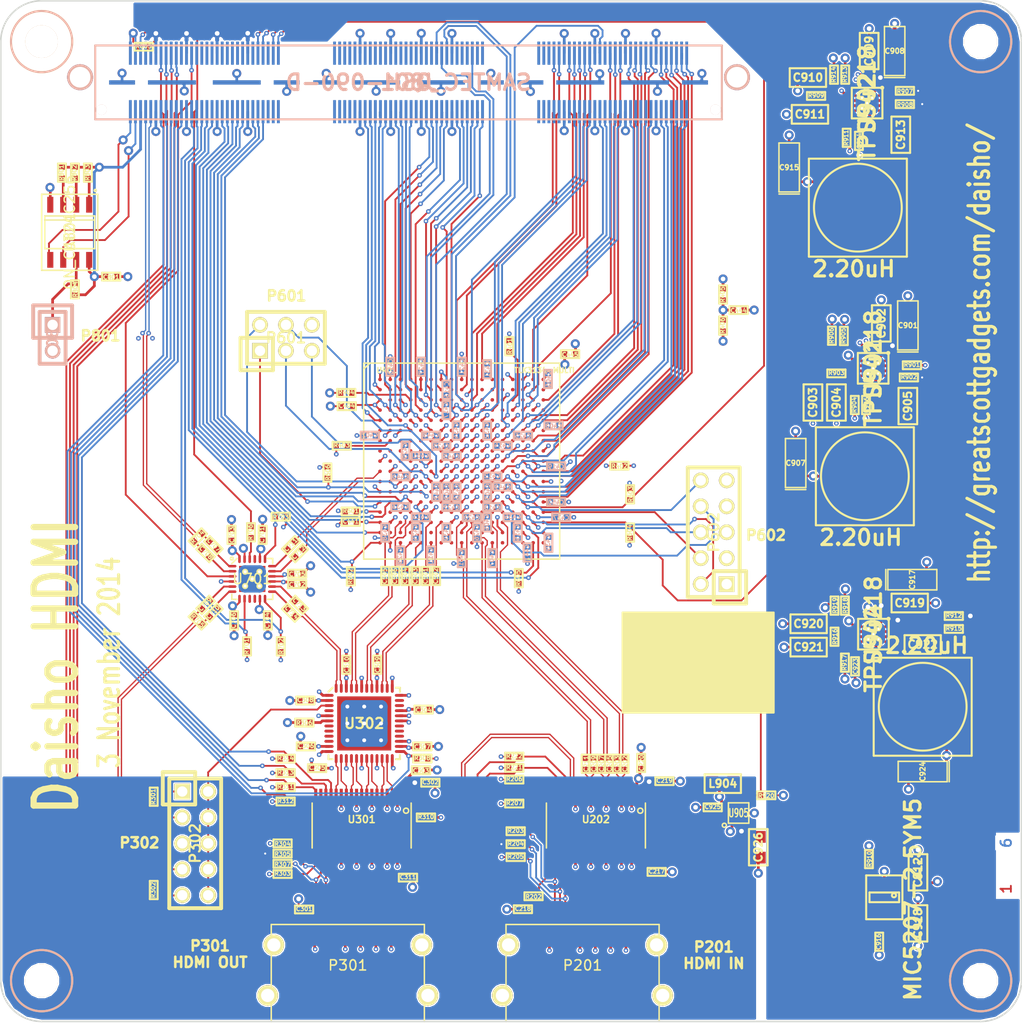
<source format=kicad_pcb>
(kicad_pcb (version 4) (host pcbnew "(2014-10-14 BZR 5188)-product")
  (layers (0 C1F.Cu signal) (1 C2.Cu signal) (2 C3.Cu signal) (3 C4.Cu signal) (4 C5.Cu signal) (31 C6B.Cu signal) (34 B.Paste user) (35 F.Paste user) (36 B.SilkS user) (37 F.SilkS user) (38 B.Mask user) (39 F.Mask user) (44 Edge.Cuts user))
  (net 0 "")
  (net 1 "/HDMI Output/HDMI_OUT_CK_M_SHIFTED")
  (net 2 "/HDMI Output/HDMI_OUT_CK_P_SHIFTED")
  (net 3 "/HDMI Output/HDMI_OUT_D0_M_SHIFTED")
  (net 4 "/HDMI Output/HDMI_OUT_D0_P_SHIFTED")
  (net 5 "/HDMI Output/HDMI_OUT_D1_M_SHIFTED")
  (net 6 "/HDMI Output/HDMI_OUT_D1_P_SHIFTED")
  (net 7 "/HDMI Output/HDMI_OUT_D2_M_SHIFTED")
  (net 8 "/HDMI Output/HDMI_OUT_D2_P_SHIFTED")
  (net 9 CEC_IN_SUPP)
  (net 10 CLK_HDMI_OUT_M)
  (net 11 CLK_HDMI_OUT_P)
  (net 12 CLK_IN_M_SUPP)
  (net 13 CLK_IN_P_SUPP)
  (net 14 DATA0_IN_M_SUPP)
  (net 15 DATA0_IN_P_SUPP)
  (net 16 DATA1_IN_M_SUPP)
  (net 17 DATA1_IN_P_SUPP)
  (net 18 DATA2_IN_M_SUPP)
  (net 19 DATA2_IN_P_SUPP)
  (net 20 GND)
  (net 21 HDMI_CEC_OUT)
  (net 22 HDMI_HPD_OUT)
  (net 23 HDMI_OUT_EN)
  (net 24 HDMI_SCL_OUT)
  (net 25 HDMI_SDA_OUT)
  (net 26 HPD_IN_SUPP)
  (net 27 "Net-(C217-Pad2)")
  (net 28 "Net-(C218-Pad1)")
  (net 29 "Net-(C301-Pad1)")
  (net 30 "Net-(C303-Pad1)")
  (net 31 "Net-(C311-Pad2)")
  (net 32 "Net-(C501-Pad1)")
  (net 33 "Net-(C502-Pad1)")
  (net 34 "Net-(C503-Pad1)")
  (net 35 "Net-(C504-Pad1)")
  (net 36 "Net-(C505-Pad1)")
  (net 37 "Net-(C506-Pad1)")
  (net 38 "Net-(C903-Pad1)")
  (net 39 "Net-(C904-Pad1)")
  (net 40 "Net-(C905-Pad1)")
  (net 41 "Net-(C905-Pad2)")
  (net 42 "Net-(C906-Pad2)")
  (net 43 "Net-(C910-Pad1)")
  (net 44 "Net-(C911-Pad1)")
  (net 45 "Net-(C913-Pad1)")
  (net 46 "Net-(C913-Pad2)")
  (net 47 "Net-(C914-Pad2)")
  (net 48 "Net-(C916-Pad1)")
  (net 49 "Net-(P201-Pad13)")
  (net 50 "Net-(P201-Pad15)")
  (net 51 "Net-(P201-Pad16)")
  (net 52 "Net-(P201-Pad19)")
  (net 53 "Net-(P301-Pad13)")
  (net 54 "Net-(P301-Pad15)")
  (net 55 "Net-(P301-Pad16)")
  (net 56 "Net-(P301-Pad19)")
  (net 57 "Net-(P302-Pad10)")
  (net 58 "Net-(P302-Pad3)")
  (net 59 "Net-(P302-Pad9)")
  (net 60 "Net-(R306-Pad2)")
  (net 61 "Net-(R401-Pad1)")
  (net 62 "Net-(R402-Pad1)")
  (net 63 "Net-(R403-Pad1)")
  (net 64 "Net-(R404-Pad1)")
  (net 65 "Net-(R904-Pad1)")
  (net 66 "Net-(R908-Pad1)")
  (net 67 "Net-(R911-Pad1)")
  (net 68 SCL_IN_SUPP)
  (net 69 SDA_IN_SUPP)
  (net 70 SD_CH0_RX0)
  (net 71 SD_CH0_RX1)
  (net 72 SD_CH0_RX2)
  (net 73 SD_CH0_RX3)
  (net 74 SD_CH0_RX4)
  (net 75 SD_CH0_RX5)
  (net 76 SD_CH0_RX6)
  (net 77 SD_CH0_RX7)
  (net 78 SD_CH0_RX8)
  (net 79 SD_CH0_RX9)
  (net 80 SD_CH0_RXCLK)
  (net 81 SD_CH0_TX0)
  (net 82 SD_CH0_TX1)
  (net 83 SD_CH0_TX2)
  (net 84 SD_CH0_TX3)
  (net 85 SD_CH0_TX4)
  (net 86 SD_CH0_TX5)
  (net 87 SD_CH0_TX6)
  (net 88 SD_CH0_TX7)
  (net 89 SD_CH0_TX8)
  (net 90 SD_CH0_TX9)
  (net 91 SD_CH0_TXCLK)
  (net 92 SD_CH1_RX0)
  (net 93 SD_CH1_RX1)
  (net 94 SD_CH1_RX2)
  (net 95 SD_CH1_RX3)
  (net 96 SD_CH1_RX4)
  (net 97 SD_CH1_RX5)
  (net 98 SD_CH1_RX6)
  (net 99 SD_CH1_RX7)
  (net 100 SD_CH1_RX8)
  (net 101 SD_CH1_RX9)
  (net 102 SD_CH1_RXCLK)
  (net 103 SD_CH1_TX0)
  (net 104 SD_CH1_TX1)
  (net 105 SD_CH1_TX2)
  (net 106 SD_CH1_TX3)
  (net 107 SD_CH1_TX4)
  (net 108 SD_CH1_TX5)
  (net 109 SD_CH1_TX6)
  (net 110 SD_CH1_TX7)
  (net 111 SD_CH1_TX8)
  (net 112 SD_CH1_TX9)
  (net 113 SD_CH1_TXCLK)
  (net 114 SD_CH2_RX0)
  (net 115 SD_CH2_RX1)
  (net 116 SD_CH2_RX2)
  (net 117 SD_CH2_RX3)
  (net 118 SD_CH2_RX4)
  (net 119 SD_CH2_RX5)
  (net 120 SD_CH2_RX6)
  (net 121 SD_CH2_RX7)
  (net 122 SD_CH2_RX8)
  (net 123 SD_CH2_RX9)
  (net 124 SD_CH2_RXCLK)
  (net 125 SD_CH2_TX0)
  (net 126 SD_CH2_TX1)
  (net 127 SD_CH2_TX2)
  (net 128 SD_CH2_TX3)
  (net 129 SD_CH2_TX4)
  (net 130 SD_CH2_TX5)
  (net 131 SD_CH2_TX6)
  (net 132 SD_CH2_TX7)
  (net 133 SD_CH2_TX8)
  (net 134 SD_CH2_TX9)
  (net 135 SERDES_ENABLE)
  (net 136 SERDES_GPO0)
  (net 137 SERDES_GPO1)
  (net 138 SERDES_GPO2)
  (net 139 SERDES_GPO3)
  (net 140 SERDES_GPO4)
  (net 141 SERDES_HDMI_OUT0_M)
  (net 142 SERDES_HDMI_OUT0_P)
  (net 143 SERDES_HDMI_OUT1_M)
  (net 144 SERDES_HDMI_OUT1_P)
  (net 145 SERDES_HDMI_OUT2_M)
  (net 146 SERDES_HDMI_OUT2_P)
  (net 147 SERDES_MDC)
  (net 148 SERDES_MDIO_ST)
  (net 149 SERDES_MDO)
  (net 150 SERDES_PLOOP)
  (net 151 SERDES_PRTAD0)
  (net 152 SERDES_PRTAD1)
  (net 153 SERDES_PRTAD2)
  (net 154 SERDES_PRTAD3)
  (net 155 SERDES_PRTAD4)
  (net 156 SERDES_REFCLK_M)
  (net 157 SERDES_REFCLK_P)
  (net 158 SERDES_RST_N)
  (net 159 SERDES_SLOOP)
  (net 160 SERDES_TCK)
  (net 161 SERDES_TDI)
  (net 162 SERDES_TDO)
  (net 163 SERDES_TMS)
  (net 164 SI5338_INTR)
  (net 165 SI5338_SCL)
  (net 166 SI5338_SDA)
  (net 167 V1P2_EN)
  (net 168 V1P2_REGULATED)
  (net 169 V1P5_REGULATED)
  (net 170 V2P5_REGULATED)
  (net 171 V3P3_REGULATED)
  (net 172 V5P0_REGULATED)
  (net 173 FE_CLK_P0)
  (net 174 "Net-(C707-Pad1)")
  (net 175 FE_CLK_N0)
  (net 176 "Net-(C708-Pad1)")
  (net 177 "Net-(C709-Pad1)")
  (net 178 "Net-(C710-Pad1)")
  (net 179 "Net-(C711-Pad2)")
  (net 180 "Net-(C712-Pad2)")
  (net 181 "Net-(C713-Pad2)")
  (net 182 "Net-(C714-Pad2)")
  (net 183 /Mezzanine/FE_I2C_VCC)
  (net 184 VRAW_SW)
  (net 185 "Net-(C920-Pad1)")
  (net 186 "Net-(C921-Pad1)")
  (net 187 "Net-(C922-Pad2)")
  (net 188 "Net-(C922-Pad1)")
  (net 189 "Net-(C923-Pad2)")
  (net 190 /Mezzanine/FE_I2C_SDA)
  (net 191 /Mezzanine/FE_I2C_SCL)
  (net 192 FE_CLKSRC)
  (net 193 V5P0_EN)
  (net 194 "Net-(L904-Pad1)")
  (net 195 SERDES_TRST_N)
  (net 196 /Mezzanine/EEPROM_WP)
  (net 197 "Net-(R706-Pad2)")
  (net 198 /Mezzanine/EEPROM_A2)
  (net 199 /Mezzanine/EEPROM_A1)
  (net 200 /Mezzanine/EEPROM_A0)
  (net 201 "Net-(R902-Pad2)")
  (net 202 "Net-(R905-Pad2)")
  (net 203 "Net-(R910-Pad1)")
  (net 204 "Net-(R912-Pad2)")
  (net 205 "Net-(R913-Pad2)")
  (net 206 "Net-(R915-Pad2)")
  (net 207 "Net-(R917-Pad1)")
  (net 208 "Net-(R918-Pad1)")
  (net 209 "Net-(R907-Pad1)")
  (net 210 "Net-(J801-Pad7)")
  (net 211 "Net-(J801-Pad9)")
  (net 212 "Net-(J801-Pad27)")
  (net 213 "Net-(J801-Pad29)")
  (net 214 "Net-(J801-Pad41)")
  (net 215 "Net-(J801-Pad43)")
  (net 216 "Net-(J801-Pad56)")
  (net 217 "Net-(J801-Pad58)")
  (net 218 "Net-(J801-Pad61)")
  (net 219 "Net-(J801-Pad63)")
  (net 220 "Net-(J801-Pad65)")
  (net 221 "Net-(J801-Pad67)")
  (net 222 "Net-(J801-Pad69)")
  (net 223 "Net-(J801-Pad73)")
  (net 224 "Net-(J801-Pad75)")
  (net 225 "Net-(J801-Pad77)")
  (net 226 "Net-(J801-Pad79)")
  (net 227 "Net-(J801-Pad81)")
  (net 228 "Net-(J801-Pad85)")
  (net 229 "Net-(J801-Pad87)")
  (net 230 "Net-(J801-Pad89)")
  (net 231 "Net-(J801-Pad91)")
  (net 232 "Net-(J801-Pad93)")
  (net 233 "Net-(J801-Pad97)")
  (net 234 "Net-(J801-Pad99)")
  (net 235 "Net-(J801-Pad109)")
  (net 236 "Net-(J801-Pad111)")
  (net 237 "Net-(J801-Pad113)")
  (net 238 "Net-(J801-Pad117)")
  (net 239 "Net-(J801-Pad119)")
  (net 240 "Net-(J801-Pad121)")
  (net 241 "Net-(J801-Pad122)")
  (net 242 "Net-(J801-Pad123)")
  (net 243 "Net-(J801-Pad124)")
  (net 244 "Net-(J801-Pad126)")
  (net 245 "Net-(J801-Pad128)")
  (net 246 "Net-(J801-Pad130)")
  (net 247 "Net-(J801-Pad147)")
  (net 248 "Net-(P201-Pad14)")
  (net 249 "Net-(P301-Pad14)")
  (net 250 "Net-(P302-Pad5)")
  (net 251 "Net-(P602-Pad7)")
  (net 252 "Net-(U202-Pad38)")
  (net 253 "Net-(U302-Pad4)")
  (net 254 "Net-(U302-Pad7)")
  (net 255 "Net-(U302-Pad8)")
  (net 256 "Net-(U302-Pad9)")
  (net 257 "Net-(U302-Pad10)")
  (net 258 "Net-(U302-Pad28)")
  (net 259 "Net-(U302-Pad29)")
  (net 260 "Net-(U302-Pad30)")
  (net 261 "Net-(U302-Pad34)")
  (net 262 "Net-(U302-Pad35)")
  (net 263 "Net-(U401-PadA13)")
  (net 264 "Net-(U401-PadB11)")
  (net 265 "Net-(U401-PadB12)")
  (net 266 "Net-(U401-PadB13)")
  (net 267 "Net-(U401-PadB14)")
  (net 268 "Net-(U401-PadC2)")
  (net 269 "Net-(U401-PadC11)")
  (net 270 "Net-(U401-PadC12)")
  (net 271 "Net-(U401-PadC15)")
  (net 272 "Net-(U401-PadD13)")
  (net 273 "Net-(U401-PadE2)")
  (net 274 "Net-(U401-PadE7)")
  (net 275 "Net-(U401-PadE12)")
  (net 276 "Net-(U401-PadF1)")
  (net 277 "Net-(U401-PadF5)")
  (net 278 "Net-(U401-PadF14)")
  (net 279 "Net-(U401-PadG3)")
  (net 280 "Net-(U401-PadG4)")
  (net 281 "Net-(U401-PadH1)")
  (net 282 "Net-(U401-PadH2)")
  (net 283 "Net-(U401-PadH4)")
  (net 284 "Net-(U401-PadH5)")
  (net 285 "Net-(U401-PadJ2)")
  (net 286 "Net-(U401-PadM2)")
  (net 287 "Net-(U401-PadU7)")
  (net 288 "Net-(U401-PadU8)")
  (net 289 "Net-(U401-PadU13)")
  (net 290 "Net-(U701-Pad21)")
  (net 291 "Net-(U701-Pad9)")
  (net 292 "Net-(U701-Pad10)")
  (net 293 "Net-(J801-Pad62)")
  (net 294 "Net-(J801-Pad64)")
  (net 295 "Net-(J801-Pad66)")
  (net 296 "Net-(J801-Pad68)")
  (net 297 "Net-(J801-Pad70)")
  (net 298 "Net-(J801-Pad94)")
  (net 299 SERDES_HDMI_IN0_M)
  (net 300 "Net-(J801-Pad125)")
  (net 301 "Net-(J801-Pad134)")
  (net 302 "/Serdes Power/VREF")
  (net 303 SERDES_HDMI_IN1_M)
  (net 304 SERDES_HDMI_IN2_P)
  (net 305 SERDES_HDMI_IN2_M)
  (net 306 SERDES_HDMI_IN1_P)
  (net 307 SERDES_HDMI_IN0_P)
  (net 308 FE_CLK_AUX)
  (net 309 "Net-(J801-Pad21)")
  (net 310 /Mezzanine/VALT_FE)
  (net 311 "Net-(J801-Pad31)")
  (net 312 "Net-(J801-Pad33)")
  (net 313 "Net-(J801-Pad37)")
  (net 314 "Net-(J801-Pad39)")
  (net 315 SD_CH2_TXCLK)
  (net 316 "Net-(J801-Pad45)")
  (net 317 "Net-(J801-Pad60)")
  (net 318 "Net-(J801-Pad49)")
  (net 319 "Net-(J801-Pad55)")
  (module daisho:GSG-QFN24 (layer C1F.Cu) (at 224.638 156.642)
    (fp_text reference U701 (at 0 0) (layer F.SilkS))
    (fp_text value SI5338B hide)
    (pad 0 thru_hole circle (at -0.7 -0.7) (size 0.6 0.6) (drill 0.3) (layers *.Cu *.Mask F.SilkS) (net 20 GND))
    (pad 0 thru_hole circle (at 0.7 -0.7) (size 0.6 0.6) (drill 0.3) (layers *.Cu *.Mask F.SilkS) (net 20 GND))
    (pad 0 thru_hole circle (at 0 0) (size 0.6 0.6) (drill 0.3) (layers *.Cu *.Mask F.SilkS) (net 20 GND))
    (pad 0 thru_hole circle (at -0.7 0.7) (size 0.6 0.6) (drill 0.3) (layers *.Cu *.Mask F.SilkS) (net 20 GND))
    (pad 0 thru_hole circle (at 0.7 0.7) (size 0.6 0.6) (drill 0.3) (layers *.Cu *.Mask F.SilkS) (net 20 GND))
    (pad 0 smd rect (at 0 0) (size 2.55 2.55) (layers C1F.Cu F.Mask) (net 20 GND))
    (pad 24 smd oval (at -1.25 -1.95 90) (size 0.8 0.25) (layers C1F.Cu F.Paste F.Mask) (net 170 V2P5_REGULATED))
    (pad 23 smd oval (at -0.75 -1.95 90) (size 0.8 0.25) (layers C1F.Cu F.Paste F.Mask) (net 20 GND))
    (pad 22 smd oval (at -0.25 -1.95 90) (size 0.8 0.25) (layers C1F.Cu F.Paste F.Mask) (net 197 "Net-(R706-Pad2)"))
    (pad 21 smd oval (at 0.25 -1.95 90) (size 0.8 0.25) (layers C1F.Cu F.Paste F.Mask) (net 290 "Net-(U701-Pad21)"))
    (pad 19 smd oval (at 1.25 -1.95 90) (size 0.8 0.25) (layers C1F.Cu F.Paste F.Mask) (net 166 SI5338_SDA))
    (pad 20 smd oval (at 0.75 -1.95 90) (size 0.8 0.25) (layers C1F.Cu F.Paste F.Mask) (net 171 V3P3_REGULATED))
    (pad 7 smd oval (at -1.25 1.95 90) (size 0.8 0.25) (layers C1F.Cu F.Paste F.Mask) (net 170 V2P5_REGULATED))
    (pad 8 smd oval (at -0.75 1.95 90) (size 0.8 0.25) (layers C1F.Cu F.Paste F.Mask) (net 164 SI5338_INTR))
    (pad 9 smd oval (at -0.25 1.95 90) (size 0.8 0.25) (layers C1F.Cu F.Paste F.Mask) (net 291 "Net-(U701-Pad9)"))
    (pad 10 smd oval (at 0.25 1.95 90) (size 0.8 0.25) (layers C1F.Cu F.Paste F.Mask) (net 292 "Net-(U701-Pad10)"))
    (pad 11 smd oval (at 0.75 1.95 90) (size 0.8 0.25) (layers C1F.Cu F.Paste F.Mask) (net 170 V2P5_REGULATED))
    (pad 12 smd oval (at 1.25 1.95 90) (size 0.8 0.25) (layers C1F.Cu F.Paste F.Mask) (net 165 SI5338_SCL))
    (pad 1 smd oval (at -1.95 -1.25) (size 0.8 0.25) (layers C1F.Cu F.Paste F.Mask) (net 174 "Net-(C707-Pad1)"))
    (pad 2 smd oval (at -1.95 -0.75) (size 0.8 0.25) (layers C1F.Cu F.Paste F.Mask) (net 176 "Net-(C708-Pad1)"))
    (pad 3 smd oval (at -1.95 -0.25) (size 0.8 0.25) (layers C1F.Cu F.Paste F.Mask) (net 308 FE_CLK_AUX))
    (pad 4 smd oval (at -1.95 0.25) (size 0.8 0.25) (layers C1F.Cu F.Paste F.Mask) (net 20 GND))
    (pad 5 smd oval (at -1.95 0.75) (size 0.8 0.25) (layers C1F.Cu F.Paste F.Mask) (net 177 "Net-(C709-Pad1)"))
    (pad 6 smd oval (at -1.95 1.25) (size 0.8 0.25) (layers C1F.Cu F.Paste F.Mask) (net 178 "Net-(C710-Pad1)"))
    (pad 18 smd oval (at 1.95 -1.25) (size 0.8 0.25) (layers C1F.Cu F.Paste F.Mask) (net 179 "Net-(C711-Pad2)"))
    (pad 17 smd oval (at 1.95 -0.75) (size 0.8 0.25) (layers C1F.Cu F.Paste F.Mask) (net 180 "Net-(C712-Pad2)"))
    (pad 16 smd oval (at 1.95 -0.25) (size 0.8 0.25) (layers C1F.Cu F.Paste F.Mask) (net 170 V2P5_REGULATED))
    (pad 15 smd oval (at 1.95 0.25) (size 0.8 0.25) (layers C1F.Cu F.Paste F.Mask) (net 170 V2P5_REGULATED))
    (pad 14 smd oval (at 1.95 0.75) (size 0.8 0.25) (layers C1F.Cu F.Paste F.Mask) (net 181 "Net-(C713-Pad2)"))
    (pad 13 smd oval (at 1.95 1.25) (size 0.8 0.25) (layers C1F.Cu F.Paste F.Mask) (net 182 "Net-(C714-Pad2)"))
    (pad 0 smd rect (at 0.6375 -0.6375) (size 1.275 1.275) (layers C1F.Cu F.Paste) (net 20 GND))
    (pad 0 smd rect (at 0.6375 0.6375) (size 1.275 1.275) (layers C1F.Cu F.Paste) (net 20 GND))
    (pad 0 smd rect (at -0.6375 0.6375) (size 1.275 1.275) (layers C1F.Cu F.Paste) (net 20 GND))
    (pad 0 smd rect (at -0.6375 -0.6375) (size 1.275 1.275) (layers C1F.Cu F.Paste) (net 20 GND))
  )
  (module daisho:GSG-TSSOP38 (layer C1F.Cu) (at 258.306984 180.801118 270)
    (fp_text reference U202 (at -0.6 0 360) (layer F.SilkS) (effects (font (size 0.7 0.7))))
    (fp_text value TPD12S520 hide)
    (pad 1 smd rect (at -2.825 -4.5 270) (size 1.55 0.3) (layers C1F.Cu F.Paste F.Mask) (net 172 V5P0_REGULATED))
    (pad 2 smd rect (at -2.825 -4 270) (size 1.55 0.3) (layers C1F.Cu F.Paste F.Mask) (net 170 V2P5_REGULATED))
    (pad 3 smd rect (at -2.825 -3.5 270) (size 1.55 0.3) (layers C1F.Cu F.Paste F.Mask) (net 20 GND))
    (pad 4 smd rect (at -2.825 -3 270) (size 1.55 0.3) (layers C1F.Cu F.Paste F.Mask) (net 19 DATA2_IN_P_SUPP))
    (pad 5 smd rect (at -2.825 -2.5 270) (size 1.55 0.3) (layers C1F.Cu F.Paste F.Mask) (net 20 GND))
    (pad 6 smd rect (at -2.825 -2 270) (size 1.55 0.3) (layers C1F.Cu F.Paste F.Mask) (net 18 DATA2_IN_M_SUPP))
    (pad 7 smd rect (at -2.825 -1.5 270) (size 1.55 0.3) (layers C1F.Cu F.Paste F.Mask) (net 17 DATA1_IN_P_SUPP))
    (pad 8 smd rect (at -2.825 -1 270) (size 1.55 0.3) (layers C1F.Cu F.Paste F.Mask) (net 20 GND))
    (pad 9 smd rect (at -2.825 -0.5 270) (size 1.55 0.3) (layers C1F.Cu F.Paste F.Mask) (net 16 DATA1_IN_M_SUPP))
    (pad 10 smd rect (at -2.825 0 270) (size 1.55 0.3) (layers C1F.Cu F.Paste F.Mask) (net 15 DATA0_IN_P_SUPP))
    (pad 11 smd rect (at -2.825 0.5 270) (size 1.55 0.3) (layers C1F.Cu F.Paste F.Mask) (net 20 GND))
    (pad 12 smd rect (at -2.825 1 270) (size 1.55 0.3) (layers C1F.Cu F.Paste F.Mask) (net 14 DATA0_IN_M_SUPP))
    (pad 13 smd rect (at -2.825 1.5 270) (size 1.55 0.3) (layers C1F.Cu F.Paste F.Mask) (net 13 CLK_IN_P_SUPP))
    (pad 14 smd rect (at -2.825 2 270) (size 1.55 0.3) (layers C1F.Cu F.Paste F.Mask) (net 20 GND))
    (pad 15 smd rect (at -2.825 2.5 270) (size 1.55 0.3) (layers C1F.Cu F.Paste F.Mask) (net 12 CLK_IN_M_SUPP))
    (pad 16 smd rect (at -2.825 3 270) (size 1.55 0.3) (layers C1F.Cu F.Paste F.Mask) (net 9 CEC_IN_SUPP))
    (pad 17 smd rect (at -2.825 3.5 270) (size 1.55 0.3) (layers C1F.Cu F.Paste F.Mask) (net 68 SCL_IN_SUPP))
    (pad 18 smd rect (at -2.825 4 270) (size 1.55 0.3) (layers C1F.Cu F.Paste F.Mask) (net 69 SDA_IN_SUPP))
    (pad 19 smd rect (at -2.825 4.5 270) (size 1.55 0.3) (layers C1F.Cu F.Paste F.Mask) (net 26 HPD_IN_SUPP))
    (pad 38 smd rect (at 2.825 -4.5 270) (size 1.55 0.3) (layers C1F.Cu F.Paste F.Mask) (net 252 "Net-(U202-Pad38)"))
    (pad 37 smd rect (at 2.825 -4 270) (size 1.55 0.3) (layers C1F.Cu F.Paste F.Mask) (net 27 "Net-(C217-Pad2)"))
    (pad 36 smd rect (at 2.825 -3.5 270) (size 1.55 0.3) (layers C1F.Cu F.Paste F.Mask) (net 20 GND))
    (pad 35 smd rect (at 2.825 -3 270) (size 1.55 0.3) (layers C1F.Cu F.Paste F.Mask) (net 19 DATA2_IN_P_SUPP))
    (pad 34 smd rect (at 2.825 -2.5 270) (size 1.55 0.3) (layers C1F.Cu F.Paste F.Mask) (net 20 GND))
    (pad 33 smd rect (at 2.825 -2 270) (size 1.55 0.3) (layers C1F.Cu F.Paste F.Mask) (net 18 DATA2_IN_M_SUPP))
    (pad 32 smd rect (at 2.825 -1.5 270) (size 1.55 0.3) (layers C1F.Cu F.Paste F.Mask) (net 17 DATA1_IN_P_SUPP))
    (pad 31 smd rect (at 2.825 -1 270) (size 1.55 0.3) (layers C1F.Cu F.Paste F.Mask) (net 20 GND))
    (pad 30 smd rect (at 2.825 -0.5 270) (size 1.55 0.3) (layers C1F.Cu F.Paste F.Mask) (net 16 DATA1_IN_M_SUPP))
    (pad 29 smd rect (at 2.825 0 270) (size 1.55 0.3) (layers C1F.Cu F.Paste F.Mask) (net 15 DATA0_IN_P_SUPP))
    (pad 28 smd rect (at 2.825 0.5 270) (size 1.55 0.3) (layers C1F.Cu F.Paste F.Mask) (net 20 GND))
    (pad 27 smd rect (at 2.825 1 270) (size 1.55 0.3) (layers C1F.Cu F.Paste F.Mask) (net 14 DATA0_IN_M_SUPP))
    (pad 26 smd rect (at 2.825 1.5 270) (size 1.55 0.3) (layers C1F.Cu F.Paste F.Mask) (net 13 CLK_IN_P_SUPP))
    (pad 25 smd rect (at 2.825 2 270) (size 1.55 0.3) (layers C1F.Cu F.Paste F.Mask) (net 20 GND))
    (pad 24 smd rect (at 2.825 2.5 270) (size 1.55 0.3) (layers C1F.Cu F.Paste F.Mask) (net 12 CLK_IN_M_SUPP))
    (pad 23 smd rect (at 2.825 3 270) (size 1.55 0.3) (layers C1F.Cu F.Paste F.Mask) (net 49 "Net-(P201-Pad13)"))
    (pad 22 smd rect (at 2.825 3.5 270) (size 1.55 0.3) (layers C1F.Cu F.Paste F.Mask) (net 50 "Net-(P201-Pad15)"))
    (pad 21 smd rect (at 2.825 4 270) (size 1.55 0.3) (layers C1F.Cu F.Paste F.Mask) (net 51 "Net-(P201-Pad16)"))
    (pad 20 smd rect (at 2.825 4.5 270) (size 1.55 0.3) (layers C1F.Cu F.Paste F.Mask) (net 52 "Net-(P201-Pad19)"))
  )
  (module daisho:GSG-TSSOP38 (layer C1F.Cu) (at 235.356984 180.801118 270)
    (fp_text reference U301 (at -0.6 0 360) (layer F.SilkS) (effects (font (size 0.7 0.7))))
    (fp_text value TPD12S521 hide)
    (pad 1 smd rect (at -2.825 -4.5 270) (size 1.55 0.3) (layers C1F.Cu F.Paste F.Mask) (net 172 V5P0_REGULATED))
    (pad 2 smd rect (at -2.825 -4 270) (size 1.55 0.3) (layers C1F.Cu F.Paste F.Mask) (net 30 "Net-(C303-Pad1)"))
    (pad 3 smd rect (at -2.825 -3.5 270) (size 1.55 0.3) (layers C1F.Cu F.Paste F.Mask) (net 20 GND))
    (pad 4 smd rect (at -2.825 -3 270) (size 1.55 0.3) (layers C1F.Cu F.Paste F.Mask) (net 8 "/HDMI Output/HDMI_OUT_D2_P_SHIFTED"))
    (pad 5 smd rect (at -2.825 -2.5 270) (size 1.55 0.3) (layers C1F.Cu F.Paste F.Mask) (net 20 GND))
    (pad 6 smd rect (at -2.825 -2 270) (size 1.55 0.3) (layers C1F.Cu F.Paste F.Mask) (net 7 "/HDMI Output/HDMI_OUT_D2_M_SHIFTED"))
    (pad 7 smd rect (at -2.825 -1.5 270) (size 1.55 0.3) (layers C1F.Cu F.Paste F.Mask) (net 6 "/HDMI Output/HDMI_OUT_D1_P_SHIFTED"))
    (pad 8 smd rect (at -2.825 -1 270) (size 1.55 0.3) (layers C1F.Cu F.Paste F.Mask) (net 20 GND))
    (pad 9 smd rect (at -2.825 -0.5 270) (size 1.55 0.3) (layers C1F.Cu F.Paste F.Mask) (net 5 "/HDMI Output/HDMI_OUT_D1_M_SHIFTED"))
    (pad 10 smd rect (at -2.825 0 270) (size 1.55 0.3) (layers C1F.Cu F.Paste F.Mask) (net 4 "/HDMI Output/HDMI_OUT_D0_P_SHIFTED"))
    (pad 11 smd rect (at -2.825 0.5 270) (size 1.55 0.3) (layers C1F.Cu F.Paste F.Mask) (net 20 GND))
    (pad 12 smd rect (at -2.825 1 270) (size 1.55 0.3) (layers C1F.Cu F.Paste F.Mask) (net 3 "/HDMI Output/HDMI_OUT_D0_M_SHIFTED"))
    (pad 13 smd rect (at -2.825 1.5 270) (size 1.55 0.3) (layers C1F.Cu F.Paste F.Mask) (net 2 "/HDMI Output/HDMI_OUT_CK_P_SHIFTED"))
    (pad 14 smd rect (at -2.825 2 270) (size 1.55 0.3) (layers C1F.Cu F.Paste F.Mask) (net 20 GND))
    (pad 15 smd rect (at -2.825 2.5 270) (size 1.55 0.3) (layers C1F.Cu F.Paste F.Mask) (net 1 "/HDMI Output/HDMI_OUT_CK_M_SHIFTED"))
    (pad 16 smd rect (at -2.825 3 270) (size 1.55 0.3) (layers C1F.Cu F.Paste F.Mask) (net 21 HDMI_CEC_OUT))
    (pad 17 smd rect (at -2.825 3.5 270) (size 1.55 0.3) (layers C1F.Cu F.Paste F.Mask) (net 24 HDMI_SCL_OUT))
    (pad 18 smd rect (at -2.825 4 270) (size 1.55 0.3) (layers C1F.Cu F.Paste F.Mask) (net 25 HDMI_SDA_OUT))
    (pad 19 smd rect (at -2.825 4.5 270) (size 1.55 0.3) (layers C1F.Cu F.Paste F.Mask) (net 22 HDMI_HPD_OUT))
    (pad 38 smd rect (at 2.825 -4.5 270) (size 1.55 0.3) (layers C1F.Cu F.Paste F.Mask) (net 29 "Net-(C301-Pad1)"))
    (pad 37 smd rect (at 2.825 -4 270) (size 1.55 0.3) (layers C1F.Cu F.Paste F.Mask) (net 31 "Net-(C311-Pad2)"))
    (pad 36 smd rect (at 2.825 -3.5 270) (size 1.55 0.3) (layers C1F.Cu F.Paste F.Mask) (net 20 GND))
    (pad 35 smd rect (at 2.825 -3 270) (size 1.55 0.3) (layers C1F.Cu F.Paste F.Mask) (net 8 "/HDMI Output/HDMI_OUT_D2_P_SHIFTED"))
    (pad 34 smd rect (at 2.825 -2.5 270) (size 1.55 0.3) (layers C1F.Cu F.Paste F.Mask) (net 20 GND))
    (pad 33 smd rect (at 2.825 -2 270) (size 1.55 0.3) (layers C1F.Cu F.Paste F.Mask) (net 7 "/HDMI Output/HDMI_OUT_D2_M_SHIFTED"))
    (pad 32 smd rect (at 2.825 -1.5 270) (size 1.55 0.3) (layers C1F.Cu F.Paste F.Mask) (net 6 "/HDMI Output/HDMI_OUT_D1_P_SHIFTED"))
    (pad 31 smd rect (at 2.825 -1 270) (size 1.55 0.3) (layers C1F.Cu F.Paste F.Mask) (net 20 GND))
    (pad 30 smd rect (at 2.825 -0.5 270) (size 1.55 0.3) (layers C1F.Cu F.Paste F.Mask) (net 5 "/HDMI Output/HDMI_OUT_D1_M_SHIFTED"))
    (pad 29 smd rect (at 2.825 0 270) (size 1.55 0.3) (layers C1F.Cu F.Paste F.Mask) (net 4 "/HDMI Output/HDMI_OUT_D0_P_SHIFTED"))
    (pad 28 smd rect (at 2.825 0.5 270) (size 1.55 0.3) (layers C1F.Cu F.Paste F.Mask) (net 20 GND))
    (pad 27 smd rect (at 2.825 1 270) (size 1.55 0.3) (layers C1F.Cu F.Paste F.Mask) (net 3 "/HDMI Output/HDMI_OUT_D0_M_SHIFTED"))
    (pad 26 smd rect (at 2.825 1.5 270) (size 1.55 0.3) (layers C1F.Cu F.Paste F.Mask) (net 2 "/HDMI Output/HDMI_OUT_CK_P_SHIFTED"))
    (pad 25 smd rect (at 2.825 2 270) (size 1.55 0.3) (layers C1F.Cu F.Paste F.Mask) (net 20 GND))
    (pad 24 smd rect (at 2.825 2.5 270) (size 1.55 0.3) (layers C1F.Cu F.Paste F.Mask) (net 1 "/HDMI Output/HDMI_OUT_CK_M_SHIFTED"))
    (pad 23 smd rect (at 2.825 3 270) (size 1.55 0.3) (layers C1F.Cu F.Paste F.Mask) (net 53 "Net-(P301-Pad13)"))
    (pad 22 smd rect (at 2.825 3.5 270) (size 1.55 0.3) (layers C1F.Cu F.Paste F.Mask) (net 54 "Net-(P301-Pad15)"))
    (pad 21 smd rect (at 2.825 4 270) (size 1.55 0.3) (layers C1F.Cu F.Paste F.Mask) (net 55 "Net-(P301-Pad16)"))
    (pad 20 smd rect (at 2.825 4.5 270) (size 1.55 0.3) (layers C1F.Cu F.Paste F.Mask) (net 56 "Net-(P301-Pad19)"))
  )
  (module daisho:GSG-HEADER-2x5 (layer C1F.Cu) (at 219.05 182.55 270)
    (fp_text reference P302 (at 0 0 270) (layer F.SilkS) (effects (font (size 1.016 1.016) (thickness 0.2032))))
    (fp_text value CONN_02X05 hide)
    (pad 1 thru_hole rect (at -5.08 1.27 270) (size 1.524 1.524) (drill 1.016) (layers *.Cu *.Mask F.SilkS) (net 20 GND))
    (pad 2 thru_hole circle (at -5.08 -1.27 270) (size 1.524 1.524) (drill 1.016) (layers *.Cu *.Mask F.SilkS) (net 57 "Net-(P302-Pad10)"))
    (pad 3 thru_hole circle (at -2.54 1.27 270) (size 1.524 1.524) (drill 1.016) (layers *.Cu *.Mask F.SilkS) (net 58 "Net-(P302-Pad3)"))
    (pad 4 thru_hole circle (at -2.54 -1.27 270) (size 1.524 1.524) (drill 1.016) (layers *.Cu *.Mask F.SilkS) (net 57 "Net-(P302-Pad10)"))
    (pad 5 thru_hole circle (at 0 1.27 270) (size 1.524 1.524) (drill 1.016) (layers *.Cu *.Mask F.SilkS) (net 250 "Net-(P302-Pad5)"))
    (pad 6 thru_hole circle (at 0 -1.27 270) (size 1.524 1.524) (drill 1.016) (layers *.Cu *.Mask F.SilkS) (net 57 "Net-(P302-Pad10)"))
    (pad 7 thru_hole circle (at 2.54 1.27 270) (size 1.524 1.524) (drill 1.016) (layers *.Cu *.Mask F.SilkS) (net 171 V3P3_REGULATED))
    (pad 8 thru_hole circle (at 2.54 -1.27 270) (size 1.524 1.524) (drill 1.016) (layers *.Cu *.Mask F.SilkS) (net 57 "Net-(P302-Pad10)"))
    (pad 9 thru_hole circle (at 5.08 1.27 270) (size 1.524 1.524) (drill 1.016) (layers *.Cu *.Mask F.SilkS) (net 59 "Net-(P302-Pad9)"))
    (pad 10 thru_hole circle (at 5.08 -1.27 270) (size 1.524 1.524) (drill 1.016) (layers *.Cu *.Mask F.SilkS) (net 57 "Net-(P302-Pad10)"))
  )
  (module daisho:GSG-0402 (layer C1F.Cu) (at 250.444 183.896 180)
    (fp_text reference R205 (at 0 0.0508 180) (layer F.SilkS) (effects (font (size 0.4064 0.4064) (thickness 0.1016))))
    (fp_text value 27k hide)
    (pad 2 smd rect (at 0.5334 0 180) (size 0.508 0.5588) (layers C1F.Cu F.Paste F.Mask) (net 171 V3P3_REGULATED))
    (pad 1 smd rect (at -0.5334 0 180) (size 0.508 0.5588) (layers C1F.Cu F.Paste F.Mask) (net 49 "Net-(P201-Pad13)"))
  )
  (module daisho:GSG-0402 (layer C1F.Cu) (at 252.197 187.7316)
    (fp_text reference R202 (at 0 0.0508) (layer F.SilkS) (effects (font (size 0.4064 0.4064) (thickness 0.1016))))
    (fp_text value 1k hide)
    (pad 2 smd rect (at 0.5334 0) (size 0.508 0.5588) (layers C1F.Cu F.Paste F.Mask) (net 52 "Net-(P201-Pad19)"))
    (pad 1 smd rect (at -0.5334 0) (size 0.508 0.5588) (layers C1F.Cu F.Paste F.Mask) (net 28 "Net-(C218-Pad1)"))
  )
  (module daisho:GSG-0402 (layer C1F.Cu) (at 250.444 181.356 180)
    (fp_text reference R203 (at 0 0.0508 180) (layer F.SilkS) (effects (font (size 0.4064 0.4064) (thickness 0.1016))))
    (fp_text value 47k hide)
    (pad 2 smd rect (at 0.5334 0 180) (size 0.508 0.5588) (layers C1F.Cu F.Paste F.Mask) (net 172 V5P0_REGULATED))
    (pad 1 smd rect (at -0.5334 0 180) (size 0.508 0.5588) (layers C1F.Cu F.Paste F.Mask) (net 51 "Net-(P201-Pad16)"))
  )
  (module daisho:GSG-0402 (layer C1F.Cu) (at 250.444 182.626 180)
    (fp_text reference R204 (at 0 0.0508 180) (layer F.SilkS) (effects (font (size 0.4064 0.4064) (thickness 0.1016))))
    (fp_text value 47k hide)
    (pad 2 smd rect (at 0.5334 0 180) (size 0.508 0.5588) (layers C1F.Cu F.Paste F.Mask) (net 172 V5P0_REGULATED))
    (pad 1 smd rect (at -0.5334 0 180) (size 0.508 0.5588) (layers C1F.Cu F.Paste F.Mask) (net 50 "Net-(P201-Pad15)"))
  )
  (module daisho:GSG-0402 (layer C1F.Cu) (at 251.1556 189.0016 180)
    (fp_text reference C218 (at 0 0.0508 180) (layer F.SilkS) (effects (font (size 0.4064 0.4064) (thickness 0.1016))))
    (fp_text value 0.1uF hide)
    (pad 2 smd rect (at 0.5334 0 180) (size 0.508 0.5588) (layers C1F.Cu F.Paste F.Mask) (net 20 GND))
    (pad 1 smd rect (at -0.5334 0 180) (size 0.508 0.5588) (layers C1F.Cu F.Paste F.Mask) (net 28 "Net-(C218-Pad1)"))
  )
  (module daisho:GSG-0402 (layer C1F.Cu) (at 250.306984 175.151118 180)
    (fp_text reference R221 (at 0 0.0508 180) (layer F.SilkS) (effects (font (size 0.4064 0.4064) (thickness 0.1016))))
    (fp_text value 47k hide)
    (pad 2 smd rect (at 0.5334 0 180) (size 0.508 0.5588) (layers C1F.Cu F.Paste F.Mask) (net 170 V2P5_REGULATED))
    (pad 1 smd rect (at -0.5334 0 180) (size 0.508 0.5588) (layers C1F.Cu F.Paste F.Mask) (net 68 SCL_IN_SUPP))
  )
  (module daisho:GSG-0402 (layer C1F.Cu) (at 250.306984 178.651118 180)
    (fp_text reference R207 (at 0 0.0508 180) (layer F.SilkS) (effects (font (size 0.4064 0.4064) (thickness 0.1016))))
    (fp_text value 47k hide)
    (pad 2 smd rect (at 0.5334 0 180) (size 0.508 0.5588) (layers C1F.Cu F.Paste F.Mask) (net 170 V2P5_REGULATED))
    (pad 1 smd rect (at -0.5334 0 180) (size 0.508 0.5588) (layers C1F.Cu F.Paste F.Mask) (net 69 SDA_IN_SUPP))
  )
  (module daisho:GSG-0402 (layer C1F.Cu) (at 250.306984 176.301118 180)
    (fp_text reference R206 (at 0 0.0508 180) (layer F.SilkS) (effects (font (size 0.4064 0.4064) (thickness 0.1016))))
    (fp_text value 100k hide)
    (pad 2 smd rect (at 0.5334 0 180) (size 0.508 0.5588) (layers C1F.Cu F.Paste F.Mask) (net 170 V2P5_REGULATED))
    (pad 1 smd rect (at -0.5334 0 180) (size 0.508 0.5588) (layers C1F.Cu F.Paste F.Mask) (net 26 HPD_IN_SUPP))
  )
  (module daisho:GSG-0402 (layer C1F.Cu) (at 250.306984 174.051118 180)
    (fp_text reference R222 (at 0 0.0508 180) (layer F.SilkS) (effects (font (size 0.4064 0.4064) (thickness 0.1016))))
    (fp_text value 47k hide)
    (pad 2 smd rect (at 0.5334 0 180) (size 0.508 0.5588) (layers C1F.Cu F.Paste F.Mask) (net 170 V2P5_REGULATED))
    (pad 1 smd rect (at -0.5334 0 180) (size 0.508 0.5588) (layers C1F.Cu F.Paste F.Mask) (net 9 CEC_IN_SUPP))
  )
  (module daisho:GSG-0402 (layer C1F.Cu) (at 258.826 174.752 90)
    (fp_text reference C207 (at 0 0.0508 90) (layer F.SilkS) (effects (font (size 0.4064 0.4064) (thickness 0.1016))))
    (fp_text value 0.1uF hide)
    (pad 2 smd rect (at 0.5334 0 90) (size 0.508 0.5588) (layers C1F.Cu F.Paste F.Mask) (net 303 SERDES_HDMI_IN1_M))
    (pad 1 smd rect (at -0.5334 0 90) (size 0.508 0.5588) (layers C1F.Cu F.Paste F.Mask) (net 16 DATA1_IN_M_SUPP))
  )
  (module daisho:GSG-0402 (layer C1F.Cu) (at 257.302 174.752 90)
    (fp_text reference C211 (at 0 0.0508 90) (layer F.SilkS) (effects (font (size 0.4064 0.4064) (thickness 0.1016))))
    (fp_text value 0.1uF hide)
    (pad 2 smd rect (at 0.5334 0 90) (size 0.508 0.5588) (layers C1F.Cu F.Paste F.Mask) (net 299 SERDES_HDMI_IN0_M))
    (pad 1 smd rect (at -0.5334 0 90) (size 0.508 0.5588) (layers C1F.Cu F.Paste F.Mask) (net 14 DATA0_IN_M_SUPP))
  )
  (module daisho:GSG-0402 (layer C1F.Cu) (at 262.738 174.676 90)
    (fp_text reference C220 (at 0 0.0508 90) (layer F.SilkS) (effects (font (size 0.4064 0.4064) (thickness 0.1016))))
    (fp_text value 0.1uF hide)
    (pad 2 smd rect (at 0.5334 0 90) (size 0.508 0.5588) (layers C1F.Cu F.Paste F.Mask) (net 20 GND))
    (pad 1 smd rect (at -0.5334 0 90) (size 0.508 0.5588) (layers C1F.Cu F.Paste F.Mask) (net 170 V2P5_REGULATED))
  )
  (module daisho:GSG-0402 (layer C1F.Cu) (at 230.988 175.184 180)
    (fp_text reference C305 (at 0 0.0508 180) (layer F.SilkS) (effects (font (size 0.4064 0.4064) (thickness 0.1016))))
    (fp_text value 0.01uF hide)
    (pad 2 smd rect (at 0.5334 0 180) (size 0.508 0.5588) (layers C1F.Cu F.Paste F.Mask) (net 20 GND))
    (pad 1 smd rect (at -0.5334 0 180) (size 0.508 0.5588) (layers C1F.Cu F.Paste F.Mask) (net 171 V3P3_REGULATED))
  )
  (module daisho:GSG-0402 (layer C1F.Cu) (at 282.7274 107.2388 270)
    (fp_text reference R913 (at 0 0.0508 270) (layer F.SilkS) (effects (font (size 0.4064 0.4064) (thickness 0.1016))))
    (fp_text value "120k 1%" hide)
    (pad 2 smd rect (at 0.5334 0 270) (size 0.508 0.5588) (layers C1F.Cu F.Paste F.Mask) (net 205 "Net-(R913-Pad2)"))
    (pad 1 smd rect (at -0.5334 0 270) (size 0.508 0.5588) (layers C1F.Cu F.Paste F.Mask) (net 20 GND))
  )
  (module daisho:gsg-sm1206p (layer C1F.Cu) (at 287.575784 104.923918 90)
    (fp_text reference C908 (at 0 0 180) (layer F.SilkS) (effects (font (size 0.5 0.5) (thickness 0.125))))
    (fp_text value 22uF hide)
    (pad 1 smd rect (at -1.4 0 90) (size 1.651 1.7272) (layers C1F.Cu F.Paste F.Mask) (net 184 VRAW_SW))
    (pad 2 smd rect (at 1.394 0 90) (size 1.651 1.7272) (layers C1F.Cu F.Paste F.Mask) (net 20 GND))
  )
  (module daisho:GSG-0805 (layer C1F.Cu) (at 285.075784 104.923918 90)
    (fp_text reference C909 (at 0 0 90) (layer F.SilkS) (effects (font (size 0.762 0.762) (thickness 0.1905))))
    (fp_text value 100nF hide)
    (pad 2 smd rect (at 1.016 0 90) (size 1.15062 1.44018) (layers C1F.Cu F.Paste F.Mask) (net 20 GND) (clearance 0.1778))
    (pad 1 smd rect (at -1.016 0 90) (size 1.15062 1.44018) (layers C1F.Cu F.Paste F.Mask) (net 184 VRAW_SW) (clearance 0.1778))
  )
  (module daisho:GSG-0402 (layer C1F.Cu) (at 288.575784 108.823918)
    (fp_text reference R907 (at 0 0.0508) (layer F.SilkS) (effects (font (size 0.4064 0.4064) (thickness 0.1016))))
    (fp_text value 10k hide)
    (pad 2 smd rect (at 0.5334 0) (size 0.508 0.5588) (layers C1F.Cu F.Paste F.Mask) (net 184 VRAW_SW))
    (pad 1 smd rect (at -0.5334 0) (size 0.508 0.5588) (layers C1F.Cu F.Paste F.Mask) (net 209 "Net-(R907-Pad1)"))
  )
  (module daisho:GSG-0402 (layer C1F.Cu) (at 288.575784 110.123918)
    (fp_text reference R908 (at 0 0.0508) (layer F.SilkS) (effects (font (size 0.4064 0.4064) (thickness 0.1016))))
    (fp_text value 10k hide)
    (pad 2 smd rect (at 0.5334 0) (size 0.508 0.5588) (layers C1F.Cu F.Paste F.Mask) (net 184 VRAW_SW))
    (pad 1 smd rect (at -0.5334 0) (size 0.508 0.5588) (layers C1F.Cu F.Paste F.Mask) (net 66 "Net-(R908-Pad1)"))
  )
  (module daisho:TI_RTE_S-PWQFN-N16 (layer C1F.Cu) (at 284.875784 110.023918 270)
    (fp_text reference U902 (at 0 0 270) (layer F.SilkS) (effects (font (thickness 0.3048))))
    (fp_text value TPS54218 (at 0 0 270) (layer F.SilkS) (effects (font (thickness 0.3048))))
    (pad 1 smd oval (at -1.47574 -0.7493 270) (size 0.8509 0.2794) (layers C1F.Cu F.Paste F.Mask) (net 184 VRAW_SW))
    (pad 2 smd oval (at -1.47574 -0.24892 270) (size 0.8509 0.2794) (layers C1F.Cu F.Paste F.Mask) (net 184 VRAW_SW))
    (pad 3 smd oval (at -1.47574 0.24892 270) (size 0.8509 0.2794) (layers C1F.Cu F.Paste F.Mask) (net 20 GND))
    (pad 4 smd oval (at -1.47574 0.7493 270) (size 0.8509 0.2794) (layers C1F.Cu F.Paste F.Mask) (net 20 GND))
    (pad 5 smd oval (at -0.7493 1.47574) (size 0.8509 0.2794) (layers C1F.Cu F.Paste F.Mask) (net 20 GND))
    (pad 6 smd oval (at -0.24892 1.47574) (size 0.8509 0.2794) (layers C1F.Cu F.Paste F.Mask) (net 205 "Net-(R913-Pad2)"))
    (pad 7 smd oval (at 0.24892 1.47574) (size 0.8509 0.2794) (layers C1F.Cu F.Paste F.Mask) (net 44 "Net-(C911-Pad1)"))
    (pad 8 smd oval (at 0.7493 1.47574) (size 0.8509 0.2794) (layers C1F.Cu F.Paste F.Mask) (net 67 "Net-(R911-Pad1)"))
    (pad 9 smd oval (at 1.47574 0.7493 90) (size 0.8509 0.2794) (layers C1F.Cu F.Paste F.Mask) (net 47 "Net-(C914-Pad2)"))
    (pad 10 smd oval (at 1.47574 0.24892 90) (size 0.8509 0.2794) (layers C1F.Cu F.Paste F.Mask) (net 46 "Net-(C913-Pad2)"))
    (pad 11 smd oval (at 1.47574 -0.24892 90) (size 0.8509 0.2794) (layers C1F.Cu F.Paste F.Mask) (net 46 "Net-(C913-Pad2)"))
    (pad 12 smd oval (at 1.47574 -0.7493 90) (size 0.8509 0.2794) (layers C1F.Cu F.Paste F.Mask) (net 46 "Net-(C913-Pad2)"))
    (pad 13 smd oval (at 0.7493 -1.47574 180) (size 0.8509 0.2794) (layers C1F.Cu F.Paste F.Mask) (net 45 "Net-(C913-Pad1)"))
    (pad 14 smd oval (at 0.24892 -1.47574 180) (size 0.8509 0.2794) (layers C1F.Cu F.Paste F.Mask) (net 66 "Net-(R908-Pad1)"))
    (pad 15 smd oval (at -0.24892 -1.47574 180) (size 0.8509 0.2794) (layers C1F.Cu F.Paste F.Mask) (net 209 "Net-(R907-Pad1)"))
    (pad 16 smd oval (at -0.7493 -1.47574 180) (size 0.8509 0.2794) (layers C1F.Cu F.Paste F.Mask) (net 184 VRAW_SW))
    (pad 17 smd rect (at 0 0 270) (size 1.69926 1.69926) (layers C1F.Cu F.Paste F.Mask) (net 20 GND))
    (pad 17 thru_hole circle (at -0.50038 -0.50038 270) (size 0.44958 0.44958) (drill 0.2032) (layers *.Cu *.Mask F.SilkS) (net 20 GND))
    (pad 17 thru_hole circle (at 0.50038 -0.50038 270) (size 0.44958 0.44958) (drill 0.2032) (layers *.Cu *.Mask F.SilkS) (net 20 GND))
    (pad 17 thru_hole circle (at 0 0 270) (size 0.44958 0.44958) (drill 0.2032) (layers *.Cu *.Mask F.SilkS) (net 20 GND))
    (pad 17 thru_hole circle (at -0.50038 0.50038 270) (size 0.44958 0.44958) (drill 0.2032) (layers *.Cu *.Mask F.SilkS) (net 20 GND))
    (pad 17 thru_hole circle (at 0.50038 0.50038 270) (size 0.44958 0.44958) (drill 0.2032) (layers *.Cu *.Mask F.SilkS) (net 20 GND))
  )
  (module daisho:GSG-0805 (layer C1F.Cu) (at 279.075784 107.523918 180)
    (fp_text reference C910 (at 0 0 180) (layer F.SilkS) (effects (font (size 0.762 0.762) (thickness 0.1905))))
    (fp_text value 22nF hide)
    (pad 2 smd rect (at 1.016 0 180) (size 1.15062 1.44018) (layers C1F.Cu F.Paste F.Mask) (net 20 GND) (clearance 0.1778))
    (pad 1 smd rect (at -1.016 0 180) (size 1.15062 1.44018) (layers C1F.Cu F.Paste F.Mask) (net 43 "Net-(C910-Pad1)") (clearance 0.1778))
  )
  (module daisho:GSG-0805 (layer C1F.Cu) (at 279.275784 111.123918 180)
    (fp_text reference C911 (at 0 0 180) (layer F.SilkS) (effects (font (size 0.762 0.762) (thickness 0.1905))))
    (fp_text value 100pF hide)
    (pad 2 smd rect (at 1.016 0 180) (size 1.15062 1.44018) (layers C1F.Cu F.Paste F.Mask) (net 20 GND) (clearance 0.1778))
    (pad 1 smd rect (at -1.016 0 180) (size 1.15062 1.44018) (layers C1F.Cu F.Paste F.Mask) (net 44 "Net-(C911-Pad1)") (clearance 0.1778))
  )
  (module daisho:GSG-0402 (layer C1F.Cu) (at 279.875784 109.323918 180)
    (fp_text reference R909 (at 0 0.0508 180) (layer F.SilkS) (effects (font (size 0.4064 0.4064) (thickness 0.1016))))
    (fp_text value 3.24k hide)
    (pad 2 smd rect (at 0.5334 0 180) (size 0.508 0.5588) (layers C1F.Cu F.Paste F.Mask) (net 43 "Net-(C910-Pad1)"))
    (pad 1 smd rect (at -0.5334 0 180) (size 0.508 0.5588) (layers C1F.Cu F.Paste F.Mask) (net 44 "Net-(C911-Pad1)"))
  )
  (module daisho:GSG-0402 (layer C1F.Cu) (at 264.262 185.344 180)
    (fp_text reference C217 (at 0 0.0508 180) (layer F.SilkS) (effects (font (size 0.4064 0.4064) (thickness 0.1016))))
    (fp_text value "0.1uF 10V" hide)
    (pad 2 smd rect (at 0.5334 0 180) (size 0.508 0.5588) (layers C1F.Cu F.Paste F.Mask) (net 27 "Net-(C217-Pad2)"))
    (pad 1 smd rect (at -0.5334 0 180) (size 0.508 0.5588) (layers C1F.Cu F.Paste F.Mask) (net 20 GND))
  )
  (module daisho:GSG-0805 (layer C1F.Cu) (at 288.175784 113.123918 270)
    (fp_text reference C913 (at 0 0 270) (layer F.SilkS) (effects (font (size 0.762 0.762) (thickness 0.1905))))
    (fp_text value 100nF hide)
    (pad 2 smd rect (at 1.016 0 270) (size 1.15062 1.44018) (layers C1F.Cu F.Paste F.Mask) (net 46 "Net-(C913-Pad2)") (clearance 0.1778))
    (pad 1 smd rect (at -1.016 0 270) (size 1.15062 1.44018) (layers C1F.Cu F.Paste F.Mask) (net 45 "Net-(C913-Pad1)") (clearance 0.1778))
  )
  (module daisho:TDK_VLP8040 (layer C1F.Cu) (at 283.972 120.269 180)
    (fp_text reference L902 hide)
    (fp_text value 2.20uH (at 0.4 -6 180) (layer F.SilkS) (effects (font (thickness 0.3048))))
    (pad 1 smd rect (at -2.3495 0 180) (size 3.29946 8.19912) (layers C1F.Cu F.Paste F.Mask) (net 46 "Net-(C913-Pad2)"))
    (pad 2 smd rect (at 2.3495 0 180) (size 3.29946 8.19912) (layers C1F.Cu F.Paste F.Mask) (net 169 V1P5_REGULATED))
  )
  (module daisho:gsg-sm1206p (layer C1F.Cu) (at 277.241 116.332 90)
    (fp_text reference C915 (at 0 0 180) (layer F.SilkS) (effects (font (size 0.5 0.5) (thickness 0.125))))
    (fp_text value 22uF hide)
    (pad 1 smd rect (at -1.4 0 90) (size 1.651 1.7272) (layers C1F.Cu F.Paste F.Mask) (net 169 V1P5_REGULATED))
    (pad 2 smd rect (at 1.394 0 90) (size 1.651 1.7272) (layers C1F.Cu F.Paste F.Mask) (net 20 GND))
  )
  (module daisho:GSG-0402 (layer C1F.Cu) (at 284.075784 113.723918 90)
    (fp_text reference C914 (at 0 0.0508 90) (layer F.SilkS) (effects (font (size 0.4064 0.4064) (thickness 0.1016))))
    (fp_text value 12nF hide)
    (pad 2 smd rect (at 0.5334 0 90) (size 0.508 0.5588) (layers C1F.Cu F.Paste F.Mask) (net 47 "Net-(C914-Pad2)"))
    (pad 1 smd rect (at -0.5334 0 90) (size 0.508 0.5588) (layers C1F.Cu F.Paste F.Mask) (net 20 GND))
  )
  (module daisho:GSG-0402 (layer C1F.Cu) (at 282.875784 113.423918 270)
    (fp_text reference R911 (at 0 0.0508 270) (layer F.SilkS) (effects (font (size 0.4064 0.4064) (thickness 0.1016))))
    (fp_text value "158k 1%" hide)
    (pad 2 smd rect (at 0.5334 0 270) (size 0.508 0.5588) (layers C1F.Cu F.Paste F.Mask) (net 20 GND))
    (pad 1 smd rect (at -0.5334 0 270) (size 0.508 0.5588) (layers C1F.Cu F.Paste F.Mask) (net 67 "Net-(R911-Pad1)"))
  )
  (module daisho:GSG-0402 (layer C1F.Cu) (at 281.6352 107.2388 270)
    (fp_text reference R914 (at 0 0.0508 270) (layer F.SilkS) (effects (font (size 0.4064 0.4064) (thickness 0.1016))))
    (fp_text value "105k 1%" hide)
    (pad 2 smd rect (at 0.5334 0 270) (size 0.508 0.5588) (layers C1F.Cu F.Paste F.Mask) (net 205 "Net-(R913-Pad2)"))
    (pad 1 smd rect (at -0.5334 0 270) (size 0.508 0.5588) (layers C1F.Cu F.Paste F.Mask) (net 169 V1P5_REGULATED))
  )
  (module daisho:GSG-0402 (layer C1F.Cu) (at 261.112 174.752 90)
    (fp_text reference C202 (at 0 0.0508 90) (layer F.SilkS) (effects (font (size 0.4064 0.4064) (thickness 0.1016))))
    (fp_text value 0.1uF hide)
    (pad 2 smd rect (at 0.5334 0 90) (size 0.508 0.5588) (layers C1F.Cu F.Paste F.Mask) (net 304 SERDES_HDMI_IN2_P))
    (pad 1 smd rect (at -0.5334 0 90) (size 0.508 0.5588) (layers C1F.Cu F.Paste F.Mask) (net 19 DATA2_IN_P_SUPP))
  )
  (module daisho:GSG-0402 (layer C1F.Cu) (at 260.35 174.752 90)
    (fp_text reference C203 (at 0 0.0508 90) (layer F.SilkS) (effects (font (size 0.4064 0.4064) (thickness 0.1016))))
    (fp_text value 0.1uF hide)
    (pad 2 smd rect (at 0.5334 0 90) (size 0.508 0.5588) (layers C1F.Cu F.Paste F.Mask) (net 305 SERDES_HDMI_IN2_M))
    (pad 1 smd rect (at -0.5334 0 90) (size 0.508 0.5588) (layers C1F.Cu F.Paste F.Mask) (net 18 DATA2_IN_M_SUPP))
  )
  (module daisho:GSG-0402 (layer C1F.Cu) (at 265.024 176.454 180)
    (fp_text reference C219 (at 0 0.0508 180) (layer F.SilkS) (effects (font (size 0.4064 0.4064) (thickness 0.1016))))
    (fp_text value 0.1uF hide)
    (pad 2 smd rect (at 0.5334 0 180) (size 0.508 0.5588) (layers C1F.Cu F.Paste F.Mask) (net 172 V5P0_REGULATED))
    (pad 1 smd rect (at -0.5334 0 180) (size 0.508 0.5588) (layers C1F.Cu F.Paste F.Mask) (net 20 GND))
  )
  (module daisho:GSG-0402 (layer C1F.Cu) (at 270.764 128.778 270)
    (fp_text reference R405 (at 0 0.0508 270) (layer F.SilkS) (effects (font (size 0.4064 0.4064) (thickness 0.1016))))
    (fp_text value "150 0.5%" hide)
    (pad 2 smd rect (at 0.5334 0 270) (size 0.508 0.5588) (layers C1F.Cu F.Paste F.Mask) (net 302 "/Serdes Power/VREF"))
    (pad 1 smd rect (at -0.5334 0 270) (size 0.508 0.5588) (layers C1F.Cu F.Paste F.Mask) (net 169 V1P5_REGULATED))
  )
  (module daisho:GSG-0402 (layer C1F.Cu) (at 270.764 131.826 270)
    (fp_text reference R406 (at 0 0.0508 270) (layer F.SilkS) (effects (font (size 0.4064 0.4064) (thickness 0.1016))))
    (fp_text value "150 0.5%" hide)
    (pad 2 smd rect (at 0.5334 0 270) (size 0.508 0.5588) (layers C1F.Cu F.Paste F.Mask) (net 20 GND))
    (pad 1 smd rect (at -0.5334 0 270) (size 0.508 0.5588) (layers C1F.Cu F.Paste F.Mask) (net 302 "/Serdes Power/VREF"))
  )
  (module daisho:GSG-0402 (layer C1F.Cu) (at 261.656984 148.351118 90)
    (fp_text reference R603 (at 0 0.0508 90) (layer F.SilkS) (effects (font (size 0.4064 0.4064) (thickness 0.1016))))
    (fp_text value 10k hide)
    (pad 2 smd rect (at 0.5334 0 90) (size 0.508 0.5588) (layers C1F.Cu F.Paste F.Mask) (net 20 GND))
    (pad 1 smd rect (at -0.5334 0 90) (size 0.508 0.5588) (layers C1F.Cu F.Paste F.Mask) (net 150 SERDES_PLOOP))
  )
  (module daisho:GSG-0402 (layer C1F.Cu) (at 261.656984 152.101118 270)
    (fp_text reference R604 (at 0 0.0508 270) (layer F.SilkS) (effects (font (size 0.4064 0.4064) (thickness 0.1016))))
    (fp_text value 10k hide)
    (pad 2 smd rect (at 0.5334 0 270) (size 0.508 0.5588) (layers C1F.Cu F.Paste F.Mask) (net 20 GND))
    (pad 1 smd rect (at -0.5334 0 270) (size 0.508 0.5588) (layers C1F.Cu F.Paste F.Mask) (net 159 SERDES_SLOOP))
  )
  (module daisho:GSG-0402 (layer C1F.Cu) (at 285.060084 184.086738 90)
    (fp_text reference R910 (at 0 0.0508 90) (layer F.SilkS) (effects (font (size 0.4064 0.4064) (thickness 0.1016))))
    (fp_text value 10k hide)
    (pad 2 smd rect (at 0.5334 0 90) (size 0.508 0.5588) (layers C1F.Cu F.Paste F.Mask) (net 171 V3P3_REGULATED))
    (pad 1 smd rect (at -0.5334 0 90) (size 0.508 0.5588) (layers C1F.Cu F.Paste F.Mask) (net 203 "Net-(R910-Pad1)"))
  )
  (module daisho:GSG-0805 (layer C1F.Cu) (at 289.860084 185.386738 90)
    (fp_text reference C912 (at 0 0 90) (layer F.SilkS) (effects (font (size 0.762 0.762) (thickness 0.1905))))
    (fp_text value 10uF hide)
    (pad 2 smd rect (at 1.016 0 90) (size 1.15062 1.44018) (layers C1F.Cu F.Paste F.Mask) (net 20 GND) (clearance 0.1778))
    (pad 1 smd rect (at -1.016 0 90) (size 1.15062 1.44018) (layers C1F.Cu F.Paste F.Mask) (net 171 V3P3_REGULATED) (clearance 0.1778))
  )
  (module daisho:GSG-0402 (layer C1F.Cu) (at 293.37 161.544 180)
    (fp_text reference R915 (at 0 0.0508 180) (layer F.SilkS) (effects (font (size 0.4064 0.4064) (thickness 0.1016))))
    (fp_text value 10k hide)
    (pad 2 smd rect (at 0.5334 0 180) (size 0.508 0.5588) (layers C1F.Cu F.Paste F.Mask) (net 206 "Net-(R915-Pad2)"))
    (pad 1 smd rect (at -0.5334 0 180) (size 0.508 0.5588) (layers C1F.Cu F.Paste F.Mask) (net 184 VRAW_SW))
  )
  (module daisho:GSG-0402 (layer C1F.Cu) (at 286.060084 192.186738 270)
    (fp_text reference C916 (at 0 0.0508 270) (layer F.SilkS) (effects (font (size 0.4064 0.4064) (thickness 0.1016))))
    (fp_text value 470pF hide)
    (pad 2 smd rect (at 0.5334 0 270) (size 0.508 0.5588) (layers C1F.Cu F.Paste F.Mask) (net 20 GND))
    (pad 1 smd rect (at -0.5334 0 270) (size 0.508 0.5588) (layers C1F.Cu F.Paste F.Mask) (net 48 "Net-(C916-Pad1)"))
  )
  (module daisho:GSG-0805 (layer C1F.Cu) (at 289.860084 190.386738 270)
    (fp_text reference C918 (at 0 0 270) (layer F.SilkS) (effects (font (size 0.762 0.762) (thickness 0.1905))))
    (fp_text value 10uF hide)
    (pad 2 smd rect (at 1.016 0 270) (size 1.15062 1.44018) (layers C1F.Cu F.Paste F.Mask) (net 20 GND) (clearance 0.1778))
    (pad 1 smd rect (at -1.016 0 270) (size 1.15062 1.44018) (layers C1F.Cu F.Paste F.Mask) (net 170 V2P5_REGULATED) (clearance 0.1778))
  )
  (module daisho:GSG-0402 (layer C1F.Cu) (at 293.37 160.274 180)
    (fp_text reference R912 (at 0 0.0508 180) (layer F.SilkS) (effects (font (size 0.4064 0.4064) (thickness 0.1016))))
    (fp_text value 10k hide)
    (pad 2 smd rect (at 0.5334 0 180) (size 0.508 0.5588) (layers C1F.Cu F.Paste F.Mask) (net 204 "Net-(R912-Pad2)"))
    (pad 1 smd rect (at -0.5334 0 180) (size 0.508 0.5588) (layers C1F.Cu F.Paste F.Mask) (net 184 VRAW_SW))
  )
  (module daisho:IPC_SOT95P280X110-5N (layer C1F.Cu) (at 286.560084 187.836738 270)
    (fp_text reference U903 hide)
    (fp_text value MIC5207-2.5YM5 (at 0.2 -2.8 270) (layer F.SilkS) (effects (font (thickness 0.3048))))
    (pad 1 smd rect (at -1.34874 -0.94996 270) (size 1.09982 0.59944) (layers C1F.Cu F.Paste F.Mask) (net 171 V3P3_REGULATED))
    (pad 2 smd rect (at -1.34874 0 270) (size 1.09982 0.59944) (layers C1F.Cu F.Paste F.Mask) (net 20 GND))
    (pad 3 smd rect (at -1.34874 0.94996 270) (size 1.09982 0.59944) (layers C1F.Cu F.Paste F.Mask) (net 203 "Net-(R910-Pad1)"))
    (pad 4 smd rect (at 1.34874 0.94996 270) (size 1.09982 0.59944) (layers C1F.Cu F.Paste F.Mask) (net 48 "Net-(C916-Pad1)"))
    (pad 5 smd rect (at 1.34874 -0.94996 270) (size 1.09982 0.59944) (layers C1F.Cu F.Paste F.Mask) (net 170 V2P5_REGULATED))
  )
  (module daisho:GSG-0805 (layer C1F.Cu) (at 281.868984 139.357118 270)
    (fp_text reference C904 (at 0 0 270) (layer F.SilkS) (effects (font (size 0.762 0.762) (thickness 0.1905))))
    (fp_text value 82pF hide)
    (pad 2 smd rect (at 1.016 0 270) (size 1.15062 1.44018) (layers C1F.Cu F.Paste F.Mask) (net 20 GND) (clearance 0.1778))
    (pad 1 smd rect (at -1.016 0 270) (size 1.15062 1.44018) (layers C1F.Cu F.Paste F.Mask) (net 39 "Net-(C904-Pad1)") (clearance 0.1778))
  )
  (module daisho:GSG-0805 (layer C1F.Cu) (at 288.868984 139.707118 270)
    (fp_text reference C905 (at 0 0 270) (layer F.SilkS) (effects (font (size 0.762 0.762) (thickness 0.1905))))
    (fp_text value 100nF hide)
    (pad 2 smd rect (at 1.016 0 270) (size 1.15062 1.44018) (layers C1F.Cu F.Paste F.Mask) (net 41 "Net-(C905-Pad2)") (clearance 0.1778))
    (pad 1 smd rect (at -1.016 0 270) (size 1.15062 1.44018) (layers C1F.Cu F.Paste F.Mask) (net 40 "Net-(C905-Pad1)") (clearance 0.1778))
  )
  (module daisho:TDK_VLP8040 (layer C1F.Cu) (at 284.6578 146.5834 180)
    (fp_text reference L901 hide)
    (fp_text value 2.20uH (at 0.4 -6 180) (layer F.SilkS) (effects (font (thickness 0.3048))))
    (pad 1 smd rect (at -2.3495 0 180) (size 3.29946 8.19912) (layers C1F.Cu F.Paste F.Mask) (net 41 "Net-(C905-Pad2)"))
    (pad 2 smd rect (at 2.3495 0 180) (size 3.29946 8.19912) (layers C1F.Cu F.Paste F.Mask) (net 168 V1P2_REGULATED))
  )
  (module daisho:GSG-0402 (layer C1F.Cu) (at 284.768984 139.607118 90)
    (fp_text reference C906 (at 0 0.0508 90) (layer F.SilkS) (effects (font (size 0.4064 0.4064) (thickness 0.1016))))
    (fp_text value 12nF hide)
    (pad 2 smd rect (at 0.5334 0 90) (size 0.508 0.5588) (layers C1F.Cu F.Paste F.Mask) (net 42 "Net-(C906-Pad2)"))
    (pad 1 smd rect (at -0.5334 0 90) (size 0.508 0.5588) (layers C1F.Cu F.Paste F.Mask) (net 20 GND))
  )
  (module daisho:GSG-0805 (layer C1F.Cu) (at 279.568984 139.357118 270)
    (fp_text reference C903 (at 0 0 270) (layer F.SilkS) (effects (font (size 0.762 0.762) (thickness 0.1905))))
    (fp_text value 27nF hide)
    (pad 2 smd rect (at 1.016 0 270) (size 1.15062 1.44018) (layers C1F.Cu F.Paste F.Mask) (net 20 GND) (clearance 0.1778))
    (pad 1 smd rect (at -1.016 0 270) (size 1.15062 1.44018) (layers C1F.Cu F.Paste F.Mask) (net 38 "Net-(C903-Pad1)") (clearance 0.1778))
  )
  (module daisho:GSG-0402 (layer C1F.Cu) (at 283.668984 139.607118 270)
    (fp_text reference R904 (at 0 0.0508 270) (layer F.SilkS) (effects (font (size 0.4064 0.4064) (thickness 0.1016))))
    (fp_text value "158k 1%" hide)
    (pad 2 smd rect (at 0.5334 0 270) (size 0.508 0.5588) (layers C1F.Cu F.Paste F.Mask) (net 20 GND))
    (pad 1 smd rect (at -0.5334 0 270) (size 0.508 0.5588) (layers C1F.Cu F.Paste F.Mask) (net 65 "Net-(R904-Pad1)"))
  )
  (module daisho:TI_RTE_S-PWQFN-N16 (layer C1F.Cu) (at 285.468984 136.007118 270)
    (fp_text reference U901 (at 0 0 270) (layer F.SilkS) (effects (font (thickness 0.3048))))
    (fp_text value TPS54218 (at 0 0 270) (layer F.SilkS) (effects (font (thickness 0.3048))))
    (pad 1 smd oval (at -1.47574 -0.7493 270) (size 0.8509 0.2794) (layers C1F.Cu F.Paste F.Mask) (net 184 VRAW_SW))
    (pad 2 smd oval (at -1.47574 -0.24892 270) (size 0.8509 0.2794) (layers C1F.Cu F.Paste F.Mask) (net 184 VRAW_SW))
    (pad 3 smd oval (at -1.47574 0.24892 270) (size 0.8509 0.2794) (layers C1F.Cu F.Paste F.Mask) (net 20 GND))
    (pad 4 smd oval (at -1.47574 0.7493 270) (size 0.8509 0.2794) (layers C1F.Cu F.Paste F.Mask) (net 20 GND))
    (pad 5 smd oval (at -0.7493 1.47574) (size 0.8509 0.2794) (layers C1F.Cu F.Paste F.Mask) (net 20 GND))
    (pad 6 smd oval (at -0.24892 1.47574) (size 0.8509 0.2794) (layers C1F.Cu F.Paste F.Mask) (net 202 "Net-(R905-Pad2)"))
    (pad 7 smd oval (at 0.24892 1.47574) (size 0.8509 0.2794) (layers C1F.Cu F.Paste F.Mask) (net 39 "Net-(C904-Pad1)"))
    (pad 8 smd oval (at 0.7493 1.47574) (size 0.8509 0.2794) (layers C1F.Cu F.Paste F.Mask) (net 65 "Net-(R904-Pad1)"))
    (pad 9 smd oval (at 1.47574 0.7493 90) (size 0.8509 0.2794) (layers C1F.Cu F.Paste F.Mask) (net 42 "Net-(C906-Pad2)"))
    (pad 10 smd oval (at 1.47574 0.24892 90) (size 0.8509 0.2794) (layers C1F.Cu F.Paste F.Mask) (net 41 "Net-(C905-Pad2)"))
    (pad 11 smd oval (at 1.47574 -0.24892 90) (size 0.8509 0.2794) (layers C1F.Cu F.Paste F.Mask) (net 41 "Net-(C905-Pad2)"))
    (pad 12 smd oval (at 1.47574 -0.7493 90) (size 0.8509 0.2794) (layers C1F.Cu F.Paste F.Mask) (net 41 "Net-(C905-Pad2)"))
    (pad 13 smd oval (at 0.7493 -1.47574 180) (size 0.8509 0.2794) (layers C1F.Cu F.Paste F.Mask) (net 40 "Net-(C905-Pad1)"))
    (pad 14 smd oval (at 0.24892 -1.47574 180) (size 0.8509 0.2794) (layers C1F.Cu F.Paste F.Mask) (net 201 "Net-(R902-Pad2)"))
    (pad 15 smd oval (at -0.24892 -1.47574 180) (size 0.8509 0.2794) (layers C1F.Cu F.Paste F.Mask) (net 167 V1P2_EN))
    (pad 16 smd oval (at -0.7493 -1.47574 180) (size 0.8509 0.2794) (layers C1F.Cu F.Paste F.Mask) (net 184 VRAW_SW))
    (pad 17 smd rect (at 0 0 270) (size 1.69926 1.69926) (layers C1F.Cu F.Paste F.Mask) (net 20 GND))
    (pad 17 thru_hole circle (at -0.50038 -0.50038 270) (size 0.44958 0.44958) (drill 0.2032) (layers *.Cu *.Mask F.SilkS) (net 20 GND))
    (pad 17 thru_hole circle (at 0.50038 -0.50038 270) (size 0.44958 0.44958) (drill 0.2032) (layers *.Cu *.Mask F.SilkS) (net 20 GND))
    (pad 17 thru_hole circle (at 0 0 270) (size 0.44958 0.44958) (drill 0.2032) (layers *.Cu *.Mask F.SilkS) (net 20 GND))
    (pad 17 thru_hole circle (at -0.50038 0.50038 270) (size 0.44958 0.44958) (drill 0.2032) (layers *.Cu *.Mask F.SilkS) (net 20 GND))
    (pad 17 thru_hole circle (at 0.50038 0.50038 270) (size 0.44958 0.44958) (drill 0.2032) (layers *.Cu *.Mask F.SilkS) (net 20 GND))
  )
  (module daisho:GSG-0402 (layer C1F.Cu) (at 288.968984 136.907118 180)
    (fp_text reference R902 (at 0 0.0508 180) (layer F.SilkS) (effects (font (size 0.4064 0.4064) (thickness 0.1016))))
    (fp_text value 10k hide)
    (pad 2 smd rect (at 0.5334 0 180) (size 0.508 0.5588) (layers C1F.Cu F.Paste F.Mask) (net 201 "Net-(R902-Pad2)"))
    (pad 1 smd rect (at -0.5334 0 180) (size 0.508 0.5588) (layers C1F.Cu F.Paste F.Mask) (net 184 VRAW_SW))
  )
  (module daisho:GSG-0402 (layer C1F.Cu) (at 289.268984 135.707118 180)
    (fp_text reference R901 (at 0 0.0508 180) (layer F.SilkS) (effects (font (size 0.4064 0.4064) (thickness 0.1016))))
    (fp_text value 10k hide)
    (pad 2 smd rect (at 0.5334 0 180) (size 0.508 0.5588) (layers C1F.Cu F.Paste F.Mask) (net 167 V1P2_EN))
    (pad 1 smd rect (at -0.5334 0 180) (size 0.508 0.5588) (layers C1F.Cu F.Paste F.Mask) (net 20 GND))
  )
  (module daisho:gsg-sm1206p (layer C1F.Cu) (at 288.868984 131.807118 90)
    (fp_text reference C901 (at 0 0 180) (layer F.SilkS) (effects (font (size 0.5 0.5) (thickness 0.125))))
    (fp_text value 22uF hide)
    (pad 1 smd rect (at -1.4 0 90) (size 1.651 1.7272) (layers C1F.Cu F.Paste F.Mask) (net 184 VRAW_SW))
    (pad 2 smd rect (at 1.394 0 90) (size 1.651 1.7272) (layers C1F.Cu F.Paste F.Mask) (net 20 GND))
  )
  (module daisho:GSG-0805 (layer C1F.Cu) (at 286.268984 131.607118 90)
    (fp_text reference C902 (at 0 0 90) (layer F.SilkS) (effects (font (size 0.762 0.762) (thickness 0.1905))))
    (fp_text value 100nF hide)
    (pad 2 smd rect (at 1.016 0 90) (size 1.15062 1.44018) (layers C1F.Cu F.Paste F.Mask) (net 20 GND) (clearance 0.1778))
    (pad 1 smd rect (at -1.016 0 90) (size 1.15062 1.44018) (layers C1F.Cu F.Paste F.Mask) (net 184 VRAW_SW) (clearance 0.1778))
  )
  (module daisho:GSG-0402 (layer C1F.Cu) (at 282.6004 132.842 270)
    (fp_text reference R905 (at 0 0.0508 270) (layer F.SilkS) (effects (font (size 0.4064 0.4064) (thickness 0.1016))))
    (fp_text value "210k 1%" hide)
    (pad 2 smd rect (at 0.5334 0 270) (size 0.508 0.5588) (layers C1F.Cu F.Paste F.Mask) (net 202 "Net-(R905-Pad2)"))
    (pad 1 smd rect (at -0.5334 0 270) (size 0.508 0.5588) (layers C1F.Cu F.Paste F.Mask) (net 20 GND))
  )
  (module daisho:gsg-sm1206p (layer C1F.Cu) (at 277.876 145.288 90)
    (fp_text reference C907 (at 0 0 180) (layer F.SilkS) (effects (font (size 0.5 0.5) (thickness 0.125))))
    (fp_text value 22uF hide)
    (pad 1 smd rect (at -1.4 0 90) (size 1.651 1.7272) (layers C1F.Cu F.Paste F.Mask) (net 168 V1P2_REGULATED))
    (pad 2 smd rect (at 1.394 0 90) (size 1.651 1.7272) (layers C1F.Cu F.Paste F.Mask) (net 20 GND))
  )
  (module daisho:GSG-0402 (layer C1F.Cu) (at 281.868984 136.507118 180)
    (fp_text reference R903 (at 0 0.0508 180) (layer F.SilkS) (effects (font (size 0.4064 0.4064) (thickness 0.1016))))
    (fp_text value 2.87k hide)
    (pad 2 smd rect (at 0.5334 0 180) (size 0.508 0.5588) (layers C1F.Cu F.Paste F.Mask) (net 38 "Net-(C903-Pad1)"))
    (pad 1 smd rect (at -0.5334 0 180) (size 0.508 0.5588) (layers C1F.Cu F.Paste F.Mask) (net 39 "Net-(C904-Pad1)"))
  )
  (module daisho:GSG-0402 (layer C1F.Cu) (at 281.432 132.8166 270)
    (fp_text reference R906 (at 0 0.0508 270) (layer F.SilkS) (effects (font (size 0.4064 0.4064) (thickness 0.1016))))
    (fp_text value "105k 1%" hide)
    (pad 2 smd rect (at 0.5334 0 270) (size 0.508 0.5588) (layers C1F.Cu F.Paste F.Mask) (net 202 "Net-(R905-Pad2)"))
    (pad 1 smd rect (at -0.5334 0 270) (size 0.508 0.5588) (layers C1F.Cu F.Paste F.Mask) (net 168 V1P2_REGULATED))
  )
  (module daisho:GSG-0402 (layer C6B.Cu) (at 244.656984 148.101118 90)
    (fp_text reference C436 (at 0 0.0508 90) (layer B.SilkS) (effects (font (size 0.4064 0.4064) (thickness 0.1016)) (justify mirror)))
    (fp_text value 0.01uF hide)
    (pad 2 smd rect (at 0.5334 0 90) (size 0.508 0.5588) (layers C6B.Cu B.Paste B.Mask) (net 20 GND))
    (pad 1 smd rect (at -0.5334 0 90) (size 0.508 0.5588) (layers C6B.Cu B.Paste B.Mask) (net 168 V1P2_REGULATED))
  )
  (module daisho:GSG-0402 (layer C6B.Cu) (at 243.156984 143.601118)
    (fp_text reference C423 (at 0 0.0508) (layer B.SilkS) (effects (font (size 0.4064 0.4064) (thickness 0.1016)) (justify mirror)))
    (fp_text value 0.01uF hide)
    (pad 2 smd rect (at 0.5334 0) (size 0.508 0.5588) (layers C6B.Cu B.Paste B.Mask) (net 20 GND))
    (pad 1 smd rect (at -0.5334 0) (size 0.508 0.5588) (layers C6B.Cu B.Paste B.Mask) (net 169 V1P5_REGULATED))
  )
  (module daisho:GSG-0402 (layer C6B.Cu) (at 243.656984 148.101118 90)
    (fp_text reference C409 (at 0 0.0508 90) (layer B.SilkS) (effects (font (size 0.4064 0.4064) (thickness 0.1016)) (justify mirror)))
    (fp_text value 0.01uF hide)
    (pad 2 smd rect (at 0.5334 0 90) (size 0.508 0.5588) (layers C6B.Cu B.Paste B.Mask) (net 20 GND))
    (pad 1 smd rect (at -0.5334 0 90) (size 0.508 0.5588) (layers C6B.Cu B.Paste B.Mask) (net 168 V1P2_REGULATED))
  )
  (module daisho:GSG-0402 (layer C6B.Cu) (at 244.156984 149.601118)
    (fp_text reference C422 (at 0 0.0508) (layer B.SilkS) (effects (font (size 0.4064 0.4064) (thickness 0.1016)) (justify mirror)))
    (fp_text value 0.01uF hide)
    (pad 2 smd rect (at 0.5334 0) (size 0.508 0.5588) (layers C6B.Cu B.Paste B.Mask) (net 20 GND))
    (pad 1 smd rect (at -0.5334 0) (size 0.508 0.5588) (layers C6B.Cu B.Paste B.Mask) (net 168 V1P2_REGULATED))
  )
  (module daisho:GSG-0402 (layer C6B.Cu) (at 244.156984 144.601118)
    (fp_text reference C443 (at 0 0.0508) (layer B.SilkS) (effects (font (size 0.4064 0.4064) (thickness 0.1016)) (justify mirror)))
    (fp_text value 0.01uF hide)
    (pad 2 smd rect (at 0.5334 0) (size 0.508 0.5588) (layers C6B.Cu B.Paste B.Mask) (net 20 GND))
    (pad 1 smd rect (at -0.5334 0) (size 0.508 0.5588) (layers C6B.Cu B.Paste B.Mask) (net 168 V1P2_REGULATED))
  )
  (module daisho:GSG-0402 (layer C6B.Cu) (at 254.406984 149.101118)
    (fp_text reference C450 (at 0 0.0508) (layer B.SilkS) (effects (font (size 0.4064 0.4064) (thickness 0.1016)) (justify mirror)))
    (fp_text value 0.01uF hide)
    (pad 2 smd rect (at 0.5334 0) (size 0.508 0.5588) (layers C6B.Cu B.Paste B.Mask) (net 20 GND))
    (pad 1 smd rect (at -0.5334 0) (size 0.508 0.5588) (layers C6B.Cu B.Paste B.Mask) (net 168 V1P2_REGULATED))
  )
  (module daisho:GSG-0402 (layer C6B.Cu) (at 254.406984 145.601118)
    (fp_text reference C419 (at 0 0.0508) (layer B.SilkS) (effects (font (size 0.4064 0.4064) (thickness 0.1016)) (justify mirror)))
    (fp_text value 0.01uF hide)
    (pad 2 smd rect (at 0.5334 0) (size 0.508 0.5588) (layers C6B.Cu B.Paste B.Mask) (net 20 GND))
    (pad 1 smd rect (at -0.5334 0) (size 0.508 0.5588) (layers C6B.Cu B.Paste B.Mask) (net 169 V1P5_REGULATED))
  )
  (module daisho:GSG-0402 (layer C6B.Cu) (at 254.906984 150.601118)
    (fp_text reference C437 (at 0 0.0508) (layer B.SilkS) (effects (font (size 0.4064 0.4064) (thickness 0.1016)) (justify mirror)))
    (fp_text value 0.01uF hide)
    (pad 2 smd rect (at 0.5334 0) (size 0.508 0.5588) (layers C6B.Cu B.Paste B.Mask) (net 20 GND))
    (pad 1 smd rect (at -0.5334 0) (size 0.508 0.5588) (layers C6B.Cu B.Paste B.Mask) (net 170 V2P5_REGULATED))
  )
  (module daisho:GSG-0402 (layer C1F.Cu) (at 260.606984 145.551118)
    (fp_text reference R402 (at 0 0.0508) (layer F.SilkS) (effects (font (size 0.4064 0.4064) (thickness 0.1016))))
    (fp_text value "150 0.5%" hide)
    (pad 2 smd rect (at 0.5334 0) (size 0.508 0.5588) (layers C1F.Cu F.Paste F.Mask) (net 20 GND))
    (pad 1 smd rect (at -0.5334 0) (size 0.508 0.5588) (layers C1F.Cu F.Paste F.Mask) (net 62 "Net-(R402-Pad1)"))
  )
  (module daisho:GSG-0402 (layer C6B.Cu) (at 251.606984 154.051118 270)
    (fp_text reference C447 (at 0 0.0508 270) (layer B.SilkS) (effects (font (size 0.4064 0.4064) (thickness 0.1016)) (justify mirror)))
    (fp_text value 0.01uF hide)
    (pad 2 smd rect (at 0.5334 0 270) (size 0.508 0.5588) (layers C6B.Cu B.Paste B.Mask) (net 20 GND))
    (pad 1 smd rect (at -0.5334 0 270) (size 0.508 0.5588) (layers C6B.Cu B.Paste B.Mask) (net 168 V1P2_REGULATED))
  )
  (module daisho:GSG-0402 (layer C6B.Cu) (at 253.656984 153.101118 270)
    (fp_text reference C439 (at 0 0.0508 270) (layer B.SilkS) (effects (font (size 0.4064 0.4064) (thickness 0.1016)) (justify mirror)))
    (fp_text value 0.01uF hide)
    (pad 2 smd rect (at 0.5334 0 270) (size 0.508 0.5588) (layers C6B.Cu B.Paste B.Mask) (net 20 GND))
    (pad 1 smd rect (at -0.5334 0 270) (size 0.508 0.5588) (layers C6B.Cu B.Paste B.Mask) (net 170 V2P5_REGULATED))
  )
  (module daisho:GSG-0402 (layer C1F.Cu) (at 258.064 174.752 90)
    (fp_text reference C209 (at 0 0.0508 90) (layer F.SilkS) (effects (font (size 0.4064 0.4064) (thickness 0.1016))))
    (fp_text value 0.1uF hide)
    (pad 2 smd rect (at 0.5334 0 90) (size 0.508 0.5588) (layers C1F.Cu F.Paste F.Mask) (net 307 SERDES_HDMI_IN0_P))
    (pad 1 smd rect (at -0.5334 0 90) (size 0.508 0.5588) (layers C1F.Cu F.Paste F.Mask) (net 15 DATA0_IN_P_SUPP))
  )
  (module daisho:GSG-0402 (layer C1F.Cu) (at 259.588 174.752 90)
    (fp_text reference C205 (at 0 0.0508 90) (layer F.SilkS) (effects (font (size 0.4064 0.4064) (thickness 0.1016))))
    (fp_text value 0.1uF hide)
    (pad 2 smd rect (at 0.5334 0 90) (size 0.508 0.5588) (layers C1F.Cu F.Paste F.Mask) (net 306 SERDES_HDMI_IN1_P))
    (pad 1 smd rect (at -0.5334 0 90) (size 0.508 0.5588) (layers C1F.Cu F.Paste F.Mask) (net 17 DATA1_IN_P_SUPP))
  )
  (module daisho:GSG-0402 (layer C6B.Cu) (at 250.656984 152.101118 270)
    (fp_text reference C415 (at 0 0.0508 270) (layer B.SilkS) (effects (font (size 0.4064 0.4064) (thickness 0.1016)) (justify mirror)))
    (fp_text value 10pF hide)
    (pad 2 smd rect (at 0.5334 0 270) (size 0.508 0.5588) (layers C6B.Cu B.Paste B.Mask) (net 20 GND))
    (pad 1 smd rect (at -0.5334 0 270) (size 0.508 0.5588) (layers C6B.Cu B.Paste B.Mask) (net 168 V1P2_REGULATED))
  )
  (module daisho:GSG-0402 (layer C6B.Cu) (at 246.156984 150.601118)
    (fp_text reference C420 (at 0 0.0508) (layer B.SilkS) (effects (font (size 0.4064 0.4064) (thickness 0.1016)) (justify mirror)))
    (fp_text value 0.47uF hide)
    (pad 2 smd rect (at 0.5334 0) (size 0.508 0.5588) (layers C6B.Cu B.Paste B.Mask) (net 20 GND))
    (pad 1 smd rect (at -0.5334 0) (size 0.508 0.5588) (layers C6B.Cu B.Paste B.Mask) (net 168 V1P2_REGULATED))
  )
  (module daisho:GSG-0402 (layer C6B.Cu) (at 247.656984 151.101118 270)
    (fp_text reference C405 (at 0 0.0508 270) (layer B.SilkS) (effects (font (size 0.4064 0.4064) (thickness 0.1016)) (justify mirror)))
    (fp_text value 0.47uF hide)
    (pad 2 smd rect (at 0.5334 0 270) (size 0.508 0.5588) (layers C6B.Cu B.Paste B.Mask) (net 20 GND))
    (pad 1 smd rect (at -0.5334 0 270) (size 0.508 0.5588) (layers C6B.Cu B.Paste B.Mask) (net 168 V1P2_REGULATED))
  )
  (module daisho:GSG-0402 (layer C6B.Cu) (at 245.156984 154.601118 270)
    (fp_text reference C401 (at 0 0.0508 270) (layer B.SilkS) (effects (font (size 0.4064 0.4064) (thickness 0.1016)) (justify mirror)))
    (fp_text value 2.2uF hide)
    (pad 2 smd rect (at 0.5334 0 270) (size 0.508 0.5588) (layers C6B.Cu B.Paste B.Mask) (net 20 GND))
    (pad 1 smd rect (at -0.5334 0 270) (size 0.508 0.5588) (layers C6B.Cu B.Paste B.Mask) (net 168 V1P2_REGULATED))
  )
  (module daisho:GSG-0402 (layer C6B.Cu) (at 246.656984 152.101118 270)
    (fp_text reference C426 (at 0 0.0508 270) (layer B.SilkS) (effects (font (size 0.4064 0.4064) (thickness 0.1016)) (justify mirror)))
    (fp_text value 0.01uF hide)
    (pad 2 smd rect (at 0.5334 0 270) (size 0.508 0.5588) (layers C6B.Cu B.Paste B.Mask) (net 20 GND))
    (pad 1 smd rect (at -0.5334 0 270) (size 0.508 0.5588) (layers C6B.Cu B.Paste B.Mask) (net 168 V1P2_REGULATED))
  )
  (module daisho:GSG-0402 (layer C6B.Cu) (at 248.156984 154.601118 270)
    (fp_text reference C407 (at 0 0.0508 270) (layer B.SilkS) (effects (font (size 0.4064 0.4064) (thickness 0.1016)) (justify mirror)))
    (fp_text value 0.01uF hide)
    (pad 2 smd rect (at 0.5334 0 270) (size 0.508 0.5588) (layers C6B.Cu B.Paste B.Mask) (net 20 GND))
    (pad 1 smd rect (at -0.5334 0 270) (size 0.508 0.5588) (layers C6B.Cu B.Paste B.Mask) (net 168 V1P2_REGULATED))
  )
  (module daisho:GSG-0402 (layer C6B.Cu) (at 243.656984 152.101118 270)
    (fp_text reference C430 (at 0 0.0508 270) (layer B.SilkS) (effects (font (size 0.4064 0.4064) (thickness 0.1016)) (justify mirror)))
    (fp_text value 10pF hide)
    (pad 2 smd rect (at 0.5334 0 270) (size 0.508 0.5588) (layers C6B.Cu B.Paste B.Mask) (net 20 GND))
    (pad 1 smd rect (at -0.5334 0 270) (size 0.508 0.5588) (layers C6B.Cu B.Paste B.Mask) (net 168 V1P2_REGULATED))
  )
  (module daisho:GSG-0402 (layer C6B.Cu) (at 250.156984 150.601118 180)
    (fp_text reference C435 (at 0 0.0508 180) (layer B.SilkS) (effects (font (size 0.4064 0.4064) (thickness 0.1016)) (justify mirror)))
    (fp_text value 0.47uF hide)
    (pad 2 smd rect (at 0.5334 0 180) (size 0.508 0.5588) (layers C6B.Cu B.Paste B.Mask) (net 20 GND))
    (pad 1 smd rect (at -0.5334 0 180) (size 0.508 0.5588) (layers C6B.Cu B.Paste B.Mask) (net 170 V2P5_REGULATED))
  )
  (module daisho:GSG-0402 (layer C6B.Cu) (at 248.156984 149.601118)
    (fp_text reference C418 (at 0 0.0508) (layer B.SilkS) (effects (font (size 0.4064 0.4064) (thickness 0.1016)) (justify mirror)))
    (fp_text value 1uF hide)
    (pad 2 smd rect (at 0.5334 0) (size 0.508 0.5588) (layers C6B.Cu B.Paste B.Mask) (net 20 GND))
    (pad 1 smd rect (at -0.5334 0) (size 0.508 0.5588) (layers C6B.Cu B.Paste B.Mask) (net 168 V1P2_REGULATED))
  )
  (module daisho:GSG-0402 (layer C6B.Cu) (at 248.156984 146.601118 180)
    (fp_text reference C412 (at 0 0.0508 180) (layer B.SilkS) (effects (font (size 0.4064 0.4064) (thickness 0.1016)) (justify mirror)))
    (fp_text value 0.47uF hide)
    (pad 2 smd rect (at 0.5334 0 180) (size 0.508 0.5588) (layers C6B.Cu B.Paste B.Mask) (net 20 GND))
    (pad 1 smd rect (at -0.5334 0 180) (size 0.508 0.5588) (layers C6B.Cu B.Paste B.Mask) (net 169 V1P5_REGULATED))
  )
  (module daisho:GSG-0402 (layer C6B.Cu) (at 247.656984 148.101118 90)
    (fp_text reference C403 (at 0 0.0508 90) (layer B.SilkS) (effects (font (size 0.4064 0.4064) (thickness 0.1016)) (justify mirror)))
    (fp_text value 1uF hide)
    (pad 2 smd rect (at 0.5334 0 90) (size 0.508 0.5588) (layers C6B.Cu B.Paste B.Mask) (net 20 GND))
    (pad 1 smd rect (at -0.5334 0 90) (size 0.508 0.5588) (layers C6B.Cu B.Paste B.Mask) (net 168 V1P2_REGULATED))
  )
  (module daisho:GSG-0402 (layer C6B.Cu) (at 249.156984 147.601118)
    (fp_text reference C449 (at 0 0.0508) (layer B.SilkS) (effects (font (size 0.4064 0.4064) (thickness 0.1016)) (justify mirror)))
    (fp_text value 0.01uF hide)
    (pad 2 smd rect (at 0.5334 0) (size 0.508 0.5588) (layers C6B.Cu B.Paste B.Mask) (net 20 GND))
    (pad 1 smd rect (at -0.5334 0) (size 0.508 0.5588) (layers C6B.Cu B.Paste B.Mask) (net 168 V1P2_REGULATED))
  )
  (module daisho:GSG-0402 (layer C6B.Cu) (at 245.156984 135.851118 90)
    (fp_text reference C421 (at 0 0.0508 90) (layer B.SilkS) (effects (font (size 0.4064 0.4064) (thickness 0.1016)) (justify mirror)))
    (fp_text value 0.01uF hide)
    (pad 2 smd rect (at 0.5334 0 90) (size 0.508 0.5588) (layers C6B.Cu B.Paste B.Mask) (net 20 GND))
    (pad 1 smd rect (at -0.5334 0 90) (size 0.508 0.5588) (layers C6B.Cu B.Paste B.Mask) (net 169 V1P5_REGULATED))
  )
  (module daisho:GSG-0402 (layer C6B.Cu) (at 241.156984 135.851118 90)
    (fp_text reference C427 (at 0 0.0508 90) (layer B.SilkS) (effects (font (size 0.4064 0.4064) (thickness 0.1016)) (justify mirror)))
    (fp_text value 100pF hide)
    (pad 2 smd rect (at 0.5334 0 90) (size 0.508 0.5588) (layers C6B.Cu B.Paste B.Mask) (net 20 GND))
    (pad 1 smd rect (at -0.5334 0 90) (size 0.508 0.5588) (layers C6B.Cu B.Paste B.Mask) (net 169 V1P5_REGULATED))
  )
  (module daisho:GSG-0402 (layer C1F.Cu) (at 233.84764 138.4173 180)
    (fp_text reference R404 (at 0 0.0508 180) (layer F.SilkS) (effects (font (size 0.4064 0.4064) (thickness 0.1016))))
    (fp_text value "50 0.5%" hide)
    (pad 2 smd rect (at 0.5334 0 180) (size 0.508 0.5588) (layers C1F.Cu F.Paste F.Mask) (net 20 GND))
    (pad 1 smd rect (at -0.5334 0 180) (size 0.508 0.5588) (layers C1F.Cu F.Paste F.Mask) (net 64 "Net-(R404-Pad1)"))
  )
  (module daisho:GSG-0402 (layer C6B.Cu) (at 238.156984 135.851118 90)
    (fp_text reference C410 (at 0 0.0508 90) (layer B.SilkS) (effects (font (size 0.4064 0.4064) (thickness 0.1016)) (justify mirror)))
    (fp_text value 0.47uF hide)
    (pad 2 smd rect (at 0.5334 0 90) (size 0.508 0.5588) (layers C6B.Cu B.Paste B.Mask) (net 20 GND))
    (pad 1 smd rect (at -0.5334 0 90) (size 0.508 0.5588) (layers C6B.Cu B.Paste B.Mask) (net 169 V1P5_REGULATED))
  )
  (module daisho:GSG-0402 (layer C6B.Cu) (at 247.656984 136.101118 90)
    (fp_text reference C431 (at 0 0.0508 90) (layer B.SilkS) (effects (font (size 0.4064 0.4064) (thickness 0.1016)) (justify mirror)))
    (fp_text value 10pF hide)
    (pad 2 smd rect (at 0.5334 0 90) (size 0.508 0.5588) (layers C6B.Cu B.Paste B.Mask) (net 20 GND))
    (pad 1 smd rect (at -0.5334 0 90) (size 0.508 0.5588) (layers C6B.Cu B.Paste B.Mask) (net 169 V1P5_REGULATED))
  )
  (module daisho:GSG-0402 (layer C6B.Cu) (at 243.656984 140.101118 270)
    (fp_text reference C417 (at 0 0.0508 270) (layer B.SilkS) (effects (font (size 0.4064 0.4064) (thickness 0.1016)) (justify mirror)))
    (fp_text value 0.01uF hide)
    (pad 2 smd rect (at 0.5334 0 270) (size 0.508 0.5588) (layers C6B.Cu B.Paste B.Mask) (net 20 GND))
    (pad 1 smd rect (at -0.5334 0 270) (size 0.508 0.5588) (layers C6B.Cu B.Paste B.Mask) (net 169 V1P5_REGULATED))
  )
  (module daisho:GSG-0402 (layer C6B.Cu) (at 243.656984 138.101118 90)
    (fp_text reference C416 (at 0 0.0508 90) (layer B.SilkS) (effects (font (size 0.4064 0.4064) (thickness 0.1016)) (justify mirror)))
    (fp_text value 0.01uF hide)
    (pad 2 smd rect (at 0.5334 0 90) (size 0.508 0.5588) (layers C6B.Cu B.Paste B.Mask) (net 20 GND))
    (pad 1 smd rect (at -0.5334 0 90) (size 0.508 0.5588) (layers C6B.Cu B.Paste B.Mask) (net 169 V1P5_REGULATED))
  )
  (module daisho:GSG-0402 (layer C6B.Cu) (at 247.656984 142.101118 270)
    (fp_text reference C432 (at 0 0.0508 270) (layer B.SilkS) (effects (font (size 0.4064 0.4064) (thickness 0.1016)) (justify mirror)))
    (fp_text value 0.47uF hide)
    (pad 2 smd rect (at 0.5334 0 270) (size 0.508 0.5588) (layers C6B.Cu B.Paste B.Mask) (net 20 GND))
    (pad 1 smd rect (at -0.5334 0 270) (size 0.508 0.5588) (layers C6B.Cu B.Paste B.Mask) (net 168 V1P2_REGULATED))
  )
  (module daisho:GSG-0402 (layer C6B.Cu) (at 249.156984 143.601118 180)
    (fp_text reference C414 (at 0 0.0508 180) (layer B.SilkS) (effects (font (size 0.4064 0.4064) (thickness 0.1016)) (justify mirror)))
    (fp_text value 0.01uF hide)
    (pad 2 smd rect (at 0.5334 0 180) (size 0.508 0.5588) (layers C6B.Cu B.Paste B.Mask) (net 20 GND))
    (pad 1 smd rect (at -0.5334 0 180) (size 0.508 0.5588) (layers C6B.Cu B.Paste B.Mask) (net 169 V1P5_REGULATED))
  )
  (module daisho:GSG-0402 (layer C1F.Cu) (at 249.82464 133.8455 90)
    (fp_text reference R401 (at 0 0.0508 90) (layer F.SilkS) (effects (font (size 0.4064 0.4064) (thickness 0.1016))))
    (fp_text value "150 0.5%" hide)
    (pad 2 smd rect (at 0.5334 0 90) (size 0.508 0.5588) (layers C1F.Cu F.Paste F.Mask) (net 20 GND))
    (pad 1 smd rect (at -0.5334 0 90) (size 0.508 0.5588) (layers C1F.Cu F.Paste F.Mask) (net 61 "Net-(R401-Pad1)"))
  )
  (module daisho:GSG-0402 (layer C1F.Cu) (at 233.89336 139.72032 180)
    (fp_text reference C404 (at 0 0.0508 180) (layer F.SilkS) (effects (font (size 0.4064 0.4064) (thickness 0.1016))))
    (fp_text value 2.2uF hide)
    (pad 2 smd rect (at 0.5334 0 180) (size 0.508 0.5588) (layers C1F.Cu F.Paste F.Mask) (net 20 GND))
    (pad 1 smd rect (at -0.5334 0 180) (size 0.508 0.5588) (layers C1F.Cu F.Paste F.Mask) (net 169 V1P5_REGULATED))
  )
  (module daisho:GSG-0402 (layer C6B.Cu) (at 236.156984 142.601118 180)
    (fp_text reference C402 (at 0 0.0508 180) (layer B.SilkS) (effects (font (size 0.4064 0.4064) (thickness 0.1016)) (justify mirror)))
    (fp_text value 2.2uF hide)
    (pad 2 smd rect (at 0.5334 0 180) (size 0.508 0.5588) (layers C6B.Cu B.Paste B.Mask) (net 20 GND))
    (pad 1 smd rect (at -0.5334 0 180) (size 0.508 0.5588) (layers C6B.Cu B.Paste B.Mask) (net 169 V1P5_REGULATED))
  )
  (module daisho:GSG-0402 (layer C1F.Cu) (at 233.406984 143.601118 180)
    (fp_text reference R403 (at 0 0.0508 180) (layer F.SilkS) (effects (font (size 0.4064 0.4064) (thickness 0.1016))))
    (fp_text value "50 0.5%" hide)
    (pad 2 smd rect (at 0.5334 0 180) (size 0.508 0.5588) (layers C1F.Cu F.Paste F.Mask) (net 20 GND))
    (pad 1 smd rect (at -0.5334 0 180) (size 0.508 0.5588) (layers C1F.Cu F.Paste F.Mask) (net 63 "Net-(R403-Pad1)"))
  )
  (module daisho:GSG-0402 (layer C6B.Cu) (at 239.156984 149.601118 180)
    (fp_text reference C433 (at 0 0.0508 180) (layer B.SilkS) (effects (font (size 0.4064 0.4064) (thickness 0.1016)) (justify mirror)))
    (fp_text value 1uF hide)
    (pad 2 smd rect (at 0.5334 0 180) (size 0.508 0.5588) (layers C6B.Cu B.Paste B.Mask) (net 20 GND))
    (pad 1 smd rect (at -0.5334 0 180) (size 0.508 0.5588) (layers C6B.Cu B.Paste B.Mask) (net 170 V2P5_REGULATED))
  )
  (module daisho:GSG-0402 (layer C6B.Cu) (at 239.156984 146.601118)
    (fp_text reference C440 (at 0 0.0508) (layer B.SilkS) (effects (font (size 0.4064 0.4064) (thickness 0.1016)) (justify mirror)))
    (fp_text value 100pF hide)
    (pad 2 smd rect (at 0.5334 0) (size 0.508 0.5588) (layers C6B.Cu B.Paste B.Mask) (net 20 GND))
    (pad 1 smd rect (at -0.5334 0) (size 0.508 0.5588) (layers C6B.Cu B.Paste B.Mask) (net 170 V2P5_REGULATED))
  )
  (module daisho:GSG-0402 (layer C1F.Cu) (at 234.29 151.054 180)
    (fp_text reference C441 (at 0 0.0508 180) (layer F.SilkS) (effects (font (size 0.4064 0.4064) (thickness 0.1016))))
    (fp_text value 10pF hide)
    (pad 2 smd rect (at 0.5334 0 180) (size 0.508 0.5588) (layers C1F.Cu F.Paste F.Mask) (net 20 GND))
    (pad 1 smd rect (at -0.5334 0 180) (size 0.508 0.5588) (layers C1F.Cu F.Paste F.Mask) (net 170 V2P5_REGULATED))
  )
  (module daisho:GSG-0402 (layer C6B.Cu) (at 242.656984 148.101118 90)
    (fp_text reference C442 (at 0 0.0508 90) (layer B.SilkS) (effects (font (size 0.4064 0.4064) (thickness 0.1016)) (justify mirror)))
    (fp_text value 0.01uF hide)
    (pad 2 smd rect (at 0.5334 0 90) (size 0.508 0.5588) (layers C6B.Cu B.Paste B.Mask) (net 20 GND))
    (pad 1 smd rect (at -0.5334 0 90) (size 0.508 0.5588) (layers C6B.Cu B.Paste B.Mask) (net 168 V1P2_REGULATED))
  )
  (module daisho:GSG-0402 (layer C6B.Cu) (at 251.156984 142.601118)
    (fp_text reference C425 (at 0 0.0508) (layer B.SilkS) (effects (font (size 0.4064 0.4064) (thickness 0.1016)) (justify mirror)))
    (fp_text value 0.01uF hide)
    (pad 2 smd rect (at 0.5334 0) (size 0.508 0.5588) (layers C6B.Cu B.Paste B.Mask) (net 20 GND))
    (pad 1 smd rect (at -0.5334 0) (size 0.508 0.5588) (layers C6B.Cu B.Paste B.Mask) (net 169 V1P5_REGULATED))
  )
  (module daisho:GSG-0402 (layer C6B.Cu) (at 244.656984 142.101118 270)
    (fp_text reference C434 (at 0 0.0508 270) (layer B.SilkS) (effects (font (size 0.4064 0.4064) (thickness 0.1016)) (justify mirror)))
    (fp_text value 0.01uF hide)
    (pad 2 smd rect (at 0.5334 0 270) (size 0.508 0.5588) (layers C6B.Cu B.Paste B.Mask) (net 20 GND))
    (pad 1 smd rect (at -0.5334 0 270) (size 0.508 0.5588) (layers C6B.Cu B.Paste B.Mask) (net 168 V1P2_REGULATED))
  )
  (module daisho:GSG-0402 (layer C6B.Cu) (at 239.656984 144.101118 270)
    (fp_text reference C429 (at 0 0.0508 270) (layer B.SilkS) (effects (font (size 0.4064 0.4064) (thickness 0.1016)) (justify mirror)))
    (fp_text value 10pF hide)
    (pad 2 smd rect (at 0.5334 0 270) (size 0.508 0.5588) (layers C6B.Cu B.Paste B.Mask) (net 20 GND))
    (pad 1 smd rect (at -0.5334 0 270) (size 0.508 0.5588) (layers C6B.Cu B.Paste B.Mask) (net 169 V1P5_REGULATED))
  )
  (module daisho:GSG-0402 (layer C6B.Cu) (at 242.156984 142.601118 180)
    (fp_text reference C448 (at 0 0.0508 180) (layer B.SilkS) (effects (font (size 0.4064 0.4064) (thickness 0.1016)) (justify mirror)))
    (fp_text value 0.01uF hide)
    (pad 2 smd rect (at 0.5334 0 180) (size 0.508 0.5588) (layers C6B.Cu B.Paste B.Mask) (net 20 GND))
    (pad 1 smd rect (at -0.5334 0 180) (size 0.508 0.5588) (layers C6B.Cu B.Paste B.Mask) (net 168 V1P2_REGULATED))
  )
  (module daisho:GSG-0402 (layer C6B.Cu) (at 241.156984 144.601118 180)
    (fp_text reference C451 (at 0 0.0508 180) (layer B.SilkS) (effects (font (size 0.4064 0.4064) (thickness 0.1016)) (justify mirror)))
    (fp_text value 0.01uF hide)
    (pad 2 smd rect (at 0.5334 0 180) (size 0.508 0.5588) (layers C6B.Cu B.Paste B.Mask) (net 20 GND))
    (pad 1 smd rect (at -0.5334 0 180) (size 0.508 0.5588) (layers C6B.Cu B.Paste B.Mask) (net 168 V1P2_REGULATED))
  )
  (module daisho:GSG-0402 (layer C6B.Cu) (at 253.606984 137.051118 90)
    (fp_text reference C406 (at 0 0.0508 90) (layer B.SilkS) (effects (font (size 0.4064 0.4064) (thickness 0.1016)) (justify mirror)))
    (fp_text value 1uF hide)
    (pad 2 smd rect (at 0.5334 0 90) (size 0.508 0.5588) (layers C6B.Cu B.Paste B.Mask) (net 20 GND))
    (pad 1 smd rect (at -0.5334 0 90) (size 0.508 0.5588) (layers C6B.Cu B.Paste B.Mask) (net 169 V1P5_REGULATED))
  )
  (module daisho:GSG-0402 (layer C6B.Cu) (at 254.156984 141.601118)
    (fp_text reference C408 (at 0 0.0508) (layer B.SilkS) (effects (font (size 0.4064 0.4064) (thickness 0.1016)) (justify mirror)))
    (fp_text value 1uF hide)
    (pad 2 smd rect (at 0.5334 0) (size 0.508 0.5588) (layers C6B.Cu B.Paste B.Mask) (net 20 GND))
    (pad 1 smd rect (at -0.5334 0) (size 0.508 0.5588) (layers C6B.Cu B.Paste B.Mask) (net 169 V1P5_REGULATED))
  )
  (module daisho:PBGA-289 (layer C1F.Cu) (at 245.156984 145.101118)
    (fp_text reference U401 (at -7.35 -8.9) (layer F.SilkS) (effects (font (size 0.5 0.5) (thickness 0.125))))
    (fp_text value TLK3134-MULTI (at 8.1 -8.9) (layer F.SilkS) (effects (font (size 0.5 0.5) (thickness 0.125))))
    (pad A1 smd circle (at -8 -8) (size 0.35 0.35) (layers C1F.Cu F.Paste F.Mask) (net 20 GND))
    (pad A2 smd circle (at -7 -8) (size 0.35 0.35) (layers C1F.Cu F.Paste F.Mask) (net 169 V1P5_REGULATED))
    (pad A3 smd circle (at -6 -8) (size 0.35 0.35) (layers C1F.Cu F.Paste F.Mask) (net 99 SD_CH1_RX7))
    (pad A4 smd circle (at -5 -8) (size 0.35 0.35) (layers C1F.Cu F.Paste F.Mask) (net 95 SD_CH1_RX3))
    (pad A5 smd circle (at -4 -8) (size 0.35 0.35) (layers C1F.Cu F.Paste F.Mask) (net 169 V1P5_REGULATED))
    (pad A6 smd circle (at -3 -8) (size 0.35 0.35) (layers C1F.Cu F.Paste F.Mask) (net 93 SD_CH1_RX1))
    (pad A7 smd circle (at -2 -8) (size 0.35 0.35) (layers C1F.Cu F.Paste F.Mask) (net 20 GND))
    (pad A8 smd circle (at -1 -8) (size 0.35 0.35) (layers C1F.Cu F.Paste F.Mask) (net 92 SD_CH1_RX0))
    (pad A9 smd circle (at 0 -8) (size 0.35 0.35) (layers C1F.Cu F.Paste F.Mask) (net 169 V1P5_REGULATED))
    (pad A10 smd circle (at 1 -8) (size 0.35 0.35) (layers C1F.Cu F.Paste F.Mask) (net 74 SD_CH0_RX4))
    (pad A11 smd circle (at 2 -8) (size 0.35 0.35) (layers C1F.Cu F.Paste F.Mask) (net 72 SD_CH0_RX2))
    (pad A12 smd circle (at 3 -8) (size 0.35 0.35) (layers C1F.Cu F.Paste F.Mask) (net 169 V1P5_REGULATED))
    (pad A13 smd circle (at 4 -8) (size 0.35 0.35) (layers C1F.Cu F.Paste F.Mask) (net 263 "Net-(U401-PadA13)"))
    (pad A14 smd circle (at 5 -8) (size 0.35 0.35) (layers C1F.Cu F.Paste F.Mask) (net 302 "/Serdes Power/VREF"))
    (pad A15 smd circle (at 6 -8) (size 0.35 0.35) (layers C1F.Cu F.Paste F.Mask) (net 169 V1P5_REGULATED))
    (pad A16 smd circle (at 7 -8) (size 0.35 0.35) (layers C1F.Cu F.Paste F.Mask) (net 112 SD_CH1_TX9))
    (pad A17 smd circle (at 8 -8) (size 0.35 0.35) (layers C1F.Cu F.Paste F.Mask) (net 20 GND))
    (pad B1 smd circle (at -8 -7) (size 0.35 0.35) (layers C1F.Cu F.Paste F.Mask) (net 117 SD_CH2_RX3))
    (pad B2 smd circle (at -7 -7) (size 0.35 0.35) (layers C1F.Cu F.Paste F.Mask) (net 115 SD_CH2_RX1))
    (pad B3 smd circle (at -6 -7) (size 0.35 0.35) (layers C1F.Cu F.Paste F.Mask) (net 98 SD_CH1_RX6))
    (pad B4 smd circle (at -5 -7) (size 0.35 0.35) (layers C1F.Cu F.Paste F.Mask) (net 96 SD_CH1_RX4))
    (pad B5 smd circle (at -4 -7) (size 0.35 0.35) (layers C1F.Cu F.Paste F.Mask) (net 169 V1P5_REGULATED))
    (pad B6 smd circle (at -3 -7) (size 0.35 0.35) (layers C1F.Cu F.Paste F.Mask) (net 94 SD_CH1_RX2))
    (pad B7 smd circle (at -2 -7) (size 0.35 0.35) (layers C1F.Cu F.Paste F.Mask) (net 122 SD_CH2_RX8))
    (pad B8 smd circle (at -1 -7) (size 0.35 0.35) (layers C1F.Cu F.Paste F.Mask) (net 77 SD_CH0_RX7))
    (pad B9 smd circle (at 0 -7) (size 0.35 0.35) (layers C1F.Cu F.Paste F.Mask) (net 75 SD_CH0_RX5))
    (pad B10 smd circle (at 1 -7) (size 0.35 0.35) (layers C1F.Cu F.Paste F.Mask) (net 20 GND))
    (pad B11 smd circle (at 2 -7) (size 0.35 0.35) (layers C1F.Cu F.Paste F.Mask) (net 264 "Net-(U401-PadB11)"))
    (pad B12 smd circle (at 3 -7) (size 0.35 0.35) (layers C1F.Cu F.Paste F.Mask) (net 265 "Net-(U401-PadB12)"))
    (pad B13 smd circle (at 4 -7) (size 0.35 0.35) (layers C1F.Cu F.Paste F.Mask) (net 266 "Net-(U401-PadB13)"))
    (pad B14 smd circle (at 5 -7) (size 0.35 0.35) (layers C1F.Cu F.Paste F.Mask) (net 267 "Net-(U401-PadB14)"))
    (pad B15 smd circle (at 6 -7) (size 0.35 0.35) (layers C1F.Cu F.Paste F.Mask) (net 169 V1P5_REGULATED))
    (pad B16 smd circle (at 7 -7) (size 0.35 0.35) (layers C1F.Cu F.Paste F.Mask) (net 130 SD_CH2_TX5))
    (pad B17 smd circle (at 8 -7) (size 0.35 0.35) (layers C1F.Cu F.Paste F.Mask) (net 169 V1P5_REGULATED))
    (pad C1 smd circle (at -8 -6) (size 0.35 0.35) (layers C1F.Cu F.Paste F.Mask) (net 169 V1P5_REGULATED))
    (pad C2 smd circle (at -7 -6) (size 0.35 0.35) (layers C1F.Cu F.Paste F.Mask) (net 268 "Net-(U401-PadC2)"))
    (pad C3 smd circle (at -6 -6) (size 0.35 0.35) (layers C1F.Cu F.Paste F.Mask) (net 20 GND))
    (pad C4 smd circle (at -5 -6) (size 0.35 0.35) (layers C1F.Cu F.Paste F.Mask) (net 64 "Net-(R404-Pad1)"))
    (pad C5 smd circle (at -4 -6) (size 0.35 0.35) (layers C1F.Cu F.Paste F.Mask) (net 97 SD_CH1_RX5))
    (pad C6 smd circle (at -3 -6) (size 0.35 0.35) (layers C1F.Cu F.Paste F.Mask) (net 124 SD_CH2_RXCLK))
    (pad C7 smd circle (at -2 -6) (size 0.35 0.35) (layers C1F.Cu F.Paste F.Mask) (net 169 V1P5_REGULATED))
    (pad C8 smd circle (at -1 -6) (size 0.35 0.35) (layers C1F.Cu F.Paste F.Mask) (net 169 V1P5_REGULATED))
    (pad C9 smd circle (at 0 -6) (size 0.35 0.35) (layers C1F.Cu F.Paste F.Mask) (net 73 SD_CH0_RX3))
    (pad C10 smd circle (at 1 -6) (size 0.35 0.35) (layers C1F.Cu F.Paste F.Mask) (net 78 SD_CH0_RX8))
    (pad C11 smd circle (at 2 -6) (size 0.35 0.35) (layers C1F.Cu F.Paste F.Mask) (net 269 "Net-(U401-PadC11)"))
    (pad C12 smd circle (at 3 -6) (size 0.35 0.35) (layers C1F.Cu F.Paste F.Mask) (net 270 "Net-(U401-PadC12)"))
    (pad C13 smd circle (at 4 -6) (size 0.35 0.35) (layers C1F.Cu F.Paste F.Mask) (net 20 GND))
    (pad C14 smd circle (at 5 -6) (size 0.35 0.35) (layers C1F.Cu F.Paste F.Mask) (net 61 "Net-(R401-Pad1)"))
    (pad C15 smd circle (at 6 -6) (size 0.35 0.35) (layers C1F.Cu F.Paste F.Mask) (net 271 "Net-(U401-PadC15)"))
    (pad C16 smd circle (at 7 -6) (size 0.35 0.35) (layers C1F.Cu F.Paste F.Mask) (net 127 SD_CH2_TX2))
    (pad C17 smd circle (at 8 -6) (size 0.35 0.35) (layers C1F.Cu F.Paste F.Mask) (net 90 SD_CH0_TX9))
    (pad D1 smd circle (at -8 -5) (size 0.35 0.35) (layers C1F.Cu F.Paste F.Mask) (net 169 V1P5_REGULATED))
    (pad D2 smd circle (at -7 -5) (size 0.35 0.35) (layers C1F.Cu F.Paste F.Mask) (net 119 SD_CH2_RX5))
    (pad D3 smd circle (at -6 -5) (size 0.35 0.35) (layers C1F.Cu F.Paste F.Mask) (net 101 SD_CH1_RX9))
    (pad D4 smd circle (at -5 -5) (size 0.35 0.35) (layers C1F.Cu F.Paste F.Mask) (net 116 SD_CH2_RX2))
    (pad D5 smd circle (at -4 -5) (size 0.35 0.35) (layers C1F.Cu F.Paste F.Mask) (net 79 SD_CH0_RX9))
    (pad D6 smd circle (at -3 -5) (size 0.35 0.35) (layers C1F.Cu F.Paste F.Mask) (net 20 GND))
    (pad D7 smd circle (at -2 -5) (size 0.35 0.35) (layers C1F.Cu F.Paste F.Mask) (net 102 SD_CH1_RXCLK))
    (pad D8 smd circle (at -1 -5) (size 0.35 0.35) (layers C1F.Cu F.Paste F.Mask) (net 76 SD_CH0_RX6))
    (pad D9 smd circle (at 0 -5) (size 0.35 0.35) (layers C1F.Cu F.Paste F.Mask) (net 80 SD_CH0_RXCLK))
    (pad D10 smd circle (at 1 -5) (size 0.35 0.35) (layers C1F.Cu F.Paste F.Mask) (net 71 SD_CH0_RX1))
    (pad D11 smd circle (at 2 -5) (size 0.35 0.35) (layers C1F.Cu F.Paste F.Mask) (net 168 V1P2_REGULATED))
    (pad D12 smd circle (at 3 -5) (size 0.35 0.35) (layers C1F.Cu F.Paste F.Mask) (net 134 SD_CH2_TX9))
    (pad D13 smd circle (at 4 -5) (size 0.35 0.35) (layers C1F.Cu F.Paste F.Mask) (net 272 "Net-(U401-PadD13)"))
    (pad D14 smd circle (at 5 -5) (size 0.35 0.35) (layers C1F.Cu F.Paste F.Mask) (net 132 SD_CH2_TX7))
    (pad D15 smd circle (at 6 -5) (size 0.35 0.35) (layers C1F.Cu F.Paste F.Mask) (net 129 SD_CH2_TX4))
    (pad D16 smd circle (at 7 -5) (size 0.35 0.35) (layers C1F.Cu F.Paste F.Mask) (net 20 GND))
    (pad D17 smd circle (at 8 -5) (size 0.35 0.35) (layers C1F.Cu F.Paste F.Mask) (net 126 SD_CH2_TX1))
    (pad E1 smd circle (at -8 -4) (size 0.35 0.35) (layers C1F.Cu F.Paste F.Mask) (net 121 SD_CH2_RX7))
    (pad E2 smd circle (at -7 -4) (size 0.35 0.35) (layers C1F.Cu F.Paste F.Mask) (net 273 "Net-(U401-PadE2)"))
    (pad E3 smd circle (at -6 -4) (size 0.35 0.35) (layers C1F.Cu F.Paste F.Mask) (net 120 SD_CH2_RX6))
    (pad E4 smd circle (at -5 -4) (size 0.35 0.35) (layers C1F.Cu F.Paste F.Mask) (net 169 V1P5_REGULATED))
    (pad E5 smd circle (at -4 -4) (size 0.35 0.35) (layers C1F.Cu F.Paste F.Mask) (net 118 SD_CH2_RX4))
    (pad E6 smd circle (at -3 -4) (size 0.35 0.35) (layers C1F.Cu F.Paste F.Mask) (net 114 SD_CH2_RX0))
    (pad E7 smd circle (at -2 -4) (size 0.35 0.35) (layers C1F.Cu F.Paste F.Mask) (net 274 "Net-(U401-PadE7)"))
    (pad E8 smd circle (at -1 -4) (size 0.35 0.35) (layers C1F.Cu F.Paste F.Mask) (net 100 SD_CH1_RX8))
    (pad E9 smd circle (at 0 -4) (size 0.35 0.35) (layers C1F.Cu F.Paste F.Mask) (net 20 GND))
    (pad E10 smd circle (at 1 -4) (size 0.35 0.35) (layers C1F.Cu F.Paste F.Mask) (net 70 SD_CH0_RX0))
    (pad E11 smd circle (at 2 -4) (size 0.35 0.35) (layers C1F.Cu F.Paste F.Mask) (net 168 V1P2_REGULATED))
    (pad E12 smd circle (at 3 -4) (size 0.35 0.35) (layers C1F.Cu F.Paste F.Mask) (net 275 "Net-(U401-PadE12)"))
    (pad E13 smd circle (at 4 -4) (size 0.35 0.35) (layers C1F.Cu F.Paste F.Mask) (net 131 SD_CH2_TX6))
    (pad E14 smd circle (at 5 -4) (size 0.35 0.35) (layers C1F.Cu F.Paste F.Mask) (net 169 V1P5_REGULATED))
    (pad E15 smd circle (at 6 -4) (size 0.35 0.35) (layers C1F.Cu F.Paste F.Mask) (net 125 SD_CH2_TX0))
    (pad E16 smd circle (at 7 -4) (size 0.35 0.35) (layers C1F.Cu F.Paste F.Mask) (net 110 SD_CH1_TX7))
    (pad E17 smd circle (at 8 -4) (size 0.35 0.35) (layers C1F.Cu F.Paste F.Mask) (net 109 SD_CH1_TX6))
    (pad F1 smd circle (at -8 -3) (size 0.35 0.35) (layers C1F.Cu F.Paste F.Mask) (net 276 "Net-(U401-PadF1)"))
    (pad F2 smd circle (at -7 -3) (size 0.35 0.35) (layers C1F.Cu F.Paste F.Mask) (net 20 GND))
    (pad F3 smd circle (at -6 -3) (size 0.35 0.35) (layers C1F.Cu F.Paste F.Mask) (net 169 V1P5_REGULATED))
    (pad F4 smd circle (at -5 -3) (size 0.35 0.35) (layers C1F.Cu F.Paste F.Mask) (net 123 SD_CH2_RX9))
    (pad F5 smd circle (at -4 -3) (size 0.35 0.35) (layers C1F.Cu F.Paste F.Mask) (net 277 "Net-(U401-PadF5)"))
    (pad F6 smd circle (at -3 -3) (size 0.35 0.35) (layers C1F.Cu F.Paste F.Mask) (net 168 V1P2_REGULATED))
    (pad F7 smd circle (at -2 -3) (size 0.35 0.35) (layers C1F.Cu F.Paste F.Mask) (net 169 V1P5_REGULATED))
    (pad F8 smd circle (at -1 -3) (size 0.35 0.35) (layers C1F.Cu F.Paste F.Mask) (net 168 V1P2_REGULATED))
    (pad F9 smd circle (at 0 -3) (size 0.35 0.35) (layers C1F.Cu F.Paste F.Mask) (net 168 V1P2_REGULATED))
    (pad F10 smd circle (at 1 -3) (size 0.35 0.35) (layers C1F.Cu F.Paste F.Mask) (net 169 V1P5_REGULATED))
    (pad F11 smd circle (at 2 -3) (size 0.35 0.35) (layers C1F.Cu F.Paste F.Mask) (net 168 V1P2_REGULATED))
    (pad F12 smd circle (at 3 -3) (size 0.35 0.35) (layers C1F.Cu F.Paste F.Mask) (net 20 GND))
    (pad F13 smd circle (at 4 -3) (size 0.35 0.35) (layers C1F.Cu F.Paste F.Mask) (net 128 SD_CH2_TX3))
    (pad F14 smd circle (at 5 -3) (size 0.35 0.35) (layers C1F.Cu F.Paste F.Mask) (net 278 "Net-(U401-PadF14)"))
    (pad F15 smd circle (at 6 -3) (size 0.35 0.35) (layers C1F.Cu F.Paste F.Mask) (net 108 SD_CH1_TX5))
    (pad F16 smd circle (at 7 -3) (size 0.35 0.35) (layers C1F.Cu F.Paste F.Mask) (net 315 SD_CH2_TXCLK))
    (pad F17 smd circle (at 8 -3) (size 0.35 0.35) (layers C1F.Cu F.Paste F.Mask) (net 169 V1P5_REGULATED))
    (pad G1 smd circle (at -8 -2) (size 0.35 0.35) (layers C1F.Cu F.Paste F.Mask) (net 169 V1P5_REGULATED))
    (pad G2 smd circle (at -7 -2) (size 0.35 0.35) (layers C1F.Cu F.Paste F.Mask) (net 63 "Net-(R403-Pad1)"))
    (pad G3 smd circle (at -6 -2) (size 0.35 0.35) (layers C1F.Cu F.Paste F.Mask) (net 279 "Net-(U401-PadG3)"))
    (pad G4 smd circle (at -5 -2) (size 0.35 0.35) (layers C1F.Cu F.Paste F.Mask) (net 280 "Net-(U401-PadG4)"))
    (pad G5 smd circle (at -4 -2) (size 0.35 0.35) (layers C1F.Cu F.Paste F.Mask) (net 20 GND))
    (pad G6 smd circle (at -3 -2) (size 0.35 0.35) (layers C1F.Cu F.Paste F.Mask) (net 168 V1P2_REGULATED))
    (pad G7 smd circle (at -2 -2) (size 0.35 0.35) (layers C1F.Cu F.Paste F.Mask) (net 20 GND))
    (pad G8 smd circle (at -1 -2) (size 0.35 0.35) (layers C1F.Cu F.Paste F.Mask) (net 20 GND))
    (pad G9 smd circle (at 0 -2) (size 0.35 0.35) (layers C1F.Cu F.Paste F.Mask) (net 20 GND))
    (pad G10 smd circle (at 1 -2) (size 0.35 0.35) (layers C1F.Cu F.Paste F.Mask) (net 20 GND))
    (pad G11 smd circle (at 2 -2) (size 0.35 0.35) (layers C1F.Cu F.Paste F.Mask) (net 20 GND))
    (pad G12 smd circle (at 3 -2) (size 0.35 0.35) (layers C1F.Cu F.Paste F.Mask) (net 168 V1P2_REGULATED))
    (pad G13 smd circle (at 4 -2) (size 0.35 0.35) (layers C1F.Cu F.Paste F.Mask) (net 106 SD_CH1_TX3))
    (pad G14 smd circle (at 5 -2) (size 0.35 0.35) (layers C1F.Cu F.Paste F.Mask) (net 169 V1P5_REGULATED))
    (pad G15 smd circle (at 6 -2) (size 0.35 0.35) (layers C1F.Cu F.Paste F.Mask) (net 20 GND))
    (pad G16 smd circle (at 7 -2) (size 0.35 0.35) (layers C1F.Cu F.Paste F.Mask) (net 107 SD_CH1_TX4))
    (pad G17 smd circle (at 8 -2) (size 0.35 0.35) (layers C1F.Cu F.Paste F.Mask) (net 105 SD_CH1_TX2))
    (pad H1 smd circle (at -8 -1) (size 0.35 0.35) (layers C1F.Cu F.Paste F.Mask) (net 281 "Net-(U401-PadH1)"))
    (pad H2 smd circle (at -7 -1) (size 0.35 0.35) (layers C1F.Cu F.Paste F.Mask) (net 282 "Net-(U401-PadH2)"))
    (pad H3 smd circle (at -6 -1) (size 0.35 0.35) (layers C1F.Cu F.Paste F.Mask) (net 169 V1P5_REGULATED))
    (pad H4 smd circle (at -5 -1) (size 0.35 0.35) (layers C1F.Cu F.Paste F.Mask) (net 283 "Net-(U401-PadH4)"))
    (pad H5 smd circle (at -4 -1) (size 0.35 0.35) (layers C1F.Cu F.Paste F.Mask) (net 284 "Net-(U401-PadH5)"))
    (pad H6 smd circle (at -3 -1) (size 0.35 0.35) (layers C1F.Cu F.Paste F.Mask) (net 169 V1P5_REGULATED))
    (pad H7 smd circle (at -2 -1) (size 0.35 0.35) (layers C1F.Cu F.Paste F.Mask) (net 20 GND))
    (pad H8 smd circle (at -1 -1) (size 0.35 0.35) (layers C1F.Cu F.Paste F.Mask) (net 20 GND))
    (pad H9 smd circle (at 0 -1) (size 0.35 0.35) (layers C1F.Cu F.Paste F.Mask) (net 20 GND))
    (pad H10 smd circle (at 1 -1) (size 0.35 0.35) (layers C1F.Cu F.Paste F.Mask) (net 20 GND))
    (pad H11 smd circle (at 2 -1) (size 0.35 0.35) (layers C1F.Cu F.Paste F.Mask) (net 20 GND))
    (pad H12 smd circle (at 3 -1) (size 0.35 0.35) (layers C1F.Cu F.Paste F.Mask) (net 20 GND))
    (pad H13 smd circle (at 4 -1) (size 0.35 0.35) (layers C1F.Cu F.Paste F.Mask) (net 169 V1P5_REGULATED))
    (pad H14 smd circle (at 5 -1) (size 0.35 0.35) (layers C1F.Cu F.Paste F.Mask) (net 302 "/Serdes Power/VREF"))
    (pad H15 smd circle (at 6 -1) (size 0.35 0.35) (layers C1F.Cu F.Paste F.Mask) (net 62 "Net-(R402-Pad1)"))
    (pad H16 smd circle (at 7 -1) (size 0.35 0.35) (layers C1F.Cu F.Paste F.Mask) (net 133 SD_CH2_TX8))
    (pad H17 smd circle (at 8 -1) (size 0.35 0.35) (layers C1F.Cu F.Paste F.Mask) (net 169 V1P5_REGULATED))
    (pad J1 smd circle (at -8 0) (size 0.35 0.35) (layers C1F.Cu F.Paste F.Mask) (net 20 GND))
    (pad J2 smd circle (at -7 0) (size 0.35 0.35) (layers C1F.Cu F.Paste F.Mask) (net 285 "Net-(U401-PadJ2)"))
    (pad J3 smd circle (at -6 0) (size 0.35 0.35) (layers C1F.Cu F.Paste F.Mask) (net 20 GND))
    (pad J4 smd circle (at -5 0) (size 0.35 0.35) (layers C1F.Cu F.Paste F.Mask) (net 20 GND))
    (pad J5 smd circle (at -4 0) (size 0.35 0.35) (layers C1F.Cu F.Paste F.Mask) (net 168 V1P2_REGULATED))
    (pad J6 smd circle (at -3 0) (size 0.35 0.35) (layers C1F.Cu F.Paste F.Mask) (net 140 SERDES_GPO4))
    (pad J7 smd circle (at -2 0) (size 0.35 0.35) (layers C1F.Cu F.Paste F.Mask) (net 168 V1P2_REGULATED))
    (pad J8 smd circle (at -1 0) (size 0.35 0.35) (layers C1F.Cu F.Paste F.Mask) (net 20 GND))
    (pad J9 smd circle (at 0 0) (size 0.35 0.35) (layers C1F.Cu F.Paste F.Mask) (net 20 GND))
    (pad J10 smd circle (at 1 0) (size 0.35 0.35) (layers C1F.Cu F.Paste F.Mask) (net 20 GND))
    (pad J11 smd circle (at 2 0) (size 0.35 0.35) (layers C1F.Cu F.Paste F.Mask) (net 20 GND))
    (pad J12 smd circle (at 3 0) (size 0.35 0.35) (layers C1F.Cu F.Paste F.Mask) (net 168 V1P2_REGULATED))
    (pad J13 smd circle (at 4 0) (size 0.35 0.35) (layers C1F.Cu F.Paste F.Mask) (net 104 SD_CH1_TX1))
    (pad J14 smd circle (at 5 0) (size 0.35 0.35) (layers C1F.Cu F.Paste F.Mask) (net 103 SD_CH1_TX0))
    (pad J15 smd circle (at 6 0) (size 0.35 0.35) (layers C1F.Cu F.Paste F.Mask) (net 88 SD_CH0_TX7))
    (pad J16 smd circle (at 7 0) (size 0.35 0.35) (layers C1F.Cu F.Paste F.Mask) (net 169 V1P5_REGULATED))
    (pad J17 smd circle (at 8 0) (size 0.35 0.35) (layers C1F.Cu F.Paste F.Mask) (net 87 SD_CH0_TX6))
    (pad K1 smd circle (at -8 1) (size 0.35 0.35) (layers C1F.Cu F.Paste F.Mask) (net 156 SERDES_REFCLK_M))
    (pad K2 smd circle (at -7 1) (size 0.35 0.35) (layers C1F.Cu F.Paste F.Mask) (net 168 V1P2_REGULATED))
    (pad K3 smd circle (at -6 1) (size 0.35 0.35) (layers C1F.Cu F.Paste F.Mask) (net 20 GND))
    (pad K4 smd circle (at -5 1) (size 0.35 0.35) (layers C1F.Cu F.Paste F.Mask) (net 20 GND))
    (pad K5 smd circle (at -4 1) (size 0.35 0.35) (layers C1F.Cu F.Paste F.Mask))
    (pad K6 smd circle (at -3 1) (size 0.35 0.35) (layers C1F.Cu F.Paste F.Mask) (net 139 SERDES_GPO3))
    (pad K7 smd circle (at -2 1) (size 0.35 0.35) (layers C1F.Cu F.Paste F.Mask) (net 20 GND))
    (pad K8 smd circle (at -1 1) (size 0.35 0.35) (layers C1F.Cu F.Paste F.Mask) (net 20 GND))
    (pad K9 smd circle (at 0 1) (size 0.35 0.35) (layers C1F.Cu F.Paste F.Mask) (net 20 GND))
    (pad K10 smd circle (at 1 1) (size 0.35 0.35) (layers C1F.Cu F.Paste F.Mask) (net 20 GND))
    (pad K11 smd circle (at 2 1) (size 0.35 0.35) (layers C1F.Cu F.Paste F.Mask) (net 20 GND))
    (pad K12 smd circle (at 3 1) (size 0.35 0.35) (layers C1F.Cu F.Paste F.Mask) (net 20 GND))
    (pad K13 smd circle (at 4 1) (size 0.35 0.35) (layers C1F.Cu F.Paste F.Mask) (net 113 SD_CH1_TXCLK))
    (pad K14 smd circle (at 5 1) (size 0.35 0.35) (layers C1F.Cu F.Paste F.Mask) (net 20 GND))
    (pad K15 smd circle (at 6 1) (size 0.35 0.35) (layers C1F.Cu F.Paste F.Mask) (net 86 SD_CH0_TX5))
    (pad K16 smd circle (at 7 1) (size 0.35 0.35) (layers C1F.Cu F.Paste F.Mask) (net 169 V1P5_REGULATED))
    (pad K17 smd circle (at 8 1) (size 0.35 0.35) (layers C1F.Cu F.Paste F.Mask) (net 111 SD_CH1_TX8))
    (pad L1 smd circle (at -8 2) (size 0.35 0.35) (layers C1F.Cu F.Paste F.Mask) (net 157 SERDES_REFCLK_P))
    (pad L2 smd circle (at -7 2) (size 0.35 0.35) (layers C1F.Cu F.Paste F.Mask) (net 170 V2P5_REGULATED))
    (pad L3 smd circle (at -6 2) (size 0.35 0.35) (layers C1F.Cu F.Paste F.Mask) (net 137 SERDES_GPO1))
    (pad L4 smd circle (at -5 2) (size 0.35 0.35) (layers C1F.Cu F.Paste F.Mask) (net 168 V1P2_REGULATED))
    (pad L5 smd circle (at -4 2) (size 0.35 0.35) (layers C1F.Cu F.Paste F.Mask) (net 20 GND))
    (pad L6 smd circle (at -3 2) (size 0.35 0.35) (layers C1F.Cu F.Paste F.Mask) (net 138 SERDES_GPO2))
    (pad L7 smd circle (at -2 2) (size 0.35 0.35) (layers C1F.Cu F.Paste F.Mask) (net 20 GND))
    (pad L8 smd circle (at -1 2) (size 0.35 0.35) (layers C1F.Cu F.Paste F.Mask) (net 20 GND))
    (pad L9 smd circle (at 0 2) (size 0.35 0.35) (layers C1F.Cu F.Paste F.Mask) (net 20 GND))
    (pad L10 smd circle (at 1 2) (size 0.35 0.35) (layers C1F.Cu F.Paste F.Mask) (net 20 GND))
    (pad L11 smd circle (at 2 2) (size 0.35 0.35) (layers C1F.Cu F.Paste F.Mask) (net 20 GND))
    (pad L12 smd circle (at 3 2) (size 0.35 0.35) (layers C1F.Cu F.Paste F.Mask) (net 169 V1P5_REGULATED))
    (pad L13 smd circle (at 4 2) (size 0.35 0.35) (layers C1F.Cu F.Paste F.Mask) (net 83 SD_CH0_TX2))
    (pad L14 smd circle (at 5 2) (size 0.35 0.35) (layers C1F.Cu F.Paste F.Mask) (net 82 SD_CH0_TX1))
    (pad L15 smd circle (at 6 2) (size 0.35 0.35) (layers C1F.Cu F.Paste F.Mask) (net 89 SD_CH0_TX8))
    (pad L16 smd circle (at 7 2) (size 0.35 0.35) (layers C1F.Cu F.Paste F.Mask) (net 84 SD_CH0_TX3))
    (pad L17 smd circle (at 8 2) (size 0.35 0.35) (layers C1F.Cu F.Paste F.Mask) (net 20 GND))
    (pad M1 smd circle (at -8 3) (size 0.35 0.35) (layers C1F.Cu F.Paste F.Mask) (net 168 V1P2_REGULATED))
    (pad M2 smd circle (at -7 3) (size 0.35 0.35) (layers C1F.Cu F.Paste F.Mask) (net 286 "Net-(U401-PadM2)"))
    (pad M3 smd circle (at -6 3) (size 0.35 0.35) (layers C1F.Cu F.Paste F.Mask) (net 20 GND))
    (pad M4 smd circle (at -5 3) (size 0.35 0.35) (layers C1F.Cu F.Paste F.Mask) (net 20 GND))
    (pad M5 smd circle (at -4 3) (size 0.35 0.35) (layers C1F.Cu F.Paste F.Mask) (net 148 SERDES_MDIO_ST))
    (pad M6 smd circle (at -3 3) (size 0.35 0.35) (layers C1F.Cu F.Paste F.Mask) (net 20 GND))
    (pad M7 smd circle (at -2 3) (size 0.35 0.35) (layers C1F.Cu F.Paste F.Mask) (net 20 GND))
    (pad M8 smd circle (at -1 3) (size 0.35 0.35) (layers C1F.Cu F.Paste F.Mask) (net 20 GND))
    (pad M9 smd circle (at 0 3) (size 0.35 0.35) (layers C1F.Cu F.Paste F.Mask) (net 20 GND))
    (pad M10 smd circle (at 1 3) (size 0.35 0.35) (layers C1F.Cu F.Paste F.Mask) (net 20 GND))
    (pad M11 smd circle (at 2 3) (size 0.35 0.35) (layers C1F.Cu F.Paste F.Mask) (net 20 GND))
    (pad M12 smd circle (at 3 3) (size 0.35 0.35) (layers C1F.Cu F.Paste F.Mask) (net 168 V1P2_REGULATED))
    (pad M13 smd circle (at 4 3) (size 0.35 0.35) (layers C1F.Cu F.Paste F.Mask) (net 20 GND))
    (pad M14 smd circle (at 5 3) (size 0.35 0.35) (layers C1F.Cu F.Paste F.Mask) (net 91 SD_CH0_TXCLK))
    (pad M15 smd circle (at 6 3) (size 0.35 0.35) (layers C1F.Cu F.Paste F.Mask) (net 169 V1P5_REGULATED))
    (pad M16 smd circle (at 7 3) (size 0.35 0.35) (layers C1F.Cu F.Paste F.Mask) (net 81 SD_CH0_TX0))
    (pad M17 smd circle (at 8 3) (size 0.35 0.35) (layers C1F.Cu F.Paste F.Mask) (net 85 SD_CH0_TX4))
    (pad N1 smd circle (at -8 4) (size 0.35 0.35) (layers C1F.Cu F.Paste F.Mask) (net 136 SERDES_GPO0))
    (pad N2 smd circle (at -7 4) (size 0.35 0.35) (layers C1F.Cu F.Paste F.Mask) (net 152 SERDES_PRTAD1))
    (pad N3 smd circle (at -6 4) (size 0.35 0.35) (layers C1F.Cu F.Paste F.Mask) (net 153 SERDES_PRTAD2))
    (pad N4 smd circle (at -5 4) (size 0.35 0.35) (layers C1F.Cu F.Paste F.Mask) (net 154 SERDES_PRTAD3))
    (pad N5 smd circle (at -4 4) (size 0.35 0.35) (layers C1F.Cu F.Paste F.Mask) (net 155 SERDES_PRTAD4))
    (pad N6 smd circle (at -3 4) (size 0.35 0.35) (layers C1F.Cu F.Paste F.Mask) (net 168 V1P2_REGULATED))
    (pad N7 smd circle (at -2 4) (size 0.35 0.35) (layers C1F.Cu F.Paste F.Mask) (net 168 V1P2_REGULATED))
    (pad N8 smd circle (at -1 4) (size 0.35 0.35) (layers C1F.Cu F.Paste F.Mask) (net 168 V1P2_REGULATED))
    (pad N9 smd circle (at 0 4) (size 0.35 0.35) (layers C1F.Cu F.Paste F.Mask) (net 170 V2P5_REGULATED))
    (pad N10 smd circle (at 1 4) (size 0.35 0.35) (layers C1F.Cu F.Paste F.Mask) (net 168 V1P2_REGULATED))
    (pad N11 smd circle (at 2 4) (size 0.35 0.35) (layers C1F.Cu F.Paste F.Mask) (net 168 V1P2_REGULATED))
    (pad N12 smd circle (at 3 4) (size 0.35 0.35) (layers C1F.Cu F.Paste F.Mask) (net 168 V1P2_REGULATED))
    (pad N13 smd circle (at 4 4) (size 0.35 0.35) (layers C1F.Cu F.Paste F.Mask) (net 161 SERDES_TDI))
    (pad N14 smd circle (at 5 4) (size 0.35 0.35) (layers C1F.Cu F.Paste F.Mask) (net 170 V2P5_REGULATED))
    (pad N15 smd circle (at 6 4) (size 0.35 0.35) (layers C1F.Cu F.Paste F.Mask) (net 195 SERDES_TRST_N))
    (pad N16 smd circle (at 7 4) (size 0.35 0.35) (layers C1F.Cu F.Paste F.Mask) (net 150 SERDES_PLOOP))
    (pad N17 smd circle (at 8 4) (size 0.35 0.35) (layers C1F.Cu F.Paste F.Mask) (net 168 V1P2_REGULATED))
    (pad P1 smd circle (at -8 5) (size 0.35 0.35) (layers C1F.Cu F.Paste F.Mask) (net 158 SERDES_RST_N))
    (pad P2 smd circle (at -7 5) (size 0.35 0.35) (layers C1F.Cu F.Paste F.Mask) (net 20 GND))
    (pad P3 smd circle (at -6 5) (size 0.35 0.35) (layers C1F.Cu F.Paste F.Mask) (net 170 V2P5_REGULATED))
    (pad P4 smd circle (at -5 5) (size 0.35 0.35) (layers C1F.Cu F.Paste F.Mask) (net 20 GND))
    (pad P5 smd circle (at -4 5) (size 0.35 0.35) (layers C1F.Cu F.Paste F.Mask) (net 20 GND))
    (pad P6 smd circle (at -3 5) (size 0.35 0.35) (layers C1F.Cu F.Paste F.Mask) (net 20 GND))
    (pad P7 smd circle (at -2 5) (size 0.35 0.35) (layers C1F.Cu F.Paste F.Mask) (net 168 V1P2_REGULATED))
    (pad P8 smd circle (at -1 5) (size 0.35 0.35) (layers C1F.Cu F.Paste F.Mask) (net 20 GND))
    (pad P9 smd circle (at 0 5) (size 0.35 0.35) (layers C1F.Cu F.Paste F.Mask) (net 169 V1P5_REGULATED))
    (pad P10 smd circle (at 1 5) (size 0.35 0.35) (layers C1F.Cu F.Paste F.Mask) (net 20 GND))
    (pad P11 smd circle (at 2 5) (size 0.35 0.35) (layers C1F.Cu F.Paste F.Mask) (net 168 V1P2_REGULATED))
    (pad P12 smd circle (at 3 5) (size 0.35 0.35) (layers C1F.Cu F.Paste F.Mask) (net 20 GND))
    (pad P13 smd circle (at 4 5) (size 0.35 0.35) (layers C1F.Cu F.Paste F.Mask) (net 20 GND))
    (pad P14 smd circle (at 5 5) (size 0.35 0.35) (layers C1F.Cu F.Paste F.Mask) (net 170 V2P5_REGULATED))
    (pad P15 smd circle (at 6 5) (size 0.35 0.35) (layers C1F.Cu F.Paste F.Mask) (net 163 SERDES_TMS))
    (pad P16 smd circle (at 7 5) (size 0.35 0.35) (layers C1F.Cu F.Paste F.Mask) (net 170 V2P5_REGULATED))
    (pad P17 smd circle (at 8 5) (size 0.35 0.35) (layers C1F.Cu F.Paste F.Mask) (net 160 SERDES_TCK))
    (pad R1 smd circle (at -8 6) (size 0.35 0.35) (layers C1F.Cu F.Paste F.Mask) (net 170 V2P5_REGULATED))
    (pad R2 smd circle (at -7 6) (size 0.35 0.35) (layers C1F.Cu F.Paste F.Mask) (net 20 GND))
    (pad R3 smd circle (at -6 6) (size 0.35 0.35) (layers C1F.Cu F.Paste F.Mask) (net 36 "Net-(C505-Pad1)"))
    (pad R4 smd circle (at -5 6) (size 0.35 0.35) (layers C1F.Cu F.Paste F.Mask) (net 37 "Net-(C506-Pad1)"))
    (pad R5 smd circle (at -4 6) (size 0.35 0.35) (layers C1F.Cu F.Paste F.Mask) (net 168 V1P2_REGULATED))
    (pad R6 smd circle (at -3 6) (size 0.35 0.35) (layers C1F.Cu F.Paste F.Mask) (net 32 "Net-(C501-Pad1)"))
    (pad R7 smd circle (at -2 6) (size 0.35 0.35) (layers C1F.Cu F.Paste F.Mask) (net 33 "Net-(C502-Pad1)"))
    (pad R8 smd circle (at -1 6) (size 0.35 0.35) (layers C1F.Cu F.Paste F.Mask) (net 168 V1P2_REGULATED))
    (pad R9 smd circle (at 0 6) (size 0.35 0.35) (layers C1F.Cu F.Paste F.Mask) (net 299 SERDES_HDMI_IN0_M))
    (pad R10 smd circle (at 1 6) (size 0.35 0.35) (layers C1F.Cu F.Paste F.Mask) (net 307 SERDES_HDMI_IN0_P))
    (pad R11 smd circle (at 2 6) (size 0.35 0.35) (layers C1F.Cu F.Paste F.Mask) (net 168 V1P2_REGULATED))
    (pad R12 smd circle (at 3 6) (size 0.35 0.35) (layers C1F.Cu F.Paste F.Mask) (net 305 SERDES_HDMI_IN2_M))
    (pad R13 smd circle (at 4 6) (size 0.35 0.35) (layers C1F.Cu F.Paste F.Mask) (net 304 SERDES_HDMI_IN2_P))
    (pad R14 smd circle (at 5 6) (size 0.35 0.35) (layers C1F.Cu F.Paste F.Mask) (net 168 V1P2_REGULATED))
    (pad R15 smd circle (at 6 6) (size 0.35 0.35) (layers C1F.Cu F.Paste F.Mask) (net 162 SERDES_TDO))
    (pad R16 smd circle (at 7 6) (size 0.35 0.35) (layers C1F.Cu F.Paste F.Mask) (net 170 V2P5_REGULATED))
    (pad R17 smd circle (at 8 6) (size 0.35 0.35) (layers C1F.Cu F.Paste F.Mask) (net 159 SERDES_SLOOP))
    (pad T1 smd circle (at -8 7) (size 0.35 0.35) (layers C1F.Cu F.Paste F.Mask) (net 151 SERDES_PRTAD0))
    (pad T2 smd circle (at -7 7) (size 0.35 0.35) (layers C1F.Cu F.Paste F.Mask) (net 168 V1P2_REGULATED))
    (pad T3 smd circle (at -6 7) (size 0.35 0.35) (layers C1F.Cu F.Paste F.Mask) (net 20 GND))
    (pad T4 smd circle (at -5 7) (size 0.35 0.35) (layers C1F.Cu F.Paste F.Mask) (net 168 V1P2_REGULATED))
    (pad T5 smd circle (at -4 7) (size 0.35 0.35) (layers C1F.Cu F.Paste F.Mask) (net 20 GND))
    (pad T6 smd circle (at -3 7) (size 0.35 0.35) (layers C1F.Cu F.Paste F.Mask))
    (pad T7 smd circle (at -2 7) (size 0.35 0.35) (layers C1F.Cu F.Paste F.Mask) (net 168 V1P2_REGULATED))
    (pad T8 smd circle (at -1 7) (size 0.35 0.35) (layers C1F.Cu F.Paste F.Mask) (net 20 GND))
    (pad T9 smd circle (at 0 7) (size 0.35 0.35) (layers C1F.Cu F.Paste F.Mask) (net 168 V1P2_REGULATED))
    (pad T10 smd circle (at 1 7) (size 0.35 0.35) (layers C1F.Cu F.Paste F.Mask) (net 168 V1P2_REGULATED))
    (pad T11 smd circle (at 2 7) (size 0.35 0.35) (layers C1F.Cu F.Paste F.Mask) (net 20 GND))
    (pad T12 smd circle (at 3 7) (size 0.35 0.35) (layers C1F.Cu F.Paste F.Mask))
    (pad T13 smd circle (at 4 7) (size 0.35 0.35) (layers C1F.Cu F.Paste F.Mask) (net 168 V1P2_REGULATED))
    (pad T14 smd circle (at 5 7) (size 0.35 0.35) (layers C1F.Cu F.Paste F.Mask) (net 20 GND))
    (pad T15 smd circle (at 6 7) (size 0.35 0.35) (layers C1F.Cu F.Paste F.Mask) (net 20 GND))
    (pad T16 smd circle (at 7 7) (size 0.35 0.35) (layers C1F.Cu F.Paste F.Mask) (net 147 SERDES_MDC))
    (pad T17 smd circle (at 8 7) (size 0.35 0.35) (layers C1F.Cu F.Paste F.Mask) (net 170 V2P5_REGULATED))
    (pad U1 smd circle (at -8 8) (size 0.35 0.35) (layers C1F.Cu F.Paste F.Mask) (net 135 SERDES_ENABLE))
    (pad U2 smd circle (at -7 8) (size 0.35 0.35) (layers C1F.Cu F.Paste F.Mask) (net 20 GND))
    (pad U3 smd circle (at -6 8) (size 0.35 0.35) (layers C1F.Cu F.Paste F.Mask) (net 168 V1P2_REGULATED))
    (pad U4 smd circle (at -5 8) (size 0.35 0.35) (layers C1F.Cu F.Paste F.Mask) (net 35 "Net-(C504-Pad1)"))
    (pad U5 smd circle (at -4 8) (size 0.35 0.35) (layers C1F.Cu F.Paste F.Mask) (net 34 "Net-(C503-Pad1)"))
    (pad U6 smd circle (at -3 8) (size 0.35 0.35) (layers C1F.Cu F.Paste F.Mask) (net 168 V1P2_REGULATED))
    (pad U7 smd circle (at -2 8) (size 0.35 0.35) (layers C1F.Cu F.Paste F.Mask) (net 287 "Net-(U401-PadU7)"))
    (pad U8 smd circle (at -1 8) (size 0.35 0.35) (layers C1F.Cu F.Paste F.Mask) (net 288 "Net-(U401-PadU8)"))
    (pad U9 smd circle (at 0 8) (size 0.35 0.35) (layers C1F.Cu F.Paste F.Mask) (net 168 V1P2_REGULATED))
    (pad U10 smd circle (at 1 8) (size 0.35 0.35) (layers C1F.Cu F.Paste F.Mask) (net 306 SERDES_HDMI_IN1_P))
    (pad U11 smd circle (at 2 8) (size 0.35 0.35) (layers C1F.Cu F.Paste F.Mask) (net 303 SERDES_HDMI_IN1_M))
    (pad U12 smd circle (at 3 8) (size 0.35 0.35) (layers C1F.Cu F.Paste F.Mask) (net 168 V1P2_REGULATED))
    (pad U13 smd circle (at 4 8) (size 0.35 0.35) (layers C1F.Cu F.Paste F.Mask) (net 289 "Net-(U401-PadU13)"))
    (pad U14 smd circle (at 5 8) (size 0.35 0.35) (layers C1F.Cu F.Paste F.Mask))
    (pad U15 smd circle (at 6 8) (size 0.35 0.35) (layers C1F.Cu F.Paste F.Mask) (net 168 V1P2_REGULATED))
    (pad U16 smd circle (at 7 8) (size 0.35 0.35) (layers C1F.Cu F.Paste F.Mask) (net 149 SERDES_MDO))
    (pad U17 smd circle (at 8 8) (size 0.35 0.35) (layers C1F.Cu F.Paste F.Mask) (net 20 GND))
  )
  (module daisho:GSG-0402 (layer C6B.Cu) (at 239.156984 154.351118 270)
    (fp_text reference C428 (at 0 0.0508 270) (layer B.SilkS) (effects (font (size 0.4064 0.4064) (thickness 0.1016)) (justify mirror)))
    (fp_text value 100pF hide)
    (pad 2 smd rect (at 0.5334 0 270) (size 0.508 0.5588) (layers C6B.Cu B.Paste B.Mask) (net 20 GND))
    (pad 1 smd rect (at -0.5334 0 270) (size 0.508 0.5588) (layers C6B.Cu B.Paste B.Mask) (net 168 V1P2_REGULATED))
  )
  (module daisho:GSG-0402 (layer C1F.Cu) (at 239.656984 156.351118 270)
    (fp_text reference C504 (at 0 0.0508 270) (layer F.SilkS) (effects (font (size 0.4064 0.4064) (thickness 0.1016))))
    (fp_text value 0.1uF hide)
    (pad 2 smd rect (at 0.5334 0 270) (size 0.508 0.5588) (layers C1F.Cu F.Paste F.Mask) (net 143 SERDES_HDMI_OUT1_M))
    (pad 1 smd rect (at -0.5334 0 270) (size 0.508 0.5588) (layers C1F.Cu F.Paste F.Mask) (net 35 "Net-(C504-Pad1)"))
  )
  (module daisho:GSG-0402 (layer C1F.Cu) (at 241.656984 156.351118 270)
    (fp_text reference C501 (at 0 0.0508 270) (layer F.SilkS) (effects (font (size 0.4064 0.4064) (thickness 0.1016))))
    (fp_text value 0.1uF hide)
    (pad 2 smd rect (at 0.5334 0 270) (size 0.508 0.5588) (layers C1F.Cu F.Paste F.Mask) (net 146 SERDES_HDMI_OUT2_P))
    (pad 1 smd rect (at -0.5334 0 270) (size 0.508 0.5588) (layers C1F.Cu F.Paste F.Mask) (net 32 "Net-(C501-Pad1)"))
  )
  (module daisho:GSG-0402 (layer C1F.Cu) (at 237.656984 156.351118 270)
    (fp_text reference C505 (at 0 0.0508 270) (layer F.SilkS) (effects (font (size 0.4064 0.4064) (thickness 0.1016))))
    (fp_text value 0.1uF hide)
    (pad 2 smd rect (at 0.5334 0 270) (size 0.508 0.5588) (layers C1F.Cu F.Paste F.Mask) (net 142 SERDES_HDMI_OUT0_P))
    (pad 1 smd rect (at -0.5334 0 270) (size 0.508 0.5588) (layers C1F.Cu F.Paste F.Mask) (net 36 "Net-(C505-Pad1)"))
  )
  (module daisho:GSG-0402 (layer C1F.Cu) (at 240.656984 156.351118 270)
    (fp_text reference C503 (at 0 0.0508 270) (layer F.SilkS) (effects (font (size 0.4064 0.4064) (thickness 0.1016))))
    (fp_text value 0.1uF hide)
    (pad 2 smd rect (at 0.5334 0 270) (size 0.508 0.5588) (layers C1F.Cu F.Paste F.Mask) (net 144 SERDES_HDMI_OUT1_P))
    (pad 1 smd rect (at -0.5334 0 270) (size 0.508 0.5588) (layers C1F.Cu F.Paste F.Mask) (net 34 "Net-(C503-Pad1)"))
  )
  (module daisho:GSG-0402 (layer C1F.Cu) (at 242.656984 156.351118 270)
    (fp_text reference C502 (at 0 0.0508 270) (layer F.SilkS) (effects (font (size 0.4064 0.4064) (thickness 0.1016))))
    (fp_text value 0.1uF hide)
    (pad 2 smd rect (at 0.5334 0 270) (size 0.508 0.5588) (layers C1F.Cu F.Paste F.Mask) (net 145 SERDES_HDMI_OUT2_M))
    (pad 1 smd rect (at -0.5334 0 270) (size 0.508 0.5588) (layers C1F.Cu F.Paste F.Mask) (net 33 "Net-(C502-Pad1)"))
  )
  (module daisho:GSG-0402 (layer C1F.Cu) (at 238.656984 156.351118 270)
    (fp_text reference C506 (at 0 0.0508 270) (layer F.SilkS) (effects (font (size 0.4064 0.4064) (thickness 0.1016))))
    (fp_text value 0.1uF hide)
    (pad 2 smd rect (at 0.5334 0 270) (size 0.508 0.5588) (layers C1F.Cu F.Paste F.Mask) (net 141 SERDES_HDMI_OUT0_M))
    (pad 1 smd rect (at -0.5334 0 270) (size 0.508 0.5588) (layers C1F.Cu F.Paste F.Mask) (net 37 "Net-(C506-Pad1)"))
  )
  (module daisho:GSG-0402 (layer C6B.Cu) (at 240.656984 152.101118 270)
    (fp_text reference C424 (at 0 0.0508 270) (layer B.SilkS) (effects (font (size 0.4064 0.4064) (thickness 0.1016)) (justify mirror)))
    (fp_text value 0.01uF hide)
    (pad 2 smd rect (at 0.5334 0 270) (size 0.508 0.5588) (layers C6B.Cu B.Paste B.Mask) (net 20 GND))
    (pad 1 smd rect (at -0.5334 0 270) (size 0.508 0.5588) (layers C6B.Cu B.Paste B.Mask) (net 168 V1P2_REGULATED))
  )
  (module daisho:GSG-0402 (layer C6B.Cu) (at 242.156984 154.351118 270)
    (fp_text reference C411 (at 0 0.0508 270) (layer B.SilkS) (effects (font (size 0.4064 0.4064) (thickness 0.1016)) (justify mirror)))
    (fp_text value 0.01uF hide)
    (pad 2 smd rect (at 0.5334 0 270) (size 0.508 0.5588) (layers C6B.Cu B.Paste B.Mask) (net 20 GND))
    (pad 1 smd rect (at -0.5334 0 270) (size 0.508 0.5588) (layers C6B.Cu B.Paste B.Mask) (net 168 V1P2_REGULATED))
  )
  (module daisho:GSG-0402 (layer C6B.Cu) (at 241.156984 150.601118 180)
    (fp_text reference C413 (at 0 0.0508 180) (layer B.SilkS) (effects (font (size 0.4064 0.4064) (thickness 0.1016)) (justify mirror)))
    (fp_text value 100pF hide)
    (pad 2 smd rect (at 0.5334 0 180) (size 0.508 0.5588) (layers C6B.Cu B.Paste B.Mask) (net 20 GND))
    (pad 1 smd rect (at -0.5334 0 180) (size 0.508 0.5588) (layers C6B.Cu B.Paste B.Mask) (net 168 V1P2_REGULATED))
  )
  (module daisho:GSG-0402 (layer C6B.Cu) (at 237.656984 152.101118 270)
    (fp_text reference C438 (at 0 0.0508 270) (layer B.SilkS) (effects (font (size 0.4064 0.4064) (thickness 0.1016)) (justify mirror)))
    (fp_text value 10pF hide)
    (pad 2 smd rect (at 0.5334 0 270) (size 0.508 0.5588) (layers C6B.Cu B.Paste B.Mask) (net 20 GND))
    (pad 1 smd rect (at -0.5334 0 270) (size 0.508 0.5588) (layers C6B.Cu B.Paste B.Mask) (net 168 V1P2_REGULATED))
  )
  (module daisho:GSG-0402 (layer C1F.Cu) (at 227.432 150.546)
    (fp_text reference R703 (at 0 0.0508) (layer F.SilkS) (effects (font (size 0.4064 0.4064) (thickness 0.1016))))
    (fp_text value 1.5k hide)
    (pad 2 smd rect (at 0.5334 0) (size 0.508 0.5588) (layers C1F.Cu F.Paste F.Mask) (net 170 V2P5_REGULATED))
    (pad 1 smd rect (at -0.5334 0) (size 0.508 0.5588) (layers C1F.Cu F.Paste F.Mask) (net 166 SI5338_SDA))
  )
  (module daisho:GSG-0402 (layer C1F.Cu) (at 229.0322 157.15)
    (fp_text reference C702 (at 0 0.0508) (layer F.SilkS) (effects (font (size 0.4064 0.4064) (thickness 0.1016))))
    (fp_text value 0.1uF hide)
    (pad 2 smd rect (at 0.5334 0) (size 0.508 0.5588) (layers C1F.Cu F.Paste F.Mask) (net 20 GND))
    (pad 1 smd rect (at -0.5334 0) (size 0.508 0.5588) (layers C1F.Cu F.Paste F.Mask) (net 170 V2P5_REGULATED))
  )
  (module daisho:GSG-0402 (layer C1F.Cu) (at 226.162 160.706 270)
    (fp_text reference C704 (at 0 0.0508 270) (layer F.SilkS) (effects (font (size 0.4064 0.4064) (thickness 0.1016))))
    (fp_text value 0.1uF hide)
    (pad 2 smd rect (at 0.5334 0 270) (size 0.508 0.5588) (layers C1F.Cu F.Paste F.Mask) (net 20 GND))
    (pad 1 smd rect (at -0.5334 0 270) (size 0.508 0.5588) (layers C1F.Cu F.Paste F.Mask) (net 170 V2P5_REGULATED))
  )
  (module daisho:GSG-0402 (layer C1F.Cu) (at 225.654 152.324 270)
    (fp_text reference C701 (at 0 0.0508 270) (layer F.SilkS) (effects (font (size 0.4064 0.4064) (thickness 0.1016))))
    (fp_text value 0.1uF hide)
    (pad 2 smd rect (at 0.5334 0 270) (size 0.508 0.5588) (layers C1F.Cu F.Paste F.Mask) (net 171 V3P3_REGULATED))
    (pad 1 smd rect (at -0.5334 0 270) (size 0.508 0.5588) (layers C1F.Cu F.Paste F.Mask) (net 20 GND))
  )
  (module daisho:GSG-0402 (layer C1F.Cu) (at 234.29 156.388 270)
    (fp_text reference R602 (at 0 0.0508 270) (layer F.SilkS) (effects (font (size 0.4064 0.4064) (thickness 0.1016))))
    (fp_text value 10k hide)
    (pad 2 smd rect (at 0.5334 0 270) (size 0.508 0.5588) (layers C1F.Cu F.Paste F.Mask) (net 20 GND))
    (pad 1 smd rect (at -0.5334 0 270) (size 0.508 0.5588) (layers C1F.Cu F.Paste F.Mask) (net 135 SERDES_ENABLE))
  )
  (module daisho:GSG-0402 (layer C1F.Cu) (at 229.0322 156.134)
    (fp_text reference C705 (at 0 0.0508) (layer F.SilkS) (effects (font (size 0.4064 0.4064) (thickness 0.1016))))
    (fp_text value 0.1uF hide)
    (pad 2 smd rect (at 0.5334 0) (size 0.508 0.5588) (layers C1F.Cu F.Paste F.Mask) (net 20 GND))
    (pad 1 smd rect (at -0.5334 0) (size 0.508 0.5588) (layers C1F.Cu F.Paste F.Mask) (net 170 V2P5_REGULATED))
  )
  (module daisho:GSG-0402 (layer C1F.Cu) (at 250.7492 156.5658 270)
    (fp_text reference R605 (at 0 0.0508 270) (layer F.SilkS) (effects (font (size 0.4064 0.4064) (thickness 0.1016))))
    (fp_text value 1.5k hide)
    (pad 2 smd rect (at 0.5334 0 270) (size 0.508 0.5588) (layers C1F.Cu F.Paste F.Mask) (net 170 V2P5_REGULATED))
    (pad 1 smd rect (at -0.5334 0 270) (size 0.508 0.5588) (layers C1F.Cu F.Paste F.Mask) (net 149 SERDES_MDO))
  )
  (module daisho:GSG-0402 (layer C1F.Cu) (at 222.606 152.324 90)
    (fp_text reference C703 (at 0 0.0508 90) (layer F.SilkS) (effects (font (size 0.4064 0.4064) (thickness 0.1016))))
    (fp_text value 0.1uF hide)
    (pad 2 smd rect (at 0.5334 0 90) (size 0.508 0.5588) (layers C1F.Cu F.Paste F.Mask) (net 20 GND))
    (pad 1 smd rect (at -0.5334 0 90) (size 0.508 0.5588) (layers C1F.Cu F.Paste F.Mask) (net 170 V2P5_REGULATED))
  )
  (module daisho:GSG-0402 (layer C1F.Cu) (at 222.86 160.706 270)
    (fp_text reference C706 (at 0 0.0508 270) (layer F.SilkS) (effects (font (size 0.4064 0.4064) (thickness 0.1016))))
    (fp_text value 0.1uF hide)
    (pad 2 smd rect (at 0.5334 0 270) (size 0.508 0.5588) (layers C1F.Cu F.Paste F.Mask) (net 20 GND))
    (pad 1 smd rect (at -0.5334 0 270) (size 0.508 0.5588) (layers C1F.Cu F.Paste F.Mask) (net 170 V2P5_REGULATED))
  )
  (module daisho:GSG-0402 (layer C1F.Cu) (at 232.004 146.228 90)
    (fp_text reference R606 (at 0 0.0508 90) (layer F.SilkS) (effects (font (size 0.4064 0.4064) (thickness 0.1016))))
    (fp_text value 1.5k hide)
    (pad 2 smd rect (at 0.5334 0 90) (size 0.508 0.5588) (layers C1F.Cu F.Paste F.Mask) (net 170 V2P5_REGULATED))
    (pad 1 smd rect (at -0.5334 0 90) (size 0.508 0.5588) (layers C1F.Cu F.Paste F.Mask) (net 148 SERDES_MDIO_ST))
  )
  (module daisho:GSG-0402 (layer C1F.Cu) (at 224.13 163.246 270)
    (fp_text reference R701 (at 0 0.0508 270) (layer F.SilkS) (effects (font (size 0.4064 0.4064) (thickness 0.1016))))
    (fp_text value 1.5k hide)
    (pad 2 smd rect (at 0.5334 0 270) (size 0.508 0.5588) (layers C1F.Cu F.Paste F.Mask) (net 170 V2P5_REGULATED))
    (pad 1 smd rect (at -0.5334 0 270) (size 0.508 0.5588) (layers C1F.Cu F.Paste F.Mask) (net 164 SI5338_INTR))
  )
  (module daisho:GSG-0402 (layer C1F.Cu) (at 234.29 150.038 180)
    (fp_text reference R601 (at 0 0.0508 180) (layer F.SilkS) (effects (font (size 0.4064 0.4064) (thickness 0.1016))))
    (fp_text value 10k hide)
    (pad 2 smd rect (at 0.5334 0 180) (size 0.508 0.5588) (layers C1F.Cu F.Paste F.Mask) (net 20 GND))
    (pad 1 smd rect (at -0.5334 0 180) (size 0.508 0.5588) (layers C1F.Cu F.Paste F.Mask) (net 158 SERDES_RST_N))
  )
  (module daisho:GSG-HEADER-1x2 (layer C6B.Cu) (at 205.08 133.02 270)
    (fp_text reference P801 (at 0 0 270) (layer B.SilkS) (effects (font (size 1.016 1.016) (thickness 0.2032)) (justify mirror)))
    (fp_text value CONN_01X02 hide)
    (pad 1 thru_hole rect (at -1.27 0 270) (size 1.524 1.524) (drill 1.016) (layers *.Cu *.Mask B.SilkS) (net 196 /Mezzanine/EEPROM_WP))
    (pad 2 thru_hole circle (at 1.27 0 270) (size 1.524 1.524) (drill 1.016) (layers *.Cu *.Mask B.SilkS) (net 20 GND))
  )
  (module daisho:GSG-0402 (layer C1F.Cu) (at 227.432 163.246 90)
    (fp_text reference R702 (at 0 0.0508 90) (layer F.SilkS) (effects (font (size 0.4064 0.4064) (thickness 0.1016))))
    (fp_text value 1.5k hide)
    (pad 2 smd rect (at 0.5334 0 90) (size 0.508 0.5588) (layers C1F.Cu F.Paste F.Mask) (net 165 SI5338_SCL))
    (pad 1 smd rect (at -0.5334 0 90) (size 0.508 0.5588) (layers C1F.Cu F.Paste F.Mask) (net 170 V2P5_REGULATED))
  )
  (module daisho:GSG-0402 (layer C1F.Cu) (at 241.1734 175.3872)
    (fp_text reference C303 (at 0 0.0508) (layer F.SilkS) (effects (font (size 0.4064 0.4064) (thickness 0.1016))))
    (fp_text value 0.1uF hide)
    (pad 2 smd rect (at 0.5334 0) (size 0.508 0.5588) (layers C1F.Cu F.Paste F.Mask) (net 20 GND))
    (pad 1 smd rect (at -0.5334 0) (size 0.508 0.5588) (layers C1F.Cu F.Paste F.Mask) (net 30 "Net-(C303-Pad1)"))
  )
  (module daisho:GSG-0402 (layer C1F.Cu) (at 227.906984 178.451118 180)
    (fp_text reference R312 (at 0 0.0508 180) (layer F.SilkS) (effects (font (size 0.4064 0.4064) (thickness 0.1016))))
    (fp_text value 47k hide)
    (pad 2 smd rect (at 0.5334 0 180) (size 0.508 0.5588) (layers C1F.Cu F.Paste F.Mask) (net 170 V2P5_REGULATED))
    (pad 1 smd rect (at -0.5334 0 180) (size 0.508 0.5588) (layers C1F.Cu F.Paste F.Mask) (net 25 HDMI_SDA_OUT))
  )
  (module daisho:GSG-0402 (layer C1F.Cu) (at 227.906984 177.051118 180)
    (fp_text reference R311 (at 0 0.0508 180) (layer F.SilkS) (effects (font (size 0.4064 0.4064) (thickness 0.1016))))
    (fp_text value 100k hide)
    (pad 2 smd rect (at 0.5334 0 180) (size 0.508 0.5588) (layers C1F.Cu F.Paste F.Mask) (net 170 V2P5_REGULATED))
    (pad 1 smd rect (at -0.5334 0 180) (size 0.508 0.5588) (layers C1F.Cu F.Paste F.Mask) (net 22 HDMI_HPD_OUT))
  )
  (module daisho:GSG-0402 (layer C1F.Cu) (at 227.906984 175.651118 180)
    (fp_text reference R313 (at 0 0.0508 180) (layer F.SilkS) (effects (font (size 0.4064 0.4064) (thickness 0.1016))))
    (fp_text value 47k hide)
    (pad 2 smd rect (at 0.5334 0 180) (size 0.508 0.5588) (layers C1F.Cu F.Paste F.Mask) (net 170 V2P5_REGULATED))
    (pad 1 smd rect (at -0.5334 0 180) (size 0.508 0.5588) (layers C1F.Cu F.Paste F.Mask) (net 24 HDMI_SCL_OUT))
  )
  (module daisho:GSG-0402 (layer C1F.Cu) (at 227.906984 174.251118 180)
    (fp_text reference R314 (at 0 0.0508 180) (layer F.SilkS) (effects (font (size 0.4064 0.4064) (thickness 0.1016))))
    (fp_text value 47k hide)
    (pad 2 smd rect (at 0.5334 0 180) (size 0.508 0.5588) (layers C1F.Cu F.Paste F.Mask) (net 170 V2P5_REGULATED))
    (pad 1 smd rect (at -0.5334 0 180) (size 0.508 0.5588) (layers C1F.Cu F.Paste F.Mask) (net 21 HDMI_CEC_OUT))
  )
  (module daisho:GSG-0402 (layer C1F.Cu) (at 233.8582 165.0494 90)
    (fp_text reference C310 (at 0 0.0508 90) (layer F.SilkS) (effects (font (size 0.4064 0.4064) (thickness 0.1016))))
    (fp_text value 0.01uF hide)
    (pad 2 smd rect (at 0.5334 0 90) (size 0.508 0.5588) (layers C1F.Cu F.Paste F.Mask) (net 20 GND))
    (pad 1 smd rect (at -0.5334 0 90) (size 0.508 0.5588) (layers C1F.Cu F.Paste F.Mask) (net 171 V3P3_REGULATED))
  )
  (module daisho:GSG-0402 (layer C1F.Cu) (at 229.8958 173.0504 180)
    (fp_text reference C306 (at 0 0.0508 180) (layer F.SilkS) (effects (font (size 0.4064 0.4064) (thickness 0.1016))))
    (fp_text value 0.01uF hide)
    (pad 2 smd rect (at 0.5334 0 180) (size 0.508 0.5588) (layers C1F.Cu F.Paste F.Mask) (net 20 GND))
    (pad 1 smd rect (at -0.5334 0 180) (size 0.508 0.5588) (layers C1F.Cu F.Paste F.Mask) (net 171 V3P3_REGULATED))
  )
  (module daisho:GSG-0402 (layer C1F.Cu) (at 229.845 168.5546 180)
    (fp_text reference C308 (at 0 0.0508 180) (layer F.SilkS) (effects (font (size 0.4064 0.4064) (thickness 0.1016))))
    (fp_text value 0.01uF hide)
    (pad 2 smd rect (at 0.5334 0 180) (size 0.508 0.5588) (layers C1F.Cu F.Paste F.Mask) (net 20 GND))
    (pad 1 smd rect (at -0.5334 0 180) (size 0.508 0.5588) (layers C1F.Cu F.Paste F.Mask) (net 171 V3P3_REGULATED))
  )
  (module daisho:GSG-0402 (layer C1F.Cu) (at 236.8808 165.0494 90)
    (fp_text reference C309 (at 0 0.0508 90) (layer F.SilkS) (effects (font (size 0.4064 0.4064) (thickness 0.1016))))
    (fp_text value 0.01uF hide)
    (pad 2 smd rect (at 0.5334 0 90) (size 0.508 0.5588) (layers C1F.Cu F.Paste F.Mask) (net 20 GND))
    (pad 1 smd rect (at -0.5334 0 90) (size 0.508 0.5588) (layers C1F.Cu F.Paste F.Mask) (net 171 V3P3_REGULATED))
  )
  (module daisho:GSG-0402 (layer C1F.Cu) (at 229.7434 170.7136)
    (fp_text reference R306 (at 0 0.0508) (layer F.SilkS) (effects (font (size 0.4064 0.4064) (thickness 0.1016))))
    (fp_text value "10k 1%" hide)
    (pad 2 smd rect (at 0.5334 0) (size 0.508 0.5588) (layers C1F.Cu F.Paste F.Mask) (net 60 "Net-(R306-Pad2)"))
    (pad 1 smd rect (at -0.5334 0) (size 0.508 0.5588) (layers C1F.Cu F.Paste F.Mask) (net 20 GND))
  )
  (module daisho:GSG-0402 (layer C1F.Cu) (at 241.656 180.01 180)
    (fp_text reference R310 (at 0 0.0508 180) (layer F.SilkS) (effects (font (size 0.4064 0.4064) (thickness 0.1016))))
    (fp_text value 10k hide)
    (pad 2 smd rect (at 0.5334 0 180) (size 0.508 0.5588) (layers C1F.Cu F.Paste F.Mask) (net 30 "Net-(C303-Pad1)"))
    (pad 1 smd rect (at -0.5334 0 180) (size 0.508 0.5588) (layers C1F.Cu F.Paste F.Mask) (net 170 V2P5_REGULATED))
  )
  (module daisho:GSG-0402 (layer C1F.Cu) (at 241.4274 169.4436)
    (fp_text reference C304 (at 0 0.0508) (layer F.SilkS) (effects (font (size 0.4064 0.4064) (thickness 0.1016))))
    (fp_text value 0.01uF hide)
    (pad 2 smd rect (at 0.5334 0) (size 0.508 0.5588) (layers C1F.Cu F.Paste F.Mask) (net 20 GND))
    (pad 1 smd rect (at -0.5334 0) (size 0.508 0.5588) (layers C1F.Cu F.Paste F.Mask) (net 171 V3P3_REGULATED))
  )
  (module daisho:GSG-0402 (layer C1F.Cu) (at 241.3004 173.0504)
    (fp_text reference C307 (at 0 0.0508) (layer F.SilkS) (effects (font (size 0.4064 0.4064) (thickness 0.1016))))
    (fp_text value 0.01uF hide)
    (pad 2 smd rect (at 0.5334 0) (size 0.508 0.5588) (layers C1F.Cu F.Paste F.Mask) (net 20 GND))
    (pad 1 smd rect (at -0.5334 0) (size 0.508 0.5588) (layers C1F.Cu F.Paste F.Mask) (net 171 V3P3_REGULATED))
  )
  (module daisho:GSG-0402 (layer C1F.Cu) (at 241.3004 174.2442 180)
    (fp_text reference R308 (at 0 0.0508 180) (layer F.SilkS) (effects (font (size 0.4064 0.4064) (thickness 0.1016))))
    (fp_text value 10k hide)
    (pad 2 smd rect (at 0.5334 0 180) (size 0.508 0.5588) (layers C1F.Cu F.Paste F.Mask) (net 23 HDMI_OUT_EN))
    (pad 1 smd rect (at -0.5334 0 180) (size 0.508 0.5588) (layers C1F.Cu F.Paste F.Mask) (net 171 V3P3_REGULATED))
  )
  (module daisho:GSG-0402 (layer C1F.Cu) (at 227.606984 185.551118 180)
    (fp_text reference R303 (at 0 0.0508 180) (layer F.SilkS) (effects (font (size 0.4064 0.4064) (thickness 0.1016))))
    (fp_text value 10k hide)
    (pad 2 smd rect (at 0.5334 0 180) (size 0.508 0.5588) (layers C1F.Cu F.Paste F.Mask) (net 20 GND))
    (pad 1 smd rect (at -0.5334 0 180) (size 0.508 0.5588) (layers C1F.Cu F.Paste F.Mask) (net 56 "Net-(P301-Pad19)"))
  )
  (module daisho:GSG-0402 (layer C1F.Cu) (at 229.718 189.027 180)
    (fp_text reference C301 (at 0 0.0508 180) (layer F.SilkS) (effects (font (size 0.4064 0.4064) (thickness 0.1016))))
    (fp_text value 0.1uF hide)
    (pad 2 smd rect (at 0.5334 0 180) (size 0.508 0.5588) (layers C1F.Cu F.Paste F.Mask) (net 20 GND))
    (pad 1 smd rect (at -0.5334 0 180) (size 0.508 0.5588) (layers C1F.Cu F.Paste F.Mask) (net 29 "Net-(C301-Pad1)"))
  )
  (module daisho:GSG-0402 (layer C1F.Cu) (at 214.986 177.978 270)
    (fp_text reference R301 (at 0 0.0508 270) (layer F.SilkS) (effects (font (size 0.4064 0.4064) (thickness 0.1016))))
    (fp_text value 10k hide)
    (pad 2 smd rect (at 0.5334 0 270) (size 0.508 0.5588) (layers C1F.Cu F.Paste F.Mask) (net 58 "Net-(P302-Pad3)"))
    (pad 1 smd rect (at -0.5334 0 270) (size 0.508 0.5588) (layers C1F.Cu F.Paste F.Mask) (net 20 GND))
  )
  (module daisho:GSG-0402 (layer C1F.Cu) (at 227.606984 182.551118)
    (fp_text reference R304 (at 0 0.0508) (layer F.SilkS) (effects (font (size 0.4064 0.4064) (thickness 0.1016))))
    (fp_text value 27k hide)
    (pad 2 smd rect (at 0.5334 0) (size 0.508 0.5588) (layers C1F.Cu F.Paste F.Mask) (net 53 "Net-(P301-Pad13)"))
    (pad 1 smd rect (at -0.5334 0) (size 0.508 0.5588) (layers C1F.Cu F.Paste F.Mask) (net 171 V3P3_REGULATED))
  )
  (module daisho:GSG-0402 (layer C1F.Cu) (at 227.606984 183.551118)
    (fp_text reference R305 (at 0 0.0508) (layer F.SilkS) (effects (font (size 0.4064 0.4064) (thickness 0.1016))))
    (fp_text value 1k8 hide)
    (pad 2 smd rect (at 0.5334 0) (size 0.508 0.5588) (layers C1F.Cu F.Paste F.Mask) (net 54 "Net-(P301-Pad15)"))
    (pad 1 smd rect (at -0.5334 0) (size 0.508 0.5588) (layers C1F.Cu F.Paste F.Mask) (net 172 V5P0_REGULATED))
  )
  (module daisho:GSG-0402 (layer C1F.Cu) (at 214.986 187.122 270)
    (fp_text reference R302 (at 0 0.0508 270) (layer F.SilkS) (effects (font (size 0.4064 0.4064) (thickness 0.1016))))
    (fp_text value 10k hide)
    (pad 2 smd rect (at 0.5334 0 270) (size 0.508 0.5588) (layers C1F.Cu F.Paste F.Mask) (net 59 "Net-(P302-Pad9)"))
    (pad 1 smd rect (at -0.5334 0 270) (size 0.508 0.5588) (layers C1F.Cu F.Paste F.Mask) (net 171 V3P3_REGULATED))
  )
  (module daisho:GSG-0402 (layer C1F.Cu) (at 227.606984 184.551118)
    (fp_text reference R307 (at 0 0.0508) (layer F.SilkS) (effects (font (size 0.4064 0.4064) (thickness 0.1016))))
    (fp_text value 1k8 hide)
    (pad 2 smd rect (at 0.5334 0) (size 0.508 0.5588) (layers C1F.Cu F.Paste F.Mask) (net 55 "Net-(P301-Pad16)"))
    (pad 1 smd rect (at -0.5334 0) (size 0.508 0.5588) (layers C1F.Cu F.Paste F.Mask) (net 172 V5P0_REGULATED))
  )
  (module daisho:GSG-0402 (layer C1F.Cu) (at 242.0878 176.6064 180)
    (fp_text reference C302 (at 0 0.0508 180) (layer F.SilkS) (effects (font (size 0.4064 0.4064) (thickness 0.1016))))
    (fp_text value 0.1uF hide)
    (pad 2 smd rect (at 0.5334 0 180) (size 0.508 0.5588) (layers C1F.Cu F.Paste F.Mask) (net 172 V5P0_REGULATED))
    (pad 1 smd rect (at -0.5334 0 180) (size 0.508 0.5588) (layers C1F.Cu F.Paste F.Mask) (net 20 GND))
  )
  (module daisho:GSG-0402 (layer C1F.Cu) (at 239.89324 185.90534 180)
    (fp_text reference C311 (at 0 0.0508 180) (layer F.SilkS) (effects (font (size 0.4064 0.4064) (thickness 0.1016))))
    (fp_text value "0.1uF 10V" hide)
    (pad 2 smd rect (at 0.5334 0 180) (size 0.508 0.5588) (layers C1F.Cu F.Paste F.Mask) (net 31 "Net-(C311-Pad2)"))
    (pad 1 smd rect (at -0.5334 0 180) (size 0.508 0.5588) (layers C1F.Cu F.Paste F.Mask) (net 20 GND))
  )
  (module daisho:GSG-0402 (layer C1F.Cu) (at 272.288 130.302)
    (fp_text reference C444 (at 0 0.0508) (layer F.SilkS) (effects (font (size 0.4064 0.4064) (thickness 0.1016))))
    (fp_text value 1uF hide)
    (pad 2 smd rect (at 0.5334 0) (size 0.508 0.5588) (layers C1F.Cu F.Paste F.Mask) (net 20 GND))
    (pad 1 smd rect (at -0.5334 0) (size 0.508 0.5588) (layers C1F.Cu F.Paste F.Mask) (net 302 "/Serdes Power/VREF"))
  )
  (module daisho:GSG-0402 (layer C1F.Cu) (at 255.778 134.62)
    (fp_text reference C445 (at 0 0.0508) (layer F.SilkS) (effects (font (size 0.4064 0.4064) (thickness 0.1016))))
    (fp_text value 0.01uF hide)
    (pad 2 smd rect (at 0.5334 0) (size 0.508 0.5588) (layers C1F.Cu F.Paste F.Mask) (net 20 GND))
    (pad 1 smd rect (at -0.5334 0) (size 0.508 0.5588) (layers C1F.Cu F.Paste F.Mask) (net 302 "/Serdes Power/VREF"))
  )
  (module daisho:GSG-0402 (layer C1F.Cu) (at 220.828 153.34 135)
    (fp_text reference C707 (at 0 0.0508 135) (layer F.SilkS) (effects (font (size 0.4064 0.4064) (thickness 0.1016))))
    (fp_text value 0.1uF hide)
    (pad 2 smd rect (at 0.5334 0 135) (size 0.508 0.5588) (layers C1F.Cu F.Paste F.Mask) (net 175 FE_CLK_N0))
    (pad 1 smd rect (at -0.5334 0 135) (size 0.508 0.5588) (layers C1F.Cu F.Paste F.Mask) (net 174 "Net-(C707-Pad1)"))
  )
  (module daisho:GSG-0402 (layer C1F.Cu) (at 220.066 154.102 135)
    (fp_text reference C708 (at 0 0.0508 135) (layer F.SilkS) (effects (font (size 0.4064 0.4064) (thickness 0.1016))))
    (fp_text value 0.1uF hide)
    (pad 2 smd rect (at 0.5334 0 135) (size 0.508 0.5588) (layers C1F.Cu F.Paste F.Mask) (net 173 FE_CLK_P0))
    (pad 1 smd rect (at -0.5334 0 135) (size 0.508 0.5588) (layers C1F.Cu F.Paste F.Mask) (net 176 "Net-(C708-Pad1)"))
  )
  (module daisho:GSG-0402 (layer C1F.Cu) (at 220.066 159.182 225)
    (fp_text reference C709 (at 0 0.0508 225) (layer F.SilkS) (effects (font (size 0.4064 0.4064) (thickness 0.1016))))
    (fp_text value 0.1uF hide)
    (pad 2 smd rect (at 0.5334 0 225) (size 0.508 0.5588) (layers C1F.Cu F.Paste F.Mask) (net 12 CLK_IN_M_SUPP))
    (pad 1 smd rect (at -0.5334 0 225) (size 0.508 0.5588) (layers C1F.Cu F.Paste F.Mask) (net 177 "Net-(C709-Pad1)"))
  )
  (module daisho:GSG-0402 (layer C1F.Cu) (at 220.828 159.944 225)
    (fp_text reference C710 (at 0 0.0508 225) (layer F.SilkS) (effects (font (size 0.4064 0.4064) (thickness 0.1016))))
    (fp_text value 0.1uF hide)
    (pad 2 smd rect (at 0.5334 0 225) (size 0.508 0.5588) (layers C1F.Cu F.Paste F.Mask) (net 13 CLK_IN_P_SUPP))
    (pad 1 smd rect (at -0.5334 0 225) (size 0.508 0.5588) (layers C1F.Cu F.Paste F.Mask) (net 178 "Net-(C710-Pad1)"))
  )
  (module daisho:GSG-0402 (layer C1F.Cu) (at 228.448 153.34 225)
    (fp_text reference C711 (at 0 0.0508 225) (layer F.SilkS) (effects (font (size 0.4064 0.4064) (thickness 0.1016))))
    (fp_text value 0.1uF hide)
    (pad 2 smd rect (at 0.5334 0 225) (size 0.508 0.5588) (layers C1F.Cu F.Paste F.Mask) (net 179 "Net-(C711-Pad2)"))
    (pad 1 smd rect (at -0.5334 0 225) (size 0.508 0.5588) (layers C1F.Cu F.Paste F.Mask) (net 156 SERDES_REFCLK_M))
  )
  (module daisho:GSG-0402 (layer C1F.Cu) (at 229.21 154.102 225)
    (fp_text reference C712 (at 0 0.0508 225) (layer F.SilkS) (effects (font (size 0.4064 0.4064) (thickness 0.1016))))
    (fp_text value 0.1uF hide)
    (pad 2 smd rect (at 0.5334 0 225) (size 0.508 0.5588) (layers C1F.Cu F.Paste F.Mask) (net 180 "Net-(C712-Pad2)"))
    (pad 1 smd rect (at -0.5334 0 225) (size 0.508 0.5588) (layers C1F.Cu F.Paste F.Mask) (net 157 SERDES_REFCLK_P))
  )
  (module daisho:GSG-0402 (layer C1F.Cu) (at 229.21 159.182 135)
    (fp_text reference C713 (at 0 0.0508 135) (layer F.SilkS) (effects (font (size 0.4064 0.4064) (thickness 0.1016))))
    (fp_text value 0.1uF hide)
    (pad 2 smd rect (at 0.5334 0 135) (size 0.508 0.5588) (layers C1F.Cu F.Paste F.Mask) (net 181 "Net-(C713-Pad2)"))
    (pad 1 smd rect (at -0.5334 0 135) (size 0.508 0.5588) (layers C1F.Cu F.Paste F.Mask) (net 11 CLK_HDMI_OUT_P))
  )
  (module daisho:GSG-0402 (layer C1F.Cu) (at 228.448 159.944 135)
    (fp_text reference C714 (at 0 0.0508 135) (layer F.SilkS) (effects (font (size 0.4064 0.4064) (thickness 0.1016))))
    (fp_text value 0.1uF hide)
    (pad 2 smd rect (at 0.5334 0 135) (size 0.508 0.5588) (layers C1F.Cu F.Paste F.Mask) (net 182 "Net-(C714-Pad2)"))
    (pad 1 smd rect (at -0.5334 0 135) (size 0.508 0.5588) (layers C1F.Cu F.Paste F.Mask) (net 10 CLK_HDMI_OUT_M))
  )
  (module daisho:GSG-0402 (layer C1F.Cu) (at 210.82 127.0254)
    (fp_text reference C801 (at 0 0.0508) (layer F.SilkS) (effects (font (size 0.4064 0.4064) (thickness 0.1016))))
    (fp_text value 0.1uF hide)
    (pad 2 smd rect (at 0.5334 0) (size 0.508 0.5588) (layers C1F.Cu F.Paste F.Mask) (net 20 GND))
    (pad 1 smd rect (at -0.5334 0) (size 0.508 0.5588) (layers C1F.Cu F.Paste F.Mask) (net 183 /Mezzanine/FE_I2C_VCC))
  )
  (module daisho:gsg-sm1206p (layer C1F.Cu) (at 289.306 156.718)
    (fp_text reference C917 (at 0 0 90) (layer F.SilkS) (effects (font (size 0.5 0.5) (thickness 0.125))))
    (fp_text value 22uF hide)
    (pad 1 smd rect (at -1.4 0) (size 1.651 1.7272) (layers C1F.Cu F.Paste F.Mask) (net 184 VRAW_SW))
    (pad 2 smd rect (at 1.394 0) (size 1.651 1.7272) (layers C1F.Cu F.Paste F.Mask) (net 20 GND))
  )
  (module daisho:GSG-0805 (layer C1F.Cu) (at 289.052 159.004)
    (fp_text reference C919 (at 0 0) (layer F.SilkS) (effects (font (size 0.762 0.762) (thickness 0.1905))))
    (fp_text value 100nF hide)
    (pad 2 smd rect (at 1.016 0) (size 1.15062 1.44018) (layers C1F.Cu F.Paste F.Mask) (net 20 GND) (clearance 0.1778))
    (pad 1 smd rect (at -1.016 0) (size 1.15062 1.44018) (layers C1F.Cu F.Paste F.Mask) (net 184 VRAW_SW) (clearance 0.1778))
  )
  (module daisho:GSG-0805 (layer C1F.Cu) (at 279.146 161.036 180)
    (fp_text reference C920 (at 0 0 180) (layer F.SilkS) (effects (font (size 0.762 0.762) (thickness 0.1905))))
    (fp_text value 27nF hide)
    (pad 2 smd rect (at 1.016 0 180) (size 1.15062 1.44018) (layers C1F.Cu F.Paste F.Mask) (net 20 GND) (clearance 0.1778))
    (pad 1 smd rect (at -1.016 0 180) (size 1.15062 1.44018) (layers C1F.Cu F.Paste F.Mask) (net 185 "Net-(C920-Pad1)") (clearance 0.1778))
  )
  (module daisho:GSG-0805 (layer C1F.Cu) (at 279.146 163.322 180)
    (fp_text reference C921 (at 0 0 180) (layer F.SilkS) (effects (font (size 0.762 0.762) (thickness 0.1905))))
    (fp_text value 82pF hide)
    (pad 2 smd rect (at 1.016 0 180) (size 1.15062 1.44018) (layers C1F.Cu F.Paste F.Mask) (net 20 GND) (clearance 0.1778))
    (pad 1 smd rect (at -1.016 0 180) (size 1.15062 1.44018) (layers C1F.Cu F.Paste F.Mask) (net 186 "Net-(C921-Pad1)") (clearance 0.1778))
  )
  (module daisho:GSG-0805 (layer C1F.Cu) (at 290.322 163.068)
    (fp_text reference C922 (at 0 0) (layer F.SilkS) (effects (font (size 0.762 0.762) (thickness 0.1905))))
    (fp_text value 100nF hide)
    (pad 2 smd rect (at 1.016 0) (size 1.15062 1.44018) (layers C1F.Cu F.Paste F.Mask) (net 187 "Net-(C922-Pad2)") (clearance 0.1778))
    (pad 1 smd rect (at -1.016 0) (size 1.15062 1.44018) (layers C1F.Cu F.Paste F.Mask) (net 188 "Net-(C922-Pad1)") (clearance 0.1778))
  )
  (module daisho:GSG-0402 (layer C1F.Cu) (at 283.6926 165.2016 90)
    (fp_text reference C923 (at 0 0.0508 90) (layer F.SilkS) (effects (font (size 0.4064 0.4064) (thickness 0.1016))))
    (fp_text value 12nF hide)
    (pad 2 smd rect (at 0.5334 0 90) (size 0.508 0.5588) (layers C1F.Cu F.Paste F.Mask) (net 189 "Net-(C923-Pad2)"))
    (pad 1 smd rect (at -0.5334 0 90) (size 0.508 0.5588) (layers C1F.Cu F.Paste F.Mask) (net 20 GND))
  )
  (module daisho:gsg-sm1206p (layer C1F.Cu) (at 290.322 175.514 180)
    (fp_text reference C924 (at 0 0 270) (layer F.SilkS) (effects (font (size 0.5 0.5) (thickness 0.125))))
    (fp_text value 22uF hide)
    (pad 1 smd rect (at -1.4 0 180) (size 1.651 1.7272) (layers C1F.Cu F.Paste F.Mask) (net 171 V3P3_REGULATED))
    (pad 2 smd rect (at 1.394 0 180) (size 1.651 1.7272) (layers C1F.Cu F.Paste F.Mask) (net 20 GND))
  )
  (module daisho:GSG-0805 (layer C1F.Cu) (at 274.2184 182.9308 270)
    (fp_text reference C926 (at 0 0 270) (layer F.SilkS) (effects (font (size 0.762 0.762) (thickness 0.1905))))
    (fp_text value 10uF hide)
    (pad 2 smd rect (at 1.016 0 270) (size 1.15062 1.44018) (layers C1F.Cu F.Paste F.Mask) (net 20 GND) (clearance 0.1778))
    (pad 1 smd rect (at -1.016 0 270) (size 1.15062 1.44018) (layers C1F.Cu F.Paste F.Mask) (net 172 V5P0_REGULATED) (clearance 0.1778))
  )
  (module samtec_qsh-090-01-f-d-a:SAMTEC_QSH-090-01-F-D-A (layer C6B.Cu) (at 239.95 108)
    (fp_text reference J801 (at 0 0) (layer B.SilkS) (effects (font (thickness 0.3048)) (justify mirror)))
    (fp_text value SAMTEC_QSH-090-D (at 0 0) (layer B.SilkS) (effects (font (thickness 0.3048)) (justify mirror)))
    (pad 1 smd rect (at -27.2542 -2.86512) (size 0.2794 2.27076) (layers C6B.Cu B.Paste B.Mask) (net 310 /Mezzanine/VALT_FE))
    (pad 2 smd rect (at -27.2542 2.86512) (size 0.2794 2.27076) (layers C6B.Cu B.Paste B.Mask) (net 190 /Mezzanine/FE_I2C_SDA))
    (pad 3 smd rect (at -26.75382 -2.86512) (size 0.2794 2.27076) (layers C6B.Cu B.Paste B.Mask) (net 310 /Mezzanine/VALT_FE))
    (pad 4 smd rect (at -26.75382 2.86512) (size 0.2794 2.27076) (layers C6B.Cu B.Paste B.Mask) (net 191 /Mezzanine/FE_I2C_SCL))
    (pad 5 smd rect (at -26.25344 -2.86512) (size 0.2794 2.27076) (layers C6B.Cu B.Paste B.Mask) (net 192 FE_CLKSRC))
    (pad 6 smd rect (at -26.25344 2.86512) (size 0.2794 2.27076) (layers C6B.Cu B.Paste B.Mask) (net 183 /Mezzanine/FE_I2C_VCC))
    (pad 7 smd rect (at -25.75306 -2.86512) (size 0.2794 2.27076) (layers C6B.Cu B.Paste B.Mask) (net 210 "Net-(J801-Pad7)"))
    (pad 8 smd rect (at -25.75306 2.86512) (size 0.2794 2.27076) (layers C6B.Cu B.Paste B.Mask) (net 173 FE_CLK_P0))
    (pad 9 smd rect (at -25.25268 -2.86512) (size 0.2794 2.27076) (layers C6B.Cu B.Paste B.Mask) (net 211 "Net-(J801-Pad9)"))
    (pad 10 smd rect (at -25.25268 2.86512) (size 0.2794 2.27076) (layers C6B.Cu B.Paste B.Mask) (net 175 FE_CLK_N0))
    (pad 11 smd rect (at -24.7523 -2.86512) (size 0.2794 2.27076) (layers C6B.Cu B.Paste B.Mask) (net 184 VRAW_SW))
    (pad 12 smd rect (at -24.7523 2.86512) (size 0.2794 2.27076) (layers C6B.Cu B.Paste B.Mask) (net 170 V2P5_REGULATED))
    (pad 13 smd rect (at -24.25192 -2.86512) (size 0.2794 2.27076) (layers C6B.Cu B.Paste B.Mask) (net 69 SDA_IN_SUPP))
    (pad 14 smd rect (at -24.25192 2.86512) (size 0.2794 2.27076) (layers C6B.Cu B.Paste B.Mask) (net 23 HDMI_OUT_EN))
    (pad 15 smd rect (at -23.75408 -2.86512) (size 0.2794 2.27076) (layers C6B.Cu B.Paste B.Mask) (net 26 HPD_IN_SUPP))
    (pad 16 smd rect (at -23.75408 2.86512) (size 0.2794 2.27076) (layers C6B.Cu B.Paste B.Mask) (net 25 HDMI_SDA_OUT))
    (pad 17 smd rect (at -23.2537 -2.86512) (size 0.2794 2.27076) (layers C6B.Cu B.Paste B.Mask) (net 68 SCL_IN_SUPP))
    (pad 18 smd rect (at -23.2537 2.86512) (size 0.2794 2.27076) (layers C6B.Cu B.Paste B.Mask) (net 22 HDMI_HPD_OUT))
    (pad 19 smd rect (at -22.75332 -2.86512) (size 0.2794 2.27076) (layers C6B.Cu B.Paste B.Mask) (net 9 CEC_IN_SUPP))
    (pad 20 smd rect (at -22.75332 2.86512) (size 0.2794 2.27076) (layers C6B.Cu B.Paste B.Mask) (net 24 HDMI_SCL_OUT))
    (pad 21 smd rect (at -22.25294 -2.86512) (size 0.2794 2.27076) (layers C6B.Cu B.Paste B.Mask) (net 309 "Net-(J801-Pad21)"))
    (pad 22 smd rect (at -22.25294 2.86512) (size 0.2794 2.27076) (layers C6B.Cu B.Paste B.Mask) (net 21 HDMI_CEC_OUT))
    (pad 23 smd rect (at -21.75256 -2.86512) (size 0.2794 2.27076) (layers C6B.Cu B.Paste B.Mask) (net 184 VRAW_SW))
    (pad 24 smd rect (at -21.75256 2.86512) (size 0.2794 2.27076) (layers C6B.Cu B.Paste B.Mask) (net 170 V2P5_REGULATED))
    (pad 25 smd rect (at -21.25218 -2.86512) (size 0.2794 2.27076) (layers C6B.Cu B.Paste B.Mask) (net 308 FE_CLK_AUX))
    (pad 26 smd rect (at -21.25218 2.86512) (size 0.2794 2.27076) (layers C6B.Cu B.Paste B.Mask) (net 164 SI5338_INTR))
    (pad 27 smd rect (at -20.7518 -2.86512) (size 0.2794 2.27076) (layers C6B.Cu B.Paste B.Mask) (net 212 "Net-(J801-Pad27)"))
    (pad 28 smd rect (at -20.7518 2.86512) (size 0.2794 2.27076) (layers C6B.Cu B.Paste B.Mask) (net 165 SI5338_SCL))
    (pad 29 smd rect (at -20.25396 -2.86512) (size 0.2794 2.27076) (layers C6B.Cu B.Paste B.Mask) (net 213 "Net-(J801-Pad29)"))
    (pad 30 smd rect (at -20.25396 2.86512) (size 0.2794 2.27076) (layers C6B.Cu B.Paste B.Mask) (net 166 SI5338_SDA))
    (pad 31 smd rect (at -19.75358 -2.86512) (size 0.2794 2.27076) (layers C6B.Cu B.Paste B.Mask) (net 311 "Net-(J801-Pad31)"))
    (pad 32 smd rect (at -19.75358 2.86512) (size 0.2794 2.27076) (layers C6B.Cu B.Paste B.Mask) (net 147 SERDES_MDC))
    (pad 33 smd rect (at -19.2532 -2.86512) (size 0.2794 2.27076) (layers C6B.Cu B.Paste B.Mask) (net 312 "Net-(J801-Pad33)"))
    (pad 34 smd rect (at -19.2532 2.86512) (size 0.2794 2.27076) (layers C6B.Cu B.Paste B.Mask) (net 149 SERDES_MDO))
    (pad 35 smd rect (at -18.75282 -2.86512) (size 0.2794 2.27076) (layers C6B.Cu B.Paste B.Mask) (net 184 VRAW_SW))
    (pad 36 smd rect (at -18.75282 2.86512) (size 0.2794 2.27076) (layers C6B.Cu B.Paste B.Mask) (net 170 V2P5_REGULATED))
    (pad 37 smd rect (at -18.25244 -2.86512) (size 0.2794 2.27076) (layers C6B.Cu B.Paste B.Mask) (net 313 "Net-(J801-Pad37)"))
    (pad 38 smd rect (at -18.25244 2.86512) (size 0.2794 2.27076) (layers C6B.Cu B.Paste B.Mask) (net 155 SERDES_PRTAD4))
    (pad 39 smd rect (at -17.75206 -2.86512) (size 0.2794 2.27076) (layers C6B.Cu B.Paste B.Mask) (net 314 "Net-(J801-Pad39)"))
    (pad 40 smd rect (at -17.75206 2.86512) (size 0.2794 2.27076) (layers C6B.Cu B.Paste B.Mask) (net 135 SERDES_ENABLE))
    (pad 41 smd rect (at -17.25422 -2.86512) (size 0.2794 2.27076) (layers C6B.Cu B.Paste B.Mask) (net 214 "Net-(J801-Pad41)"))
    (pad 42 smd rect (at -17.25422 2.86512) (size 0.2794 2.27076) (layers C6B.Cu B.Paste B.Mask) (net 151 SERDES_PRTAD0))
    (pad 43 smd rect (at -16.75384 -2.86512) (size 0.2794 2.27076) (layers C6B.Cu B.Paste B.Mask) (net 215 "Net-(J801-Pad43)"))
    (pad 44 smd rect (at -16.75384 2.86512) (size 0.2794 2.27076) (layers C6B.Cu B.Paste B.Mask) (net 152 SERDES_PRTAD1))
    (pad 45 smd rect (at -16.25346 -2.86512) (size 0.2794 2.27076) (layers C6B.Cu B.Paste B.Mask) (net 316 "Net-(J801-Pad45)"))
    (pad 46 smd rect (at -16.25346 2.86512) (size 0.2794 2.27076) (layers C6B.Cu B.Paste B.Mask) (net 158 SERDES_RST_N))
    (pad 47 smd rect (at -15.75308 -2.86512) (size 0.2794 2.27076) (layers C6B.Cu B.Paste B.Mask) (net 184 VRAW_SW))
    (pad 48 smd rect (at -15.75308 2.86512) (size 0.2794 2.27076) (layers C6B.Cu B.Paste B.Mask) (net 170 V2P5_REGULATED))
    (pad 49 smd rect (at -15.2527 -2.86512) (size 0.2794 2.27076) (layers C6B.Cu B.Paste B.Mask) (net 318 "Net-(J801-Pad49)"))
    (pad 50 smd rect (at -15.2527 2.86512) (size 0.2794 2.27076) (layers C6B.Cu B.Paste B.Mask) (net 154 SERDES_PRTAD3))
    (pad 51 smd rect (at -14.75232 -2.86512) (size 0.2794 2.27076) (layers C6B.Cu B.Paste B.Mask) (net 193 V5P0_EN))
    (pad 52 smd rect (at -14.75232 2.86512) (size 0.2794 2.27076) (layers C6B.Cu B.Paste B.Mask) (net 153 SERDES_PRTAD2))
    (pad 53 smd rect (at -14.25194 -2.86512) (size 0.2794 2.27076) (layers C6B.Cu B.Paste B.Mask) (net 167 V1P2_EN))
    (pad 54 smd rect (at -14.25194 2.86512) (size 0.2794 2.27076) (layers C6B.Cu B.Paste B.Mask) (net 148 SERDES_MDIO_ST))
    (pad 55 smd rect (at -13.7541 -2.86512) (size 0.2794 2.27076) (layers C6B.Cu B.Paste B.Mask) (net 319 "Net-(J801-Pad55)"))
    (pad 56 smd rect (at -13.7541 2.86512) (size 0.2794 2.27076) (layers C6B.Cu B.Paste B.Mask) (net 216 "Net-(J801-Pad56)"))
    (pad 57 smd rect (at -13.25372 -2.86512) (size 0.2794 2.27076) (layers C6B.Cu B.Paste B.Mask) (net 159 SERDES_SLOOP))
    (pad 58 smd rect (at -13.25372 2.86512) (size 0.2794 2.27076) (layers C6B.Cu B.Paste B.Mask) (net 217 "Net-(J801-Pad58)"))
    (pad 59 smd rect (at -12.75334 -2.86512) (size 0.2794 2.27076) (layers C6B.Cu B.Paste B.Mask) (net 150 SERDES_PLOOP))
    (pad 60 smd rect (at -12.75334 2.86512) (size 0.2794 2.27076) (layers C6B.Cu B.Paste B.Mask) (net 317 "Net-(J801-Pad60)"))
    (pad A0 smd rect (at -28.067 0) (size 2.54 0.42926) (layers C6B.Cu B.Paste B.Mask) (net 20 GND))
    (pad A1 smd rect (at -23.1775 0) (size 4.699 0.42926) (layers C6B.Cu B.Paste B.Mask) (net 20 GND))
    (pad A2 smd rect (at -16.8275 0) (size 4.699 0.42926) (layers C6B.Cu B.Paste B.Mask) (net 20 GND))
    (pad A3 smd rect (at -11.938 0) (size 2.54 0.42926) (layers C6B.Cu B.Paste B.Mask) (net 20 GND))
    (pad 61 smd rect (at -7.24916 -2.86512) (size 0.2794 2.27076) (layers C6B.Cu B.Paste B.Mask) (net 218 "Net-(J801-Pad61)"))
    (pad 62 smd rect (at -7.24916 2.86512) (size 0.2794 2.27076) (layers C6B.Cu B.Paste B.Mask) (net 293 "Net-(J801-Pad62)"))
    (pad 63 smd rect (at -6.74878 -2.86512) (size 0.2794 2.27076) (layers C6B.Cu B.Paste B.Mask) (net 219 "Net-(J801-Pad63)"))
    (pad 64 smd rect (at -6.74878 2.86512) (size 0.2794 2.27076) (layers C6B.Cu B.Paste B.Mask) (net 294 "Net-(J801-Pad64)"))
    (pad 65 smd rect (at -6.25094 -2.86512) (size 0.2794 2.27076) (layers C6B.Cu B.Paste B.Mask) (net 220 "Net-(J801-Pad65)"))
    (pad 66 smd rect (at -6.25094 2.86512) (size 0.2794 2.27076) (layers C6B.Cu B.Paste B.Mask) (net 295 "Net-(J801-Pad66)"))
    (pad 67 smd rect (at -5.75056 -2.86512) (size 0.2794 2.27076) (layers C6B.Cu B.Paste B.Mask) (net 221 "Net-(J801-Pad67)"))
    (pad 68 smd rect (at -5.75056 2.86512) (size 0.2794 2.27076) (layers C6B.Cu B.Paste B.Mask) (net 296 "Net-(J801-Pad68)"))
    (pad 69 smd rect (at -5.25018 -2.86512) (size 0.2794 2.27076) (layers C6B.Cu B.Paste B.Mask) (net 222 "Net-(J801-Pad69)"))
    (pad 70 smd rect (at -5.25018 2.86512) (size 0.2794 2.27076) (layers C6B.Cu B.Paste B.Mask) (net 297 "Net-(J801-Pad70)"))
    (pad 71 smd rect (at -4.7498 -2.86512) (size 0.2794 2.27076) (layers C6B.Cu B.Paste B.Mask) (net 169 V1P5_REGULATED))
    (pad 72 smd rect (at -4.7498 2.86512) (size 0.2794 2.27076) (layers C6B.Cu B.Paste B.Mask) (net 169 V1P5_REGULATED))
    (pad 73 smd rect (at -4.24942 -2.86512) (size 0.2794 2.27076) (layers C6B.Cu B.Paste B.Mask) (net 223 "Net-(J801-Pad73)"))
    (pad 74 smd rect (at -4.24942 2.86512) (size 0.2794 2.27076) (layers C6B.Cu B.Paste B.Mask) (net 121 SD_CH2_RX7))
    (pad 75 smd rect (at -3.74904 -2.86512) (size 0.2794 2.27076) (layers C6B.Cu B.Paste B.Mask) (net 224 "Net-(J801-Pad75)"))
    (pad 76 smd rect (at -3.74904 2.86512) (size 0.2794 2.27076) (layers C6B.Cu B.Paste B.Mask) (net 123 SD_CH2_RX9))
    (pad 77 smd rect (at -3.2512 -2.86512) (size 0.2794 2.27076) (layers C6B.Cu B.Paste B.Mask) (net 225 "Net-(J801-Pad77)"))
    (pad 78 smd rect (at -3.2512 2.86512) (size 0.2794 2.27076) (layers C6B.Cu B.Paste B.Mask) (net 119 SD_CH2_RX5))
    (pad 79 smd rect (at -2.75082 -2.86512) (size 0.2794 2.27076) (layers C6B.Cu B.Paste B.Mask) (net 226 "Net-(J801-Pad79)"))
    (pad 80 smd rect (at -2.75082 2.86512) (size 0.2794 2.27076) (layers C6B.Cu B.Paste B.Mask) (net 117 SD_CH2_RX3))
    (pad 81 smd rect (at -2.25044 -2.86512) (size 0.2794 2.27076) (layers C6B.Cu B.Paste B.Mask) (net 227 "Net-(J801-Pad81)"))
    (pad 82 smd rect (at -2.25044 2.86512) (size 0.2794 2.27076) (layers C6B.Cu B.Paste B.Mask) (net 120 SD_CH2_RX6))
    (pad 83 smd rect (at -1.75006 -2.86512) (size 0.2794 2.27076) (layers C6B.Cu B.Paste B.Mask) (net 169 V1P5_REGULATED))
    (pad 84 smd rect (at -1.75006 2.86512) (size 0.2794 2.27076) (layers C6B.Cu B.Paste B.Mask) (net 169 V1P5_REGULATED))
    (pad 85 smd rect (at -1.24968 -2.86512) (size 0.2794 2.27076) (layers C6B.Cu B.Paste B.Mask) (net 228 "Net-(J801-Pad85)"))
    (pad 86 smd rect (at -1.24968 2.86512) (size 0.2794 2.27076) (layers C6B.Cu B.Paste B.Mask) (net 101 SD_CH1_RX9))
    (pad 87 smd rect (at -0.7493 -2.86512) (size 0.2794 2.27076) (layers C6B.Cu B.Paste B.Mask) (net 229 "Net-(J801-Pad87)"))
    (pad 88 smd rect (at -0.7493 2.86512) (size 0.2794 2.27076) (layers C6B.Cu B.Paste B.Mask) (net 116 SD_CH2_RX2))
    (pad 89 smd rect (at -0.24892 -2.86512) (size 0.2794 2.27076) (layers C6B.Cu B.Paste B.Mask) (net 230 "Net-(J801-Pad89)"))
    (pad 90 smd rect (at -0.24892 2.86512) (size 0.2794 2.27076) (layers C6B.Cu B.Paste B.Mask) (net 118 SD_CH2_RX4))
    (pad 91 smd rect (at 0.24892 -2.86512) (size 0.2794 2.27076) (layers C6B.Cu B.Paste B.Mask) (net 231 "Net-(J801-Pad91)"))
    (pad 92 smd rect (at 0.24892 2.86512) (size 0.2794 2.27076) (layers C6B.Cu B.Paste B.Mask) (net 97 SD_CH1_RX5))
    (pad 93 smd rect (at 0.7493 -2.86512) (size 0.2794 2.27076) (layers C6B.Cu B.Paste B.Mask) (net 232 "Net-(J801-Pad93)"))
    (pad 94 smd rect (at 0.7493 2.86512) (size 0.2794 2.27076) (layers C6B.Cu B.Paste B.Mask) (net 298 "Net-(J801-Pad94)"))
    (pad 95 smd rect (at 1.24968 -2.86512) (size 0.2794 2.27076) (layers C6B.Cu B.Paste B.Mask) (net 169 V1P5_REGULATED))
    (pad 96 smd rect (at 1.24968 2.86512) (size 0.2794 2.27076) (layers C6B.Cu B.Paste B.Mask) (net 169 V1P5_REGULATED))
    (pad 97 smd rect (at 1.75006 -2.86512) (size 0.2794 2.27076) (layers C6B.Cu B.Paste B.Mask) (net 233 "Net-(J801-Pad97)"))
    (pad 98 smd rect (at 1.75006 2.86512) (size 0.2794 2.27076) (layers C6B.Cu B.Paste B.Mask) (net 115 SD_CH2_RX1))
    (pad 99 smd rect (at 2.25044 -2.86512) (size 0.2794 2.27076) (layers C6B.Cu B.Paste B.Mask) (net 234 "Net-(J801-Pad99)"))
    (pad 100 smd rect (at 2.25044 2.86512) (size 0.2794 2.27076) (layers C6B.Cu B.Paste B.Mask) (net 98 SD_CH1_RX6))
    (pad 101 smd rect (at 2.75082 -2.86512) (size 0.2794 2.27076) (layers C6B.Cu B.Paste B.Mask) (net 100 SD_CH1_RX8))
    (pad 102 smd rect (at 2.75082 2.86512) (size 0.2794 2.27076) (layers C6B.Cu B.Paste B.Mask) (net 99 SD_CH1_RX7))
    (pad 103 smd rect (at 3.2512 -2.86512) (size 0.2794 2.27076) (layers C6B.Cu B.Paste B.Mask) (net 124 SD_CH2_RXCLK))
    (pad 104 smd rect (at 3.2512 2.86512) (size 0.2794 2.27076) (layers C6B.Cu B.Paste B.Mask) (net 96 SD_CH1_RX4))
    (pad 105 smd rect (at 3.74904 -2.86512) (size 0.2794 2.27076) (layers C6B.Cu B.Paste B.Mask) (net 102 SD_CH1_RXCLK))
    (pad 106 smd rect (at 3.74904 2.86512) (size 0.2794 2.27076) (layers C6B.Cu B.Paste B.Mask) (net 95 SD_CH1_RX3))
    (pad 107 smd rect (at 4.24942 -2.86512) (size 0.2794 2.27076) (layers C6B.Cu B.Paste B.Mask) (net 169 V1P5_REGULATED))
    (pad 108 smd rect (at 4.24942 2.86512) (size 0.2794 2.27076) (layers C6B.Cu B.Paste B.Mask) (net 169 V1P5_REGULATED))
    (pad 109 smd rect (at 4.7498 -2.86512) (size 0.2794 2.27076) (layers C6B.Cu B.Paste B.Mask) (net 235 "Net-(J801-Pad109)"))
    (pad 110 smd rect (at 4.7498 2.86512) (size 0.2794 2.27076) (layers C6B.Cu B.Paste B.Mask) (net 79 SD_CH0_RX9))
    (pad 111 smd rect (at 5.25018 -2.86512) (size 0.2794 2.27076) (layers C6B.Cu B.Paste B.Mask) (net 236 "Net-(J801-Pad111)"))
    (pad 112 smd rect (at 5.25018 2.86512) (size 0.2794 2.27076) (layers C6B.Cu B.Paste B.Mask) (net 94 SD_CH1_RX2))
    (pad 113 smd rect (at 5.75056 -2.86512) (size 0.2794 2.27076) (layers C6B.Cu B.Paste B.Mask) (net 237 "Net-(J801-Pad113)"))
    (pad 114 smd rect (at 5.75056 2.86512) (size 0.2794 2.27076) (layers C6B.Cu B.Paste B.Mask) (net 93 SD_CH1_RX1))
    (pad 115 smd rect (at 6.25094 -2.86512) (size 0.2794 2.27076) (layers C6B.Cu B.Paste B.Mask) (net 114 SD_CH2_RX0))
    (pad 116 smd rect (at 6.25094 2.86512) (size 0.2794 2.27076) (layers C6B.Cu B.Paste B.Mask) (net 122 SD_CH2_RX8))
    (pad 117 smd rect (at 6.74878 -2.86512) (size 0.2794 2.27076) (layers C6B.Cu B.Paste B.Mask) (net 238 "Net-(J801-Pad117)"))
    (pad 118 smd rect (at 6.74878 2.86512) (size 0.2794 2.27076) (layers C6B.Cu B.Paste B.Mask) (net 77 SD_CH0_RX7))
    (pad 119 smd rect (at 7.24916 -2.86512) (size 0.2794 2.27076) (layers C6B.Cu B.Paste B.Mask) (net 239 "Net-(J801-Pad119)"))
    (pad 120 smd rect (at 7.24916 2.86512) (size 0.2794 2.27076) (layers C6B.Cu B.Paste B.Mask) (net 92 SD_CH1_RX0))
    (pad B0 smd rect (at -8.0645 0) (size 2.54 0.42926) (layers C6B.Cu B.Paste B.Mask) (net 20 GND))
    (pad B1 smd rect (at -3.175 0) (size 4.699 0.42926) (layers C6B.Cu B.Paste B.Mask) (net 20 GND))
    (pad B2 smd rect (at 3.175 0) (size 4.699 0.42926) (layers C6B.Cu B.Paste B.Mask) (net 20 GND))
    (pad B3 smd rect (at 8.0645 0) (size 2.54 0.42926) (layers C6B.Cu B.Paste B.Mask) (net 20 GND))
    (pad 121 smd rect (at 12.75334 -2.86512) (size 0.2794 2.27076) (layers C6B.Cu B.Paste B.Mask) (net 240 "Net-(J801-Pad121)"))
    (pad 122 smd rect (at 12.75334 2.86512) (size 0.2794 2.27076) (layers C6B.Cu B.Paste B.Mask) (net 241 "Net-(J801-Pad122)"))
    (pad 123 smd rect (at 13.25372 -2.86512) (size 0.2794 2.27076) (layers C6B.Cu B.Paste B.Mask) (net 242 "Net-(J801-Pad123)"))
    (pad 124 smd rect (at 13.25372 2.86512) (size 0.2794 2.27076) (layers C6B.Cu B.Paste B.Mask) (net 243 "Net-(J801-Pad124)"))
    (pad 125 smd rect (at 13.7541 -2.86512) (size 0.2794 2.27076) (layers C6B.Cu B.Paste B.Mask) (net 300 "Net-(J801-Pad125)"))
    (pad 126 smd rect (at 13.7541 2.86512) (size 0.2794 2.27076) (layers C6B.Cu B.Paste B.Mask) (net 244 "Net-(J801-Pad126)"))
    (pad 127 smd rect (at 14.25194 -2.86512) (size 0.2794 2.27076) (layers C6B.Cu B.Paste B.Mask) (net 73 SD_CH0_RX3))
    (pad 128 smd rect (at 14.25194 2.86512) (size 0.2794 2.27076) (layers C6B.Cu B.Paste B.Mask) (net 245 "Net-(J801-Pad128)"))
    (pad 129 smd rect (at 14.75232 -2.86512) (size 0.2794 2.27076) (layers C6B.Cu B.Paste B.Mask) (net 75 SD_CH0_RX5))
    (pad 130 smd rect (at 14.75232 2.86512) (size 0.2794 2.27076) (layers C6B.Cu B.Paste B.Mask) (net 246 "Net-(J801-Pad130)"))
    (pad 131 smd rect (at 15.2527 -2.86512) (size 0.2794 2.27076) (layers C6B.Cu B.Paste B.Mask) (net 169 V1P5_REGULATED))
    (pad 132 smd rect (at 15.2527 2.86512) (size 0.2794 2.27076) (layers C6B.Cu B.Paste B.Mask) (net 169 V1P5_REGULATED))
    (pad 133 smd rect (at 15.75308 -2.86512) (size 0.2794 2.27076) (layers C6B.Cu B.Paste B.Mask) (net 74 SD_CH0_RX4))
    (pad 134 smd rect (at 15.75308 2.86512) (size 0.2794 2.27076) (layers C6B.Cu B.Paste B.Mask) (net 301 "Net-(J801-Pad134)"))
    (pad 135 smd rect (at 16.25346 -2.86512) (size 0.2794 2.27076) (layers C6B.Cu B.Paste B.Mask) (net 78 SD_CH0_RX8))
    (pad 136 smd rect (at 16.25346 2.86512) (size 0.2794 2.27076) (layers C6B.Cu B.Paste B.Mask) (net 76 SD_CH0_RX6))
    (pad 137 smd rect (at 16.75384 -2.86512) (size 0.2794 2.27076) (layers C6B.Cu B.Paste B.Mask) (net 72 SD_CH0_RX2))
    (pad 138 smd rect (at 16.75384 2.86512) (size 0.2794 2.27076) (layers C6B.Cu B.Paste B.Mask) (net 71 SD_CH0_RX1))
    (pad 139 smd rect (at 17.25422 -2.86512) (size 0.2794 2.27076) (layers C6B.Cu B.Paste B.Mask) (net 134 SD_CH2_TX9))
    (pad 140 smd rect (at 17.25422 2.86512) (size 0.2794 2.27076) (layers C6B.Cu B.Paste B.Mask) (net 70 SD_CH0_RX0))
    (pad 141 smd rect (at 17.75206 -2.86512) (size 0.2794 2.27076) (layers C6B.Cu B.Paste B.Mask) (net 112 SD_CH1_TX9))
    (pad 142 smd rect (at 17.75206 2.86512) (size 0.2794 2.27076) (layers C6B.Cu B.Paste B.Mask) (net 128 SD_CH2_TX3))
    (pad 143 smd rect (at 18.25244 -2.86512) (size 0.2794 2.27076) (layers C6B.Cu B.Paste B.Mask) (net 169 V1P5_REGULATED))
    (pad 144 smd rect (at 18.25244 2.86512) (size 0.2794 2.27076) (layers C6B.Cu B.Paste B.Mask) (net 169 V1P5_REGULATED))
    (pad 145 smd rect (at 18.75282 -2.86512) (size 0.2794 2.27076) (layers C6B.Cu B.Paste B.Mask) (net 80 SD_CH0_RXCLK))
    (pad 146 smd rect (at 18.75282 2.86512) (size 0.2794 2.27076) (layers C6B.Cu B.Paste B.Mask) (net 131 SD_CH2_TX6))
    (pad 147 smd rect (at 19.2532 -2.86512) (size 0.2794 2.27076) (layers C6B.Cu B.Paste B.Mask) (net 247 "Net-(J801-Pad147)"))
    (pad 148 smd rect (at 19.2532 2.86512) (size 0.2794 2.27076) (layers C6B.Cu B.Paste B.Mask) (net 132 SD_CH2_TX7))
    (pad 149 smd rect (at 19.75358 -2.86512) (size 0.2794 2.27076) (layers C6B.Cu B.Paste B.Mask) (net 130 SD_CH2_TX5))
    (pad 150 smd rect (at 19.75358 2.86512) (size 0.2794 2.27076) (layers C6B.Cu B.Paste B.Mask) (net 106 SD_CH1_TX3))
    (pad 151 smd rect (at 20.25396 -2.86512) (size 0.2794 2.27076) (layers C6B.Cu B.Paste B.Mask) (net 90 SD_CH0_TX9))
    (pad 152 smd rect (at 20.25396 2.86512) (size 0.2794 2.27076) (layers C6B.Cu B.Paste B.Mask) (net 127 SD_CH2_TX2))
    (pad 153 smd rect (at 20.7518 -2.86512) (size 0.2794 2.27076) (layers C6B.Cu B.Paste B.Mask) (net 126 SD_CH2_TX1))
    (pad 154 smd rect (at 20.7518 2.86512) (size 0.2794 2.27076) (layers C6B.Cu B.Paste B.Mask) (net 129 SD_CH2_TX4))
    (pad 155 smd rect (at 21.25218 -2.86512) (size 0.2794 2.27076) (layers C6B.Cu B.Paste B.Mask) (net 169 V1P5_REGULATED))
    (pad 156 smd rect (at 21.25218 2.86512) (size 0.2794 2.27076) (layers C6B.Cu B.Paste B.Mask) (net 169 V1P5_REGULATED))
    (pad 157 smd rect (at 21.75256 -2.86512) (size 0.2794 2.27076) (layers C6B.Cu B.Paste B.Mask) (net 110 SD_CH1_TX7))
    (pad 158 smd rect (at 21.75256 2.86512) (size 0.2794 2.27076) (layers C6B.Cu B.Paste B.Mask) (net 125 SD_CH2_TX0))
    (pad 159 smd rect (at 22.25294 -2.86512) (size 0.2794 2.27076) (layers C6B.Cu B.Paste B.Mask) (net 109 SD_CH1_TX6))
    (pad 160 smd rect (at 22.25294 2.86512) (size 0.2794 2.27076) (layers C6B.Cu B.Paste B.Mask) (net 108 SD_CH1_TX5))
    (pad 161 smd rect (at 22.75332 -2.86512) (size 0.2794 2.27076) (layers C6B.Cu B.Paste B.Mask) (net 107 SD_CH1_TX4))
    (pad 162 smd rect (at 22.75332 2.86512) (size 0.2794 2.27076) (layers C6B.Cu B.Paste B.Mask) (net 315 SD_CH2_TXCLK))
    (pad 163 smd rect (at 23.2537 -2.86512) (size 0.2794 2.27076) (layers C6B.Cu B.Paste B.Mask) (net 105 SD_CH1_TX2))
    (pad 164 smd rect (at 23.2537 2.86512) (size 0.2794 2.27076) (layers C6B.Cu B.Paste B.Mask) (net 104 SD_CH1_TX1))
    (pad 165 smd rect (at 23.75408 -2.86512) (size 0.2794 2.27076) (layers C6B.Cu B.Paste B.Mask) (net 133 SD_CH2_TX8))
    (pad 166 smd rect (at 23.75408 2.86512) (size 0.2794 2.27076) (layers C6B.Cu B.Paste B.Mask) (net 103 SD_CH1_TX0))
    (pad 167 smd rect (at 24.25192 -2.86512) (size 0.2794 2.27076) (layers C6B.Cu B.Paste B.Mask) (net 169 V1P5_REGULATED))
    (pad 168 smd rect (at 24.25192 2.86512) (size 0.2794 2.27076) (layers C6B.Cu B.Paste B.Mask) (net 169 V1P5_REGULATED))
    (pad 169 smd rect (at 24.7523 -2.86512) (size 0.2794 2.27076) (layers C6B.Cu B.Paste B.Mask) (net 87 SD_CH0_TX6))
    (pad 170 smd rect (at 24.7523 2.86512) (size 0.2794 2.27076) (layers C6B.Cu B.Paste B.Mask) (net 113 SD_CH1_TXCLK))
    (pad 171 smd rect (at 25.25268 -2.86512) (size 0.2794 2.27076) (layers C6B.Cu B.Paste B.Mask) (net 111 SD_CH1_TX8))
    (pad 172 smd rect (at 25.25268 2.86512) (size 0.2794 2.27076) (layers C6B.Cu B.Paste B.Mask) (net 88 SD_CH0_TX7))
    (pad 173 smd rect (at 25.75306 -2.86512) (size 0.2794 2.27076) (layers C6B.Cu B.Paste B.Mask) (net 86 SD_CH0_TX5))
    (pad 174 smd rect (at 25.75306 2.86512) (size 0.2794 2.27076) (layers C6B.Cu B.Paste B.Mask) (net 83 SD_CH0_TX2))
    (pad 175 smd rect (at 26.25344 -2.86512) (size 0.2794 2.27076) (layers C6B.Cu B.Paste B.Mask) (net 84 SD_CH0_TX3))
    (pad 176 smd rect (at 26.25344 2.86512) (size 0.2794 2.27076) (layers C6B.Cu B.Paste B.Mask) (net 89 SD_CH0_TX8))
    (pad 177 smd rect (at 26.75382 -2.86512) (size 0.2794 2.27076) (layers C6B.Cu B.Paste B.Mask) (net 85 SD_CH0_TX4))
    (pad 178 smd rect (at 26.75382 2.86512) (size 0.2794 2.27076) (layers C6B.Cu B.Paste B.Mask) (net 82 SD_CH0_TX1))
    (pad 179 smd rect (at 27.2542 -2.86512) (size 0.2794 2.27076) (layers C6B.Cu B.Paste B.Mask) (net 81 SD_CH0_TX0))
    (pad 180 smd rect (at 27.2542 2.86512) (size 0.2794 2.27076) (layers C6B.Cu B.Paste B.Mask) (net 91 SD_CH0_TXCLK))
    (pad C0 smd rect (at 11.938 0) (size 2.54 0.42926) (layers C6B.Cu B.Paste B.Mask) (net 20 GND))
    (pad C1 smd rect (at 16.8275 0) (size 4.699 0.42926) (layers C6B.Cu B.Paste B.Mask) (net 20 GND))
    (pad C2 smd rect (at 23.1775 0) (size 4.699 0.42926) (layers C6B.Cu B.Paste B.Mask) (net 20 GND))
    (pad C3 smd rect (at 28.067 0) (size 2.54 0.42926) (layers C6B.Cu B.Paste B.Mask) (net 20 GND))
    (pad "" np_thru_hole circle (at -30.06598 2.66954) (size 1.02108 1.02108) (drill 1.02108) (layers *.Cu *.Mask B.SilkS))
    (pad "" np_thru_hole circle (at 30.06598 2.66954) (size 1.02108 1.02108) (drill 1.02108) (layers *.Cu *.Mask B.SilkS))
    (pad "" thru_hole circle (at -32.17926 -0.51054) (size 2.53746 2.53746) (drill 2.02946) (layers *.Cu *.Mask B.SilkS))
    (pad "" thru_hole circle (at 32.17926 -0.51054) (size 2.53746 2.53746) (drill 2.02946) (layers *.Cu *.Mask B.SilkS))
  )
  (module daisho:TDK_VLP8040 (layer C1F.Cu) (at 290.322 169.164)
    (fp_text reference L903 hide)
    (fp_text value 2.20uH (at 0.4 -6) (layer F.SilkS) (effects (font (thickness 0.3048))))
    (pad 1 smd rect (at -2.3495 0) (size 3.29946 8.19912) (layers C1F.Cu F.Paste F.Mask) (net 187 "Net-(C922-Pad2)"))
    (pad 2 smd rect (at 2.3495 0) (size 3.29946 8.19912) (layers C1F.Cu F.Paste F.Mask) (net 171 V3P3_REGULATED))
  )
  (module daisho:GSG-0805 (layer C1F.Cu) (at 270.73606 176.69764 180)
    (fp_text reference L904 (at 0 0 180) (layer F.SilkS) (effects (font (size 0.762 0.762) (thickness 0.1905))))
    (fp_text value 1uH hide)
    (pad 2 smd rect (at 1.016 0 180) (size 1.15062 1.44018) (layers C1F.Cu F.Paste F.Mask) (net 171 V3P3_REGULATED) (clearance 0.1778))
    (pad 1 smd rect (at -1.016 0 180) (size 1.15062 1.44018) (layers C1F.Cu F.Paste F.Mask) (net 194 "Net-(L904-Pad1)") (clearance 0.1778))
  )
  (module daisho:GSG-HEADER-2x3 (layer C1F.Cu) (at 227.94 133.02)
    (fp_text reference P601 (at 0 0) (layer F.SilkS) (effects (font (size 1.016 1.016) (thickness 0.2032))))
    (fp_text value CONN_02X03 hide)
    (pad 1 thru_hole rect (at -2.54 1.27) (size 1.524 1.524) (drill 1.016) (layers *.Cu *.Mask F.SilkS) (net 136 SERDES_GPO0))
    (pad 2 thru_hole circle (at -2.54 -1.27) (size 1.524 1.524) (drill 1.016) (layers *.Cu *.Mask F.SilkS) (net 137 SERDES_GPO1))
    (pad 3 thru_hole circle (at 0 1.27) (size 1.524 1.524) (drill 1.016) (layers *.Cu *.Mask F.SilkS) (net 138 SERDES_GPO2))
    (pad 4 thru_hole circle (at 0 -1.27) (size 1.524 1.524) (drill 1.016) (layers *.Cu *.Mask F.SilkS) (net 139 SERDES_GPO3))
    (pad 5 thru_hole circle (at 2.54 1.27) (size 1.524 1.524) (drill 1.016) (layers *.Cu *.Mask F.SilkS) (net 140 SERDES_GPO4))
    (pad 6 thru_hole circle (at 2.54 -1.27) (size 1.524 1.524) (drill 1.016) (layers *.Cu *.Mask F.SilkS) (net 20 GND))
  )
  (module daisho:GSG-HEADER-2x5 (layer C1F.Cu) (at 269.85 152.07 90)
    (fp_text reference P602 (at 0 0 90) (layer F.SilkS) (effects (font (size 1.016 1.016) (thickness 0.2032))))
    (fp_text value CONN_02X05 hide)
    (pad 1 thru_hole rect (at -5.08 1.27 90) (size 1.524 1.524) (drill 1.016) (layers *.Cu *.Mask F.SilkS) (net 170 V2P5_REGULATED))
    (pad 2 thru_hole circle (at -5.08 -1.27 90) (size 1.524 1.524) (drill 1.016) (layers *.Cu *.Mask F.SilkS) (net 163 SERDES_TMS))
    (pad 3 thru_hole circle (at -2.54 1.27 90) (size 1.524 1.524) (drill 1.016) (layers *.Cu *.Mask F.SilkS) (net 20 GND))
    (pad 4 thru_hole circle (at -2.54 -1.27 90) (size 1.524 1.524) (drill 1.016) (layers *.Cu *.Mask F.SilkS) (net 160 SERDES_TCK))
    (pad 5 thru_hole circle (at 0 1.27 90) (size 1.524 1.524) (drill 1.016) (layers *.Cu *.Mask F.SilkS) (net 20 GND))
    (pad 6 thru_hole circle (at 0 -1.27 90) (size 1.524 1.524) (drill 1.016) (layers *.Cu *.Mask F.SilkS) (net 162 SERDES_TDO))
    (pad 7 thru_hole circle (at 2.54 1.27 90) (size 1.524 1.524) (drill 1.016) (layers *.Cu *.Mask F.SilkS) (net 251 "Net-(P602-Pad7)"))
    (pad 8 thru_hole circle (at 2.54 -1.27 90) (size 1.524 1.524) (drill 1.016) (layers *.Cu *.Mask F.SilkS) (net 161 SERDES_TDI))
    (pad 9 thru_hole circle (at 5.08 1.27 90) (size 1.524 1.524) (drill 1.016) (layers *.Cu *.Mask F.SilkS) (net 20 GND))
    (pad 10 thru_hole circle (at 5.08 -1.27 90) (size 1.524 1.524) (drill 1.016) (layers *.Cu *.Mask F.SilkS) (net 195 SERDES_TRST_N))
  )
  (module daisho:GSG-0402 (layer C1F.Cu) (at 219.304 152.578 225)
    (fp_text reference R704 (at 0 0.0508 225) (layer F.SilkS) (effects (font (size 0.4064 0.4064) (thickness 0.1016))))
    (fp_text value 100 hide)
    (pad 2 smd rect (at 0.5334 0 225) (size 0.508 0.5588) (layers C1F.Cu F.Paste F.Mask) (net 173 FE_CLK_P0))
    (pad 1 smd rect (at -0.5334 0 225) (size 0.508 0.5588) (layers C1F.Cu F.Paste F.Mask) (net 175 FE_CLK_N0))
  )
  (module daisho:GSG-0402 (layer C1F.Cu) (at 219.304 160.706 315)
    (fp_text reference R705 (at 0 0.0508 315) (layer F.SilkS) (effects (font (size 0.4064 0.4064) (thickness 0.1016))))
    (fp_text value 100 hide)
    (pad 2 smd rect (at 0.5334 0 315) (size 0.508 0.5588) (layers C1F.Cu F.Paste F.Mask) (net 13 CLK_IN_P_SUPP))
    (pad 1 smd rect (at -0.5334 0 315) (size 0.508 0.5588) (layers C1F.Cu F.Paste F.Mask) (net 12 CLK_IN_M_SUPP))
  )
  (module daisho:GSG-0402 (layer C1F.Cu) (at 224.511 152.07 270)
    (fp_text reference R706 (at 0 0.0508 270) (layer F.SilkS) (effects (font (size 0.4064 0.4064) (thickness 0.1016))))
    (fp_text value 20 hide)
    (pad 2 smd rect (at 0.5334 0 270) (size 0.508 0.5588) (layers C1F.Cu F.Paste F.Mask) (net 197 "Net-(R706-Pad2)"))
    (pad 1 smd rect (at -0.5334 0 270) (size 0.508 0.5588) (layers C1F.Cu F.Paste F.Mask) (net 192 FE_CLKSRC))
  )
  (module daisho:GSG-0402 (layer C1F.Cu) (at 205.994 116.84 270)
    (fp_text reference R801 (at 0 0.0508 270) (layer F.SilkS) (effects (font (size 0.4064 0.4064) (thickness 0.1016))))
    (fp_text value DNP hide)
    (pad 2 smd rect (at 0.5334 0 270) (size 0.508 0.5588) (layers C1F.Cu F.Paste F.Mask) (net 198 /Mezzanine/EEPROM_A2))
    (pad 1 smd rect (at -0.5334 0 270) (size 0.508 0.5588) (layers C1F.Cu F.Paste F.Mask) (net 183 /Mezzanine/FE_I2C_VCC))
  )
  (module daisho:GSG-0402 (layer C1F.Cu) (at 207.264 116.84 270)
    (fp_text reference R802 (at 0 0.0508 270) (layer F.SilkS) (effects (font (size 0.4064 0.4064) (thickness 0.1016))))
    (fp_text value DNP hide)
    (pad 2 smd rect (at 0.5334 0 270) (size 0.508 0.5588) (layers C1F.Cu F.Paste F.Mask) (net 199 /Mezzanine/EEPROM_A1))
    (pad 1 smd rect (at -0.5334 0 270) (size 0.508 0.5588) (layers C1F.Cu F.Paste F.Mask) (net 183 /Mezzanine/FE_I2C_VCC))
  )
  (module daisho:GSG-0402 (layer C1F.Cu) (at 208.534 116.84 270)
    (fp_text reference R803 (at 0 0.0508 270) (layer F.SilkS) (effects (font (size 0.4064 0.4064) (thickness 0.1016))))
    (fp_text value DNP hide)
    (pad 2 smd rect (at 0.5334 0 270) (size 0.508 0.5588) (layers C1F.Cu F.Paste F.Mask) (net 200 /Mezzanine/EEPROM_A0))
    (pad 1 smd rect (at -0.5334 0 270) (size 0.508 0.5588) (layers C1F.Cu F.Paste F.Mask) (net 183 /Mezzanine/FE_I2C_VCC))
  )
  (module daisho:GSG-0402 (layer C1F.Cu) (at 207.264 128.27 90)
    (fp_text reference R804 (at 0 0.0508 90) (layer F.SilkS) (effects (font (size 0.4064 0.4064) (thickness 0.1016))))
    (fp_text value DNP hide)
    (pad 2 smd rect (at 0.5334 0 90) (size 0.508 0.5588) (layers C1F.Cu F.Paste F.Mask) (net 196 /Mezzanine/EEPROM_WP))
    (pad 1 smd rect (at -0.5334 0 90) (size 0.508 0.5588) (layers C1F.Cu F.Paste F.Mask) (net 183 /Mezzanine/FE_I2C_VCC))
  )
  (module daisho:GSG-0402 (layer C1F.Cu) (at 281.686 162.306 90)
    (fp_text reference R916 (at 0 0.0508 90) (layer F.SilkS) (effects (font (size 0.4064 0.4064) (thickness 0.1016))))
    (fp_text value 2.87k hide)
    (pad 2 smd rect (at 0.5334 0 90) (size 0.508 0.5588) (layers C1F.Cu F.Paste F.Mask) (net 185 "Net-(C920-Pad1)"))
    (pad 1 smd rect (at -0.5334 0 90) (size 0.508 0.5588) (layers C1F.Cu F.Paste F.Mask) (net 186 "Net-(C921-Pad1)"))
  )
  (module daisho:GSG-0402 (layer C1F.Cu) (at 282.702 164.846 270)
    (fp_text reference R917 (at 0 0.0508 270) (layer F.SilkS) (effects (font (size 0.4064 0.4064) (thickness 0.1016))))
    (fp_text value "158k 1%" hide)
    (pad 2 smd rect (at 0.5334 0 270) (size 0.508 0.5588) (layers C1F.Cu F.Paste F.Mask) (net 20 GND))
    (pad 1 smd rect (at -0.5334 0 270) (size 0.508 0.5588) (layers C1F.Cu F.Paste F.Mask) (net 207 "Net-(R917-Pad1)"))
  )
  (module daisho:GSG-0402 (layer C1F.Cu) (at 282.702 159.258 90)
    (fp_text reference R918 (at 0 0.0508 90) (layer F.SilkS) (effects (font (size 0.4064 0.4064) (thickness 0.1016))))
    (fp_text value "38.3k 1%" hide)
    (pad 2 smd rect (at 0.5334 0 90) (size 0.508 0.5588) (layers C1F.Cu F.Paste F.Mask) (net 20 GND))
    (pad 1 smd rect (at -0.5334 0 90) (size 0.508 0.5588) (layers C1F.Cu F.Paste F.Mask) (net 208 "Net-(R918-Pad1)"))
  )
  (module daisho:GSG-0402 (layer C1F.Cu) (at 281.686 159.258 90)
    (fp_text reference R919 (at 0 0.0508 90) (layer F.SilkS) (effects (font (size 0.4064 0.4064) (thickness 0.1016))))
    (fp_text value "120k 1%" hide)
    (pad 2 smd rect (at 0.5334 0 90) (size 0.508 0.5588) (layers C1F.Cu F.Paste F.Mask) (net 171 V3P3_REGULATED))
    (pad 1 smd rect (at -0.5334 0 90) (size 0.508 0.5588) (layers C1F.Cu F.Paste F.Mask) (net 208 "Net-(R918-Pad1)"))
  )
  (module daisho:GSG-0402 (layer C1F.Cu) (at 274.99564 177.84064)
    (fp_text reference R920 (at 0 0.0508) (layer F.SilkS) (effects (font (size 0.4064 0.4064) (thickness 0.1016))))
    (fp_text value 10k hide)
    (pad 2 smd rect (at 0.5334 0) (size 0.508 0.5588) (layers C1F.Cu F.Paste F.Mask) (net 20 GND))
    (pad 1 smd rect (at -0.5334 0) (size 0.508 0.5588) (layers C1F.Cu F.Paste F.Mask) (net 193 V5P0_EN))
  )
  (module ipc_soic:IPC_SOIC127P600X175-8N (layer C1F.Cu) (at 206.756 122.682 270)
    (fp_text reference U801 (at 0 0 270) (layer F.SilkS))
    (fp_text value ON_CAT24C256 (at 0 0 270) (layer F.SilkS))
    (pad 1 smd rect (at -2.7 -1.905 270) (size 1.55 0.6) (layers C1F.Cu F.Paste F.Mask) (net 200 /Mezzanine/EEPROM_A0))
    (pad 2 smd rect (at -2.7 -0.635 270) (size 1.55 0.6) (layers C1F.Cu F.Paste F.Mask) (net 199 /Mezzanine/EEPROM_A1))
    (pad 3 smd rect (at -2.7 0.635 270) (size 1.55 0.6) (layers C1F.Cu F.Paste F.Mask) (net 198 /Mezzanine/EEPROM_A2))
    (pad 4 smd rect (at -2.7 1.905 270) (size 1.55 0.6) (layers C1F.Cu F.Paste F.Mask) (net 20 GND))
    (pad 5 smd rect (at 2.7 1.905 270) (size 1.55 0.6) (layers C1F.Cu F.Paste F.Mask) (net 190 /Mezzanine/FE_I2C_SDA))
    (pad 6 smd rect (at 2.7 0.635 270) (size 1.55 0.6) (layers C1F.Cu F.Paste F.Mask) (net 191 /Mezzanine/FE_I2C_SCL))
    (pad 7 smd rect (at 2.7 -0.635 270) (size 1.55 0.6) (layers C1F.Cu F.Paste F.Mask) (net 196 /Mezzanine/EEPROM_WP))
    (pad 8 smd rect (at 2.7 -1.905 270) (size 1.55 0.6) (layers C1F.Cu F.Paste F.Mask) (net 183 /Mezzanine/FE_I2C_VCC))
  )
  (module daisho:TI_RTE_S-PWQFN-N16 (layer C1F.Cu) (at 285.496 162.052 270)
    (fp_text reference U904 (at 0 0 270) (layer F.SilkS) (effects (font (thickness 0.3048))))
    (fp_text value TPS54218 (at 0 0 270) (layer F.SilkS) (effects (font (thickness 0.3048))))
    (pad 1 smd oval (at -1.47574 -0.7493 270) (size 0.8509 0.2794) (layers C1F.Cu F.Paste F.Mask) (net 184 VRAW_SW))
    (pad 2 smd oval (at -1.47574 -0.24892 270) (size 0.8509 0.2794) (layers C1F.Cu F.Paste F.Mask) (net 184 VRAW_SW))
    (pad 3 smd oval (at -1.47574 0.24892 270) (size 0.8509 0.2794) (layers C1F.Cu F.Paste F.Mask) (net 20 GND))
    (pad 4 smd oval (at -1.47574 0.7493 270) (size 0.8509 0.2794) (layers C1F.Cu F.Paste F.Mask) (net 20 GND))
    (pad 5 smd oval (at -0.7493 1.47574) (size 0.8509 0.2794) (layers C1F.Cu F.Paste F.Mask) (net 20 GND))
    (pad 6 smd oval (at -0.24892 1.47574) (size 0.8509 0.2794) (layers C1F.Cu F.Paste F.Mask) (net 208 "Net-(R918-Pad1)"))
    (pad 7 smd oval (at 0.24892 1.47574) (size 0.8509 0.2794) (layers C1F.Cu F.Paste F.Mask) (net 186 "Net-(C921-Pad1)"))
    (pad 8 smd oval (at 0.7493 1.47574) (size 0.8509 0.2794) (layers C1F.Cu F.Paste F.Mask) (net 207 "Net-(R917-Pad1)"))
    (pad 9 smd oval (at 1.47574 0.7493 90) (size 0.8509 0.2794) (layers C1F.Cu F.Paste F.Mask) (net 189 "Net-(C923-Pad2)"))
    (pad 10 smd oval (at 1.47574 0.24892 90) (size 0.8509 0.2794) (layers C1F.Cu F.Paste F.Mask) (net 187 "Net-(C922-Pad2)"))
    (pad 11 smd oval (at 1.47574 -0.24892 90) (size 0.8509 0.2794) (layers C1F.Cu F.Paste F.Mask) (net 187 "Net-(C922-Pad2)"))
    (pad 12 smd oval (at 1.47574 -0.7493 90) (size 0.8509 0.2794) (layers C1F.Cu F.Paste F.Mask) (net 187 "Net-(C922-Pad2)"))
    (pad 13 smd oval (at 0.7493 -1.47574 180) (size 0.8509 0.2794) (layers C1F.Cu F.Paste F.Mask) (net 188 "Net-(C922-Pad1)"))
    (pad 14 smd oval (at 0.24892 -1.47574 180) (size 0.8509 0.2794) (layers C1F.Cu F.Paste F.Mask) (net 206 "Net-(R915-Pad2)"))
    (pad 15 smd oval (at -0.24892 -1.47574 180) (size 0.8509 0.2794) (layers C1F.Cu F.Paste F.Mask) (net 204 "Net-(R912-Pad2)"))
    (pad 16 smd oval (at -0.7493 -1.47574 180) (size 0.8509 0.2794) (layers C1F.Cu F.Paste F.Mask) (net 184 VRAW_SW))
    (pad 17 smd rect (at 0 0 270) (size 1.69926 1.69926) (layers C1F.Cu F.Paste F.Mask) (net 20 GND))
    (pad 17 thru_hole circle (at -0.50038 -0.50038 270) (size 0.44958 0.44958) (drill 0.2032) (layers *.Cu *.Mask F.SilkS) (net 20 GND))
    (pad 17 thru_hole circle (at 0.50038 -0.50038 270) (size 0.44958 0.44958) (drill 0.2032) (layers *.Cu *.Mask F.SilkS) (net 20 GND))
    (pad 17 thru_hole circle (at 0 0 270) (size 0.44958 0.44958) (drill 0.2032) (layers *.Cu *.Mask F.SilkS) (net 20 GND))
    (pad 17 thru_hole circle (at -0.50038 0.50038 270) (size 0.44958 0.44958) (drill 0.2032) (layers *.Cu *.Mask F.SilkS) (net 20 GND))
    (pad 17 thru_hole circle (at 0.50038 0.50038 270) (size 0.44958 0.44958) (drill 0.2032) (layers *.Cu *.Mask F.SilkS) (net 20 GND))
  )
  (module daisho:ULMP-6 (layer C1F.Cu) (at 272.288 179.578)
    (fp_text reference U905 (at 0 0) (layer F.SilkS) (effects (font (size 0.8 0.5) (thickness 0.125))))
    (fp_text value FAN4860UMP hide)
    (pad 1 smd rect (at -0.65 0.9) (size 0.35 0.5) (layers C1F.Cu F.Paste F.Mask) (net 20 GND))
    (pad 2 smd rect (at 0 0.9) (size 0.35 0.5) (layers C1F.Cu F.Paste F.Mask) (net 172 V5P0_REGULATED))
    (pad 3 smd rect (at 0.65 0.9) (size 0.35 0.5) (layers C1F.Cu F.Paste F.Mask) (net 172 V5P0_REGULATED))
    (pad 4 smd rect (at 0.65 -0.9) (size 0.35 0.5) (layers C1F.Cu F.Paste F.Mask) (net 193 V5P0_EN))
    (pad 5 smd rect (at 0 -0.9) (size 0.35 0.5) (layers C1F.Cu F.Paste F.Mask) (net 194 "Net-(L904-Pad1)"))
    (pad 6 smd rect (at -0.65 -0.9) (size 0.35 0.5) (layers C1F.Cu F.Paste F.Mask) (net 171 V3P3_REGULATED))
    (pad 0 smd rect (at 0 0) (size 1.45 0.8) (layers C1F.Cu F.Paste F.Mask) (net 20 GND))
  )
  (module gsg-hole126mil:GSG-HOLE126MIL (layer C1F.Cu) (at 204 104)
    (fp_text reference H1 hide)
    (fp_text value HOLE hide)
    (pad "" np_thru_hole circle (at 0 0) (size 3.2004 3.2004) (drill 3.2004) (layers *.Cu *.SilkS *.Mask))
  )
  (module gsg-hole126mil:GSG-HOLE126MIL (layer C1F.Cu) (at 296 104)
    (fp_text reference H2 hide)
    (fp_text value HOLE hide)
    (pad "" np_thru_hole circle (at 0 0) (size 3.2004 3.2004) (drill 3.2004) (layers *.Cu *.SilkS *.Mask))
  )
  (module gsg-hole126mil:GSG-HOLE126MIL (layer C1F.Cu) (at 204 196)
    (fp_text reference H3 hide)
    (fp_text value HOLE hide)
    (pad "" np_thru_hole circle (at 0 0) (size 3.2004 3.2004) (drill 3.2004) (layers *.Cu *.SilkS *.Mask))
  )
  (module gsg-hole126mil:GSG-HOLE126MIL (layer C1F.Cu) (at 296 196)
    (fp_text reference H4 hide)
    (fp_text value HOLE hide)
    (pad "" np_thru_hole circle (at 0 0) (size 3.2004 3.2004) (drill 3.2004) (layers *.Cu *.SilkS *.Mask))
  )
  (module daisho:GSG-0402 (layer C1F.Cu) (at 269.748 179.0192 180)
    (fp_text reference C925 (at 0 0.0508 180) (layer F.SilkS) (effects (font (size 0.4064 0.4064) (thickness 0.1016))))
    (fp_text value 2.2uF hide)
    (pad 2 smd rect (at 0.5334 0 180) (size 0.508 0.5588) (layers C1F.Cu F.Paste F.Mask) (net 20 GND) (clearance 0.1778))
    (pad 1 smd rect (at -0.5334 0 180) (size 0.508 0.5588) (layers C1F.Cu F.Paste F.Mask) (net 171 V3P3_REGULATED) (clearance 0.1778))
  )
  (module daisho:GSG-0402 (layer C1F.Cu) (at 214 104.5 180)
    (fp_text reference R805 (at 0 0.0508 180) (layer F.SilkS) (effects (font (size 0.4064 0.4064) (thickness 0.1016))))
    (fp_text value 10k hide)
    (pad 2 smd rect (at 0.5334 0 180) (size 0.508 0.5588) (layers C1F.Cu F.Paste F.Mask) (net 310 /Mezzanine/VALT_FE))
    (pad 1 smd rect (at -0.5334 0 180) (size 0.508 0.5588) (layers C1F.Cu F.Paste F.Mask) (net 184 VRAW_SW))
  )
  (module daisho:10029449-111RLF (layer C1F.Cu) (at 257 200)
    (fp_text reference P201 (at 0 -5.5) (layer F.SilkS))
    (fp_text value HDMI hide)
    (pad 19 smd rect (at -4.25 -8.45) (size 0.3 1.9) (layers C1F.Cu F.Paste F.Mask) (net 52 "Net-(P201-Pad19)"))
    (pad 18 smd rect (at -3.75 -8.45) (size 0.3 1.9) (layers C1F.Cu F.Paste F.Mask) (net 28 "Net-(C218-Pad1)"))
    (pad 17 smd rect (at -3.25 -8.45) (size 0.3 1.9) (layers C1F.Cu F.Paste F.Mask) (net 20 GND))
    (pad 16 smd rect (at -2.75 -8.45) (size 0.3 1.9) (layers C1F.Cu F.Paste F.Mask) (net 51 "Net-(P201-Pad16)"))
    (pad 15 smd rect (at -2.25 -8.45) (size 0.3 1.9) (layers C1F.Cu F.Paste F.Mask) (net 50 "Net-(P201-Pad15)"))
    (pad 14 smd rect (at -1.75 -8.45) (size 0.3 1.9) (layers C1F.Cu F.Paste F.Mask) (net 248 "Net-(P201-Pad14)"))
    (pad 13 smd rect (at -1.25 -8.45) (size 0.3 1.9) (layers C1F.Cu F.Paste F.Mask) (net 49 "Net-(P201-Pad13)"))
    (pad 12 smd rect (at -0.75 -8.45) (size 0.3 1.9) (layers C1F.Cu F.Paste F.Mask) (net 12 CLK_IN_M_SUPP))
    (pad 11 smd rect (at -0.25 -8.45) (size 0.3 1.9) (layers C1F.Cu F.Paste F.Mask) (net 20 GND))
    (pad 10 smd rect (at 0.25 -8.45) (size 0.3 1.9) (layers C1F.Cu F.Paste F.Mask) (net 13 CLK_IN_P_SUPP))
    (pad 9 smd rect (at 0.75 -8.45) (size 0.3 1.9) (layers C1F.Cu F.Paste F.Mask) (net 14 DATA0_IN_M_SUPP))
    (pad 8 smd rect (at 1.25 -8.45) (size 0.3 1.9) (layers C1F.Cu F.Paste F.Mask) (net 20 GND))
    (pad 7 smd rect (at 1.75 -8.45) (size 0.3 1.9) (layers C1F.Cu F.Paste F.Mask) (net 15 DATA0_IN_P_SUPP))
    (pad 6 smd rect (at 2.25 -8.45) (size 0.3 1.9) (layers C1F.Cu F.Paste F.Mask) (net 16 DATA1_IN_M_SUPP))
    (pad 5 smd rect (at 2.75 -8.45) (size 0.3 1.9) (layers C1F.Cu F.Paste F.Mask) (net 20 GND))
    (pad 4 smd rect (at 3.25 -8.45) (size 0.3 1.9) (layers C1F.Cu F.Paste F.Mask) (net 17 DATA1_IN_P_SUPP))
    (pad 3 smd rect (at 3.75 -8.45) (size 0.3 1.9) (layers C1F.Cu F.Paste F.Mask) (net 18 DATA2_IN_M_SUPP))
    (pad 2 smd rect (at 4.25 -8.45) (size 0.3 1.9) (layers C1F.Cu F.Paste F.Mask) (net 20 GND))
    (pad 1 smd rect (at 4.75 -8.45) (size 0.3 1.9) (layers C1F.Cu F.Paste F.Mask) (net 19 DATA2_IN_P_SUPP))
    (pad 20 thru_hole circle (at -7.25 -7.5) (size 2 2) (drill 1.3) (layers *.Cu *.Mask F.SilkS) (net 20 GND))
    (pad 20 thru_hole circle (at 7.25 -7.5) (size 2 2) (drill 1.3) (layers *.Cu *.Mask F.SilkS) (net 20 GND))
    (pad 20 thru_hole circle (at -7.85 -2.55) (size 2 2) (drill 1.3) (layers *.Cu *.Mask F.SilkS) (net 20 GND))
    (pad 20 thru_hole circle (at 7.85 -2.55) (size 2 2) (drill 1.3) (layers *.Cu *.Mask F.SilkS) (net 20 GND))
  )
  (module daisho:10029449-111RLF (layer C1F.Cu) (at 234 200)
    (fp_text reference P301 (at 0 -5.5) (layer F.SilkS))
    (fp_text value HDMI hide)
    (pad 19 smd rect (at -4.25 -8.45) (size 0.3 1.9) (layers C1F.Cu F.Paste F.Mask) (net 56 "Net-(P301-Pad19)"))
    (pad 18 smd rect (at -3.75 -8.45) (size 0.3 1.9) (layers C1F.Cu F.Paste F.Mask) (net 29 "Net-(C301-Pad1)"))
    (pad 17 smd rect (at -3.25 -8.45) (size 0.3 1.9) (layers C1F.Cu F.Paste F.Mask) (net 20 GND))
    (pad 16 smd rect (at -2.75 -8.45) (size 0.3 1.9) (layers C1F.Cu F.Paste F.Mask) (net 55 "Net-(P301-Pad16)"))
    (pad 15 smd rect (at -2.25 -8.45) (size 0.3 1.9) (layers C1F.Cu F.Paste F.Mask) (net 54 "Net-(P301-Pad15)"))
    (pad 14 smd rect (at -1.75 -8.45) (size 0.3 1.9) (layers C1F.Cu F.Paste F.Mask) (net 249 "Net-(P301-Pad14)"))
    (pad 13 smd rect (at -1.25 -8.45) (size 0.3 1.9) (layers C1F.Cu F.Paste F.Mask) (net 53 "Net-(P301-Pad13)"))
    (pad 12 smd rect (at -0.75 -8.45) (size 0.3 1.9) (layers C1F.Cu F.Paste F.Mask) (net 1 "/HDMI Output/HDMI_OUT_CK_M_SHIFTED"))
    (pad 11 smd rect (at -0.25 -8.45) (size 0.3 1.9) (layers C1F.Cu F.Paste F.Mask) (net 20 GND))
    (pad 10 smd rect (at 0.25 -8.45) (size 0.3 1.9) (layers C1F.Cu F.Paste F.Mask) (net 2 "/HDMI Output/HDMI_OUT_CK_P_SHIFTED"))
    (pad 9 smd rect (at 0.75 -8.45) (size 0.3 1.9) (layers C1F.Cu F.Paste F.Mask) (net 3 "/HDMI Output/HDMI_OUT_D0_M_SHIFTED"))
    (pad 8 smd rect (at 1.25 -8.45) (size 0.3 1.9) (layers C1F.Cu F.Paste F.Mask) (net 20 GND))
    (pad 7 smd rect (at 1.75 -8.45) (size 0.3 1.9) (layers C1F.Cu F.Paste F.Mask) (net 4 "/HDMI Output/HDMI_OUT_D0_P_SHIFTED"))
    (pad 6 smd rect (at 2.25 -8.45) (size 0.3 1.9) (layers C1F.Cu F.Paste F.Mask) (net 5 "/HDMI Output/HDMI_OUT_D1_M_SHIFTED"))
    (pad 5 smd rect (at 2.75 -8.45) (size 0.3 1.9) (layers C1F.Cu F.Paste F.Mask) (net 20 GND))
    (pad 4 smd rect (at 3.25 -8.45) (size 0.3 1.9) (layers C1F.Cu F.Paste F.Mask) (net 6 "/HDMI Output/HDMI_OUT_D1_P_SHIFTED"))
    (pad 3 smd rect (at 3.75 -8.45) (size 0.3 1.9) (layers C1F.Cu F.Paste F.Mask) (net 7 "/HDMI Output/HDMI_OUT_D2_M_SHIFTED"))
    (pad 2 smd rect (at 4.25 -8.45) (size 0.3 1.9) (layers C1F.Cu F.Paste F.Mask) (net 20 GND))
    (pad 1 smd rect (at 4.75 -8.45) (size 0.3 1.9) (layers C1F.Cu F.Paste F.Mask) (net 8 "/HDMI Output/HDMI_OUT_D2_P_SHIFTED"))
    (pad 20 thru_hole circle (at -7.25 -7.5) (size 2 2) (drill 1.3) (layers *.Cu *.Mask F.SilkS) (net 20 GND))
    (pad 20 thru_hole circle (at 7.25 -7.5) (size 2 2) (drill 1.3) (layers *.Cu *.Mask F.SilkS) (net 20 GND))
    (pad 20 thru_hole circle (at -7.85 -2.55) (size 2 2) (drill 1.3) (layers *.Cu *.Mask F.SilkS) (net 20 GND))
    (pad 20 thru_hole circle (at 7.85 -2.55) (size 2 2) (drill 1.3) (layers *.Cu *.Mask F.SilkS) (net 20 GND))
  )
  (module daisho:QFN48-7 (layer C1F.Cu) (at 235.606984 170.801118)
    (fp_text reference U302 (at 0 0) (layer F.SilkS) (effects (font (size 1.00076 1.00076) (thickness 0.2032))))
    (fp_text value PTN3360DBS hide)
    (pad 1 smd oval (at -3.45 -2.75) (size 0.9 0.28) (layers C1F.Cu F.Paste F.Mask) (net 20 GND))
    (pad 2 smd oval (at -3.45 -2.25) (size 0.9 0.28) (layers C1F.Cu F.Paste F.Mask) (net 171 V3P3_REGULATED))
    (pad 3 smd oval (at -3.45 -1.75) (size 0.9 0.28) (layers C1F.Cu F.Paste F.Mask) (net 57 "Net-(P302-Pad10)"))
    (pad 4 smd oval (at -3.45 -1.25) (size 0.9 0.28) (layers C1F.Cu F.Paste F.Mask) (net 253 "Net-(U302-Pad4)"))
    (pad 5 smd oval (at -3.45 -0.75) (size 0.9 0.28) (layers C1F.Cu F.Paste F.Mask) (net 20 GND))
    (pad 6 smd oval (at -3.45 -0.25) (size 0.9 0.28) (layers C1F.Cu F.Paste F.Mask) (net 60 "Net-(R306-Pad2)"))
    (pad 7 smd oval (at -3.45 0.25) (size 0.9 0.28) (layers C1F.Cu F.Paste F.Mask) (net 254 "Net-(U302-Pad7)"))
    (pad 8 smd oval (at -3.45 0.75) (size 0.9 0.28) (layers C1F.Cu F.Paste F.Mask) (net 255 "Net-(U302-Pad8)"))
    (pad 9 smd oval (at -3.45 1.25) (size 0.9 0.28) (layers C1F.Cu F.Paste F.Mask) (net 256 "Net-(U302-Pad9)"))
    (pad 10 smd oval (at -3.45 1.75) (size 0.9 0.28) (layers C1F.Cu F.Paste F.Mask) (net 257 "Net-(U302-Pad10)"))
    (pad 11 smd oval (at -3.45 2.25) (size 0.9 0.28) (layers C1F.Cu F.Paste F.Mask) (net 171 V3P3_REGULATED))
    (pad 12 smd oval (at -3.45 2.75) (size 0.9 0.28) (layers C1F.Cu F.Paste F.Mask) (net 20 GND))
    (pad 13 smd oval (at -2.75 3.45 90) (size 0.9 0.28) (layers C1F.Cu F.Paste F.Mask) (net 1 "/HDMI Output/HDMI_OUT_CK_M_SHIFTED"))
    (pad 14 smd oval (at -2.25 3.45 90) (size 0.9 0.28) (layers C1F.Cu F.Paste F.Mask) (net 2 "/HDMI Output/HDMI_OUT_CK_P_SHIFTED"))
    (pad 15 smd oval (at -1.75 3.45 90) (size 0.9 0.28) (layers C1F.Cu F.Paste F.Mask) (net 171 V3P3_REGULATED))
    (pad 16 smd oval (at -1.25 3.45 90) (size 0.9 0.28) (layers C1F.Cu F.Paste F.Mask) (net 3 "/HDMI Output/HDMI_OUT_D0_M_SHIFTED"))
    (pad 17 smd oval (at -0.75 3.45 90) (size 0.9 0.28) (layers C1F.Cu F.Paste F.Mask) (net 4 "/HDMI Output/HDMI_OUT_D0_P_SHIFTED"))
    (pad 18 smd oval (at -0.25 3.45 90) (size 0.9 0.28) (layers C1F.Cu F.Paste F.Mask) (net 20 GND))
    (pad 19 smd oval (at 0.25 3.45 90) (size 0.9 0.28) (layers C1F.Cu F.Paste F.Mask) (net 5 "/HDMI Output/HDMI_OUT_D1_M_SHIFTED"))
    (pad 20 smd oval (at 0.75 3.45 90) (size 0.9 0.28) (layers C1F.Cu F.Paste F.Mask) (net 6 "/HDMI Output/HDMI_OUT_D1_P_SHIFTED"))
    (pad 21 smd oval (at 1.25 3.45 90) (size 0.9 0.28) (layers C1F.Cu F.Paste F.Mask) (net 171 V3P3_REGULATED))
    (pad 22 smd oval (at 1.75 3.45 90) (size 0.9 0.28) (layers C1F.Cu F.Paste F.Mask) (net 7 "/HDMI Output/HDMI_OUT_D2_M_SHIFTED"))
    (pad 23 smd oval (at 2.25 3.45 90) (size 0.9 0.28) (layers C1F.Cu F.Paste F.Mask) (net 8 "/HDMI Output/HDMI_OUT_D2_P_SHIFTED"))
    (pad 24 smd oval (at 2.75 3.45 90) (size 0.9 0.28) (layers C1F.Cu F.Paste F.Mask) (net 20 GND))
    (pad 25 smd oval (at 3.45 2.75) (size 0.9 0.28) (layers C1F.Cu F.Paste F.Mask) (net 23 HDMI_OUT_EN))
    (pad 26 smd oval (at 3.45 2.25) (size 0.9 0.28) (layers C1F.Cu F.Paste F.Mask) (net 171 V3P3_REGULATED))
    (pad 27 smd oval (at 3.45 1.75) (size 0.9 0.28) (layers C1F.Cu F.Paste F.Mask) (net 20 GND))
    (pad 28 smd oval (at 3.45 1.25) (size 0.9 0.28) (layers C1F.Cu F.Paste F.Mask) (net 258 "Net-(U302-Pad28)"))
    (pad 29 smd oval (at 3.45 0.75) (size 0.9 0.28) (layers C1F.Cu F.Paste F.Mask) (net 259 "Net-(U302-Pad29)"))
    (pad 30 smd oval (at 3.45 0.25) (size 0.9 0.28) (layers C1F.Cu F.Paste F.Mask) (net 260 "Net-(U302-Pad30)"))
    (pad 31 smd oval (at 3.45 -0.25) (size 0.9 0.28) (layers C1F.Cu F.Paste F.Mask) (net 20 GND))
    (pad 32 smd oval (at 3.45 -0.75) (size 0.9 0.28) (layers C1F.Cu F.Paste F.Mask) (net 20 GND))
    (pad 33 smd oval (at 3.45 -1.25) (size 0.9 0.28) (layers C1F.Cu F.Paste F.Mask) (net 171 V3P3_REGULATED))
    (pad 34 smd oval (at 3.45 -1.75) (size 0.9 0.28) (layers C1F.Cu F.Paste F.Mask) (net 261 "Net-(U302-Pad34)"))
    (pad 35 smd oval (at 3.45 -2.25) (size 0.9 0.28) (layers C1F.Cu F.Paste F.Mask) (net 262 "Net-(U302-Pad35)"))
    (pad 36 smd oval (at 3.45 -2.75) (size 0.9 0.28) (layers C1F.Cu F.Paste F.Mask) (net 20 GND))
    (pad 37 smd oval (at 2.75 -3.45 90) (size 0.9 0.28) (layers C1F.Cu F.Paste F.Mask) (net 20 GND))
    (pad 38 smd oval (at 2.25 -3.45 90) (size 0.9 0.28) (layers C1F.Cu F.Paste F.Mask) (net 145 SERDES_HDMI_OUT2_M))
    (pad 39 smd oval (at 1.75 -3.45 90) (size 0.9 0.28) (layers C1F.Cu F.Paste F.Mask) (net 146 SERDES_HDMI_OUT2_P))
    (pad 40 smd oval (at 1.25 -3.45 90) (size 0.9 0.28) (layers C1F.Cu F.Paste F.Mask) (net 171 V3P3_REGULATED))
    (pad 41 smd oval (at 0.75 -3.45 90) (size 0.9 0.28) (layers C1F.Cu F.Paste F.Mask) (net 144 SERDES_HDMI_OUT1_P))
    (pad 42 smd oval (at 0.25 -3.45 90) (size 0.9 0.28) (layers C1F.Cu F.Paste F.Mask) (net 143 SERDES_HDMI_OUT1_M))
    (pad 43 smd oval (at -0.25 -3.45 90) (size 0.9 0.28) (layers C1F.Cu F.Paste F.Mask) (net 20 GND))
    (pad 44 smd oval (at -0.75 -3.45 90) (size 0.9 0.28) (layers C1F.Cu F.Paste F.Mask) (net 141 SERDES_HDMI_OUT0_M))
    (pad 45 smd oval (at -1.25 -3.45 90) (size 0.9 0.28) (layers C1F.Cu F.Paste F.Mask) (net 142 SERDES_HDMI_OUT0_P))
    (pad 46 smd oval (at -1.75 -3.45 90) (size 0.9 0.28) (layers C1F.Cu F.Paste F.Mask) (net 171 V3P3_REGULATED))
    (pad 47 smd oval (at -2.25 -3.45 90) (size 0.9 0.28) (layers C1F.Cu F.Paste F.Mask) (net 11 CLK_HDMI_OUT_P))
    (pad 48 smd oval (at -2.75 -3.45 90) (size 0.9 0.28) (layers C1F.Cu F.Paste F.Mask) (net 10 CLK_HDMI_OUT_M))
    (pad 0 smd rect (at 0 0) (size 5.3 5.3) (layers C1F.Cu F.Mask) (net 20 GND) (clearance -0.09906))
    (pad 0 thru_hole circle (at 0 0) (size 0.635 0.635) (drill 0.381) (layers *.Cu B.Mask) (net 20 GND))
    (pad 0 thru_hole circle (at -1.65 0) (size 0.635 0.635) (drill 0.381) (layers *.Cu B.Mask) (net 20 GND))
    (pad 0 thru_hole circle (at -1.65 -1.65) (size 0.635 0.635) (drill 0.381) (layers *.Cu B.Mask) (net 20 GND))
    (pad 0 thru_hole circle (at 0 -1.65) (size 0.635 0.635) (drill 0.381) (layers *.Cu B.Mask) (net 20 GND))
    (pad 0 thru_hole circle (at 1.65 -1.65) (size 0.635 0.635) (drill 0.381) (layers *.Cu B.Mask) (net 20 GND))
    (pad 0 thru_hole circle (at 1.65 0) (size 0.635 0.635) (drill 0.381) (layers *.Cu B.Mask) (net 20 GND))
    (pad 0 thru_hole circle (at 1.65 1.65) (size 0.635 0.635) (drill 0.381) (layers *.Cu B.Mask) (net 20 GND))
    (pad 0 thru_hole circle (at 0 1.65) (size 0.635 0.635) (drill 0.381) (layers *.Cu B.Mask) (net 20 GND))
    (pad 0 thru_hole circle (at -1.65 1.65) (size 0.635 0.635) (drill 0.381) (layers *.Cu B.Mask) (net 20 GND))
    (pad 0 smd rect (at -1.65 -1.65) (size 1.65 1.65) (layers C1F.Cu F.Paste) (net 20 GND))
    (pad 0 smd rect (at 0 -1.65) (size 1.65 1.65) (layers C1F.Cu F.Paste) (net 20 GND))
    (pad 0 smd rect (at 1.65 -1.65) (size 1.65 1.65) (layers C1F.Cu F.Paste) (net 20 GND))
    (pad 0 smd rect (at -1.65 0) (size 1.65 1.65) (layers C1F.Cu F.Paste) (net 20 GND))
    (pad 0 smd rect (at 0 0) (size 1.65 1.65) (layers C1F.Cu F.Paste) (net 20 GND))
    (pad 0 smd rect (at 1.65 0) (size 1.65 1.65) (layers C1F.Cu F.Paste) (net 20 GND))
    (pad 0 smd rect (at -1.65 1.65) (size 1.65 1.65) (layers C1F.Cu F.Paste) (net 20 GND))
    (pad 0 smd rect (at 0 1.65) (size 1.65 1.65) (layers C1F.Cu F.Paste) (net 20 GND))
    (pad 0 smd rect (at 1.65 1.65) (size 1.65 1.65) (layers C1F.Cu F.Paste) (net 20 GND))
  )
  (gr_text P602 (at 274.9681 152.3621) (layer F.SilkS) (effects (font (size 1 1) (thickness 0.25))))
  (gr_text P601 (at 227.9908 128.91536) (layer F.SilkS) (effects (font (size 1 1) (thickness 0.25))))
  (gr_text P801 (at 209.77392 132.82696) (layer F.SilkS) (effects (font (size 1 1) (thickness 0.25))))
  (gr_text P302 (at 213.589 182.4992) (layer F.SilkS) (effects (font (size 1 1) (thickness 0.25))))
  (gr_text "P301\nHDMI OUT" (at 220.50288 193.40088) (layer F.SilkS) (effects (font (size 1 1) (thickness 0.25))))
  (gr_text "P201\nHDMI IN" (at 269.8627 193.5101) (layer F.SilkS) (effects (font (size 1 1) (thickness 0.25))))
  (gr_text 6 (at 298.5 182.5 90) (layer C6B.Cu) (effects (font (size 1.016 1.016) (thickness 0.1778))))
  (gr_text 1 (at 298.5 187 90) (layer C1F.Cu) (effects (font (size 1.016 1.016) (thickness 0.1778))))
  (gr_text http://greatscottgadgets.com/daisho/ (at 295.8592 134.5184 90) (layer F.SilkS) (effects (font (size 2.032 1.524) (thickness 0.3048))))
  (gr_text "3 November 2014" (at 210.6168 164.8206 90) (layer F.SilkS) (effects (font (size 2.032 1.524) (thickness 0.3048))))
  (gr_text "Daisho HDMI" (at 205.4352 165.2016 90) (layer F.SilkS) (effects (font (size 4.064 3.048) (thickness 0.6096))))
  (gr_arc (start 296 196) (end 300 196) (angle 90) (layer Edge.Cuts) (width 0.15))
  (gr_arc (start 296 104) (end 296 100) (angle 90) (layer Edge.Cuts) (width 0.15))
  (gr_arc (start 204 104) (end 200 104) (angle 90) (layer Edge.Cuts) (width 0.15))
  (gr_arc (start 204 196) (end 204 200) (angle 90) (layer Edge.Cuts) (width 0.15))
  (gr_line (start 200 196) (end 200 104) (angle 90) (layer Edge.Cuts) (width 0.15))
  (gr_line (start 296 200) (end 204 200) (angle 90) (layer Edge.Cuts) (width 0.15))
  (gr_line (start 300 104) (end 300 196) (angle 90) (layer Edge.Cuts) (width 0.15))
  (gr_line (start 204 100) (end 296 100) (angle 90) (layer Edge.Cuts) (width 0.15))
  (segment (start 232.856984 174.251118) (end 232.856984 174.953242) (width 0.127) (layer C1F.Cu) (net 1))
  (segment (start 232.856984 176.934516) (end 232.856984 177.976118) (width 0.127) (layer C1F.Cu) (net 1))
  (segment (start 233.026782 176.764718) (end 232.856984 176.934516) (width 0.127) (layer C1F.Cu) (net 1))
  (segment (start 233.026782 175.12304) (end 233.026782 176.764718) (width 0.127) (layer C1F.Cu) (net 1))
  (segment (start 232.856984 174.953242) (end 233.026782 175.12304) (width 0.127) (layer C1F.Cu) (net 1))
  (segment (start 232.856984 177.976118) (end 232.85236 177.980742) (width 0.127) (layer C1F.Cu) (net 1))
  (segment (start 232.85236 177.980742) (end 232.85236 177.98308) (width 0.127) (layer C1F.Cu) (net 1))
  (segment (start 232.85236 177.98308) (end 232.856984 177.976118) (width 0.127) (layer C1F.Cu) (net 1))
  (segment (start 233.2613 191.5289) (end 233.25 191.55) (width 0.127) (layer C1F.Cu) (net 1))
  (segment (start 233.2613 191.5387) (end 233.2613 191.5289) (width 0.127) (layer C1F.Cu) (net 1))
  (segment (start 233.25 191.55) (end 233.2613 191.5387) (width 0.127) (layer C1F.Cu) (net 1))
  (segment (start 232.856984 185.023504) (end 233.526782 185.693302) (width 0.127) (layer C1F.Cu) (net 1))
  (segment (start 233.526782 185.693302) (end 233.526782 190.102638) (width 0.127) (layer C1F.Cu) (net 1))
  (segment (start 233.526782 190.102638) (end 233.25 190.37942) (width 0.127) (layer C1F.Cu) (net 1))
  (segment (start 233.25 190.37942) (end 233.25 191.55) (width 0.127) (layer C1F.Cu) (net 1))
  (segment (start 232.856984 183.626118) (end 232.856984 185.023504) (width 0.127) (layer C1F.Cu) (net 1))
  (segment (start 232.85236 183.62696) (end 232.856984 183.626118) (width 0.127) (layer C1F.Cu) (net 1))
  (segment (start 232.856142 183.62696) (end 232.85236 183.62696) (width 0.127) (layer C1F.Cu) (net 1))
  (segment (start 232.856984 183.626118) (end 232.856142 183.62696) (width 0.127) (layer C1F.Cu) (net 1))
  (segment (start 232.856984 179.377084) (end 233.185098 179.705198) (width 0.127) (layer C1F.Cu) (net 1))
  (segment (start 233.185098 179.705198) (end 233.185098 182.250282) (width 0.127) (layer C1F.Cu) (net 1))
  (segment (start 233.185098 182.250282) (end 232.856984 182.578396) (width 0.127) (layer C1F.Cu) (net 1))
  (segment (start 232.856984 182.578396) (end 232.856984 183.626118) (width 0.127) (layer C1F.Cu) (net 1))
  (segment (start 232.856984 177.976118) (end 232.856984 179.377084) (width 0.127) (layer C1F.Cu) (net 1))
  (segment (start 233.356984 174.251118) (end 233.356984 176.425224) (width 0.127) (layer C1F.Cu) (net 2))
  (segment (start 233.856984 176.925224) (end 233.856984 177.976118) (width 0.127) (layer C1F.Cu) (net 2))
  (segment (start 233.356984 176.425224) (end 233.856984 176.925224) (width 0.127) (layer C1F.Cu) (net 2))
  (segment (start 233.856984 177.976118) (end 233.8455 177.987602) (width 0.127) (layer C1F.Cu) (net 2))
  (segment (start 233.8455 177.987602) (end 233.8455 178.02626) (width 0.127) (layer C1F.Cu) (net 2))
  (segment (start 233.8455 178.02626) (end 233.856984 177.976118) (width 0.127) (layer C1F.Cu) (net 2))
  (segment (start 234.24936 191.5797) (end 234.25 191.55) (width 0.127) (layer C1F.Cu) (net 2))
  (segment (start 234.24936 191.55064) (end 234.24936 191.5797) (width 0.127) (layer C1F.Cu) (net 2))
  (segment (start 234.25 191.55) (end 234.24936 191.55064) (width 0.127) (layer C1F.Cu) (net 2))
  (segment (start 233.856984 189.952884) (end 234.25 190.3459) (width 0.127) (layer C1F.Cu) (net 2))
  (segment (start 234.25 190.3459) (end 234.25 191.55) (width 0.127) (layer C1F.Cu) (net 2))
  (segment (start 233.856984 183.626118) (end 233.856984 189.952884) (width 0.127) (layer C1F.Cu) (net 2))
  (segment (start 233.85566 183.61934) (end 233.856984 183.626118) (width 0.127) (layer C1F.Cu) (net 2))
  (segment (start 233.85566 183.624794) (end 233.85566 183.61934) (width 0.127) (layer C1F.Cu) (net 2))
  (segment (start 233.856984 183.626118) (end 233.85566 183.624794) (width 0.127) (layer C1F.Cu) (net 2))
  (segment (start 233.856984 179.360976) (end 233.5153 179.70266) (width 0.127) (layer C1F.Cu) (net 2))
  (segment (start 233.5153 179.70266) (end 233.5153 182.2325) (width 0.127) (layer C1F.Cu) (net 2))
  (segment (start 233.5153 182.2325) (end 233.856984 182.574184) (width 0.127) (layer C1F.Cu) (net 2))
  (segment (start 233.856984 182.574184) (end 233.856984 183.626118) (width 0.127) (layer C1F.Cu) (net 2))
  (segment (start 233.856984 177.976118) (end 233.856984 179.360976) (width 0.127) (layer C1F.Cu) (net 2))
  (segment (start 234.356984 174.251118) (end 234.356984 174.963402) (width 0.127) (layer C1F.Cu) (net 3))
  (segment (start 234.356984 176.943276) (end 234.356984 177.976118) (width 0.127) (layer C1F.Cu) (net 3))
  (segment (start 234.526782 176.773478) (end 234.356984 176.943276) (width 0.127) (layer C1F.Cu) (net 3))
  (segment (start 234.526782 175.1332) (end 234.526782 176.773478) (width 0.127) (layer C1F.Cu) (net 3))
  (segment (start 234.356984 174.963402) (end 234.526782 175.1332) (width 0.127) (layer C1F.Cu) (net 3))
  (segment (start 234.356984 177.976118) (end 234.356326 177.97546) (width 0.127) (layer C1F.Cu) (net 3))
  (segment (start 234.356326 177.97546) (end 234.35096 177.97546) (width 0.127) (layer C1F.Cu) (net 3))
  (segment (start 234.35096 177.97546) (end 234.356984 177.976118) (width 0.127) (layer C1F.Cu) (net 3))
  (segment (start 234.7472 191.54668) (end 234.75 191.55) (width 0.127) (layer C1F.Cu) (net 3))
  (segment (start 234.7472 191.5472) (end 234.7472 191.54668) (width 0.127) (layer C1F.Cu) (net 3))
  (segment (start 234.75 191.55) (end 234.7472 191.5472) (width 0.127) (layer C1F.Cu) (net 3))
  (segment (start 234.356984 185.032524) (end 235.026782 185.702322) (width 0.127) (layer C1F.Cu) (net 3))
  (segment (start 235.026782 185.702322) (end 235.026782 190.047898) (width 0.127) (layer C1F.Cu) (net 3))
  (segment (start 235.026782 190.047898) (end 234.75 190.32468) (width 0.127) (layer C1F.Cu) (net 3))
  (segment (start 234.75 190.32468) (end 234.75 191.55) (width 0.127) (layer C1F.Cu) (net 3))
  (segment (start 234.356984 183.626118) (end 234.356984 185.032524) (width 0.127) (layer C1F.Cu) (net 3))
  (segment (start 234.35604 183.62696) (end 234.356984 183.626118) (width 0.127) (layer C1F.Cu) (net 3))
  (segment (start 234.356142 183.62696) (end 234.35604 183.62696) (width 0.127) (layer C1F.Cu) (net 3))
  (segment (start 234.356984 183.626118) (end 234.356142 183.62696) (width 0.127) (layer C1F.Cu) (net 3))
  (segment (start 234.356984 179.360704) (end 234.670998 179.674718) (width 0.127) (layer C1F.Cu) (net 3))
  (segment (start 234.670998 179.674718) (end 234.670998 182.262982) (width 0.127) (layer C1F.Cu) (net 3))
  (segment (start 234.670998 182.262982) (end 234.356984 182.576996) (width 0.127) (layer C1F.Cu) (net 3))
  (segment (start 234.356984 182.576996) (end 234.356984 183.626118) (width 0.127) (layer C1F.Cu) (net 3))
  (segment (start 234.356984 177.976118) (end 234.356984 179.360704) (width 0.127) (layer C1F.Cu) (net 3))
  (segment (start 234.856984 174.251118) (end 234.856984 176.436784) (width 0.127) (layer C1F.Cu) (net 4))
  (segment (start 235.356984 176.936784) (end 235.356984 177.976118) (width 0.127) (layer C1F.Cu) (net 4))
  (segment (start 234.856984 176.436784) (end 235.356984 176.936784) (width 0.127) (layer C1F.Cu) (net 4))
  (segment (start 235.356984 177.976118) (end 235.3568 177.975934) (width 0.127) (layer C1F.Cu) (net 4))
  (segment (start 235.3568 177.975934) (end 235.3568 177.97546) (width 0.127) (layer C1F.Cu) (net 4))
  (segment (start 235.3568 177.97546) (end 235.356984 177.976118) (width 0.127) (layer C1F.Cu) (net 4))
  (segment (start 235.74796 191.5543) (end 235.75 191.55) (width 0.127) (layer C1F.Cu) (net 4))
  (segment (start 235.74796 191.55204) (end 235.74796 191.5543) (width 0.127) (layer C1F.Cu) (net 4))
  (segment (start 235.75 191.55) (end 235.74796 191.55204) (width 0.127) (layer C1F.Cu) (net 4))
  (segment (start 235.356984 189.939044) (end 235.75 190.33206) (width 0.127) (layer C1F.Cu) (net 4))
  (segment (start 235.75 190.33206) (end 235.75 191.55) (width 0.127) (layer C1F.Cu) (net 4))
  (segment (start 235.356984 183.626118) (end 235.356984 189.939044) (width 0.127) (layer C1F.Cu) (net 4))
  (segment (start 235.3568 183.62442) (end 235.356984 183.626118) (width 0.127) (layer C1F.Cu) (net 4))
  (segment (start 235.3568 183.625934) (end 235.3568 183.62442) (width 0.127) (layer C1F.Cu) (net 4))
  (segment (start 235.356984 183.626118) (end 235.3568 183.625934) (width 0.127) (layer C1F.Cu) (net 4))
  (segment (start 235.356984 179.359576) (end 235.0012 179.71536) (width 0.127) (layer C1F.Cu) (net 4))
  (segment (start 235.0012 179.71536) (end 235.0012 182.22234) (width 0.127) (layer C1F.Cu) (net 4))
  (segment (start 235.0012 182.22234) (end 235.356984 182.578124) (width 0.127) (layer C1F.Cu) (net 4))
  (segment (start 235.356984 182.578124) (end 235.356984 183.626118) (width 0.127) (layer C1F.Cu) (net 4))
  (segment (start 235.356984 177.976118) (end 235.356984 179.359576) (width 0.127) (layer C1F.Cu) (net 4))
  (segment (start 235.856984 174.251118) (end 235.856984 174.968482) (width 0.127) (layer C1F.Cu) (net 5))
  (segment (start 235.856984 176.939336) (end 235.856984 177.976118) (width 0.127) (layer C1F.Cu) (net 5))
  (segment (start 236.026782 176.769538) (end 235.856984 176.939336) (width 0.127) (layer C1F.Cu) (net 5))
  (segment (start 236.026782 175.13828) (end 236.026782 176.769538) (width 0.127) (layer C1F.Cu) (net 5))
  (segment (start 235.856984 174.968482) (end 236.026782 175.13828) (width 0.127) (layer C1F.Cu) (net 5))
  (segment (start 235.856984 177.976118) (end 235.8394 177.993702) (width 0.127) (layer C1F.Cu) (net 5))
  (segment (start 235.8394 177.993702) (end 235.8394 178.04912) (width 0.127) (layer C1F.Cu) (net 5))
  (segment (start 235.8394 178.04912) (end 235.856984 177.976118) (width 0.127) (layer C1F.Cu) (net 5))
  (segment (start 236.25088 191.5543) (end 236.25 191.55) (width 0.127) (layer C1F.Cu) (net 5))
  (segment (start 236.25088 191.55088) (end 236.25088 191.5543) (width 0.127) (layer C1F.Cu) (net 5))
  (segment (start 236.25 191.55) (end 236.25088 191.55088) (width 0.127) (layer C1F.Cu) (net 5))
  (segment (start 235.856984 185.021224) (end 236.526782 185.691022) (width 0.127) (layer C1F.Cu) (net 5))
  (segment (start 236.526782 185.691022) (end 236.526782 190.043958) (width 0.127) (layer C1F.Cu) (net 5))
  (segment (start 236.526782 190.043958) (end 236.25 190.32074) (width 0.127) (layer C1F.Cu) (net 5))
  (segment (start 236.25 190.32074) (end 236.25 191.55) (width 0.127) (layer C1F.Cu) (net 5))
  (segment (start 235.856984 183.626118) (end 235.856984 185.021224) (width 0.127) (layer C1F.Cu) (net 5))
  (segment (start 235.85718 183.62696) (end 235.856984 183.626118) (width 0.127) (layer C1F.Cu) (net 5))
  (segment (start 235.85718 183.626314) (end 235.85718 183.62696) (width 0.127) (layer C1F.Cu) (net 5))
  (segment (start 235.856984 183.626118) (end 235.85718 183.626314) (width 0.127) (layer C1F.Cu) (net 5))
  (segment (start 235.856984 179.362104) (end 236.189918 179.695038) (width 0.127) (layer C1F.Cu) (net 5))
  (segment (start 236.189918 179.695038) (end 236.189918 182.219802) (width 0.127) (layer C1F.Cu) (net 5))
  (segment (start 236.189918 182.219802) (end 235.856984 182.552736) (width 0.127) (layer C1F.Cu) (net 5))
  (segment (start 235.856984 182.552736) (end 235.856984 183.626118) (width 0.127) (layer C1F.Cu) (net 5))
  (segment (start 235.856984 177.976118) (end 235.856984 179.362104) (width 0.127) (layer C1F.Cu) (net 5))
  (segment (start 236.356984 174.251118) (end 236.356984 176.455964) (width 0.127) (layer C1F.Cu) (net 6))
  (segment (start 236.856984 176.955964) (end 236.856984 177.976118) (width 0.127) (layer C1F.Cu) (net 6))
  (segment (start 236.356984 176.455964) (end 236.856984 176.955964) (width 0.127) (layer C1F.Cu) (net 6))
  (segment (start 236.856984 177.976118) (end 236.8681 177.965002) (width 0.127) (layer C1F.Cu) (net 6))
  (segment (start 236.8681 177.965002) (end 236.8681 177.95006) (width 0.127) (layer C1F.Cu) (net 6))
  (segment (start 236.8681 177.95006) (end 236.856984 177.976118) (width 0.127) (layer C1F.Cu) (net 6))
  (segment (start 237.2491 191.54922) (end 237.25 191.55) (width 0.127) (layer C1F.Cu) (net 6))
  (segment (start 237.24922 191.54922) (end 237.2491 191.54922) (width 0.127) (layer C1F.Cu) (net 6))
  (segment (start 237.25 191.55) (end 237.24922 191.54922) (width 0.127) (layer C1F.Cu) (net 6))
  (segment (start 236.856984 189.930284) (end 237.25 190.3233) (width 0.127) (layer C1F.Cu) (net 6))
  (segment (start 237.25 190.3233) (end 237.25 191.55) (width 0.127) (layer C1F.Cu) (net 6))
  (segment (start 236.856984 183.626118) (end 236.856984 189.930284) (width 0.127) (layer C1F.Cu) (net 6))
  (segment (start 236.86048 183.62696) (end 236.856984 183.626118) (width 0.127) (layer C1F.Cu) (net 6))
  (segment (start 236.857826 183.62696) (end 236.86048 183.62696) (width 0.127) (layer C1F.Cu) (net 6))
  (segment (start 236.856984 183.626118) (end 236.857826 183.62696) (width 0.127) (layer C1F.Cu) (net 6))
  (segment (start 236.856984 179.358176) (end 236.52012 179.69504) (width 0.127) (layer C1F.Cu) (net 6))
  (segment (start 236.52012 179.69504) (end 236.52012 182.27822) (width 0.127) (layer C1F.Cu) (net 6))
  (segment (start 236.52012 182.27822) (end 236.856984 182.615084) (width 0.127) (layer C1F.Cu) (net 6))
  (segment (start 236.856984 182.615084) (end 236.856984 183.626118) (width 0.127) (layer C1F.Cu) (net 6))
  (segment (start 236.856984 177.976118) (end 236.856984 179.358176) (width 0.127) (layer C1F.Cu) (net 6))
  (segment (start 237.356984 174.251118) (end 237.356984 174.943082) (width 0.127) (layer C1F.Cu) (net 7))
  (segment (start 237.356984 176.935396) (end 237.356984 177.976118) (width 0.127) (layer C1F.Cu) (net 7))
  (segment (start 237.526782 176.765598) (end 237.356984 176.935396) (width 0.127) (layer C1F.Cu) (net 7))
  (segment (start 237.526782 175.11288) (end 237.526782 176.765598) (width 0.127) (layer C1F.Cu) (net 7))
  (segment (start 237.356984 174.943082) (end 237.526782 175.11288) (width 0.127) (layer C1F.Cu) (net 7))
  (segment (start 237.356984 177.976118) (end 237.35578 177.977322) (width 0.127) (layer C1F.Cu) (net 7))
  (segment (start 237.35578 177.977322) (end 237.35578 177.98054) (width 0.127) (layer C1F.Cu) (net 7))
  (segment (start 237.35578 177.98054) (end 237.356984 177.976118) (width 0.127) (layer C1F.Cu) (net 7))
  (segment (start 237.76218 191.50096) (end 237.75 191.55) (width 0.127) (layer C1F.Cu) (net 7))
  (segment (start 237.76218 191.53782) (end 237.76218 191.50096) (width 0.127) (layer C1F.Cu) (net 7))
  (segment (start 237.75 191.55) (end 237.76218 191.53782) (width 0.127) (layer C1F.Cu) (net 7))
  (segment (start 237.356984 185.020084) (end 238.026782 185.689882) (width 0.127) (layer C1F.Cu) (net 7))
  (segment (start 238.026782 185.689882) (end 238.026782 190.050178) (width 0.127) (layer C1F.Cu) (net 7))
  (segment (start 238.026782 190.050178) (end 237.75 190.32696) (width 0.127) (layer C1F.Cu) (net 7))
  (segment (start 237.75 190.32696) (end 237.75 191.55) (width 0.127) (layer C1F.Cu) (net 7))
  (segment (start 237.356984 183.626118) (end 237.356984 185.020084) (width 0.127) (layer C1F.Cu) (net 7))
  (segment (start 237.35578 183.62696) (end 237.356984 183.626118) (width 0.127) (layer C1F.Cu) (net 7))
  (segment (start 237.356142 183.62696) (end 237.35578 183.62696) (width 0.127) (layer C1F.Cu) (net 7))
  (segment (start 237.356984 183.626118) (end 237.356142 183.62696) (width 0.127) (layer C1F.Cu) (net 7))
  (segment (start 237.356984 179.368584) (end 237.680898 179.692498) (width 0.127) (layer C1F.Cu) (net 7))
  (segment (start 237.680898 179.692498) (end 237.680898 182.219802) (width 0.127) (layer C1F.Cu) (net 7))
  (segment (start 237.680898 182.219802) (end 237.356984 182.543716) (width 0.127) (layer C1F.Cu) (net 7))
  (segment (start 237.356984 182.543716) (end 237.356984 183.626118) (width 0.127) (layer C1F.Cu) (net 7))
  (segment (start 237.356984 177.976118) (end 237.356984 179.368584) (width 0.127) (layer C1F.Cu) (net 7))
  (segment (start 237.856984 174.251118) (end 237.856984 176.431964) (width 0.127) (layer C1F.Cu) (net 8))
  (segment (start 238.356984 176.931964) (end 238.356984 177.976118) (width 0.127) (layer C1F.Cu) (net 8))
  (segment (start 237.856984 176.431964) (end 238.356984 176.931964) (width 0.127) (layer C1F.Cu) (net 8))
  (segment (start 238.356984 177.976118) (end 238.37686 177.956242) (width 0.127) (layer C1F.Cu) (net 8))
  (segment (start 238.37686 177.956242) (end 238.37686 177.55382) (width 0.127) (layer C1F.Cu) (net 8))
  (segment (start 238.37686 177.55382) (end 238.356984 177.976118) (width 0.127) (layer C1F.Cu) (net 8))
  (segment (start 238.80104 191.13012) (end 238.75 191.55) (width 0.127) (layer C1F.Cu) (net 8))
  (segment (start 238.80104 191.49896) (end 238.80104 191.13012) (width 0.127) (layer C1F.Cu) (net 8))
  (segment (start 238.75 191.55) (end 238.80104 191.49896) (width 0.127) (layer C1F.Cu) (net 8))
  (segment (start 238.356984 189.847864) (end 238.75 190.24088) (width 0.127) (layer C1F.Cu) (net 8))
  (segment (start 238.75 190.24088) (end 238.75 191.55) (width 0.127) (layer C1F.Cu) (net 8))
  (segment (start 238.356984 183.626118) (end 238.356984 189.847864) (width 0.127) (layer C1F.Cu) (net 8))
  (segment (start 238.35654 183.65998) (end 238.356984 183.626118) (width 0.127) (layer C1F.Cu) (net 8))
  (segment (start 238.35654 183.626562) (end 238.35654 183.65998) (width 0.127) (layer C1F.Cu) (net 8))
  (segment (start 238.356984 183.626118) (end 238.35654 183.626562) (width 0.127) (layer C1F.Cu) (net 8))
  (segment (start 238.356984 179.382176) (end 238.0111 179.72806) (width 0.127) (layer C1F.Cu) (net 8))
  (segment (start 238.0111 179.72806) (end 238.0111 182.24266) (width 0.127) (layer C1F.Cu) (net 8))
  (segment (start 238.0111 182.24266) (end 238.356984 182.588544) (width 0.127) (layer C1F.Cu) (net 8))
  (segment (start 238.356984 182.588544) (end 238.356984 183.626118) (width 0.127) (layer C1F.Cu) (net 8))
  (segment (start 238.356984 177.976118) (end 238.356984 179.382176) (width 0.127) (layer C1F.Cu) (net 8))
  (segment (start 207.4926 188.0108) (end 215.61318 196.13138) (width 0.1778) (layer C1F.Cu) (net 9))
  (segment (start 217.017606 126.298888) (end 217.017606 111.023394) (width 0.1778) (layer C1F.Cu) (net 9))
  (segment (start 217.017606 111.023394) (end 217.2462 110.7948) (width 0.1778) (layer C1F.Cu) (net 9))
  (segment (start 217.2462 110.7948) (end 217.2462 107.2388) (width 0.1778) (layer C1F.Cu) (net 9))
  (via (at 217.2462 107.2388) (size 0.44958) (layers C1F.Cu C6B.Cu) (net 9))
  (segment (start 217.2462 107.2388) (end 217.2462 106.553) (width 0.1778) (layer C6B.Cu) (net 9))
  (segment (start 217.2462 106.553) (end 217.19668 106.50348) (width 0.1778) (layer C6B.Cu) (net 9))
  (segment (start 217.19668 105.13488) (end 217.19668 106.50348) (width 0.1778) (layer C6B.Cu) (net 9))
  (segment (start 207.4926 188.0108) (end 207.4926 135.823894) (width 0.1778) (layer C1F.Cu) (net 9))
  (segment (start 207.4926 135.823894) (end 217.017606 126.298888) (width 0.1778) (layer C1F.Cu) (net 9))
  (segment (start 250.291702 174.5998) (end 250.840384 174.051118) (width 0.1778) (layer C1F.Cu) (net 9))
  (segment (start 247.9044 174.5998) (end 250.291702 174.5998) (width 0.1778) (layer C1F.Cu) (net 9))
  (segment (start 246.7106 175.7936) (end 247.9044 174.5998) (width 0.1778) (layer C1F.Cu) (net 9))
  (segment (start 246.7106 193.4212) (end 246.7106 175.7936) (width 0.1778) (layer C1F.Cu) (net 9))
  (segment (start 244.00042 196.13138) (end 246.7106 193.4212) (width 0.1778) (layer C1F.Cu) (net 9))
  (segment (start 215.61318 196.13138) (end 244.00042 196.13138) (width 0.1778) (layer C1F.Cu) (net 9))
  (segment (start 250.840384 174.051118) (end 250.840384 174.097136) (width 0.1778) (layer C1F.Cu) (net 9))
  (segment (start 250.840384 174.097136) (end 250.8254 174.11212) (width 0.1778) (layer C1F.Cu) (net 9))
  (segment (start 250.8254 174.11212) (end 250.840384 174.051118) (width 0.1778) (layer C1F.Cu) (net 9))
  (segment (start 255.2958 177.978) (end 255.306984 177.976118) (width 0.1778) (layer C1F.Cu) (net 9))
  (segment (start 255.305102 177.978) (end 255.2958 177.978) (width 0.1778) (layer C1F.Cu) (net 9))
  (segment (start 255.306984 177.976118) (end 255.305102 177.978) (width 0.1778) (layer C1F.Cu) (net 9))
  (segment (start 253.350118 174.051118) (end 255.306984 176.007984) (width 0.1778) (layer C1F.Cu) (net 9))
  (segment (start 255.306984 176.007984) (end 255.306984 177.976118) (width 0.1778) (layer C1F.Cu) (net 9))
  (segment (start 250.840384 174.051118) (end 253.350118 174.051118) (width 0.1778) (layer C1F.Cu) (net 9))
  (segment (start 232.856984 167.351118) (end 232.856984 166.632276) (width 0.127) (layer C1F.Cu) (net 10))
  (segment (start 229.577395 160.321171) (end 228.825171 160.321171) (width 0.127) (layer C1F.Cu) (net 10))
  (segment (start 232.931098 163.674874) (end 229.577395 160.321171) (width 0.127) (layer C1F.Cu) (net 10))
  (segment (start 232.931098 166.558162) (end 232.931098 163.674874) (width 0.127) (layer C1F.Cu) (net 10))
  (segment (start 232.856984 166.632276) (end 232.931098 166.558162) (width 0.127) (layer C1F.Cu) (net 10))
  (segment (start 228.825171 160.321171) (end 228.821342 160.325) (width 0.127) (layer C1F.Cu) (net 10))
  (segment (start 228.821342 160.325) (end 228.81376 160.325) (width 0.127) (layer C1F.Cu) (net 10))
  (segment (start 228.81376 160.325) (end 228.825171 160.321171) (width 0.127) (layer C1F.Cu) (net 10))
  (segment (start 228.829 160.325) (end 228.825171 160.321171) (width 0.127) (layer C1F.Cu) (net 10))
  (segment (start 228.825171 160.321171) (end 228.829 160.325) (width 0.127) (layer C1F.Cu) (net 10))
  (segment (start 233.356984 167.351118) (end 233.356984 166.628444) (width 0.127) (layer C1F.Cu) (net 11))
  (segment (start 233.2613 163.5381) (end 229.587171 159.863971) (width 0.127) (layer C1F.Cu) (net 11))
  (segment (start 233.2613 166.53276) (end 233.2613 163.5381) (width 0.127) (layer C1F.Cu) (net 11))
  (segment (start 233.356984 166.628444) (end 233.2613 166.53276) (width 0.127) (layer C1F.Cu) (net 11))
  (segment (start 229.587171 159.863971) (end 229.587171 159.559171) (width 0.127) (layer C1F.Cu) (net 11))
  (segment (start 229.587171 159.559171) (end 229.58592 159.55792) (width 0.127) (layer C1F.Cu) (net 11))
  (segment (start 229.58592 159.55792) (end 229.56814 159.55792) (width 0.127) (layer C1F.Cu) (net 11))
  (segment (start 229.56814 159.55792) (end 229.587171 159.559171) (width 0.127) (layer C1F.Cu) (net 11))
  (segment (start 255.806984 177.976118) (end 255.806984 174.338824) (width 0.127) (layer C1F.Cu) (net 12))
  (segment (start 218.926829 160.869811) (end 218.926829 160.328829) (width 0.127) (layer C1F.Cu) (net 12))
  (segment (start 211.4935 168.30314) (end 218.926829 160.869811) (width 0.127) (layer C1F.Cu) (net 12))
  (segment (start 211.4935 188.7476) (end 211.4935 168.30314) (width 0.127) (layer C1F.Cu) (net 12))
  (segment (start 217.8689 195.123) (end 211.4935 188.7476) (width 0.127) (layer C1F.Cu) (net 12))
  (segment (start 242.4688 195.123) (end 217.8689 195.123) (width 0.127) (layer C1F.Cu) (net 12))
  (segment (start 245.48124 192.11056) (end 242.4688 195.123) (width 0.127) (layer C1F.Cu) (net 12))
  (segment (start 245.48124 174.80046) (end 245.48124 192.11056) (width 0.127) (layer C1F.Cu) (net 12))
  (segment (start 248.0949 172.1868) (end 245.48124 174.80046) (width 0.127) (layer C1F.Cu) (net 12))
  (segment (start 253.65496 172.1868) (end 248.0949 172.1868) (width 0.127) (layer C1F.Cu) (net 12))
  (segment (start 255.806984 174.338824) (end 253.65496 172.1868) (width 0.127) (layer C1F.Cu) (net 12))
  (segment (start 218.926829 160.328829) (end 218.923 160.332658) (width 0.127) (layer C1F.Cu) (net 12))
  (segment (start 218.923 160.332658) (end 218.923 160.36564) (width 0.127) (layer C1F.Cu) (net 12))
  (segment (start 218.923 160.36564) (end 218.926829 160.328829) (width 0.127) (layer C1F.Cu) (net 12))
  (segment (start 218.8976 160.325) (end 218.926829 160.328829) (width 0.127) (layer C1F.Cu) (net 12))
  (segment (start 218.923 160.325) (end 218.8976 160.325) (width 0.127) (layer C1F.Cu) (net 12))
  (segment (start 218.926829 160.328829) (end 218.923 160.325) (width 0.127) (layer C1F.Cu) (net 12))
  (segment (start 219.7104 159.563) (end 219.688829 159.559171) (width 0.1778) (layer C1F.Cu) (net 12))
  (segment (start 219.706571 159.559171) (end 219.7104 159.563) (width 0.1778) (layer C1F.Cu) (net 12))
  (segment (start 219.688829 159.559171) (end 219.706571 159.559171) (width 0.1778) (layer C1F.Cu) (net 12))
  (segment (start 218.926829 160.321171) (end 219.688829 159.559171) (width 0.1778) (layer C1F.Cu) (net 12))
  (segment (start 218.926829 160.328829) (end 218.926829 160.321171) (width 0.1778) (layer C1F.Cu) (net 12))
  (segment (start 256.23814 191.54414) (end 256.25 191.55) (width 0.127) (layer C1F.Cu) (net 12))
  (segment (start 256.24414 191.54414) (end 256.23814 191.54414) (width 0.127) (layer C1F.Cu) (net 12))
  (segment (start 256.25 191.55) (end 256.24414 191.54414) (width 0.127) (layer C1F.Cu) (net 12))
  (segment (start 255.806984 185.067784) (end 256.476782 185.737582) (width 0.127) (layer C1F.Cu) (net 12))
  (segment (start 256.476782 185.737582) (end 256.476782 189.844998) (width 0.127) (layer C1F.Cu) (net 12))
  (segment (start 256.476782 189.844998) (end 256.25 190.07178) (width 0.127) (layer C1F.Cu) (net 12))
  (segment (start 256.25 190.07178) (end 256.25 191.55) (width 0.127) (layer C1F.Cu) (net 12))
  (segment (start 255.806984 183.626118) (end 255.806984 185.067784) (width 0.127) (layer C1F.Cu) (net 12))
  (segment (start 255.80634 183.62696) (end 255.806984 183.626118) (width 0.127) (layer C1F.Cu) (net 12))
  (segment (start 255.80634 183.626762) (end 255.80634 183.62696) (width 0.127) (layer C1F.Cu) (net 12))
  (segment (start 255.806984 183.626118) (end 255.80634 183.626762) (width 0.127) (layer C1F.Cu) (net 12))
  (segment (start 255.806984 179.395964) (end 256.126378 179.715358) (width 0.127) (layer C1F.Cu) (net 12))
  (segment (start 256.126378 179.715358) (end 256.126378 182.262982) (width 0.127) (layer C1F.Cu) (net 12))
  (segment (start 256.126378 182.262982) (end 255.806984 182.582376) (width 0.127) (layer C1F.Cu) (net 12))
  (segment (start 255.806984 182.582376) (end 255.806984 183.626118) (width 0.127) (layer C1F.Cu) (net 12))
  (segment (start 255.806984 177.976118) (end 255.806984 179.395964) (width 0.127) (layer C1F.Cu) (net 12))
  (segment (start 256.806984 177.976118) (end 256.806984 176.908544) (width 0.127) (layer C1F.Cu) (net 13))
  (segment (start 219.180445 161.083171) (end 219.681171 161.083171) (width 0.127) (layer C1F.Cu) (net 13))
  (segment (start 211.823702 168.439914) (end 219.180445 161.083171) (width 0.127) (layer C1F.Cu) (net 13))
  (segment (start 211.823702 188.610826) (end 211.823702 168.439914) (width 0.127) (layer C1F.Cu) (net 13))
  (segment (start 218.005674 194.792798) (end 211.823702 188.610826) (width 0.127) (layer C1F.Cu) (net 13))
  (segment (start 242.332026 194.792798) (end 218.005674 194.792798) (width 0.127) (layer C1F.Cu) (net 13))
  (segment (start 245.151038 191.973786) (end 242.332026 194.792798) (width 0.127) (layer C1F.Cu) (net 13))
  (segment (start 245.151038 174.663686) (end 245.151038 191.973786) (width 0.127) (layer C1F.Cu) (net 13))
  (segment (start 247.958126 171.856598) (end 245.151038 174.663686) (width 0.127) (layer C1F.Cu) (net 13))
  (segment (start 253.791734 171.856598) (end 247.958126 171.856598) (width 0.127) (layer C1F.Cu) (net 13))
  (segment (start 256.137186 174.20205) (end 253.791734 171.856598) (width 0.127) (layer C1F.Cu) (net 13))
  (segment (start 256.137186 176.238746) (end 256.137186 174.20205) (width 0.127) (layer C1F.Cu) (net 13))
  (segment (start 256.806984 176.908544) (end 256.137186 176.238746) (width 0.127) (layer C1F.Cu) (net 13))
  (segment (start 219.681171 161.083171) (end 219.69516 161.09716) (width 0.127) (layer C1F.Cu) (net 13))
  (segment (start 219.69516 161.09716) (end 219.69516 161.12002) (width 0.127) (layer C1F.Cu) (net 13))
  (segment (start 219.69516 161.12002) (end 219.681171 161.083171) (width 0.127) (layer C1F.Cu) (net 13))
  (segment (start 219.685 161.1124) (end 219.681171 161.083171) (width 0.127) (layer C1F.Cu) (net 13))
  (segment (start 219.685 161.087) (end 219.685 161.1124) (width 0.127) (layer C1F.Cu) (net 13))
  (segment (start 219.681171 161.083171) (end 219.685 161.087) (width 0.127) (layer C1F.Cu) (net 13))
  (segment (start 220.447 160.325) (end 220.450829 160.321171) (width 0.1778) (layer C1F.Cu) (net 13))
  (segment (start 220.450829 160.321171) (end 220.447 160.325) (width 0.1778) (layer C1F.Cu) (net 13))
  (segment (start 219.688829 161.083171) (end 220.450829 160.321171) (width 0.1778) (layer C1F.Cu) (net 13))
  (segment (start 219.681171 161.083171) (end 219.688829 161.083171) (width 0.1778) (layer C1F.Cu) (net 13))
  (segment (start 257.25414 191.6686) (end 257.25 191.55) (width 0.127) (layer C1F.Cu) (net 13))
  (segment (start 257.25414 191.55414) (end 257.25414 191.6686) (width 0.127) (layer C1F.Cu) (net 13))
  (segment (start 257.25 191.55) (end 257.25414 191.55414) (width 0.127) (layer C1F.Cu) (net 13))
  (segment (start 256.806984 189.857464) (end 257.25 190.30048) (width 0.127) (layer C1F.Cu) (net 13))
  (segment (start 257.25 190.30048) (end 257.25 191.55) (width 0.127) (layer C1F.Cu) (net 13))
  (segment (start 256.806984 183.626118) (end 256.806984 189.857464) (width 0.127) (layer C1F.Cu) (net 13))
  (segment (start 256.8071 183.61934) (end 256.806984 183.626118) (width 0.127) (layer C1F.Cu) (net 13))
  (segment (start 256.8071 183.626002) (end 256.8071 183.61934) (width 0.127) (layer C1F.Cu) (net 13))
  (segment (start 256.806984 183.626118) (end 256.8071 183.626002) (width 0.127) (layer C1F.Cu) (net 13))
  (segment (start 256.806984 179.392896) (end 256.45658 179.7433) (width 0.127) (layer C1F.Cu) (net 13))
  (segment (start 256.45658 179.7433) (end 256.45658 182.22234) (width 0.127) (layer C1F.Cu) (net 13))
  (segment (start 256.45658 182.22234) (end 256.806984 182.572744) (width 0.127) (layer C1F.Cu) (net 13))
  (segment (start 256.806984 182.572744) (end 256.806984 183.626118) (width 0.127) (layer C1F.Cu) (net 13))
  (segment (start 256.806984 177.976118) (end 256.806984 179.392896) (width 0.127) (layer C1F.Cu) (net 13))
  (segment (start 257.306984 177.976118) (end 257.306984 176.926936) (width 0.127) (layer C1F.Cu) (net 14))
  (segment (start 257.302 175.80336) (end 257.302 175.2854) (width 0.127) (layer C1F.Cu) (net 14))
  (segment (start 257.510678 176.012038) (end 257.302 175.80336) (width 0.127) (layer C1F.Cu) (net 14))
  (segment (start 257.510678 176.723242) (end 257.510678 176.012038) (width 0.127) (layer C1F.Cu) (net 14))
  (segment (start 257.306984 176.926936) (end 257.510678 176.723242) (width 0.127) (layer C1F.Cu) (net 14))
  (segment (start 257.302 175.2854) (end 257.30748 175.29088) (width 0.127) (layer C1F.Cu) (net 14))
  (segment (start 257.30748 175.29088) (end 257.30748 175.29576) (width 0.127) (layer C1F.Cu) (net 14))
  (segment (start 257.30748 175.29576) (end 257.302 175.2854) (width 0.127) (layer C1F.Cu) (net 14))
  (segment (start 257.302 175.2854) (end 257.306984 175.290384) (width 0.1778) (layer C1F.Cu) (net 14))
  (segment (start 257.74944 191.54922) (end 257.75 191.55) (width 0.127) (layer C1F.Cu) (net 14))
  (segment (start 257.74944 191.54944) (end 257.74944 191.54922) (width 0.127) (layer C1F.Cu) (net 14))
  (segment (start 257.75 191.55) (end 257.74944 191.54944) (width 0.127) (layer C1F.Cu) (net 14))
  (segment (start 257.306984 185.043784) (end 257.976782 185.713582) (width 0.127) (layer C1F.Cu) (net 14))
  (segment (start 257.976782 185.713582) (end 257.976782 189.866458) (width 0.127) (layer C1F.Cu) (net 14))
  (segment (start 257.976782 189.866458) (end 257.75 190.09324) (width 0.127) (layer C1F.Cu) (net 14))
  (segment (start 257.75 190.09324) (end 257.75 191.55) (width 0.127) (layer C1F.Cu) (net 14))
  (segment (start 257.306984 183.626118) (end 257.306984 185.043784) (width 0.127) (layer C1F.Cu) (net 14))
  (segment (start 257.30494 183.6295) (end 257.306984 183.626118) (width 0.127) (layer C1F.Cu) (net 14))
  (segment (start 257.30494 183.628162) (end 257.30494 183.6295) (width 0.127) (layer C1F.Cu) (net 14))
  (segment (start 257.306984 183.626118) (end 257.30494 183.628162) (width 0.127) (layer C1F.Cu) (net 14))
  (segment (start 257.306984 179.427846) (end 257.632598 179.75346) (width 0.127) (layer C1F.Cu) (net 14))
  (segment (start 257.632598 179.75346) (end 257.632598 182.265522) (width 0.127) (layer C1F.Cu) (net 14))
  (segment (start 257.632598 182.265522) (end 257.306984 182.591136) (width 0.127) (layer C1F.Cu) (net 14))
  (segment (start 257.306984 182.591136) (end 257.306984 183.626118) (width 0.127) (layer C1F.Cu) (net 14))
  (segment (start 257.306984 177.976118) (end 257.306984 179.427846) (width 0.127) (layer C1F.Cu) (net 14))
  (segment (start 258.306984 177.976118) (end 258.306984 176.925184) (width 0.127) (layer C1F.Cu) (net 15))
  (segment (start 258.064 175.80416) (end 258.064 175.2854) (width 0.127) (layer C1F.Cu) (net 15))
  (segment (start 257.84088 176.02728) (end 258.064 175.80416) (width 0.127) (layer C1F.Cu) (net 15))
  (segment (start 257.84088 176.45908) (end 257.84088 176.02728) (width 0.127) (layer C1F.Cu) (net 15))
  (segment (start 258.306984 176.925184) (end 257.84088 176.45908) (width 0.127) (layer C1F.Cu) (net 15))
  (segment (start 258.064 175.2854) (end 258.10952 175.23988) (width 0.127) (layer C1F.Cu) (net 15))
  (segment (start 258.10952 175.23988) (end 258.20156 175.23988) (width 0.127) (layer C1F.Cu) (net 15))
  (segment (start 258.20156 175.23988) (end 258.064 175.2854) (width 0.127) (layer C1F.Cu) (net 15))
  (segment (start 258.064 175.2854) (end 258.2545 175.4759) (width 0.1778) (layer C1F.Cu) (net 15))
  (segment (start 258.74512 191.55176) (end 258.75 191.55) (width 0.127) (layer C1F.Cu) (net 15))
  (segment (start 258.74824 191.55176) (end 258.74512 191.55176) (width 0.127) (layer C1F.Cu) (net 15))
  (segment (start 258.75 191.55) (end 258.74824 191.55176) (width 0.127) (layer C1F.Cu) (net 15))
  (segment (start 258.306984 189.874104) (end 258.75 190.31712) (width 0.127) (layer C1F.Cu) (net 15))
  (segment (start 258.75 190.31712) (end 258.75 191.55) (width 0.127) (layer C1F.Cu) (net 15))
  (segment (start 258.306984 183.626118) (end 258.306984 189.874104) (width 0.127) (layer C1F.Cu) (net 15))
  (segment (start 258.30824 183.62442) (end 258.306984 183.626118) (width 0.127) (layer C1F.Cu) (net 15))
  (segment (start 258.30824 183.624862) (end 258.30824 183.62442) (width 0.127) (layer C1F.Cu) (net 15))
  (segment (start 258.306984 183.626118) (end 258.30824 183.624862) (width 0.127) (layer C1F.Cu) (net 15))
  (segment (start 258.306984 179.401656) (end 257.9628 179.74584) (width 0.127) (layer C1F.Cu) (net 15))
  (segment (start 257.9628 179.74584) (end 257.9628 182.24012) (width 0.127) (layer C1F.Cu) (net 15))
  (segment (start 257.9628 182.24012) (end 258.306984 182.584304) (width 0.127) (layer C1F.Cu) (net 15))
  (segment (start 258.306984 182.584304) (end 258.306984 183.626118) (width 0.127) (layer C1F.Cu) (net 15))
  (segment (start 258.306984 177.976118) (end 258.306984 179.401656) (width 0.127) (layer C1F.Cu) (net 15))
  (segment (start 258.806984 177.976118) (end 258.806984 176.930616) (width 0.127) (layer C1F.Cu) (net 16))
  (segment (start 258.826 175.7805) (end 258.826 175.2854) (width 0.127) (layer C1F.Cu) (net 16))
  (segment (start 259.039758 175.994258) (end 258.826 175.7805) (width 0.127) (layer C1F.Cu) (net 16))
  (segment (start 259.039758 176.697842) (end 259.039758 175.994258) (width 0.127) (layer C1F.Cu) (net 16))
  (segment (start 258.806984 176.930616) (end 259.039758 176.697842) (width 0.127) (layer C1F.Cu) (net 16))
  (segment (start 258.826 175.2854) (end 258.86196 175.32136) (width 0.127) (layer C1F.Cu) (net 16))
  (segment (start 258.86196 175.32136) (end 258.86196 175.46848) (width 0.127) (layer C1F.Cu) (net 16))
  (segment (start 258.86196 175.46848) (end 258.826 175.2854) (width 0.127) (layer C1F.Cu) (net 16))
  (segment (start 258.826 175.2854) (end 258.806984 175.304416) (width 0.1778) (layer C1F.Cu) (net 16))
  (segment (start 259.2455 191.54922) (end 259.25 191.55) (width 0.127) (layer C1F.Cu) (net 16))
  (segment (start 259.24922 191.54922) (end 259.2455 191.54922) (width 0.127) (layer C1F.Cu) (net 16))
  (segment (start 259.25 191.55) (end 259.24922 191.54922) (width 0.127) (layer C1F.Cu) (net 16))
  (segment (start 258.806984 185.045184) (end 259.476782 185.714982) (width 0.127) (layer C1F.Cu) (net 16))
  (segment (start 259.476782 185.714982) (end 259.476782 189.905698) (width 0.127) (layer C1F.Cu) (net 16))
  (segment (start 259.476782 189.905698) (end 259.25 190.13248) (width 0.127) (layer C1F.Cu) (net 16))
  (segment (start 259.25 190.13248) (end 259.25 191.55) (width 0.127) (layer C1F.Cu) (net 16))
  (segment (start 258.806984 183.626118) (end 258.806984 185.045184) (width 0.127) (layer C1F.Cu) (net 16))
  (segment (start 258.80608 183.62442) (end 258.806984 183.626118) (width 0.127) (layer C1F.Cu) (net 16))
  (segment (start 258.80608 183.625214) (end 258.80608 183.62442) (width 0.127) (layer C1F.Cu) (net 16))
  (segment (start 258.806984 183.626118) (end 258.80608 183.625214) (width 0.127) (layer C1F.Cu) (net 16))
  (segment (start 258.806984 179.436866) (end 259.126118 179.756) (width 0.127) (layer C1F.Cu) (net 16))
  (segment (start 259.126118 179.756) (end 259.126118 182.250282) (width 0.127) (layer C1F.Cu) (net 16))
  (segment (start 259.126118 182.250282) (end 258.806984 182.569416) (width 0.127) (layer C1F.Cu) (net 16))
  (segment (start 258.806984 182.569416) (end 258.806984 183.626118) (width 0.127) (layer C1F.Cu) (net 16))
  (segment (start 258.806984 177.976118) (end 258.806984 179.436866) (width 0.127) (layer C1F.Cu) (net 16))
  (segment (start 259.806984 177.976118) (end 259.806984 176.936744) (width 0.127) (layer C1F.Cu) (net 17))
  (segment (start 259.588 175.83972) (end 259.588 175.2854) (width 0.127) (layer C1F.Cu) (net 17))
  (segment (start 259.36996 176.05776) (end 259.588 175.83972) (width 0.127) (layer C1F.Cu) (net 17))
  (segment (start 259.36996 176.49972) (end 259.36996 176.05776) (width 0.127) (layer C1F.Cu) (net 17))
  (segment (start 259.806984 176.936744) (end 259.36996 176.49972) (width 0.127) (layer C1F.Cu) (net 17))
  (segment (start 259.588 175.2854) (end 259.6138 175.3112) (width 0.127) (layer C1F.Cu) (net 17))
  (segment (start 259.6138 175.3112) (end 259.6138 175.31608) (width 0.127) (layer C1F.Cu) (net 17))
  (segment (start 259.6138 175.31608) (end 259.588 175.2854) (width 0.127) (layer C1F.Cu) (net 17))
  (segment (start 259.588 175.2854) (end 259.78104 175.47844) (width 0.1778) (layer C1F.Cu) (net 17))
  (segment (start 259.806984 189.900904) (end 260.25 190.34392) (width 0.127) (layer C1F.Cu) (net 17))
  (segment (start 260.25 190.34392) (end 260.25 191.55) (width 0.127) (layer C1F.Cu) (net 17))
  (segment (start 259.806984 183.626118) (end 259.806984 189.900904) (width 0.127) (layer C1F.Cu) (net 17))
  (segment (start 259.80684 183.68792) (end 259.806984 183.626118) (width 0.127) (layer C1F.Cu) (net 17))
  (segment (start 259.80684 183.626262) (end 259.80684 183.68792) (width 0.127) (layer C1F.Cu) (net 17))
  (segment (start 259.806984 183.626118) (end 259.80684 183.626262) (width 0.127) (layer C1F.Cu) (net 17))
  (segment (start 259.806984 179.395176) (end 259.45632 179.74584) (width 0.127) (layer C1F.Cu) (net 17))
  (segment (start 259.45632 179.74584) (end 259.45632 182.24266) (width 0.127) (layer C1F.Cu) (net 17))
  (segment (start 259.45632 182.24266) (end 259.806984 182.593324) (width 0.127) (layer C1F.Cu) (net 17))
  (segment (start 259.806984 182.593324) (end 259.806984 183.626118) (width 0.127) (layer C1F.Cu) (net 17))
  (segment (start 259.806984 177.976118) (end 259.806984 179.395176) (width 0.127) (layer C1F.Cu) (net 17))
  (segment (start 260.306984 177.976118) (end 260.306984 176.926676) (width 0.127) (layer C1F.Cu) (net 18))
  (segment (start 260.35 175.81098) (end 260.35 175.2854) (width 0.127) (layer C1F.Cu) (net 18))
  (segment (start 260.558678 176.019658) (end 260.35 175.81098) (width 0.127) (layer C1F.Cu) (net 18))
  (segment (start 260.558678 176.674982) (end 260.558678 176.019658) (width 0.127) (layer C1F.Cu) (net 18))
  (segment (start 260.306984 176.926676) (end 260.558678 176.674982) (width 0.127) (layer C1F.Cu) (net 18))
  (segment (start 260.35 175.2854) (end 260.36818 175.30358) (width 0.127) (layer C1F.Cu) (net 18))
  (segment (start 260.36818 175.30358) (end 260.36818 175.3745) (width 0.127) (layer C1F.Cu) (net 18))
  (segment (start 260.36818 175.3745) (end 260.35 175.2854) (width 0.127) (layer C1F.Cu) (net 18))
  (segment (start 260.35 175.2854) (end 260.306984 175.328416) (width 0.1778) (layer C1F.Cu) (net 18))
  (segment (start 260.306984 185.044044) (end 260.976782 185.713842) (width 0.127) (layer C1F.Cu) (net 18))
  (segment (start 260.976782 185.713842) (end 260.976782 189.746818) (width 0.127) (layer C1F.Cu) (net 18))
  (segment (start 260.976782 189.746818) (end 260.75 189.9736) (width 0.127) (layer C1F.Cu) (net 18))
  (segment (start 260.75 189.9736) (end 260.75 191.55) (width 0.127) (layer C1F.Cu) (net 18))
  (segment (start 260.306984 183.626118) (end 260.306984 185.044044) (width 0.127) (layer C1F.Cu) (net 18))
  (segment (start 260.30722 183.62696) (end 260.306984 183.626118) (width 0.127) (layer C1F.Cu) (net 18))
  (segment (start 260.30722 183.626354) (end 260.30722 183.62696) (width 0.127) (layer C1F.Cu) (net 18))
  (segment (start 260.306984 183.626118) (end 260.30722 183.626354) (width 0.127) (layer C1F.Cu) (net 18))
  (segment (start 260.306984 179.412866) (end 260.634878 179.74076) (width 0.127) (layer C1F.Cu) (net 18))
  (segment (start 260.634878 179.74076) (end 260.634878 182.265522) (width 0.127) (layer C1F.Cu) (net 18))
  (segment (start 260.634878 182.265522) (end 260.306984 182.593416) (width 0.127) (layer C1F.Cu) (net 18))
  (segment (start 260.306984 182.593416) (end 260.306984 183.626118) (width 0.127) (layer C1F.Cu) (net 18))
  (segment (start 260.306984 177.976118) (end 260.306984 179.412866) (width 0.127) (layer C1F.Cu) (net 18))
  (segment (start 261.306984 177.976118) (end 261.306984 176.930524) (width 0.127) (layer C1F.Cu) (net 19))
  (segment (start 261.112 175.81686) (end 261.112 175.2854) (width 0.127) (layer C1F.Cu) (net 19))
  (segment (start 260.88888 176.03998) (end 261.112 175.81686) (width 0.127) (layer C1F.Cu) (net 19))
  (segment (start 260.88888 176.51242) (end 260.88888 176.03998) (width 0.127) (layer C1F.Cu) (net 19))
  (segment (start 261.306984 176.930524) (end 260.88888 176.51242) (width 0.127) (layer C1F.Cu) (net 19))
  (segment (start 261.112 175.2854) (end 261.12958 175.26782) (width 0.127) (layer C1F.Cu) (net 19))
  (segment (start 261.12958 175.26782) (end 261.1378 175.26782) (width 0.127) (layer C1F.Cu) (net 19))
  (segment (start 261.1378 175.26782) (end 261.112 175.2854) (width 0.127) (layer C1F.Cu) (net 19))
  (segment (start 261.112 175.2854) (end 261.306984 175.480384) (width 0.1778) (layer C1F.Cu) (net 19))
  (segment (start 261.75 190.1218) (end 261.75 191.55) (width 0.127) (layer C1F.Cu) (net 19))
  (segment (start 261.306984 189.678784) (end 261.75 190.1218) (width 0.127) (layer C1F.Cu) (net 19))
  (segment (start 261.306984 183.626118) (end 261.306984 189.678784) (width 0.127) (layer C1F.Cu) (net 19))
  (segment (start 261.30036 183.6295) (end 261.306984 183.626118) (width 0.127) (layer C1F.Cu) (net 19))
  (segment (start 261.303602 183.6295) (end 261.30036 183.6295) (width 0.127) (layer C1F.Cu) (net 19))
  (segment (start 261.306984 183.626118) (end 261.303602 183.6295) (width 0.127) (layer C1F.Cu) (net 19))
  (segment (start 261.306984 179.391236) (end 260.96508 179.73314) (width 0.127) (layer C1F.Cu) (net 19))
  (segment (start 260.96508 179.73314) (end 260.96508 182.28838) (width 0.127) (layer C1F.Cu) (net 19))
  (segment (start 260.96508 182.28838) (end 261.306984 182.630284) (width 0.127) (layer C1F.Cu) (net 19))
  (segment (start 261.306984 182.630284) (end 261.306984 183.626118) (width 0.127) (layer C1F.Cu) (net 19))
  (segment (start 261.306984 177.976118) (end 261.306984 179.391236) (width 0.127) (layer C1F.Cu) (net 19))
  (segment (start 284.375404 110.524298) (end 284.375404 109.523538) (width 1.27) (layer C6B.Cu) (net 20))
  (segment (start 284.375404 109.523538) (end 285.376164 109.523538) (width 1.27) (layer C6B.Cu) (net 20))
  (segment (start 285.376164 109.523538) (end 285.376164 110.524298) (width 1.27) (layer C6B.Cu) (net 20))
  (segment (start 285.376164 110.524298) (end 284.375404 110.524298) (width 1.27) (layer C6B.Cu) (net 20))
  (segment (start 284.968604 135.506738) (end 285.969364 135.506738) (width 1.27) (layer C6B.Cu) (net 20))
  (segment (start 285.969364 135.506738) (end 285.969364 136.507498) (width 1.27) (layer C6B.Cu) (net 20))
  (segment (start 285.969364 136.507498) (end 284.968604 136.507498) (width 1.27) (layer C6B.Cu) (net 20))
  (segment (start 284.968604 136.507498) (end 284.968604 135.506738) (width 1.27) (layer C6B.Cu) (net 20))
  (segment (start 284.968604 135.506738) (end 285.036738 135.506738) (width 1.27) (layer C6B.Cu) (net 20))
  (segment (start 285.036738 135.506738) (end 285.09 135.56) (width 1.27) (layer C6B.Cu) (net 20))
  (segment (start 285.09 135.56) (end 284.968604 135.506738) (width 1.27) (layer C6B.Cu) (net 20))
  (segment (start 284.99562 161.55162) (end 285.99638 161.55162) (width 1.27) (layer C6B.Cu) (net 20))
  (segment (start 285.99638 161.55162) (end 285.99638 162.55238) (width 1.27) (layer C6B.Cu) (net 20))
  (segment (start 285.99638 162.55238) (end 284.99562 162.55238) (width 1.27) (layer C6B.Cu) (net 20))
  (segment (start 284.99562 162.55238) (end 284.99562 161.55162) (width 1.27) (layer C6B.Cu) (net 20))
  (segment (start 233.956984 169.151118) (end 233.956984 172.451118) (width 1.27) (layer C6B.Cu) (net 20))
  (segment (start 233.956984 172.451118) (end 235.606984 172.451118) (width 1.27) (layer C6B.Cu) (net 20))
  (segment (start 235.606984 172.451118) (end 237.256984 170.801118) (width 1.27) (layer C6B.Cu) (net 20))
  (segment (start 237.256984 170.801118) (end 237.256984 170.820016) (width 1.27) (layer C6B.Cu) (net 20))
  (segment (start 237.256984 170.820016) (end 237.1348 170.9422) (width 1.27) (layer C6B.Cu) (net 20))
  (segment (start 237.1348 170.9422) (end 237.256984 170.801118) (width 1.27) (layer C6B.Cu) (net 20))
  (segment (start 237.256984 172.451118) (end 233.956984 169.151118) (width 1.27) (layer C6B.Cu) (net 20))
  (segment (start 233.956984 169.151118) (end 237.256984 169.151118) (width 1.27) (layer C6B.Cu) (net 20))
  (segment (start 237.256984 169.151118) (end 233.956984 172.451118) (width 1.27) (layer C6B.Cu) (net 20))
  (segment (start 233.956984 172.451118) (end 237.256984 172.451118) (width 1.27) (layer C6B.Cu) (net 20))
  (segment (start 237.256984 172.451118) (end 237.256984 169.151118) (width 1.27) (layer C6B.Cu) (net 20))
  (segment (start 237.256984 169.151118) (end 235.606984 169.151118) (width 1.27) (layer C6B.Cu) (net 20))
  (segment (start 235.606984 169.151118) (end 233.956984 170.801118) (width 1.27) (layer C6B.Cu) (net 20))
  (segment (start 233.956984 170.801118) (end 233.956984 170.919616) (width 1.27) (layer C6B.Cu) (net 20))
  (segment (start 223.938 155.942) (end 225.338 155.942) (width 1.27) (layer C6B.Cu) (net 20))
  (segment (start 225.338 155.942) (end 225.338 157.342) (width 1.27) (layer C6B.Cu) (net 20))
  (segment (start 225.338 157.342) (end 223.938 157.342) (width 1.27) (layer C6B.Cu) (net 20))
  (segment (start 223.938 157.342) (end 223.938 155.942) (width 1.27) (layer C6B.Cu) (net 20))
  (segment (start 223.938 155.942) (end 224.638 156.642) (width 1.27) (layer C6B.Cu) (net 20))
  (segment (start 223.888 154.692) (end 223.888 153.7584) (width 0.1778) (layer C1F.Cu) (net 20))
  (via (at 223.7744 153.6448) (size 0.889) (drill 0.4572) (layers C1F.Cu C6B.Cu) (net 20))
  (segment (start 223.7744 153.6448) (end 223.863 153.7334) (width 0.26416) (layer C1F.Cu) (net 20))
  (segment (start 223.888 153.7584) (end 223.7744 153.6448) (width 0.1778) (layer C1F.Cu) (net 20))
  (segment (start 221.59 156.896) (end 221.594 156.892) (width 0.1778) (layer C1F.Cu) (net 20))
  (segment (start 221.611 156.917) (end 221.59 156.896) (width 0.1778) (layer C1F.Cu) (net 20))
  (via (at 221.59 156.896) (size 0.44958) (layers C1F.Cu C6B.Cu) (net 20))
  (segment (start 221.594 156.892) (end 222.688 156.892) (width 0.1778) (layer C1F.Cu) (net 20))
  (segment (start 222.688 156.892) (end 222.688 156.9156) (width 0.1778) (layer C1F.Cu) (net 20))
  (segment (start 222.688 156.9156) (end 222.6822 156.9214) (width 0.1778) (layer C1F.Cu) (net 20))
  (segment (start 222.6822 156.9214) (end 222.688 156.892) (width 0.1778) (layer C1F.Cu) (net 20))
  (segment (start 250.6222 189.0016) (end 249.5808 189.0016) (width 0.26416) (layer C1F.Cu) (net 20))
  (via (at 249.5808 189.0016) (size 0.889) (drill 0.4572) (layers C1F.Cu C6B.Cu) (net 20))
  (segment (start 229.1846 189.027) (end 229.1846 187.9856) (width 0.1778) (layer C1F.Cu) (net 20))
  (via (at 229.1846 187.9856) (size 0.889) (drill 0.4572) (layers C1F.Cu C6B.Cu) (net 20))
  (segment (start 238.356984 174.251118) (end 238.356984 175.085384) (width 0.26416) (layer C1F.Cu) (net 20))
  (via (at 238.4556 175.184) (size 0.44958) (layers C1F.Cu C6B.Cu) (net 20))
  (segment (start 238.356984 175.085384) (end 238.4556 175.184) (width 0.26416) (layer C1F.Cu) (net 20))
  (segment (start 241.9608 169.4436) (end 243.0022 169.4436) (width 0.26416) (layer C1F.Cu) (net 20))
  (via (at 243.0022 169.4436) (size 0.889) (drill 0.4572) (layers C1F.Cu C6B.Cu) (net 20))
  (segment (start 241.8338 173.0504) (end 242.8752 173.0504) (width 0.26416) (layer C1F.Cu) (net 20))
  (via (at 242.8752 173.0504) (size 0.889) (drill 0.4572) (layers C1F.Cu C6B.Cu) (net 20))
  (segment (start 239.056984 168.051118) (end 239.979038 168.051118) (width 0.26416) (layer C1F.Cu) (net 20))
  (via (at 239.9796 168.05168) (size 0.44958) (layers C1F.Cu C6B.Cu) (net 20))
  (segment (start 239.979038 168.051118) (end 239.9796 168.05168) (width 0.26416) (layer C1F.Cu) (net 20))
  (segment (start 239.056984 170.551118) (end 239.839978 170.551118) (width 0.26416) (layer C1F.Cu) (net 20))
  (via (at 239.9796 170.69074) (size 0.44958) (layers C1F.Cu C6B.Cu) (net 20))
  (segment (start 239.839978 170.551118) (end 239.9796 170.69074) (width 0.26416) (layer C1F.Cu) (net 20))
  (segment (start 239.056984 170.051118) (end 239.994382 170.051118) (width 0.26416) (layer C1F.Cu) (net 20))
  (via (at 239.99484 170.05066) (size 0.44958) (layers C1F.Cu C6B.Cu) (net 20))
  (segment (start 239.994382 170.051118) (end 239.99484 170.05066) (width 0.26416) (layer C1F.Cu) (net 20))
  (segment (start 239.056984 172.551118) (end 239.993742 172.551118) (width 0.26416) (layer C1F.Cu) (net 20))
  (segment (start 239.98976 172.54748) (end 239.98722 172.54748) (width 0.26416) (layer C6B.Cu) (net 20))
  (segment (start 239.9923 172.55002) (end 239.98976 172.54748) (width 0.26416) (layer C6B.Cu) (net 20))
  (segment (start 239.99484 172.55002) (end 239.9923 172.55002) (width 0.26416) (layer C6B.Cu) (net 20))
  (via (at 239.99484 172.55002) (size 0.44958) (layers C1F.Cu C6B.Cu) (net 20))
  (segment (start 239.993742 172.551118) (end 239.99484 172.55002) (width 0.26416) (layer C1F.Cu) (net 20))
  (via (at 213.4874 133.0708) (size 0.44958) (layers C1F.Cu C6B.Cu) (net 20))
  (via (at 214.86662 133.06826) (size 0.44958) (layers C1F.Cu C6B.Cu) (net 20))
  (segment (start 238.356984 167.351118) (end 238.356984 166.340164) (width 0.26416) (layer C1F.Cu) (net 20))
  (via (at 238.35654 166.33972) (size 0.44958) (layers C1F.Cu C6B.Cu) (net 20))
  (segment (start 238.356984 166.340164) (end 238.35654 166.33972) (width 0.26416) (layer C1F.Cu) (net 20))
  (segment (start 233.8582 164.516) (end 233.8582 163.7032) (width 0.26416) (layer C1F.Cu) (net 20))
  (via (at 233.8582 163.7032) (size 0.44958) (layers C1F.Cu C6B.Cu) (net 20))
  (segment (start 236.8808 164.516) (end 236.8808 163.7032) (width 0.26416) (layer C1F.Cu) (net 20))
  (via (at 236.8808 163.7032) (size 0.44958) (layers C1F.Cu C6B.Cu) (net 20))
  (segment (start 235.356984 167.351118) (end 235.356984 166.344984) (width 0.26416) (layer C1F.Cu) (net 20))
  (via (at 235.3568 166.3448) (size 0.44958) (layers C1F.Cu C6B.Cu) (net 20))
  (segment (start 235.356984 166.344984) (end 235.3568 166.3448) (width 0.26416) (layer C1F.Cu) (net 20))
  (segment (start 232.156984 168.051118) (end 231.551318 168.051118) (width 0.26416) (layer C1F.Cu) (net 20))
  (via (at 231.1912 167.691) (size 0.44958) (layers C1F.Cu C6B.Cu) (net 20))
  (segment (start 231.551318 168.051118) (end 231.1912 167.691) (width 0.26416) (layer C1F.Cu) (net 20))
  (segment (start 232.156984 173.551118) (end 231.503282 173.551118) (width 0.26416) (layer C1F.Cu) (net 20))
  (via (at 231.1912 173.8632) (size 0.44958) (layers C1F.Cu C6B.Cu) (net 20))
  (segment (start 231.503282 173.551118) (end 231.1912 173.8632) (width 0.26416) (layer C1F.Cu) (net 20))
  (segment (start 229.3116 168.5546) (end 228.321 168.5546) (width 0.26416) (layer C1F.Cu) (net 20))
  (via (at 228.321 168.5546) (size 0.889) (drill 0.4572) (layers C1F.Cu C6B.Cu) (net 20))
  (segment (start 229.3624 173.0504) (end 229.3624 172.0852) (width 0.26416) (layer C1F.Cu) (net 20))
  (via (at 229.3878 172.0598) (size 0.889) (drill 0.4572) (layers C1F.Cu C6B.Cu) (net 20))
  (segment (start 229.3624 172.0852) (end 229.3878 172.0598) (width 0.26416) (layer C1F.Cu) (net 20))
  (segment (start 229.21 170.7136) (end 228.0924 170.7136) (width 0.26416) (layer C1F.Cu) (net 20))
  (via (at 228.0924 170.7136) (size 0.889) (drill 0.4572) (layers C1F.Cu C6B.Cu) (net 20))
  (segment (start 232.156984 170.051118) (end 231.142482 170.051118) (width 0.26416) (layer C1F.Cu) (net 20))
  (via (at 231.1404 170.0532) (size 0.44958) (layers C1F.Cu C6B.Cu) (net 20))
  (segment (start 231.142482 170.051118) (end 231.1404 170.0532) (width 0.26416) (layer C1F.Cu) (net 20))
  (segment (start 230.4546 175.184) (end 230.4546 174.3712) (width 0.26416) (layer C1F.Cu) (net 20))
  (via (at 230.4546 174.3712) (size 0.44958) (layers C1F.Cu C6B.Cu) (net 20))
  (segment (start 242.6212 176.6064) (end 242.545 176.6826) (width 0.26416) (layer C1F.Cu) (net 20))
  (segment (start 242.545 176.6826) (end 242.545 177.6224) (width 0.26416) (layer C1F.Cu) (net 20))
  (via (at 242.545 177.6224) (size 0.889) (drill 0.4572) (layers C1F.Cu C6B.Cu) (net 20))
  (segment (start 241.7068 175.3872) (end 241.7322 175.3618) (width 0.26416) (layer C1F.Cu) (net 20))
  (segment (start 241.7322 175.3618) (end 242.7482 175.3618) (width 0.26416) (layer C1F.Cu) (net 20))
  (via (at 242.7482 175.3618) (size 0.889) (drill 0.4572) (layers C1F.Cu C6B.Cu) (net 20))
  (segment (start 235.356984 174.251118) (end 235.356984 175.193976) (width 0.1778) (layer C1F.Cu) (net 20))
  (via (at 235.3568 175.19416) (size 0.44958) (layers C1F.Cu C6B.Cu) (net 20))
  (segment (start 235.356984 175.193976) (end 235.3568 175.19416) (width 0.1778) (layer C1F.Cu) (net 20))
  (segment (start 268.017 108) (end 268.45146 108) (width 0.26416) (layer C6B.Cu) (net 20))
  (segment (start 268.45146 108) (end 268.68922 107.76224) (width 0.26416) (layer C6B.Cu) (net 20))
  (segment (start 268.68922 107.76224) (end 268.68922 107.12216) (width 0.26416) (layer C6B.Cu) (net 20))
  (via (at 268.68922 107.12216) (size 0.889) (drill 0.4572) (layers C1F.Cu C6B.Cu) (net 20))
  (segment (start 263.1275 108) (end 264.134 108) (width 0.26416) (layer C6B.Cu) (net 20))
  (segment (start 264.134 108) (end 264.3382 108.2042) (width 0.26416) (layer C6B.Cu) (net 20))
  (segment (start 264.3382 108.2042) (end 264.3382 108.87476) (width 0.26416) (layer C6B.Cu) (net 20))
  (via (at 264.3382 108.87476) (size 0.889) (drill 0.4572) (layers C1F.Cu C6B.Cu) (net 20))
  (segment (start 256.7775 108) (end 258.49974 108) (width 0.26416) (layer C6B.Cu) (net 20))
  (segment (start 258.49974 108) (end 258.67654 107.8232) (width 0.26416) (layer C6B.Cu) (net 20))
  (segment (start 258.67654 107.8232) (end 258.67654 107.14502) (width 0.26416) (layer C6B.Cu) (net 20))
  (via (at 258.67654 107.14502) (size 0.889) (drill 0.4572) (layers C1F.Cu C6B.Cu) (net 20))
  (segment (start 251.888 108) (end 251.888 108.8858) (width 0.26416) (layer C6B.Cu) (net 20))
  (via (at 251.8922 108.89) (size 0.889) (drill 0.4572) (layers C1F.Cu C6B.Cu) (net 20))
  (segment (start 251.888 108.8858) (end 251.8922 108.89) (width 0.26416) (layer C6B.Cu) (net 20))
  (segment (start 248.0145 108) (end 248.0145 107.10858) (width 0.26416) (layer C6B.Cu) (net 20))
  (segment (start 248.01616 107.10692) (end 248.01108 107.10692) (width 0.26416) (layer C1F.Cu) (net 20))
  (via (at 248.01616 107.10692) (size 0.889) (drill 0.4572) (layers C1F.Cu C6B.Cu) (net 20))
  (segment (start 248.0145 107.10858) (end 248.01616 107.10692) (width 0.26416) (layer C6B.Cu) (net 20))
  (segment (start 243.125 108) (end 243.125 108.87388) (width 0.26416) (layer C6B.Cu) (net 20))
  (via (at 243.12412 108.87476) (size 0.889) (drill 0.4572) (layers C1F.Cu C6B.Cu) (net 20))
  (segment (start 243.125 108.87388) (end 243.12412 108.87476) (width 0.26416) (layer C6B.Cu) (net 20))
  (segment (start 236.775 108) (end 236.775 108.85864) (width 0.26416) (layer C6B.Cu) (net 20))
  (via (at 236.77412 108.85952) (size 0.889) (drill 0.4572) (layers C1F.Cu C6B.Cu) (net 20))
  (segment (start 236.775 108.85864) (end 236.77412 108.85952) (width 0.26416) (layer C6B.Cu) (net 20))
  (segment (start 231.8855 108) (end 231.8855 107.1078) (width 0.26416) (layer C6B.Cu) (net 20))
  (segment (start 231.88462 107.10692) (end 231.877 107.10692) (width 0.26416) (layer C1F.Cu) (net 20))
  (via (at 231.88462 107.10692) (size 0.889) (drill 0.4572) (layers C1F.Cu C6B.Cu) (net 20))
  (segment (start 231.8855 107.1078) (end 231.88462 107.10692) (width 0.26416) (layer C6B.Cu) (net 20))
  (segment (start 228.012 108) (end 228.012 108.8731) (width 0.26416) (layer C6B.Cu) (net 20))
  (via (at 228.01366 108.87476) (size 0.889) (drill 0.4572) (layers C1F.Cu C6B.Cu) (net 20))
  (segment (start 228.012 108.8731) (end 228.01366 108.87476) (width 0.26416) (layer C6B.Cu) (net 20))
  (segment (start 223.1225 108) (end 223.1225 107.12304) (width 0.26416) (layer C6B.Cu) (net 20))
  (via (at 223.12162 107.12216) (size 0.889) (drill 0.4572) (layers C1F.Cu C6B.Cu) (net 20))
  (segment (start 223.1225 107.12304) (end 223.12162 107.12216) (width 0.26416) (layer C6B.Cu) (net 20))
  (segment (start 216.7725 108) (end 217.74344 108) (width 0.26416) (layer C6B.Cu) (net 20))
  (segment (start 217.74344 108) (end 217.97812 108.23468) (width 0.26416) (layer C6B.Cu) (net 20))
  (segment (start 217.97812 108.23468) (end 217.97812 108.83666) (width 0.26416) (layer C6B.Cu) (net 20))
  (via (at 217.97812 108.83666) (size 0.889) (drill 0.4572) (layers C1F.Cu C6B.Cu) (net 20))
  (segment (start 211.883 108) (end 211.883 107.09256) (width 0.26416) (layer C6B.Cu) (net 20))
  (via (at 211.88212 107.09168) (size 0.889) (drill 0.4572) (layers C1F.Cu C6B.Cu) (net 20))
  (segment (start 211.883 107.09256) (end 211.88212 107.09168) (width 0.26416) (layer C6B.Cu) (net 20))
  (via (at 248.156984 155.134518) (size 0.44958) (layers C1F.Cu C6B.Cu) (net 20))
  (segment (start 248.15586 155.13324) (end 248.15586 155.133394) (width 0.1778) (layer C1F.Cu) (net 20))
  (segment (start 248.15586 155.133394) (end 248.156984 155.134518) (width 0.1778) (layer C1F.Cu) (net 20))
  (via (at 250.656984 152.601118) (size 0.44958) (layers C1F.Cu C6B.Cu) (net 20))
  (segment (start 250.156984 152.101118) (end 250.656984 152.601118) (width 0.1778) (layer C1F.Cu) (net 20))
  (segment (start 246.656984 152.634518) (end 246.656984 153.495216) (width 0.1778) (layer C6B.Cu) (net 20))
  (segment (start 246.65472 153.49748) (end 246.65472 153.4924) (width 0.1778) (layer C1F.Cu) (net 20))
  (via (at 246.65472 153.49748) (size 0.44958) (layers C1F.Cu C6B.Cu) (net 20))
  (segment (start 246.656984 153.495216) (end 246.65472 153.49748) (width 0.1778) (layer C6B.Cu) (net 20))
  (segment (start 245.156984 155.134518) (end 244.369998 155.134518) (width 0.1778) (layer C6B.Cu) (net 20))
  (via (at 244.36872 155.13324) (size 0.44958) (layers C1F.Cu C6B.Cu) (net 20))
  (segment (start 244.369998 155.134518) (end 244.36872 155.13324) (width 0.1778) (layer C6B.Cu) (net 20))
  (via (at 242.156984 154.884518) (size 0.44958) (layers C1F.Cu C6B.Cu) (net 20))
  (segment (start 242.15638 154.88432) (end 242.156786 154.88432) (width 0.1778) (layer C1F.Cu) (net 20))
  (segment (start 242.156786 154.88432) (end 242.156984 154.884518) (width 0.1778) (layer C1F.Cu) (net 20))
  (segment (start 242.156984 154.884518) (end 242.146022 154.884518) (width 0.1778) (layer C6B.Cu) (net 20))
  (segment (start 242.146022 154.884518) (end 242.14368 154.88686) (width 0.1778) (layer C6B.Cu) (net 20))
  (segment (start 242.14368 154.88686) (end 242.156984 154.884518) (width 0.1778) (layer C6B.Cu) (net 20))
  (via (at 239.156984 154.884518) (size 0.44958) (layers C1F.Cu C6B.Cu) (net 20))
  (segment (start 239.15664 154.88432) (end 239.156786 154.88432) (width 0.1778) (layer C1F.Cu) (net 20))
  (segment (start 239.156786 154.88432) (end 239.156984 154.884518) (width 0.1778) (layer C1F.Cu) (net 20))
  (segment (start 235.623584 142.601118) (end 234.894758 142.601118) (width 0.1778) (layer C6B.Cu) (net 20))
  (via (at 234.8869 142.59326) (size 0.44958) (layers C1F.Cu C6B.Cu) (net 20))
  (segment (start 234.894758 142.601118) (end 234.8869 142.59326) (width 0.1778) (layer C6B.Cu) (net 20))
  (segment (start 232.873584 143.601118) (end 232.873584 144.423696) (width 0.1778) (layer C1F.Cu) (net 20))
  (via (at 232.87268 144.4246) (size 0.44958) (layers C1F.Cu C6B.Cu) (net 20))
  (segment (start 232.873584 144.423696) (end 232.87268 144.4246) (width 0.1778) (layer C1F.Cu) (net 20))
  (segment (start 234.29 156.9214) (end 234.29 157.69864) (width 0.1778) (layer C1F.Cu) (net 20))
  (via (at 234.28492 157.70372) (size 0.44958) (layers C1F.Cu C6B.Cu) (net 20))
  (segment (start 234.29 157.69864) (end 234.28492 157.70372) (width 0.1778) (layer C1F.Cu) (net 20))
  (segment (start 227.073584 185.551118) (end 226.318118 185.551118) (width 0.1778) (layer C1F.Cu) (net 20))
  (via (at 226.314 185.547) (size 0.44958) (layers C1F.Cu C6B.Cu) (net 20))
  (segment (start 226.318118 185.551118) (end 226.314 185.547) (width 0.1778) (layer C1F.Cu) (net 20))
  (segment (start 271.638 180.478) (end 271.638 181.2186) (width 0.26416) (layer C1F.Cu) (net 20))
  (via (at 271.4752 181.3814) (size 0.889) (drill 0.4572) (layers C1F.Cu C6B.Cu) (net 20))
  (segment (start 271.638 181.2186) (end 271.4752 181.3814) (width 0.26416) (layer C1F.Cu) (net 20))
  (segment (start 274.2184 183.9468) (end 274.2184 185.4708) (width 0.26416) (layer C1F.Cu) (net 20))
  (via (at 274.2184 185.4708) (size 0.889) (drill 0.4572) (layers C1F.Cu C6B.Cu) (net 20))
  (segment (start 269.2146 179.0192) (end 268.0716 179.0192) (width 0.26416) (layer C1F.Cu) (net 20))
  (via (at 268.0716 179.0192) (size 0.889) (drill 0.4572) (layers C1F.Cu C6B.Cu) (net 20))
  (segment (start 204.851 119.982) (end 204.851 118.3132) (width 0.26416) (layer C1F.Cu) (net 20))
  (via (at 204.8256 118.2878) (size 0.889) (drill 0.4572) (layers C1F.Cu C6B.Cu) (net 20))
  (segment (start 204.851 118.3132) (end 204.8256 118.2878) (width 0.26416) (layer C1F.Cu) (net 20))
  (segment (start 211.3534 127.0254) (end 212.4456 127.0254) (width 0.26416) (layer C1F.Cu) (net 20))
  (via (at 212.4456 127.0254) (size 0.889) (drill 0.4572) (layers C1F.Cu C6B.Cu) (net 20))
  (segment (start 272.288 179.578) (end 273.82978 179.578) (width 0.26416) (layer C1F.Cu) (net 20))
  (via (at 273.83232 179.58054) (size 0.889) (drill 0.4572) (layers C1F.Cu C6B.Cu) (net 20))
  (segment (start 273.82978 179.578) (end 273.83232 179.58054) (width 0.1778) (layer C1F.Cu) (net 20))
  (segment (start 275.52904 177.84064) (end 276.66442 177.84064) (width 0.1778) (layer C1F.Cu) (net 20))
  (segment (start 276.66696 177.84318) (end 276.65934 177.84318) (width 0.1778) (layer C6B.Cu) (net 20))
  (via (at 276.66696 177.84318) (size 0.889) (drill 0.4572) (layers C1F.Cu C6B.Cu) (net 20))
  (segment (start 276.66442 177.84064) (end 276.66696 177.84318) (width 0.1778) (layer C1F.Cu) (net 20))
  (segment (start 233.35996 139.72032) (end 232.29316 139.72032) (width 0.1778) (layer C1F.Cu) (net 20))
  (via (at 232.28808 139.71524) (size 0.889) (drill 0.4572) (layers C1F.Cu C6B.Cu) (net 20))
  (segment (start 232.29316 139.72032) (end 232.28808 139.71524) (width 0.1778) (layer C1F.Cu) (net 20))
  (segment (start 233.31424 138.4173) (end 232.22712 138.4173) (width 0.1778) (layer C1F.Cu) (net 20))
  (via (at 232.22712 138.4173) (size 0.889) (drill 0.4572) (layers C1F.Cu C6B.Cu) (net 20))
  (segment (start 256.3114 134.62) (end 256.3114 133.6294) (width 0.26416) (layer C1F.Cu) (net 20))
  (via (at 256.286 133.604) (size 0.889) (drill 0.4572) (layers C1F.Cu C6B.Cu) (net 20))
  (segment (start 256.3114 133.6294) (end 256.286 133.604) (width 0.26416) (layer C1F.Cu) (net 20))
  (segment (start 272.8214 130.302) (end 273.812 130.302) (width 0.26416) (layer C1F.Cu) (net 20))
  (via (at 273.812 130.302) (size 0.889) (drill 0.4572) (layers C1F.Cu C6B.Cu) (net 20))
  (segment (start 270.764 132.3594) (end 270.764 133.35) (width 0.26416) (layer C1F.Cu) (net 20))
  (via (at 270.764 133.35) (size 0.889) (drill 0.4572) (layers C1F.Cu C6B.Cu) (net 20))
  (via (at 254.690384 141.601118) (size 0.44958) (layers C1F.Cu C6B.Cu) (net 20))
  (segment (start 284.719684 134.057818) (end 284.168984 133.507118) (width 0.26416) (layer C1F.Cu) (net 20))
  (via (at 284.168984 133.507118) (size 0.44958) (layers C1F.Cu C6B.Cu) (net 20))
  (segment (start 285.220064 133.758198) (end 284.768984 133.307118) (width 0.26416) (layer C1F.Cu) (net 20))
  (via (at 284.768984 133.307118) (size 0.44958) (layers C1F.Cu C6B.Cu) (net 20))
  (segment (start 283.400044 109.274618) (end 282.826484 109.274618) (width 0.26416) (layer C1F.Cu) (net 20))
  (via (at 282.375784 108.823918) (size 0.44958) (layers C1F.Cu C6B.Cu) (net 20))
  (segment (start 282.826484 109.274618) (end 282.375784 108.823918) (width 0.26416) (layer C1F.Cu) (net 20))
  (segment (start 282.375784 108.823918) (end 282.326238 108.823918) (width 0.26416) (layer C1F.Cu) (net 20))
  (segment (start 282.326238 108.823918) (end 282.321 108.81868) (width 0.26416) (layer C1F.Cu) (net 20))
  (segment (start 282.321 108.81868) (end 282.321 108.757318) (width 0.26416) (layer C1F.Cu) (net 20))
  (segment (start 238.156984 135.317718) (end 238.156984 134.851118) (width 0.14478) (layer C6B.Cu) (net 20))
  (via (at 238.156984 134.851118) (size 0.44958) (layers C1F.Cu C6B.Cu) (net 20))
  (via (at 239.656984 139.601118) (size 0.44958) (layers C1F.Cu C6B.Cu) (net 20))
  (segment (start 239.156984 139.101118) (end 239.656984 139.601118) (width 0.1778) (layer C1F.Cu) (net 20))
  (via (at 241.656984 142.601118) (size 0.44958) (layers C1F.Cu C6B.Cu) (net 20))
  (segment (start 241.156984 143.101118) (end 241.656984 142.601118) (width 0.1778) (layer C1F.Cu) (net 20))
  (segment (start 244.156984 150.101118) (end 244.65788 149.600222) (width 0.1778) (layer C1F.Cu) (net 20))
  (via (at 244.65788 149.59838) (size 0.44958) (layers C1F.Cu C6B.Cu) (net 20))
  (segment (start 244.65788 149.600222) (end 244.65788 149.59838) (width 0.14478) (layer C1F.Cu) (net 20))
  (segment (start 244.65788 149.59838) (end 244.687646 149.59838) (width 0.14478) (layer C6B.Cu) (net 20))
  (segment (start 244.687646 149.59838) (end 244.690384 149.601118) (width 0.14478) (layer C6B.Cu) (net 20))
  (segment (start 244.690384 149.601118) (end 244.660618 149.601118) (width 0.14478) (layer C6B.Cu) (net 20))
  (segment (start 244.660618 149.601118) (end 244.65788 149.59838) (width 0.14478) (layer C6B.Cu) (net 20))
  (segment (start 244.65788 149.59838) (end 244.690384 149.601118) (width 0.14478) (layer C6B.Cu) (net 20))
  (segment (start 251.606984 154.584518) (end 251.606984 155.151118) (width 0.26416) (layer C6B.Cu) (net 20))
  (segment (start 243.656984 137.567718) (end 243.656984 136.851118) (width 0.1778) (layer C6B.Cu) (net 20))
  (segment (start 243.656984 136.851118) (end 243.156984 136.351118) (width 0.1778) (layer C6B.Cu) (net 20))
  (segment (start 245.156984 135.317718) (end 245.156984 134.601118) (width 0.1778) (layer C6B.Cu) (net 20))
  (segment (start 237.156984 136.351118) (end 237.123584 136.351118) (width 0.14478) (layer C6B.Cu) (net 20))
  (segment (start 237.656984 152.634518) (end 236.690384 152.634518) (width 0.14478) (layer C6B.Cu) (net 20))
  (segment (start 236.690384 152.634518) (end 236.656984 152.601118) (width 0.14478) (layer C6B.Cu) (net 20))
  (segment (start 249.656984 147.567718) (end 249.656984 147.501118) (width 0.14478) (layer C6B.Cu) (net 20))
  (segment (start 247.656984 146.567718) (end 247.573584 146.651118) (width 0.14478) (layer C6B.Cu) (net 20))
  (segment (start 247.573584 147.484318) (end 247.656984 147.567718) (width 0.14478) (layer C6B.Cu) (net 20))
  (segment (start 247.623584 143.567718) (end 247.656984 143.601118) (width 0.14478) (layer C6B.Cu) (net 20))
  (segment (start 248.656984 145.634518) (end 248.623584 145.601118) (width 0.14478) (layer C6B.Cu) (net 20))
  (segment (start 243.656984 140.634518) (end 242.690384 140.634518) (width 0.14478) (layer C6B.Cu) (net 20))
  (segment (start 242.690384 140.634518) (end 242.656984 140.601118) (width 0.14478) (layer C6B.Cu) (net 20))
  (segment (start 244.606984 145.551118) (end 244.656984 145.601118) (width 0.14478) (layer C6B.Cu) (net 20))
  (segment (start 239.656984 146.601118) (end 239.690384 146.601118) (width 0.14478) (layer C6B.Cu) (net 20))
  (segment (start 243.706984 146.551118) (end 243.656984 146.601118) (width 0.14478) (layer C6B.Cu) (net 20))
  (segment (start 243.656984 142.634518) (end 243.690384 142.667918) (width 0.14478) (layer C6B.Cu) (net 20))
  (segment (start 255.356984 145.601118) (end 255.806984 145.151118) (width 0.14478) (layer C6B.Cu) (net 20))
  (segment (start 254.940384 145.601118) (end 255.356984 145.601118) (width 0.14478) (layer C6B.Cu) (net 20))
  (segment (start 284.075784 114.257318) (end 284.075784 115.023918) (width 0.14478) (layer C1F.Cu) (net 20))
  (segment (start 284.075784 115.023918) (end 284.175784 115.123918) (width 0.14478) (layer C1F.Cu) (net 20))
  (segment (start 286.268984 130.591118) (end 286.268984 129.307118) (width 0.26416) (layer C1F.Cu) (net 20))
  (segment (start 288.868984 130.413118) (end 288.868984 128.907118) (width 0.26416) (layer C1F.Cu) (net 20))
  (segment (start 283.668984 140.140518) (end 283.668984 140.907118) (width 0.26416) (layer C1F.Cu) (net 20))
  (segment (start 284.768984 140.140518) (end 284.768984 140.907118) (width 0.26416) (layer C1F.Cu) (net 20))
  (segment (start 281.868984 140.373118) (end 281.868984 141.407118) (width 0.26416) (layer C1F.Cu) (net 20))
  (segment (start 287.575784 103.529918) (end 287.575784 102.223918) (width 0.26416) (layer C1F.Cu) (net 20))
  (segment (start 279.568984 140.373118) (end 279.568984 141.407118) (width 0.14478) (layer C1F.Cu) (net 20))
  (segment (start 284.719684 134.531378) (end 284.719684 134.057818) (width 0.26416) (layer C1F.Cu) (net 20))
  (segment (start 285.220064 134.531378) (end 285.220064 133.758198) (width 0.26416) (layer C1F.Cu) (net 20))
  (segment (start 284.126484 108.548178) (end 284.126484 108.074618) (width 0.26416) (layer C1F.Cu) (net 20))
  (segment (start 284.626864 107.674998) (end 284.175784 107.223918) (width 0.26416) (layer C1F.Cu) (net 20))
  (segment (start 285.075784 103.907918) (end 285.075784 102.723918) (width 0.26416) (layer C1F.Cu) (net 20))
  (segment (start 284.626864 108.548178) (end 284.626864 107.674998) (width 0.26416) (layer C1F.Cu) (net 20))
  (segment (start 284.126484 108.074618) (end 283.775784 107.723918) (width 0.26416) (layer C1F.Cu) (net 20))
  (segment (start 282.321 108.757318) (end 282.309184 108.757318) (width 0.26416) (layer C1F.Cu) (net 20))
  (segment (start 278.059784 108.807918) (end 278.075784 108.823918) (width 0.26416) (layer C1F.Cu) (net 20))
  (segment (start 278.059784 107.523918) (end 278.059784 108.807918) (width 0.26416) (layer C1F.Cu) (net 20))
  (segment (start 278.259784 111.123918) (end 276.975784 111.123918) (width 0.26416) (layer C1F.Cu) (net 20))
  (segment (start 283.175784 114.257318) (end 283.175784 114.723918) (width 0.26416) (layer C1F.Cu) (net 20))
  (segment (start 282.875784 113.957318) (end 283.175784 114.257318) (width 0.26416) (layer C1F.Cu) (net 20))
  (segment (start 284.175784 107.223918) (end 283.975784 107.223918) (width 0.26416) (layer C1F.Cu) (net 20))
  (segment (start 261.140384 145.551118) (end 262.006984 145.551118) (width 0.1778) (layer C1F.Cu) (net 20))
  (segment (start 261.656984 147.301118) (end 261.606984 147.251118) (width 0.14478) (layer C1F.Cu) (net 20))
  (segment (start 261.656984 147.817718) (end 261.656984 147.301118) (width 0.1778) (layer C1F.Cu) (net 20))
  (segment (start 247.156984 152.101118) (end 247.656984 151.601118) (width 0.1778) (layer C1F.Cu) (net 20))
  (segment (start 253.156984 153.101118) (end 253.656984 153.601118) (width 0.1778) (layer C1F.Cu) (net 20))
  (segment (start 261.656984 152.634518) (end 261.656984 153.301118) (width 0.1778) (layer C1F.Cu) (net 20))
  (segment (start 261.656984 153.301118) (end 261.606984 153.351118) (width 0.14478) (layer C1F.Cu) (net 20))
  (segment (start 249.656984 150.601118) (end 249.156984 150.101118) (width 0.1778) (layer C1F.Cu) (net 20))
  (segment (start 251.156984 152.101118) (end 251.656984 152.601118) (width 0.1778) (layer C1F.Cu) (net 20))
  (segment (start 250.606984 146.551118) (end 250.156984 146.101118) (width 0.14478) (layer C1F.Cu) (net 20))
  (segment (start 244.156984 152.101118) (end 243.656984 152.601118) (width 0.1778) (layer C1F.Cu) (net 20))
  (segment (start 248.156984 150.101118) (end 248.656984 149.601118) (width 0.1778) (layer C1F.Cu) (net 20))
  (segment (start 246.156984 150.101118) (end 246.656984 150.601118) (width 0.1778) (layer C1F.Cu) (net 20))
  (segment (start 244.156984 148.101118) (end 244.656984 147.601118) (width 0.1778) (layer C1F.Cu) (net 20))
  (segment (start 244.156984 146.101118) (end 244.656984 145.601118) (width 0.1778) (layer C1F.Cu) (net 20))
  (segment (start 244.156984 147.101118) (end 244.656984 146.601118) (width 0.1778) (layer C1F.Cu) (net 20))
  (segment (start 244.156984 145.101118) (end 244.656984 144.601118) (width 0.1778) (layer C1F.Cu) (net 20))
  (segment (start 243.156984 148.101118) (end 243.656984 147.601118) (width 0.1778) (layer C1F.Cu) (net 20))
  (segment (start 245.156984 148.101118) (end 245.656984 147.601118) (width 0.1778) (layer C1F.Cu) (net 20))
  (segment (start 251.156984 143.101118) (end 251.656984 142.601118) (width 0.14478) (layer C1F.Cu) (net 20))
  (segment (start 253.156984 147.101118) (end 253.906984 147.101118) (width 0.1778) (layer C1F.Cu) (net 20))
  (segment (start 247.656984 135.567718) (end 247.656984 135.601118) (width 0.14478) (layer C1F.Cu) (net 20))
  (segment (start 253.156984 137.101118) (end 253.656984 136.601118) (width 0.1778) (layer C1F.Cu) (net 20))
  (segment (start 245.156984 141.101118) (end 245.656984 140.601118) (width 0.1778) (layer C1F.Cu) (net 20))
  (segment (start 246.156984 138.101118) (end 245.656984 138.601118) (width 0.1778) (layer C1F.Cu) (net 20))
  (segment (start 245.156984 135.317718) (end 245.156984 135.301118) (width 0.14478) (layer C1F.Cu) (net 20))
  (segment (start 249.156984 139.101118) (end 249.656984 138.601118) (width 0.1778) (layer C1F.Cu) (net 20))
  (segment (start 252.156984 140.101118) (end 252.656984 139.601118) (width 0.1778) (layer C1F.Cu) (net 20))
  (segment (start 249.656984 147.601118) (end 249.156984 148.101118) (width 0.1778) (layer C1F.Cu) (net 20))
  (segment (start 248.156984 146.101118) (end 248.656984 145.601118) (width 0.1778) (layer C1F.Cu) (net 20))
  (segment (start 247.156984 148.101118) (end 247.656984 147.601118) (width 0.1778) (layer C1F.Cu) (net 20))
  (segment (start 247.156984 147.101118) (end 247.656984 146.601118) (width 0.1778) (layer C1F.Cu) (net 20))
  (segment (start 248.156984 144.101118) (end 248.656984 143.601118) (width 0.1778) (layer C1F.Cu) (net 20))
  (segment (start 247.156984 143.101118) (end 247.656984 142.601118) (width 0.14478) (layer C1F.Cu) (net 20))
  (segment (start 247.656984 143.601118) (end 247.156984 144.101118) (width 0.1778) (layer C1F.Cu) (net 20))
  (segment (start 244.156984 144.101118) (end 244.656984 143.601118) (width 0.1778) (layer C1F.Cu) (net 20))
  (segment (start 244.156984 143.101118) (end 244.656984 142.601118) (width 0.1778) (layer C1F.Cu) (net 20))
  (segment (start 245.156984 143.101118) (end 245.656984 142.601118) (width 0.1778) (layer C1F.Cu) (net 20))
  (segment (start 246.656984 146.601118) (end 246.156984 147.101118) (width 0.1778) (layer C1F.Cu) (net 20))
  (segment (start 246.656984 147.601118) (end 246.156984 148.101118) (width 0.1778) (layer C1F.Cu) (net 20))
  (segment (start 247.656984 144.601118) (end 247.156984 145.101118) (width 0.1778) (layer C1F.Cu) (net 20))
  (segment (start 247.656984 145.601118) (end 247.156984 146.101118) (width 0.1778) (layer C1F.Cu) (net 20))
  (segment (start 246.156984 146.101118) (end 246.656984 145.601118) (width 0.1778) (layer C1F.Cu) (net 20))
  (segment (start 246.156984 143.101118) (end 246.656984 142.601118) (width 0.1778) (layer C1F.Cu) (net 20))
  (segment (start 246.156984 145.101118) (end 246.656984 144.601118) (width 0.1778) (layer C1F.Cu) (net 20))
  (segment (start 246.156984 144.101118) (end 246.656984 143.601118) (width 0.1778) (layer C1F.Cu) (net 20))
  (segment (start 245.156984 144.101118) (end 245.656984 143.601118) (width 0.1778) (layer C1F.Cu) (net 20))
  (segment (start 248.156984 142.101118) (end 248.656984 141.601118) (width 0.1778) (layer C1F.Cu) (net 20))
  (segment (start 242.156984 148.101118) (end 242.656984 147.601118) (width 0.1778) (layer C1F.Cu) (net 20))
  (segment (start 243.156984 146.101118) (end 243.706984 145.551118) (width 0.1778) (layer C1F.Cu) (net 20))
  (segment (start 245.156984 146.101118) (end 245.656984 145.601118) (width 0.1778) (layer C1F.Cu) (net 20))
  (segment (start 245.156984 147.101118) (end 245.656984 146.601118) (width 0.1778) (layer C1F.Cu) (net 20))
  (segment (start 245.156984 145.101118) (end 245.656984 144.601118) (width 0.1778) (layer C1F.Cu) (net 20))
  (segment (start 237.156984 137.101118) (end 237.156984 136.351118) (width 0.1778) (layer C1F.Cu) (net 20))
  (segment (start 243.156984 143.101118) (end 243.656984 142.601118) (width 0.1778) (layer C1F.Cu) (net 20))
  (segment (start 243.156984 144.101118) (end 243.656984 143.601118) (width 0.1778) (layer C1F.Cu) (net 20))
  (segment (start 238.156984 142.101118) (end 237.656984 142.601118) (width 0.1778) (layer C1F.Cu) (net 20))
  (segment (start 243.656984 146.601118) (end 243.156984 147.101118) (width 0.1778) (layer C1F.Cu) (net 20))
  (segment (start 240.156984 148.101118) (end 240.656984 147.601118) (width 0.1778) (layer C1F.Cu) (net 20))
  (segment (start 240.156984 145.101118) (end 240.656984 144.601118) (width 0.14478) (layer C1F.Cu) (net 20))
  (segment (start 239.156984 145.101118) (end 239.656984 144.601118) (width 0.14478) (layer C1F.Cu) (net 20))
  (segment (start 241.156984 135.317718) (end 241.156984 135.301118) (width 0.14478) (layer C1F.Cu) (net 20))
  (segment (start 243.156984 137.101118) (end 243.156984 136.351118) (width 0.1778) (layer C1F.Cu) (net 20))
  (segment (start 242.656984 140.601118) (end 242.156984 140.101118) (width 0.1778) (layer C1F.Cu) (net 20))
  (segment (start 241.156984 147.101118) (end 241.156984 147.151118) (width 0.14478) (layer C1F.Cu) (net 20))
  (segment (start 239.156984 148.101118) (end 239.656984 147.601118) (width 0.14478) (layer C1F.Cu) (net 20))
  (segment (start 241.156984 147.151118) (end 241.606984 147.601118) (width 0.1778) (layer C1F.Cu) (net 20))
  (segment (start 239.156984 146.101118) (end 239.656984 146.601118) (width 0.14478) (layer C1F.Cu) (net 20))
  (segment (start 240.156984 146.101118) (end 240.656984 145.601118) (width 0.14478) (layer C1F.Cu) (net 20))
  (segment (start 239.656984 151.191616) (end 239.656984 150.601118) (width 0.14478) (layer C1F.Cu) (net 20))
  (segment (start 240.156984 150.101118) (end 240.656984 150.601118) (width 0.14478) (layer C1F.Cu) (net 20))
  (segment (start 241.156984 152.101118) (end 240.656984 152.601118) (width 0.1778) (layer C1F.Cu) (net 20))
  (segment (start 241.156984 150.101118) (end 241.656984 149.601118) (width 0.1778) (layer C1F.Cu) (net 20))
  (segment (start 242.156984 150.101118) (end 242.656984 149.601118) (width 0.1778) (layer C1F.Cu) (net 20))
  (segment (start 237.156984 145.101118) (end 237.656984 144.601118) (width 0.14478) (layer C1F.Cu) (net 20))
  (segment (start 238.156984 151.101118) (end 238.656984 150.601118) (width 0.1778) (layer C1F.Cu) (net 20))
  (segment (start 238.156984 150.101118) (end 238.656984 149.601118) (width 0.1778) (layer C1F.Cu) (net 20))
  (segment (start 239.156984 151.691616) (end 239.656984 151.191616) (width 0.14478) (layer C1F.Cu) (net 20))
  (segment (start 239.156984 152.101118) (end 239.156984 151.691616) (width 0.14478) (layer C1F.Cu) (net 20))
  (segment (start 238.156984 153.101118) (end 238.156984 153.851118) (width 0.1778) (layer C1F.Cu) (net 20))
  (via (at 240.656984 152.601118) (size 0.44958) (layers C1F.Cu C6B.Cu) (net 20))
  (via (at 239.656984 146.601118) (size 0.44958) (layers C1F.Cu C6B.Cu) (net 20))
  (via (at 239.656984 147.601118) (size 0.44958) (layers C1F.Cu C6B.Cu) (net 20))
  (via (at 238.156984 153.851118) (size 0.44958) (layers C1F.Cu C6B.Cu) (net 20))
  (via (at 236.656984 152.601118) (size 0.44958) (layers C1F.Cu C6B.Cu) (net 20))
  (via (at 241.606984 147.601118) (size 0.44958) (layers C1F.Cu C6B.Cu) (net 20))
  (via (at 241.656984 149.601118) (size 0.44958) (layers C1F.Cu C6B.Cu) (net 20))
  (via (at 240.656984 150.601118) (size 0.44958) (layers C1F.Cu C6B.Cu) (net 20))
  (via (at 239.656984 150.601118) (size 0.44958) (layers C1F.Cu C6B.Cu) (net 20))
  (via (at 238.656984 150.601118) (size 0.44958) (layers C1F.Cu C6B.Cu) (net 20))
  (via (at 238.656984 149.601118) (size 0.44958) (layers C1F.Cu C6B.Cu) (net 20))
  (via (at 247.656984 151.601118) (size 0.44958) (layers C1F.Cu C6B.Cu) (net 20))
  (via (at 248.656984 149.601118) (size 0.44958) (layers C1F.Cu C6B.Cu) (net 20))
  (via (at 249.656984 150.601118) (size 0.44958) (layers C1F.Cu C6B.Cu) (net 20))
  (via (at 251.606984 155.151118) (size 0.44958) (layers C1F.Cu C6B.Cu) (net 20))
  (via (at 243.656984 152.601118) (size 0.44958) (layers C1F.Cu C6B.Cu) (net 20))
  (via (at 246.656984 150.601118) (size 0.44958) (layers C1F.Cu C6B.Cu) (net 20))
  (via (at 253.656984 153.601118) (size 0.44958) (layers C1F.Cu C6B.Cu) (net 20))
  (via (at 251.656984 152.601118) (size 0.44958) (layers C1F.Cu C6B.Cu) (net 20))
  (via (at 251.656984 142.601118) (size 0.44958) (layers C1F.Cu C6B.Cu) (net 20))
  (via (at 254.906984 147.051118) (size 0.44958) (layers C1F.Cu C6B.Cu) (net 20))
  (via (at 253.906984 147.101118) (size 0.44958) (layers C1F.Cu C6B.Cu) (net 20))
  (via (at 247.656984 143.601118) (size 0.44958) (layers C1F.Cu C6B.Cu) (net 20))
  (via (at 248.656984 143.601118) (size 0.44958) (layers C1F.Cu C6B.Cu) (net 20))
  (via (at 252.656984 139.601118) (size 0.44958) (layers C1F.Cu C6B.Cu) (net 20))
  (via (at 245.656984 147.601118) (size 0.44958) (layers C1F.Cu C6B.Cu) (net 20))
  (via (at 244.656984 147.601118) (size 0.44958) (layers C1F.Cu C6B.Cu) (net 20))
  (via (at 243.656984 147.601118) (size 0.44958) (layers C1F.Cu C6B.Cu) (net 20))
  (via (at 246.656984 147.601118) (size 0.44958) (layers C1F.Cu C6B.Cu) (net 20))
  (via (at 243.656984 146.601118) (size 0.44958) (layers C1F.Cu C6B.Cu) (net 20))
  (via (at 240.656984 147.601118) (size 0.44958) (layers C1F.Cu C6B.Cu) (net 20))
  (via (at 239.656984 144.601118) (size 0.44958) (layers C1F.Cu C6B.Cu) (net 20))
  (via (at 240.656984 145.601118) (size 0.44958) (layers C1F.Cu C6B.Cu) (net 20))
  (via (at 240.656984 144.601118) (size 0.44958) (layers C1F.Cu C6B.Cu) (net 20))
  (via (at 242.656984 147.601118) (size 0.44958) (layers C1F.Cu C6B.Cu) (net 20))
  (via (at 242.656984 149.601118) (size 0.44958) (layers C1F.Cu C6B.Cu) (net 20))
  (via (at 245.656984 143.601118) (size 0.44958) (layers C1F.Cu C6B.Cu) (net 20))
  (via (at 243.706984 145.551118) (size 0.44958) (layers C1F.Cu C6B.Cu) (net 20))
  (via (at 246.656984 143.601118) (size 0.44958) (layers C1F.Cu C6B.Cu) (net 20))
  (via (at 243.656984 143.601118) (size 0.44958) (layers C1F.Cu C6B.Cu) (net 20))
  (via (at 245.656984 142.601118) (size 0.44958) (layers C1F.Cu C6B.Cu) (net 20))
  (via (at 246.656984 142.601118) (size 0.44958) (layers C1F.Cu C6B.Cu) (net 20))
  (via (at 243.656984 142.601118) (size 0.44958) (layers C1F.Cu C6B.Cu) (net 20))
  (via (at 244.656984 142.601118) (size 0.44958) (layers C1F.Cu C6B.Cu) (net 20))
  (via (at 244.656984 143.601118) (size 0.44958) (layers C1F.Cu C6B.Cu) (net 20))
  (via (at 242.656984 140.601118) (size 0.44958) (layers C1F.Cu C6B.Cu) (net 20))
  (via (at 245.656984 138.601118) (size 0.44958) (layers C1F.Cu C6B.Cu) (net 20))
  (via (at 245.656984 140.601118) (size 0.44958) (layers C1F.Cu C6B.Cu) (net 20))
  (via (at 283.175784 114.723918) (size 0.44958) (layers C1F.Cu C6B.Cu) (net 20))
  (via (at 284.175784 115.123918) (size 0.44958) (layers C1F.Cu C6B.Cu) (net 20))
  (via (at 278.075784 108.823918) (size 0.889) (drill 0.4572) (layers C1F.Cu C6B.Cu) (net 20))
  (via (at 283.775784 107.723918) (size 0.44958) (layers C1F.Cu C6B.Cu) (net 20))
  (via (at 276.975784 111.123918) (size 0.889) (drill 0.4572) (layers C1F.Cu C6B.Cu) (net 20))
  (via (at 287.575784 102.223918) (size 0.889) (drill 0.4572) (layers C1F.Cu C6B.Cu) (net 20))
  (via (at 285.075784 102.723918) (size 0.889) (drill 0.4572) (layers C1F.Cu C6B.Cu) (net 20))
  (via (at 283.975784 107.223918) (size 0.44958) (layers C1F.Cu C6B.Cu) (net 20))
  (via (at 237.656984 144.601118) (size 0.44958) (layers C1F.Cu C6B.Cu) (net 20))
  (via (at 237.656984 142.601118) (size 0.44958) (layers C1F.Cu C6B.Cu) (net 20))
  (via (at 249.656984 138.601118) (size 0.44958) (layers C1F.Cu C6B.Cu) (net 20))
  (via (at 253.656984 136.601118) (size 0.44958) (layers C1F.Cu C6B.Cu) (net 20))
  (via (at 241.156984 135.317718) (size 0.44958) (layers C1F.Cu C6B.Cu) (net 20))
  (via (at 237.156984 136.351118) (size 0.44958) (layers C1F.Cu C6B.Cu) (net 20))
  (via (at 243.156984 136.351118) (size 0.44958) (layers C1F.Cu C6B.Cu) (net 20))
  (via (at 245.156984 134.601118) (size 0.44958) (layers C1F.Cu C6B.Cu) (net 20))
  (via (at 247.656984 135.567718) (size 0.44958) (layers C1F.Cu C6B.Cu) (net 20))
  (via (at 245.156984 135.317718) (size 0.44958) (layers C1F.Cu C6B.Cu) (net 20))
  (via (at 248.656984 141.601118) (size 0.44958) (layers C1F.Cu C6B.Cu) (net 20))
  (via (at 247.656984 142.601118) (size 0.44958) (layers C1F.Cu C6B.Cu) (net 20))
  (via (at 281.868984 141.407118) (size 0.44958) (layers C1F.Cu C6B.Cu) (net 20))
  (via (at 283.668984 140.907118) (size 0.44958) (layers C1F.Cu C6B.Cu) (net 20))
  (via (at 279.568984 141.407118) (size 0.44958) (layers C1F.Cu C6B.Cu) (net 20))
  (via (at 284.768984 140.907118) (size 0.44958) (layers C1F.Cu C6B.Cu) (net 20))
  (via (at 288.868984 128.907118) (size 0.889) (drill 0.4572) (layers C1F.Cu C6B.Cu) (net 20))
  (via (at 286.268984 129.307118) (size 0.889) (drill 0.4572) (layers C1F.Cu C6B.Cu) (net 20))
  (via (at 246.656984 145.601118) (size 0.44958) (layers C1F.Cu C6B.Cu) (net 20))
  (via (at 247.656984 144.601118) (size 0.44958) (layers C1F.Cu C6B.Cu) (net 20))
  (via (at 245.656984 144.601118) (size 0.44958) (layers C1F.Cu C6B.Cu) (net 20))
  (via (at 246.656984 144.601118) (size 0.44958) (layers C1F.Cu C6B.Cu) (net 20))
  (via (at 255.806984 145.151118) (size 0.44958) (layers C1F.Cu C6B.Cu) (net 20))
  (via (at 261.606984 153.351118) (size 0.44958) (layers C1F.Cu C6B.Cu) (net 20))
  (via (at 261.606984 147.251118) (size 0.44958) (layers C1F.Cu C6B.Cu) (net 20))
  (via (at 262.006984 145.551118) (size 0.44958) (layers C1F.Cu C6B.Cu) (net 20))
  (via (at 250.606984 146.551118) (size 0.44958) (layers C1F.Cu C6B.Cu) (net 20))
  (via (at 247.656984 147.601118) (size 0.44958) (layers C1F.Cu C6B.Cu) (net 20))
  (via (at 247.656984 145.601118) (size 0.44958) (layers C1F.Cu C6B.Cu) (net 20))
  (via (at 249.656984 147.601118) (size 0.44958) (layers C1F.Cu C6B.Cu) (net 20))
  (via (at 248.656984 145.601118) (size 0.44958) (layers C1F.Cu C6B.Cu) (net 20))
  (via (at 247.656984 146.601118) (size 0.44958) (layers C1F.Cu C6B.Cu) (net 20))
  (via (at 246.656984 146.601118) (size 0.44958) (layers C1F.Cu C6B.Cu) (net 20))
  (via (at 244.656984 146.601118) (size 0.44958) (layers C1F.Cu C6B.Cu) (net 20))
  (via (at 245.656984 146.601118) (size 0.44958) (layers C1F.Cu C6B.Cu) (net 20))
  (via (at 244.656984 145.601118) (size 0.44958) (layers C1F.Cu C6B.Cu) (net 20))
  (via (at 244.656984 144.601118) (size 0.44958) (layers C1F.Cu C6B.Cu) (net 20))
  (via (at 245.656984 145.601118) (size 0.44958) (layers C1F.Cu C6B.Cu) (net 20))
  (segment (start 282.309184 108.757318) (end 282.375784 108.823918) (width 0.26416) (layer C1F.Cu) (net 20))
  (segment (start 289.860084 191.402738) (end 289.860084 192.586738) (width 0.26416) (layer C1F.Cu) (net 20))
  (segment (start 286.060084 192.720138) (end 286.060084 193.486738) (width 0.26416) (layer C1F.Cu) (net 20))
  (segment (start 286.560084 186.487998) (end 286.560084 185.286738) (width 0.26416) (layer C1F.Cu) (net 20))
  (segment (start 289.860084 184.370738) (end 289.860084 183.186738) (width 0.26416) (layer C1F.Cu) (net 20))
  (via (at 289.860084 183.186738) (size 0.889) (drill 0.4572) (layers C1F.Cu C6B.Cu) (net 20))
  (via (at 286.560084 185.286738) (size 0.889) (drill 0.4572) (layers C1F.Cu C6B.Cu) (net 20))
  (via (at 286.060084 193.486738) (size 0.889) (drill 0.4572) (layers C1F.Cu C6B.Cu) (net 20))
  (via (at 289.860084 192.586738) (size 0.889) (drill 0.4572) (layers C1F.Cu C6B.Cu) (net 20))
  (via (at 277.241 113.157) (size 0.889) (drill 0.4572) (layers C1F.Cu C6B.Cu) (net 20))
  (segment (start 277.241 114.938) (end 277.241 113.157) (width 0.26416) (layer C1F.Cu) (net 20))
  (segment (start 289.802384 135.707118) (end 290.568984 135.707118) (width 0.26416) (layer C1F.Cu) (net 20))
  (via (at 290.568984 135.707118) (size 0.44958) (layers C1F.Cu C6B.Cu) (net 20))
  (via (at 282.7274 105.6132) (size 0.889) (drill 0.4572) (layers C1F.Cu C6B.Cu) (net 20))
  (segment (start 282.7274 106.7054) (end 282.7274 105.6132) (width 0.26416) (layer C1F.Cu) (net 20))
  (via (at 283.0322 134.7216) (size 0.889) (drill 0.4572) (layers C1F.Cu C6B.Cu) (net 20))
  (segment (start 283.568418 135.257818) (end 283.0322 134.7216) (width 0.26416) (layer C1F.Cu) (net 20))
  (segment (start 283.993244 135.257818) (end 283.568418 135.257818) (width 0.26416) (layer C1F.Cu) (net 20))
  (segment (start 282.6004 131.2926) (end 282.6766 131.2164) (width 0.26416) (layer C1F.Cu) (net 20))
  (via (at 282.6766 131.2164) (size 0.889) (drill 0.4572) (layers C1F.Cu C6B.Cu) (net 20))
  (segment (start 282.6004 132.3086) (end 282.6004 131.2926) (width 0.26416) (layer C1F.Cu) (net 20))
  (segment (start 277.876 143.894) (end 277.876 142.1638) (width 0.26416) (layer C1F.Cu) (net 20))
  (via (at 277.876 142.1638) (size 0.889) (drill 0.4572) (layers C1F.Cu C6B.Cu) (net 20))
  (via (at 283.083 160.7566) (size 0.889) (drill 0.4572) (layers C1F.Cu C6B.Cu) (net 20))
  (segment (start 283.6291 161.3027) (end 283.083 160.7566) (width 0.26416) (layer C1F.Cu) (net 20))
  (segment (start 284.02026 161.3027) (end 283.6291 161.3027) (width 0.26416) (layer C1F.Cu) (net 20))
  (segment (start 282.702 157.6832) (end 282.7528 157.6324) (width 0.26416) (layer C1F.Cu) (net 20))
  (via (at 282.7528 157.6324) (size 0.889) (drill 0.4572) (layers C1F.Cu C6B.Cu) (net 20))
  (segment (start 282.702 158.7246) (end 282.702 157.6832) (width 0.26416) (layer C1F.Cu) (net 20))
  (via (at 282.702 166.4462) (size 0.889) (drill 0.4572) (layers C1F.Cu C6B.Cu) (net 20))
  (segment (start 282.702 165.3794) (end 282.702 166.4462) (width 0.26416) (layer C1F.Cu) (net 20))
  (via (at 276.606 161.036) (size 0.889) (drill 0.4572) (layers C1F.Cu C6B.Cu) (net 20))
  (segment (start 278.13 161.036) (end 276.606 161.036) (width 0.26416) (layer C1F.Cu) (net 20))
  (via (at 276.733 163.322) (size 0.889) (drill 0.4572) (layers C1F.Cu C6B.Cu) (net 20))
  (segment (start 278.13 163.322) (end 276.733 163.322) (width 0.26416) (layer C1F.Cu) (net 20))
  (segment (start 288.928 177.2382) (end 288.925 177.2412) (width 0.26416) (layer C1F.Cu) (net 20))
  (via (at 288.925 177.2412) (size 0.889) (drill 0.4572) (layers C1F.Cu C6B.Cu) (net 20))
  (segment (start 288.928 175.514) (end 288.928 177.2382) (width 0.26416) (layer C1F.Cu) (net 20))
  (segment (start 283.6926 166.7256) (end 283.7942 166.8272) (width 0.26416) (layer C1F.Cu) (net 20))
  (via (at 283.7942 166.8272) (size 0.889) (drill 0.4572) (layers C1F.Cu C6B.Cu) (net 20))
  (segment (start 283.6926 165.735) (end 283.6926 166.7256) (width 0.26416) (layer C1F.Cu) (net 20))
  (segment (start 290.7 155.0192) (end 290.7284 154.9908) (width 0.26416) (layer C1F.Cu) (net 20))
  (via (at 290.7284 154.9908) (size 0.889) (drill 0.4572) (layers C1F.Cu C6B.Cu) (net 20))
  (segment (start 290.7 156.718) (end 290.7 155.0192) (width 0.26416) (layer C1F.Cu) (net 20))
  (via (at 291.592 159.004) (size 0.889) (drill 0.4572) (layers C1F.Cu C6B.Cu) (net 20))
  (segment (start 290.068 159.004) (end 291.592 159.004) (width 0.26416) (layer C1F.Cu) (net 20))
  (segment (start 285.24708 159.66948) (end 284.9626 159.385) (width 0.26416) (layer C1F.Cu) (net 20))
  (segment (start 285.24708 160.57626) (end 285.24708 159.66948) (width 0.26416) (layer C1F.Cu) (net 20))
  (segment (start 284.861 159.4866) (end 284.9626 159.385) (width 0.26416) (layer C1F.Cu) (net 20))
  (segment (start 284.9626 159.385) (end 284.861 159.4866) (width 0.26416) (layer C1F.Cu) (net 20))
  (segment (start 284.7467 159.6009) (end 284.9626 159.385) (width 0.26416) (layer C1F.Cu) (net 20))
  (via (at 284.9626 159.385) (size 0.889) (drill 0.4572) (layers C1F.Cu C6B.Cu) (net 20))
  (segment (start 284.7467 160.57626) (end 284.7467 159.6009) (width 0.26416) (layer C1F.Cu) (net 20))
  (segment (start 217.78 177.216) (end 217.78 177.47) (width 0.1778) (layer C1F.Cu) (net 20))
  (segment (start 217.78 177.47) (end 217.78 177.216) (width 0.1778) (layer C1F.Cu) (net 20))
  (segment (start 215.0114 177.47) (end 217.78 177.47) (width 0.1778) (layer C1F.Cu) (net 20))
  (segment (start 214.986 177.4446) (end 215.0114 177.47) (width 0.1778) (layer C1F.Cu) (net 20))
  (segment (start 255.648482 149.101118) (end 255.64886 149.10074) (width 0.1778) (layer C6B.Cu) (net 20))
  (via (at 255.64886 149.10074) (size 0.44958) (layers C1F.Cu C6B.Cu) (net 20))
  (segment (start 254.940384 149.101118) (end 255.648482 149.101118) (width 0.1778) (layer C6B.Cu) (net 20))
  (segment (start 256.140858 150.601118) (end 256.14416 150.60442) (width 0.1778) (layer C6B.Cu) (net 20))
  (via (at 256.14416 150.60442) (size 0.44958) (layers C1F.Cu C6B.Cu) (net 20))
  (segment (start 255.440384 150.601118) (end 256.140858 150.601118) (width 0.1778) (layer C6B.Cu) (net 20))
  (via (at 230.353 155.3466) (size 0.889) (drill 0.4572) (layers C1F.Cu C6B.Cu) (net 20))
  (segment (start 229.5656 156.134) (end 230.353 155.3466) (width 0.26416) (layer C1F.Cu) (net 20))
  (via (at 230.353 157.9374) (size 0.889) (drill 0.4572) (layers C1F.Cu C6B.Cu) (net 20))
  (segment (start 229.5656 157.15) (end 230.353 157.9374) (width 0.26416) (layer C1F.Cu) (net 20))
  (via (at 222.606 150.8254) (size 0.889) (drill 0.4572) (layers C1F.Cu C6B.Cu) (net 20))
  (segment (start 222.606 151.7906) (end 222.606 150.8254) (width 0.26416) (layer C1F.Cu) (net 20))
  (via (at 225.654 150.8) (size 0.889) (drill 0.4572) (layers C1F.Cu C6B.Cu) (net 20))
  (segment (start 225.654 151.7906) (end 225.654 150.8) (width 0.26416) (layer C1F.Cu) (net 20))
  (via (at 222.86 162.2046) (size 0.889) (drill 0.4572) (layers C1F.Cu C6B.Cu) (net 20))
  (segment (start 222.86 161.2394) (end 222.86 162.2046) (width 0.26416) (layer C1F.Cu) (net 20))
  (via (at 226.162 162.1792) (size 0.889) (drill 0.4572) (layers C1F.Cu C6B.Cu) (net 20))
  (segment (start 226.162 161.2394) (end 226.162 162.1792) (width 0.26416) (layer C1F.Cu) (net 20))
  (segment (start 233.3502 151.054) (end 233.02 151.3842) (width 0.1778) (layer C1F.Cu) (net 20))
  (via (at 233.02 151.3842) (size 0.44958) (layers C1F.Cu C6B.Cu) (net 20))
  (segment (start 233.7566 151.054) (end 233.3502 151.054) (width 0.1778) (layer C1F.Cu) (net 20))
  (segment (start 233.1216 150.038) (end 233.05556 149.97196) (width 0.1778) (layer C1F.Cu) (net 20))
  (via (at 233.05556 149.97196) (size 0.44958) (layers C1F.Cu C6B.Cu) (net 20))
  (segment (start 233.7566 150.038) (end 233.1216 150.038) (width 0.1778) (layer C1F.Cu) (net 20))
  (via (at 249.82464 132.62122) (size 0.44958) (layers C1F.Cu C6B.Cu) (net 20))
  (segment (start 249.82464 133.3121) (end 249.82464 132.62122) (width 0.1778) (layer C1F.Cu) (net 20))
  (segment (start 260.806984 184.835384) (end 260.81268 184.84108) (width 0.26416) (layer C1F.Cu) (net 20))
  (via (at 260.81268 184.84108) (size 0.44958) (layers C1F.Cu C6B.Cu) (net 20))
  (segment (start 260.81268 184.84108) (end 260.81014 184.84108) (width 0.26416) (layer C6B.Cu) (net 20))
  (segment (start 260.806984 183.626118) (end 260.806984 184.835384) (width 0.26416) (layer C1F.Cu) (net 20))
  (segment (start 259.306984 184.836524) (end 259.31154 184.84108) (width 0.26416) (layer C1F.Cu) (net 20))
  (via (at 259.31154 184.84108) (size 0.44958) (layers C1F.Cu C6B.Cu) (net 20))
  (segment (start 259.306984 183.626118) (end 259.306984 184.836524) (width 0.26416) (layer C1F.Cu) (net 20))
  (segment (start 257.806984 184.835124) (end 257.8104 184.83854) (width 0.26416) (layer C1F.Cu) (net 20))
  (via (at 257.8104 184.83854) (size 0.44958) (layers C1F.Cu C6B.Cu) (net 20))
  (segment (start 257.806984 183.626118) (end 257.806984 184.835124) (width 0.26416) (layer C1F.Cu) (net 20))
  (segment (start 256.306984 184.835736) (end 256.30418 184.83854) (width 0.26416) (layer C1F.Cu) (net 20))
  (via (at 256.30418 184.83854) (size 0.44958) (layers C1F.Cu C6B.Cu) (net 20))
  (segment (start 256.306984 183.626118) (end 256.306984 184.835736) (width 0.26416) (layer C1F.Cu) (net 20))
  (segment (start 261.25 193.03468) (end 261.24448 193.0402) (width 0.26416) (layer C1F.Cu) (net 20))
  (via (at 261.24448 193.0402) (size 0.44958) (layers C1F.Cu C6B.Cu) (net 20))
  (segment (start 261.25 191.55) (end 261.25 193.03468) (width 0.26416) (layer C1F.Cu) (net 20))
  (segment (start 259.75 193.03924) (end 259.75096 193.0402) (width 0.26416) (layer C1F.Cu) (net 20))
  (via (at 259.75096 193.0402) (size 0.44958) (layers C1F.Cu C6B.Cu) (net 20))
  (segment (start 259.75096 193.0402) (end 259.74588 193.0402) (width 0.26416) (layer C6B.Cu) (net 20))
  (segment (start 259.75 191.55) (end 259.75 193.03924) (width 0.26416) (layer C1F.Cu) (net 20))
  (segment (start 258.25 193.0324) (end 258.24728 193.03512) (width 0.26416) (layer C1F.Cu) (net 20))
  (via (at 258.24728 193.03512) (size 0.44958) (layers C1F.Cu C6B.Cu) (net 20))
  (segment (start 258.25 191.55) (end 258.25 193.0324) (width 0.26416) (layer C1F.Cu) (net 20))
  (segment (start 256.75 193.02872) (end 256.74868 193.03004) (width 0.26416) (layer C1F.Cu) (net 20))
  (via (at 256.74868 193.03004) (size 0.44958) (layers C1F.Cu C6B.Cu) (net 20))
  (segment (start 256.75 191.55) (end 256.75 193.02872) (width 0.26416) (layer C1F.Cu) (net 20))
  (segment (start 253.75 193.02856) (end 253.75402 193.03258) (width 0.26416) (layer C1F.Cu) (net 20))
  (via (at 253.75402 193.03258) (size 0.44958) (layers C1F.Cu C6B.Cu) (net 20))
  (segment (start 253.75402 193.03258) (end 253.74894 193.03258) (width 0.26416) (layer C6B.Cu) (net 20))
  (segment (start 253.75 191.55) (end 253.75 193.02856) (width 0.26416) (layer C1F.Cu) (net 20))
  (segment (start 261.806984 184.832296) (end 261.80074 184.83854) (width 0.26416) (layer C1F.Cu) (net 20))
  (via (at 261.80074 184.83854) (size 0.44958) (layers C1F.Cu C6B.Cu) (net 20))
  (segment (start 261.806984 183.626118) (end 261.806984 184.832296) (width 0.26416) (layer C1F.Cu) (net 20))
  (segment (start 260.806984 179.181344) (end 260.8076 179.18196) (width 0.26416) (layer C1F.Cu) (net 20))
  (via (at 260.8076 179.18196) (size 0.44958) (layers C1F.Cu C6B.Cu) (net 20))
  (segment (start 260.806984 177.976118) (end 260.806984 179.181344) (width 0.26416) (layer C1F.Cu) (net 20))
  (segment (start 259.306984 179.183976) (end 259.30646 179.1845) (width 0.26416) (layer C1F.Cu) (net 20))
  (via (at 259.30646 179.1845) (size 0.44958) (layers C1F.Cu C6B.Cu) (net 20))
  (segment (start 259.30646 179.1845) (end 259.30392 179.1845) (width 0.26416) (layer C6B.Cu) (net 20))
  (segment (start 259.306984 177.976118) (end 259.306984 179.183976) (width 0.26416) (layer C1F.Cu) (net 20))
  (segment (start 257.806984 179.181084) (end 257.80786 179.18196) (width 0.26416) (layer C1F.Cu) (net 20))
  (via (at 257.80786 179.18196) (size 0.44958) (layers C1F.Cu C6B.Cu) (net 20))
  (segment (start 257.806984 177.976118) (end 257.806984 179.181084) (width 0.26416) (layer C1F.Cu) (net 20))
  (segment (start 256.306984 179.181696) (end 256.30672 179.18196) (width 0.26416) (layer C1F.Cu) (net 20))
  (via (at 256.30672 179.18196) (size 0.44958) (layers C1F.Cu C6B.Cu) (net 20))
  (segment (start 256.306984 177.976118) (end 256.306984 179.181696) (width 0.26416) (layer C1F.Cu) (net 20))
  (segment (start 261.806984 179.178044) (end 261.8109 179.18196) (width 0.26416) (layer C1F.Cu) (net 20))
  (via (at 261.8109 179.18196) (size 0.44958) (layers C1F.Cu C6B.Cu) (net 20))
  (segment (start 261.806984 177.976118) (end 261.806984 179.178044) (width 0.26416) (layer C1F.Cu) (net 20))
  (via (at 265.786 185.344) (size 0.889) (drill 0.4572) (layers C1F.Cu C6B.Cu) (net 20))
  (segment (start 264.7954 185.344) (end 265.786 185.344) (width 0.26416) (layer C1F.Cu) (net 20))
  (via (at 266.5734 176.454) (size 0.889) (drill 0.4572) (layers C1F.Cu C6B.Cu) (net 20))
  (segment (start 265.5574 176.454) (end 266.5734 176.454) (width 0.26416) (layer C1F.Cu) (net 20))
  (via (at 262.738 173.152) (size 0.889) (drill 0.4572) (layers C1F.Cu C6B.Cu) (net 20))
  (segment (start 262.738 174.1426) (end 262.738 173.152) (width 0.26416) (layer C1F.Cu) (net 20))
  (segment (start 238.25 192.9108) (end 238.2524 192.9132) (width 0.26416) (layer C1F.Cu) (net 20))
  (via (at 238.2524 192.9132) (size 0.44958) (layers C1F.Cu C6B.Cu) (net 20))
  (segment (start 238.25 191.55) (end 238.25 192.9108) (width 0.26416) (layer C1F.Cu) (net 20))
  (segment (start 236.75 192.9094) (end 236.7538 192.9132) (width 0.26416) (layer C1F.Cu) (net 20))
  (via (at 236.7538 192.9132) (size 0.44958) (layers C1F.Cu C6B.Cu) (net 20))
  (segment (start 236.75 191.55) (end 236.75 192.9094) (width 0.26416) (layer C1F.Cu) (net 20))
  (segment (start 235.25 192.908) (end 235.2552 192.9132) (width 0.26416) (layer C1F.Cu) (net 20))
  (via (at 235.2552 192.9132) (size 0.44958) (layers C1F.Cu C6B.Cu) (net 20))
  (segment (start 235.25 191.55) (end 235.25 192.908) (width 0.26416) (layer C1F.Cu) (net 20))
  (segment (start 233.75 192.9066) (end 233.7566 192.9132) (width 0.26416) (layer C1F.Cu) (net 20))
  (via (at 233.7566 192.9132) (size 0.44958) (layers C1F.Cu C6B.Cu) (net 20))
  (segment (start 233.75 191.55) (end 233.75 192.9066) (width 0.26416) (layer C1F.Cu) (net 20))
  (segment (start 238.856984 184.810536) (end 238.85692 184.8106) (width 0.26416) (layer C1F.Cu) (net 20))
  (via (at 238.85692 184.8106) (size 0.44958) (layers C1F.Cu C6B.Cu) (net 20))
  (segment (start 238.85692 184.8106) (end 238.85438 184.80806) (width 0.26416) (layer C6B.Cu) (net 20))
  (segment (start 238.856984 183.626118) (end 238.856984 184.810536) (width 0.26416) (layer C1F.Cu) (net 20))
  (segment (start 237.856984 184.806344) (end 237.8587 184.80806) (width 0.26416) (layer C1F.Cu) (net 20))
  (via (at 237.8587 184.80806) (size 0.44958) (layers C1F.Cu C6B.Cu) (net 20))
  (segment (start 237.856984 183.626118) (end 237.856984 184.806344) (width 0.26416) (layer C1F.Cu) (net 20))
  (segment (start 236.356984 184.815104) (end 236.35756 184.81568) (width 0.26416) (layer C1F.Cu) (net 20))
  (via (at 236.35756 184.81568) (size 0.44958) (layers C1F.Cu C6B.Cu) (net 20))
  (segment (start 236.35756 184.81568) (end 236.35248 184.8106) (width 0.26416) (layer C6B.Cu) (net 20))
  (segment (start 236.356984 183.626118) (end 236.356984 184.815104) (width 0.26416) (layer C1F.Cu) (net 20))
  (segment (start 234.856984 184.815116) (end 234.85642 184.81568) (width 0.26416) (layer C1F.Cu) (net 20))
  (via (at 234.85642 184.81568) (size 0.44958) (layers C1F.Cu C6B.Cu) (net 20))
  (segment (start 234.856984 183.626118) (end 234.856984 184.815116) (width 0.26416) (layer C1F.Cu) (net 20))
  (segment (start 233.356984 184.814844) (end 233.35782 184.81568) (width 0.26416) (layer C1F.Cu) (net 20))
  (via (at 233.35782 184.81568) (size 0.44958) (layers C1F.Cu C6B.Cu) (net 20))
  (segment (start 233.356984 183.626118) (end 233.356984 184.814844) (width 0.26416) (layer C1F.Cu) (net 20))
  (segment (start 240.42664 186.76132) (end 240.34028 186.84768) (width 0.26416) (layer C1F.Cu) (net 20))
  (via (at 240.34028 186.84768) (size 0.889) (drill 0.4572) (layers C1F.Cu C6B.Cu) (net 20))
  (segment (start 240.42664 185.90534) (end 240.42664 186.76132) (width 0.26416) (layer C1F.Cu) (net 20))
  (segment (start 230.75 192.86062) (end 230.80512 192.91574) (width 0.26416) (layer C1F.Cu) (net 20))
  (via (at 230.80512 192.91574) (size 0.44958) (layers C1F.Cu C6B.Cu) (net 20))
  (segment (start 230.75 191.55) (end 230.75 192.86062) (width 0.26416) (layer C1F.Cu) (net 20))
  (segment (start 237.856984 179.160816) (end 237.85616 179.16164) (width 0.26416) (layer C1F.Cu) (net 20))
  (via (at 237.85616 179.16164) (size 0.44958) (layers C1F.Cu C6B.Cu) (net 20))
  (segment (start 237.85616 179.16164) (end 237.85108 179.15656) (width 0.26416) (layer C6B.Cu) (net 20))
  (segment (start 237.85108 179.15656) (end 237.84854 179.15402) (width 0.26416) (layer C6B.Cu) (net 20))
  (segment (start 237.856984 177.976118) (end 237.856984 179.160816) (width 0.26416) (layer C1F.Cu) (net 20))
  (segment (start 236.356984 179.158524) (end 236.35756 179.1591) (width 0.26416) (layer C1F.Cu) (net 20))
  (via (at 236.35756 179.1591) (size 0.44958) (layers C1F.Cu C6B.Cu) (net 20))
  (segment (start 236.356984 177.976118) (end 236.356984 179.158524) (width 0.26416) (layer C1F.Cu) (net 20))
  (segment (start 234.856984 179.155996) (end 234.85642 179.15656) (width 0.26416) (layer C1F.Cu) (net 20))
  (via (at 234.85642 179.15656) (size 0.44958) (layers C1F.Cu C6B.Cu) (net 20))
  (segment (start 234.856984 177.976118) (end 234.856984 179.155996) (width 0.26416) (layer C1F.Cu) (net 20))
  (segment (start 233.356984 179.160804) (end 233.35782 179.16164) (width 0.26416) (layer C1F.Cu) (net 20))
  (via (at 233.35782 179.16164) (size 0.44958) (layers C1F.Cu C6B.Cu) (net 20))
  (segment (start 233.356984 177.976118) (end 233.356984 179.160804) (width 0.26416) (layer C1F.Cu) (net 20))
  (segment (start 238.856984 179.161576) (end 238.85692 179.16164) (width 0.26416) (layer C1F.Cu) (net 20))
  (via (at 238.85692 179.16164) (size 0.44958) (layers C1F.Cu C6B.Cu) (net 20))
  (segment (start 238.856984 177.976118) (end 238.856984 179.161576) (width 0.26416) (layer C1F.Cu) (net 20))
  (segment (start 228.440384 174.251118) (end 230.52918 176.339914) (width 0.1778) (layer C1F.Cu) (net 21))
  (segment (start 232.356984 176.629184) (end 232.356984 177.976118) (width 0.1778) (layer C1F.Cu) (net 21))
  (segment (start 232.067714 176.339914) (end 232.356984 176.629184) (width 0.1778) (layer C1F.Cu) (net 21))
  (segment (start 230.52918 176.339914) (end 232.067714 176.339914) (width 0.1778) (layer C1F.Cu) (net 21))
  (segment (start 232.356984 177.976118) (end 232.358866 177.978) (width 0.1778) (layer C1F.Cu) (net 21))
  (segment (start 232.358866 177.978) (end 232.3596 177.978) (width 0.1778) (layer C1F.Cu) (net 21))
  (segment (start 232.3596 177.978) (end 232.356984 177.976118) (width 0.1778) (layer C1F.Cu) (net 21))
  (segment (start 228.440384 174.251118) (end 227.747466 173.5582) (width 0.1778) (layer C1F.Cu) (net 21))
  (segment (start 217.69706 112.27434) (end 217.69706 110.86512) (width 0.1778) (layer C6B.Cu) (net 21))
  (segment (start 217.347808 112.623592) (end 217.69706 112.27434) (width 0.1778) (layer C6B.Cu) (net 21))
  (segment (start 217.347808 135.331792) (end 217.347808 112.623592) (width 0.1778) (layer C6B.Cu) (net 21))
  (segment (start 207.949808 144.729792) (end 217.347808 135.331792) (width 0.1778) (layer C6B.Cu) (net 21))
  (segment (start 207.949808 159.024416) (end 207.949808 144.729792) (width 0.1778) (layer C6B.Cu) (net 21))
  (segment (start 222.483592 173.5582) (end 207.949808 159.024416) (width 0.1778) (layer C6B.Cu) (net 21))
  (segment (start 226.2378 173.5582) (end 222.483592 173.5582) (width 0.1778) (layer C6B.Cu) (net 21))
  (via (at 226.2378 173.5582) (size 0.44958) (layers C1F.Cu C6B.Cu) (net 21))
  (segment (start 227.747466 173.5582) (end 226.2378 173.5582) (width 0.1778) (layer C1F.Cu) (net 21))
  (segment (start 228.43998 174.17034) (end 228.440384 174.251118) (width 0.1778) (layer C1F.Cu) (net 21))
  (segment (start 228.440384 174.170744) (end 228.43998 174.17034) (width 0.1778) (layer C1F.Cu) (net 21))
  (segment (start 228.440384 174.251118) (end 228.440384 174.170744) (width 0.1778) (layer C1F.Cu) (net 21))
  (segment (start 228.440384 177.051118) (end 230.569118 177.051118) (width 0.1778) (layer C1F.Cu) (net 22))
  (segment (start 230.569118 177.051118) (end 230.856984 177.338984) (width 0.1778) (layer C1F.Cu) (net 22))
  (segment (start 230.856984 177.338984) (end 230.856984 177.976118) (width 0.1778) (layer C1F.Cu) (net 22))
  (segment (start 230.856984 177.976118) (end 230.861 177.972102) (width 0.1778) (layer C1F.Cu) (net 22))
  (segment (start 230.861 177.972102) (end 230.861 177.8256) (width 0.1778) (layer C1F.Cu) (net 22))
  (segment (start 230.861 177.8256) (end 230.856984 177.976118) (width 0.1778) (layer C1F.Cu) (net 22))
  (segment (start 216.6878 110.8712) (end 216.6963 110.86512) (width 0.1778) (layer C6B.Cu) (net 22))
  (segment (start 216.69022 110.8712) (end 216.6878 110.8712) (width 0.1778) (layer C6B.Cu) (net 22))
  (segment (start 216.6963 110.86512) (end 216.69022 110.8712) (width 0.1778) (layer C6B.Cu) (net 22))
  (segment (start 207.238604 144.4352) (end 216.636604 135.0372) (width 0.1778) (layer C6B.Cu) (net 22))
  (segment (start 216.636604 135.0372) (end 216.636604 112.319396) (width 0.1778) (layer C6B.Cu) (net 22))
  (segment (start 216.636604 112.319396) (end 216.6963 112.2597) (width 0.1778) (layer C6B.Cu) (net 22))
  (segment (start 216.6963 112.2597) (end 216.6963 110.86512) (width 0.1778) (layer C6B.Cu) (net 22))
  (segment (start 227.741466 176.3522) (end 226.0346 176.3522) (width 0.1778) (layer C1F.Cu) (net 22))
  (via (at 226.0346 176.3522) (size 0.44958) (layers C1F.Cu C6B.Cu) (net 22))
  (segment (start 226.0346 176.3522) (end 224.271796 176.3522) (width 0.1778) (layer C6B.Cu) (net 22))
  (segment (start 224.271796 176.3522) (end 207.238604 159.319008) (width 0.1778) (layer C6B.Cu) (net 22))
  (segment (start 228.440384 177.051118) (end 227.741466 176.3522) (width 0.1778) (layer C1F.Cu) (net 22))
  (segment (start 207.238604 159.319008) (end 207.238604 144.4352) (width 0.1778) (layer C6B.Cu) (net 22))
  (segment (start 224.5614 177.6476) (end 237.6938 177.6476) (width 0.1778) (layer C6B.Cu) (net 23))
  (segment (start 206.5274 159.6136) (end 206.5274 144.140608) (width 0.1778) (layer C6B.Cu) (net 23))
  (segment (start 224.5614 177.6476) (end 206.5274 159.6136) (width 0.1778) (layer C6B.Cu) (net 23))
  (segment (start 215.69808 110.86512) (end 215.69808 112.24368) (width 0.1778) (layer C6B.Cu) (net 23))
  (segment (start 215.9254 112.471) (end 215.69808 112.24368) (width 0.1778) (layer C6B.Cu) (net 23))
  (segment (start 215.9254 134.742608) (end 215.9254 112.471) (width 0.1778) (layer C6B.Cu) (net 23))
  (segment (start 206.5274 144.140608) (end 215.9254 134.742608) (width 0.1778) (layer C6B.Cu) (net 23))
  (via (at 239.9542 173.9902) (size 0.44958) (layers C1F.Cu C6B.Cu) (net 23))
  (segment (start 239.9542 175.3872) (end 239.9542 173.9902) (width 0.1778) (layer C6B.Cu) (net 23))
  (segment (start 237.6938 177.6476) (end 239.9542 175.3872) (width 0.1778) (layer C6B.Cu) (net 23))
  (segment (start 240.513 173.9902) (end 239.9542 173.9902) (width 0.26416) (layer C1F.Cu) (net 23))
  (segment (start 239.515118 173.551118) (end 239.9542 173.9902) (width 0.26416) (layer C1F.Cu) (net 23))
  (segment (start 239.515118 173.551118) (end 239.056984 173.551118) (width 0.26416) (layer C1F.Cu) (net 23))
  (segment (start 240.513 173.9902) (end 240.767 174.2442) (width 0.26416) (layer C1F.Cu) (net 23))
  (segment (start 240.767 174.2442) (end 240.767 174.1426) (width 0.26416) (layer C1F.Cu) (net 23))
  (segment (start 240.767 174.1426) (end 240.767 174.2442) (width 0.26416) (layer C1F.Cu) (net 23))
  (segment (start 215.6972 110.8712) (end 215.69808 110.86512) (width 0.1778) (layer C6B.Cu) (net 23))
  (segment (start 215.6972 110.866) (end 215.6972 110.8712) (width 0.1778) (layer C6B.Cu) (net 23))
  (segment (start 215.69808 110.86512) (end 215.6972 110.866) (width 0.1778) (layer C6B.Cu) (net 23))
  (segment (start 228.440384 175.651118) (end 229.484782 176.695516) (width 0.1778) (layer C1F.Cu) (net 24))
  (segment (start 231.856984 176.891184) (end 231.856984 177.976118) (width 0.1778) (layer C1F.Cu) (net 24))
  (segment (start 231.661316 176.695516) (end 231.856984 176.891184) (width 0.1778) (layer C1F.Cu) (net 24))
  (segment (start 229.484782 176.695516) (end 231.661316 176.695516) (width 0.1778) (layer C1F.Cu) (net 24))
  (segment (start 231.856984 177.976118) (end 231.877 177.996134) (width 0.1778) (layer C1F.Cu) (net 24))
  (segment (start 231.877 177.996134) (end 231.877 178.0034) (width 0.1778) (layer C1F.Cu) (net 24))
  (segment (start 231.877 178.0034) (end 231.856984 177.976118) (width 0.1778) (layer C1F.Cu) (net 24))
  (segment (start 228.506466 175.7172) (end 228.440384 175.651118) (width 0.1778) (layer C1F.Cu) (net 24))
  (segment (start 228.440384 175.651118) (end 228.483118 175.651118) (width 0.1778) (layer C1F.Cu) (net 24))
  (segment (start 228.483118 175.651118) (end 228.5238 175.6918) (width 0.1778) (layer C1F.Cu) (net 24))
  (segment (start 228.5238 175.6918) (end 228.440384 175.651118) (width 0.1778) (layer C1F.Cu) (net 24))
  (segment (start 217.1958 110.8712) (end 217.19668 110.86512) (width 0.1778) (layer C6B.Cu) (net 24))
  (segment (start 217.1958 110.866) (end 217.1958 110.8712) (width 0.1778) (layer C6B.Cu) (net 24))
  (segment (start 217.19668 110.86512) (end 217.1958 110.866) (width 0.1778) (layer C6B.Cu) (net 24))
  (segment (start 207.594206 144.582496) (end 216.992206 135.184496) (width 0.1778) (layer C6B.Cu) (net 24))
  (segment (start 216.992206 135.184496) (end 216.992206 112.471794) (width 0.1778) (layer C6B.Cu) (net 24))
  (segment (start 216.992206 112.471794) (end 217.19668 112.26732) (width 0.1778) (layer C6B.Cu) (net 24))
  (segment (start 217.19668 112.26732) (end 217.19668 110.86512) (width 0.1778) (layer C6B.Cu) (net 24))
  (segment (start 227.744466 174.9552) (end 225.6282 174.9552) (width 0.1778) (layer C1F.Cu) (net 24))
  (via (at 225.6282 174.9552) (size 0.44958) (layers C1F.Cu C6B.Cu) (net 24))
  (segment (start 225.6282 174.9552) (end 223.377694 174.9552) (width 0.1778) (layer C6B.Cu) (net 24))
  (segment (start 223.377694 174.9552) (end 207.594206 159.171712) (width 0.1778) (layer C6B.Cu) (net 24))
  (segment (start 228.440384 175.651118) (end 227.744466 174.9552) (width 0.1778) (layer C1F.Cu) (net 24))
  (segment (start 207.594206 159.171712) (end 207.594206 144.582496) (width 0.1778) (layer C6B.Cu) (net 24))
  (segment (start 228.440384 178.451118) (end 229.237266 179.248) (width 0.1778) (layer C1F.Cu) (net 25))
  (segment (start 231.356984 179.006016) (end 231.356984 177.976118) (width 0.1778) (layer C1F.Cu) (net 25))
  (segment (start 231.115 179.248) (end 231.356984 179.006016) (width 0.1778) (layer C1F.Cu) (net 25))
  (segment (start 229.237266 179.248) (end 231.115 179.248) (width 0.1778) (layer C1F.Cu) (net 25))
  (segment (start 231.356984 177.976118) (end 231.369 177.964102) (width 0.1778) (layer C1F.Cu) (net 25))
  (segment (start 231.369 177.964102) (end 231.369 177.9526) (width 0.1778) (layer C1F.Cu) (net 25))
  (segment (start 231.369 177.9526) (end 231.356984 177.976118) (width 0.1778) (layer C1F.Cu) (net 25))
  (segment (start 216.2052 110.8712) (end 216.19592 110.86512) (width 0.1778) (layer C6B.Cu) (net 25))
  (segment (start 216.202 110.8712) (end 216.2052 110.8712) (width 0.1778) (layer C6B.Cu) (net 25))
  (segment (start 216.19592 110.86512) (end 216.202 110.8712) (width 0.1778) (layer C6B.Cu) (net 25))
  (segment (start 206.883002 144.287904) (end 216.281002 134.889904) (width 0.1778) (layer C6B.Cu) (net 25))
  (segment (start 216.281002 134.889904) (end 216.281002 112.267802) (width 0.1778) (layer C6B.Cu) (net 25))
  (segment (start 216.281002 112.267802) (end 216.19592 112.18272) (width 0.1778) (layer C6B.Cu) (net 25))
  (segment (start 216.19592 112.18272) (end 216.19592 110.86512) (width 0.1778) (layer C6B.Cu) (net 25))
  (segment (start 227.738466 177.7492) (end 226.0854 177.7492) (width 0.1778) (layer C1F.Cu) (net 25))
  (segment (start 226.0854 177.7492) (end 225.4504 177.1142) (width 0.1778) (layer C1F.Cu) (net 25))
  (via (at 225.4504 177.1142) (size 0.44958) (layers C1F.Cu C6B.Cu) (net 25))
  (segment (start 225.4504 177.1142) (end 224.530898 177.1142) (width 0.1778) (layer C6B.Cu) (net 25))
  (segment (start 224.530898 177.1142) (end 206.883002 159.466304) (width 0.1778) (layer C6B.Cu) (net 25))
  (segment (start 228.440384 178.451118) (end 227.738466 177.7492) (width 0.1778) (layer C1F.Cu) (net 25))
  (segment (start 206.883002 159.466304) (end 206.883002 144.287904) (width 0.1778) (layer C6B.Cu) (net 25))
  (segment (start 206.781396 188.305392) (end 217.553786 199.077782) (width 0.1778) (layer C1F.Cu) (net 26))
  (segment (start 216.306402 126.004296) (end 216.306402 110.794802) (width 0.1778) (layer C1F.Cu) (net 26))
  (segment (start 216.306402 110.794802) (end 216.2302 110.7186) (width 0.1778) (layer C1F.Cu) (net 26))
  (segment (start 216.2302 110.7186) (end 216.2302 107.2134) (width 0.1778) (layer C1F.Cu) (net 26))
  (via (at 216.2302 107.2134) (size 0.44958) (layers C1F.Cu C6B.Cu) (net 26))
  (segment (start 216.2302 107.2134) (end 216.19592 107.17912) (width 0.1778) (layer C6B.Cu) (net 26))
  (segment (start 216.19592 105.13488) (end 216.19592 107.17912) (width 0.1778) (layer C6B.Cu) (net 26))
  (segment (start 206.781396 188.305392) (end 206.781396 135.529302) (width 0.1778) (layer C1F.Cu) (net 26))
  (segment (start 206.781396 135.529302) (end 216.306402 126.004296) (width 0.1778) (layer C1F.Cu) (net 26))
  (segment (start 250.255702 176.8858) (end 250.840384 176.301118) (width 0.1778) (layer C1F.Cu) (net 26))
  (segment (start 248.133 176.8858) (end 250.255702 176.8858) (width 0.1778) (layer C1F.Cu) (net 26))
  (segment (start 247.421804 177.596996) (end 248.133 176.8858) (width 0.1778) (layer C1F.Cu) (net 26))
  (segment (start 247.421804 194.449874) (end 247.421804 177.596996) (width 0.1778) (layer C1F.Cu) (net 26))
  (segment (start 242.793896 199.077782) (end 247.421804 194.449874) (width 0.1778) (layer C1F.Cu) (net 26))
  (segment (start 217.553786 199.077782) (end 242.793896 199.077782) (width 0.1778) (layer C1F.Cu) (net 26))
  (segment (start 250.840384 176.301118) (end 250.885878 176.301118) (width 0.1778) (layer C1F.Cu) (net 26))
  (segment (start 250.885878 176.301118) (end 250.93716 176.3524) (width 0.1778) (layer C1F.Cu) (net 26))
  (segment (start 250.93716 176.3524) (end 250.840384 176.301118) (width 0.1778) (layer C1F.Cu) (net 26))
  (segment (start 253.7718 177.978) (end 253.806984 177.976118) (width 0.1778) (layer C1F.Cu) (net 26))
  (segment (start 253.805102 177.978) (end 253.7718 177.978) (width 0.1778) (layer C1F.Cu) (net 26))
  (segment (start 253.806984 177.976118) (end 253.805102 177.978) (width 0.1778) (layer C1F.Cu) (net 26))
  (segment (start 253.288718 176.301118) (end 253.806984 176.819384) (width 0.1778) (layer C1F.Cu) (net 26))
  (segment (start 253.806984 176.819384) (end 253.806984 177.976118) (width 0.1778) (layer C1F.Cu) (net 26))
  (segment (start 250.840384 176.301118) (end 253.288718 176.301118) (width 0.1778) (layer C1F.Cu) (net 26))
  (segment (start 263.754 185.344) (end 263.7286 185.344) (width 0.26416) (layer C1F.Cu) (net 27))
  (segment (start 263.7286 185.344) (end 263.754 185.344) (width 0.26416) (layer C1F.Cu) (net 27))
  (segment (start 262.306984 184.658984) (end 262.992 185.344) (width 0.26416) (layer C1F.Cu) (net 27))
  (segment (start 262.992 185.344) (end 263.7286 185.344) (width 0.26416) (layer C1F.Cu) (net 27))
  (segment (start 262.306984 183.626118) (end 262.306984 184.658984) (width 0.26416) (layer C1F.Cu) (net 27))
  (segment (start 251.6636 187.7316) (end 251.6636 188.9762) (width 0.26416) (layer C1F.Cu) (net 28))
  (segment (start 251.6636 188.9762) (end 251.689 189.0016) (width 0.26416) (layer C1F.Cu) (net 28))
  (segment (start 251.689 189.0016) (end 251.689 189.0778) (width 0.26416) (layer C1F.Cu) (net 28))
  (segment (start 251.689 189.0778) (end 251.689 189.0016) (width 0.26416) (layer C1F.Cu) (net 28))
  (segment (start 251.6636 187.7316) (end 251.689 187.7316) (width 0.1778) (layer C1F.Cu) (net 28))
  (segment (start 251.689 187.7316) (end 251.7144 187.757) (width 0.1778) (layer C1F.Cu) (net 28))
  (segment (start 251.7144 187.757) (end 251.6636 187.7316) (width 0.1778) (layer C1F.Cu) (net 28))
  (segment (start 253.25 191.55) (end 253.25 192.8) (width 0.26416) (layer C1F.Cu) (net 28))
  (segment (start 251.689 192.4052) (end 251.689 189.0016) (width 0.26416) (layer C1F.Cu) (net 28))
  (segment (start 252.3494 193.0656) (end 251.689 192.4052) (width 0.26416) (layer C1F.Cu) (net 28))
  (segment (start 252.9844 193.0656) (end 252.3494 193.0656) (width 0.26416) (layer C1F.Cu) (net 28))
  (segment (start 253.25 192.8) (end 252.9844 193.0656) (width 0.26416) (layer C1F.Cu) (net 28))
  (segment (start 230.25 191.55) (end 230.25 189.0284) (width 0.1778) (layer C1F.Cu) (net 29))
  (segment (start 230.25 189.0284) (end 230.2514 189.027) (width 0.1778) (layer C1F.Cu) (net 29))
  (segment (start 230.2514 189.027) (end 230.226 189.027) (width 0.1778) (layer C1F.Cu) (net 29))
  (segment (start 230.226 189.027) (end 230.2514 189.027) (width 0.1778) (layer C1F.Cu) (net 29))
  (segment (start 239.856984 183.626118) (end 239.856984 184.101244) (width 0.26416) (layer C1F.Cu) (net 29))
  (segment (start 230.24124 191.64574) (end 230.25 191.55) (width 0.26416) (layer C1F.Cu) (net 29))
  (segment (start 230.25 191.63698) (end 230.24124 191.64574) (width 0.26416) (layer C1F.Cu) (net 29))
  (segment (start 230.25 191.55) (end 230.25 191.63698) (width 0.26416) (layer C1F.Cu) (net 29))
  (segment (start 230.25 193.1912) (end 230.25 191.55) (width 0.26416) (layer C1F.Cu) (net 29))
  (segment (start 239.856984 184.101244) (end 241.33596 185.58022) (width 0.26416) (layer C1F.Cu) (net 29))
  (segment (start 241.33596 185.58022) (end 241.33596 189.44864) (width 0.26416) (layer C1F.Cu) (net 29))
  (segment (start 241.33596 189.44864) (end 239.55034 191.23426) (width 0.26416) (layer C1F.Cu) (net 29))
  (segment (start 239.55034 191.23426) (end 239.55034 192.84462) (width 0.26416) (layer C1F.Cu) (net 29))
  (segment (start 239.55034 192.84462) (end 238.83914 193.55582) (width 0.26416) (layer C1F.Cu) (net 29))
  (segment (start 238.83914 193.55582) (end 230.61462 193.55582) (width 0.26416) (layer C1F.Cu) (net 29))
  (segment (start 230.61462 193.55582) (end 230.25 193.1912) (width 0.26416) (layer C1F.Cu) (net 29))
  (segment (start 239.356984 177.976118) (end 239.356984 176.644816) (width 0.26416) (layer C1F.Cu) (net 30))
  (segment (start 239.356984 176.644816) (end 240.6146 175.3872) (width 0.26416) (layer C1F.Cu) (net 30))
  (segment (start 240.6146 175.3872) (end 240.64 175.3872) (width 0.26416) (layer C1F.Cu) (net 30))
  (segment (start 240.64 175.3872) (end 240.6146 175.4126) (width 0.26416) (layer C1F.Cu) (net 30))
  (segment (start 240.6146 175.4126) (end 240.5892 175.4126) (width 0.26416) (layer C1F.Cu) (net 30))
  (segment (start 240.5892 175.4126) (end 240.64 175.3872) (width 0.26416) (layer C1F.Cu) (net 30))
  (segment (start 239.356984 177.976118) (end 239.356984 178.904784) (width 0.26416) (layer C1F.Cu) (net 30))
  (segment (start 240.4622 180.01) (end 241.1226 180.01) (width 0.26416) (layer C1F.Cu) (net 30))
  (segment (start 239.356984 178.904784) (end 240.4622 180.01) (width 0.26416) (layer C1F.Cu) (net 30))
  (segment (start 241.1226 180.01) (end 241.148 179.9846) (width 0.26416) (layer C1F.Cu) (net 30))
  (segment (start 241.148 179.9846) (end 241.148 179.9338) (width 0.26416) (layer C1F.Cu) (net 30))
  (segment (start 241.148 179.9338) (end 241.1226 180.01) (width 0.26416) (layer C1F.Cu) (net 30))
  (segment (start 239.43096 185.80628) (end 239.35984 185.90534) (width 0.26416) (layer C1F.Cu) (net 31))
  (segment (start 239.35984 185.8774) (end 239.43096 185.80628) (width 0.26416) (layer C1F.Cu) (net 31))
  (segment (start 239.35984 185.90534) (end 239.35984 185.8774) (width 0.26416) (layer C1F.Cu) (net 31))
  (segment (start 239.45382 185.81136) (end 239.35984 185.90534) (width 0.26416) (layer C1F.Cu) (net 31))
  (segment (start 239.356984 184.586764) (end 239.45382 184.6836) (width 0.26416) (layer C1F.Cu) (net 31))
  (segment (start 239.45382 184.6836) (end 239.45382 185.81136) (width 0.26416) (layer C1F.Cu) (net 31))
  (segment (start 239.356984 183.626118) (end 239.356984 184.586764) (width 0.26416) (layer C1F.Cu) (net 31))
  (segment (start 242.156984 151.101118) (end 241.656984 151.601118) (width 0.14478) (layer C1F.Cu) (net 32))
  (segment (start 241.656984 151.601118) (end 241.656984 155.851118) (width 0.14478) (layer C1F.Cu) (net 32))
  (segment (start 242.656984 151.601118) (end 243.156984 151.101118) (width 0.14478) (layer C1F.Cu) (net 33))
  (segment (start 242.656984 151.601118) (end 242.656984 155.101118) (width 0.14478) (layer C1F.Cu) (net 33))
  (segment (start 242.656984 155.817718) (end 242.656984 155.101118) (width 0.14478) (layer C1F.Cu) (net 33))
  (segment (start 241.156984 153.101118) (end 240.656984 153.601118) (width 0.14478) (layer C1F.Cu) (net 34))
  (segment (start 240.656984 153.601118) (end 240.656984 155.851118) (width 0.14478) (layer C1F.Cu) (net 34))
  (segment (start 240.156984 153.101118) (end 239.656984 153.601118) (width 0.14478) (layer C1F.Cu) (net 35))
  (segment (start 239.656984 153.601118) (end 239.656984 155.851118) (width 0.14478) (layer C1F.Cu) (net 35))
  (segment (start 238.406984 152.601118) (end 237.906984 152.601118) (width 0.14478) (layer C1F.Cu) (net 36))
  (segment (start 237.906984 152.601118) (end 237.656984 152.851118) (width 0.14478) (layer C1F.Cu) (net 36))
  (segment (start 239.156984 151.101118) (end 238.656984 151.601118) (width 0.14478) (layer C1F.Cu) (net 36))
  (segment (start 238.656984 152.351118) (end 238.406984 152.601118) (width 0.14478) (layer C1F.Cu) (net 36))
  (segment (start 238.656984 151.601118) (end 238.656984 152.351118) (width 0.14478) (layer C1F.Cu) (net 36))
  (segment (start 237.656984 152.851118) (end 237.656984 155.851118) (width 0.14478) (layer C1F.Cu) (net 36))
  (segment (start 238.906984 152.601118) (end 238.656984 152.851118) (width 0.14478) (layer C1F.Cu) (net 37))
  (segment (start 240.156984 151.101118) (end 239.656984 151.601118) (width 0.14478) (layer C1F.Cu) (net 37))
  (segment (start 239.656984 151.601118) (end 239.656984 152.351118) (width 0.14478) (layer C1F.Cu) (net 37))
  (segment (start 239.406984 152.601118) (end 238.906984 152.601118) (width 0.14478) (layer C1F.Cu) (net 37))
  (segment (start 239.656984 152.351118) (end 239.406984 152.601118) (width 0.14478) (layer C1F.Cu) (net 37))
  (segment (start 238.656984 152.851118) (end 238.656984 155.851118) (width 0.14478) (layer C1F.Cu) (net 37))
  (segment (start 281.335584 136.507118) (end 281.335584 136.574518) (width 0.26416) (layer C1F.Cu) (net 38))
  (segment (start 281.335584 136.574518) (end 279.568984 138.341118) (width 0.26416) (layer C1F.Cu) (net 38))
  (segment (start 283.993244 136.256038) (end 282.653464 136.256038) (width 0.26416) (layer C1F.Cu) (net 39))
  (segment (start 282.653464 136.256038) (end 282.402384 136.507118) (width 0.26416) (layer C1F.Cu) (net 39))
  (segment (start 282.402384 136.507118) (end 282.402384 137.807718) (width 0.26416) (layer C1F.Cu) (net 39))
  (segment (start 282.402384 137.807718) (end 281.868984 138.341118) (width 0.26416) (layer C1F.Cu) (net 39))
  (segment (start 287.418284 136.756418) (end 287.768984 137.107118) (width 0.26416) (layer C1F.Cu) (net 40))
  (segment (start 287.768984 137.591118) (end 288.868984 138.691118) (width 0.26416) (layer C1F.Cu) (net 40))
  (segment (start 287.768984 137.107118) (end 287.768984 137.591118) (width 0.26416) (layer C1F.Cu) (net 40))
  (segment (start 286.944724 136.756418) (end 287.418284 136.756418) (width 0.26416) (layer C1F.Cu) (net 40))
  (segment (start 286.452984 138.307118) (end 288.868984 140.723118) (width 0.26416) (layer C1F.Cu) (net 41))
  (segment (start 286.068984 138.307118) (end 286.452984 138.307118) (width 0.26416) (layer C1F.Cu) (net 41))
  (segment (start 286.218284 137.482858) (end 286.218284 138.157818) (width 0.26416) (layer C1F.Cu) (net 41))
  (segment (start 286.068984 138.307118) (end 285.668984 138.307118) (width 0.26416) (layer C1F.Cu) (net 41))
  (segment (start 286.218284 138.157818) (end 286.068984 138.307118) (width 0.26416) (layer C1F.Cu) (net 41))
  (segment (start 285.717904 137.482858) (end 285.717904 138.307118) (width 0.26416) (layer C1F.Cu) (net 41))
  (segment (start 285.668984 138.307118) (end 285.368984 138.307118) (width 0.26416) (layer C1F.Cu) (net 41))
  (segment (start 285.717904 138.307118) (end 285.668984 138.307118) (width 0.26416) (layer C1F.Cu) (net 41))
  (segment (start 285.368984 138.307118) (end 285.220064 138.158198) (width 0.26416) (layer C1F.Cu) (net 41))
  (segment (start 285.220064 138.158198) (end 285.220064 137.482858) (width 0.26416) (layer C1F.Cu) (net 41))
  (segment (start 286.4612 144.8816) (end 287.0073 146.5834) (width 0.26416) (layer C1F.Cu) (net 41))
  (segment (start 287.0073 145.4277) (end 286.4612 144.8816) (width 0.26416) (layer C1F.Cu) (net 41))
  (segment (start 287.0073 146.5834) (end 287.0073 145.4277) (width 0.26416) (layer C1F.Cu) (net 41))
  (segment (start 285.717904 145.294004) (end 287.0073 146.5834) (width 0.26416) (layer C1F.Cu) (net 41))
  (segment (start 285.717904 138.307118) (end 285.717904 145.294004) (width 0.26416) (layer C1F.Cu) (net 41))
  (segment (start 284.719684 137.482858) (end 284.719684 139.024418) (width 0.26416) (layer C1F.Cu) (net 42))
  (segment (start 284.719684 139.024418) (end 284.768984 139.073718) (width 0.26416) (layer C1F.Cu) (net 42))
  (segment (start 280.091784 107.523918) (end 280.091784 108.574518) (width 0.26416) (layer C1F.Cu) (net 43))
  (segment (start 280.091784 108.574518) (end 279.342384 109.323918) (width 0.26416) (layer C1F.Cu) (net 43))
  (segment (start 280.409184 109.323918) (end 280.409184 111.006518) (width 0.26416) (layer C1F.Cu) (net 44))
  (segment (start 280.409184 111.006518) (end 280.291784 111.123918) (width 0.26416) (layer C1F.Cu) (net 44))
  (segment (start 280.875784 109.323918) (end 280.409184 109.323918) (width 0.26416) (layer C1F.Cu) (net 44))
  (segment (start 281.824704 110.272838) (end 280.875784 109.323918) (width 0.26416) (layer C1F.Cu) (net 44))
  (segment (start 283.400044 110.272838) (end 281.824704 110.272838) (width 0.26416) (layer C1F.Cu) (net 44))
  (segment (start 288.175784 111.523918) (end 288.175784 112.107918) (width 0.26416) (layer C1F.Cu) (net 45))
  (segment (start 286.351524 110.773218) (end 287.425084 110.773218) (width 0.26416) (layer C1F.Cu) (net 45))
  (segment (start 287.425084 110.773218) (end 288.175784 111.523918) (width 0.26416) (layer C1F.Cu) (net 45))
  (segment (start 285.525784 112.373918) (end 287.291784 114.139918) (width 0.26416) (layer C1F.Cu) (net 46))
  (segment (start 287.291784 114.139918) (end 288.175784 114.139918) (width 0.26416) (layer C1F.Cu) (net 46))
  (segment (start 285.124704 119.823338) (end 285.875784 120.574418) (width 0.26416) (layer C1F.Cu) (net 46))
  (segment (start 284.626864 111.499658) (end 284.626864 112.274998) (width 0.26416) (layer C1F.Cu) (net 46))
  (segment (start 285.625084 112.274618) (end 285.625084 111.499658) (width 0.26416) (layer C1F.Cu) (net 46))
  (segment (start 285.525784 112.373918) (end 285.625084 112.274618) (width 0.26416) (layer C1F.Cu) (net 46))
  (segment (start 285.124704 111.499658) (end 285.124704 112.423918) (width 0.26416) (layer C1F.Cu) (net 46))
  (segment (start 285.124704 112.423918) (end 285.075784 112.423918) (width 0.26416) (layer C1F.Cu) (net 46))
  (segment (start 285.475784 112.423918) (end 285.525784 112.373918) (width 0.26416) (layer C1F.Cu) (net 46))
  (segment (start 284.775784 112.423918) (end 285.075784 112.423918) (width 0.26416) (layer C1F.Cu) (net 46))
  (segment (start 285.115 112.423918) (end 285.475784 112.423918) (width 0.26416) (layer C1F.Cu) (net 46))
  (segment (start 285.075784 112.423918) (end 285.115 112.423918) (width 0.26416) (layer C1F.Cu) (net 46))
  (segment (start 284.626864 112.274998) (end 284.775784 112.423918) (width 0.26416) (layer C1F.Cu) (net 46))
  (segment (start 286.131 120.015) (end 286.3215 120.269) (width 0.26416) (layer C1F.Cu) (net 46))
  (segment (start 286.3215 120.2055) (end 286.131 120.015) (width 0.26416) (layer C1F.Cu) (net 46))
  (segment (start 286.3215 120.269) (end 286.3215 120.2055) (width 0.26416) (layer C1F.Cu) (net 46))
  (segment (start 285.115 119.0625) (end 286.3215 120.269) (width 0.26416) (layer C1F.Cu) (net 46))
  (segment (start 285.115 112.423918) (end 285.115 119.0625) (width 0.26416) (layer C1F.Cu) (net 46))
  (segment (start 284.126484 111.499658) (end 284.126484 113.139818) (width 0.14478) (layer C1F.Cu) (net 47))
  (segment (start 284.126484 113.139818) (end 284.075784 113.190518) (width 0.14478) (layer C1F.Cu) (net 47))
  (segment (start 285.610124 189.185478) (end 286.060084 189.635438) (width 0.26416) (layer C1F.Cu) (net 48))
  (segment (start 286.060084 189.635438) (end 286.060084 191.653338) (width 0.26416) (layer C1F.Cu) (net 48))
  (segment (start 255.30342 183.62442) (end 255.306984 183.626118) (width 0.1778) (layer C1F.Cu) (net 49))
  (segment (start 255.305286 183.62442) (end 255.30342 183.62442) (width 0.1778) (layer C1F.Cu) (net 49))
  (segment (start 255.306984 183.626118) (end 255.305286 183.62442) (width 0.1778) (layer C1F.Cu) (net 49))
  (segment (start 255.30362 187.96) (end 255.3085 187.95512) (width 0.1778) (layer C6B.Cu) (net 49))
  (via (at 255.3085 187.95512) (size 0.44958) (layers C1F.Cu C6B.Cu) (net 49))
  (segment (start 255.3085 187.95512) (end 255.306984 187.953604) (width 0.1778) (layer C1F.Cu) (net 49))
  (segment (start 255.306984 187.953604) (end 255.306984 183.626118) (width 0.1778) (layer C1F.Cu) (net 49))
  (segment (start 251.4854 183.896) (end 251.8918 184.3024) (width 0.1778) (layer C1F.Cu) (net 49))
  (via (at 251.8918 184.3024) (size 0.44958) (layers C1F.Cu C6B.Cu) (net 49))
  (segment (start 251.8918 184.3024) (end 251.8918 185.8518) (width 0.1778) (layer C6B.Cu) (net 49))
  (segment (start 251.8918 185.8518) (end 254 187.96) (width 0.1778) (layer C6B.Cu) (net 49))
  (segment (start 250.9774 183.896) (end 251.4854 183.896) (width 0.1778) (layer C1F.Cu) (net 49))
  (segment (start 254 187.96) (end 255.30362 187.96) (width 0.1778) (layer C6B.Cu) (net 49))
  (segment (start 255.75046 191.54922) (end 255.75 191.55) (width 0.1778) (layer C1F.Cu) (net 49))
  (segment (start 255.75046 191.54954) (end 255.75046 191.54922) (width 0.1778) (layer C1F.Cu) (net 49))
  (segment (start 255.75 191.55) (end 255.75046 191.54954) (width 0.1778) (layer C1F.Cu) (net 49))
  (segment (start 255.3085 189.5096) (end 255.75 189.9511) (width 0.1778) (layer C1F.Cu) (net 49))
  (segment (start 255.75 189.9511) (end 255.75 191.55) (width 0.1778) (layer C1F.Cu) (net 49))
  (segment (start 255.3085 187.95512) (end 255.3085 189.5096) (width 0.1778) (layer C1F.Cu) (net 49))
  (segment (start 254.80812 183.62696) (end 254.806984 183.626118) (width 0.1778) (layer C1F.Cu) (net 50))
  (segment (start 254.807826 183.62696) (end 254.80812 183.62696) (width 0.1778) (layer C1F.Cu) (net 50))
  (segment (start 254.806984 183.626118) (end 254.807826 183.62696) (width 0.1778) (layer C1F.Cu) (net 50))
  (segment (start 254.78292 187.2742) (end 254.7878 187.26932) (width 0.1778) (layer C6B.Cu) (net 50))
  (via (at 254.7878 187.26932) (size 0.44958) (layers C1F.Cu C6B.Cu) (net 50))
  (segment (start 254.7878 187.26932) (end 254.806984 187.250136) (width 0.1778) (layer C1F.Cu) (net 50))
  (segment (start 254.806984 187.250136) (end 254.806984 183.626118) (width 0.1778) (layer C1F.Cu) (net 50))
  (segment (start 250.9774 182.626) (end 251.5362 182.626) (width 0.1778) (layer C1F.Cu) (net 50))
  (segment (start 252.4506 185.907702) (end 253.817098 187.2742) (width 0.1778) (layer C6B.Cu) (net 50))
  (segment (start 252.4506 183.5404) (end 252.4506 185.907702) (width 0.1778) (layer C6B.Cu) (net 50))
  (segment (start 252.0442 183.134) (end 252.4506 183.5404) (width 0.1778) (layer C6B.Cu) (net 50))
  (via (at 252.0442 183.134) (size 0.44958) (layers C1F.Cu C6B.Cu) (net 50))
  (segment (start 251.5362 182.626) (end 252.0442 183.134) (width 0.1778) (layer C1F.Cu) (net 50))
  (segment (start 253.817098 187.2742) (end 254.78292 187.2742) (width 0.1778) (layer C6B.Cu) (net 50))
  (segment (start 254.7624 191.57208) (end 254.75 191.55) (width 0.1778) (layer C1F.Cu) (net 50))
  (segment (start 254.75 191.55968) (end 254.7624 191.57208) (width 0.1778) (layer C1F.Cu) (net 50))
  (segment (start 254.75 191.55) (end 254.75 191.55968) (width 0.1778) (layer C1F.Cu) (net 50))
  (segment (start 254.7878 191.5122) (end 254.75 191.55) (width 0.1778) (layer C1F.Cu) (net 50))
  (segment (start 254.7878 187.26932) (end 254.7878 191.5122) (width 0.1778) (layer C1F.Cu) (net 50))
  (segment (start 254.30266 183.62188) (end 254.306984 183.626118) (width 0.1778) (layer C1F.Cu) (net 51))
  (segment (start 254.302746 183.62188) (end 254.30266 183.62188) (width 0.1778) (layer C1F.Cu) (net 51))
  (segment (start 254.306984 183.626118) (end 254.302746 183.62188) (width 0.1778) (layer C1F.Cu) (net 51))
  (segment (start 254.286958 186.301118) (end 254.28742 186.30158) (width 0.1778) (layer C6B.Cu) (net 51))
  (via (at 254.28742 186.30158) (size 0.44958) (layers C1F.Cu C6B.Cu) (net 51))
  (segment (start 254.28742 186.30158) (end 254.306984 186.282016) (width 0.1778) (layer C1F.Cu) (net 51))
  (segment (start 254.306984 186.282016) (end 254.306984 183.626118) (width 0.1778) (layer C1F.Cu) (net 51))
  (segment (start 250.9774 181.356) (end 251.5616 181.356) (width 0.1778) (layer C1F.Cu) (net 51))
  (segment (start 252.9586 185.912804) (end 253.346914 186.301118) (width 0.1778) (layer C6B.Cu) (net 51))
  (segment (start 252.9586 182.753) (end 252.9586 185.912804) (width 0.1778) (layer C6B.Cu) (net 51))
  (segment (start 252.1204 181.9148) (end 252.9586 182.753) (width 0.1778) (layer C6B.Cu) (net 51))
  (via (at 252.1204 181.9148) (size 0.44958) (layers C1F.Cu C6B.Cu) (net 51))
  (segment (start 251.5616 181.356) (end 252.1204 181.9148) (width 0.1778) (layer C1F.Cu) (net 51))
  (segment (start 253.346914 186.301118) (end 254.286958 186.301118) (width 0.1778) (layer C6B.Cu) (net 51))
  (segment (start 254.24424 191.52128) (end 254.25 191.55) (width 0.1778) (layer C1F.Cu) (net 51))
  (segment (start 254.25 191.52704) (end 254.24424 191.52128) (width 0.1778) (layer C1F.Cu) (net 51))
  (segment (start 254.25 191.55) (end 254.25 191.52704) (width 0.1778) (layer C1F.Cu) (net 51))
  (segment (start 254.28742 191.51258) (end 254.25 191.55) (width 0.1778) (layer C1F.Cu) (net 51))
  (segment (start 254.28742 186.30158) (end 254.28742 191.51258) (width 0.1778) (layer C1F.Cu) (net 51))
  (segment (start 252.75 191.55) (end 252.75 187.7512) (width 0.1778) (layer C1F.Cu) (net 52))
  (segment (start 252.75 187.7512) (end 252.7304 187.7316) (width 0.1778) (layer C1F.Cu) (net 52))
  (segment (start 253.806984 183.626118) (end 253.806984 185.562816) (width 0.1778) (layer C1F.Cu) (net 52))
  (segment (start 252.7304 186.6394) (end 252.7304 187.7316) (width 0.1778) (layer C1F.Cu) (net 52))
  (segment (start 253.806984 185.562816) (end 252.7304 186.6394) (width 0.1778) (layer C1F.Cu) (net 52))
  (segment (start 252.73548 191.54668) (end 252.75 191.55) (width 0.1778) (layer C1F.Cu) (net 52))
  (segment (start 252.7388 191.55) (end 252.73548 191.54668) (width 0.1778) (layer C1F.Cu) (net 52))
  (segment (start 252.75 191.55) (end 252.7388 191.55) (width 0.1778) (layer C1F.Cu) (net 52))
  (segment (start 253.81244 183.72856) (end 253.806984 183.626118) (width 0.1778) (layer C1F.Cu) (net 52))
  (segment (start 253.806984 183.723104) (end 253.81244 183.72856) (width 0.1778) (layer C1F.Cu) (net 52))
  (segment (start 253.806984 183.626118) (end 253.806984 183.723104) (width 0.1778) (layer C1F.Cu) (net 52))
  (segment (start 232.356984 183.626118) (end 232.356984 189.811784) (width 0.1778) (layer C1F.Cu) (net 53))
  (segment (start 232.75 190.2048) (end 232.75 191.55) (width 0.1778) (layer C1F.Cu) (net 53))
  (segment (start 232.356984 189.811784) (end 232.75 190.2048) (width 0.1778) (layer C1F.Cu) (net 53))
  (segment (start 232.75 191.55) (end 232.8168 191.4832) (width 0.1778) (layer C1F.Cu) (net 53))
  (segment (start 232.8168 191.4832) (end 232.8168 191.3892) (width 0.1778) (layer C1F.Cu) (net 53))
  (segment (start 232.8168 191.3892) (end 232.75 191.55) (width 0.1778) (layer C1F.Cu) (net 53))
  (segment (start 228.140384 182.551118) (end 228.649502 182.042) (width 0.1778) (layer C1F.Cu) (net 53))
  (segment (start 232.356984 182.598184) (end 232.356984 183.626118) (width 0.1778) (layer C1F.Cu) (net 53))
  (segment (start 231.8008 182.042) (end 232.356984 182.598184) (width 0.1778) (layer C1F.Cu) (net 53))
  (segment (start 228.649502 182.042) (end 231.8008 182.042) (width 0.1778) (layer C1F.Cu) (net 53))
  (segment (start 232.356984 183.626118) (end 232.3596 183.623502) (width 0.1778) (layer C1F.Cu) (net 53))
  (segment (start 232.3596 183.623502) (end 232.3596 183.6168) (width 0.1778) (layer C1F.Cu) (net 53))
  (segment (start 232.3596 183.6168) (end 232.356984 183.626118) (width 0.1778) (layer C1F.Cu) (net 53))
  (segment (start 228.140384 183.551118) (end 228.606984 183.551118) (width 0.1778) (layer C1F.Cu) (net 54))
  (segment (start 228.606984 183.551118) (end 229.856984 184.801118) (width 0.1778) (layer C1F.Cu) (net 54))
  (segment (start 229.856984 184.801118) (end 229.854482 184.801118) (width 0.1778) (layer C1F.Cu) (net 54))
  (segment (start 229.854482 184.801118) (end 229.845 184.8106) (width 0.1778) (layer C1F.Cu) (net 54))
  (segment (start 229.845 184.8106) (end 229.856984 184.801118) (width 0.1778) (layer C1F.Cu) (net 54))
  (segment (start 231.8516 186.1568) (end 231.8516 189.789) (width 0.1778) (layer C1F.Cu) (net 54))
  (segment (start 231.75 189.8906) (end 231.75 191.55) (width 0.1778) (layer C1F.Cu) (net 54))
  (segment (start 231.8516 189.789) (end 231.75 189.8906) (width 0.1778) (layer C1F.Cu) (net 54))
  (segment (start 231.75 191.55) (end 231.75 191.5416) (width 0.1778) (layer C1F.Cu) (net 54))
  (segment (start 231.75 191.5416) (end 231.75 191.55) (width 0.1778) (layer C1F.Cu) (net 54))
  (segment (start 231.856984 183.626118) (end 231.856984 186.151416) (width 0.1778) (layer C1F.Cu) (net 54))
  (segment (start 230.495918 184.801118) (end 229.856984 184.801118) (width 0.1778) (layer C6B.Cu) (net 54))
  (segment (start 231.8516 186.1568) (end 230.495918 184.801118) (width 0.1778) (layer C6B.Cu) (net 54))
  (via (at 231.8516 186.1568) (size 0.44958) (layers C1F.Cu C6B.Cu) (net 54))
  (segment (start 231.856984 186.151416) (end 231.8516 186.1568) (width 0.1778) (layer C1F.Cu) (net 54))
  (segment (start 229.856984 184.801118) (end 229.847502 184.8106) (width 0.1778) (layer C6B.Cu) (net 54))
  (segment (start 229.847502 184.8106) (end 229.845 184.8106) (width 0.1778) (layer C6B.Cu) (net 54))
  (segment (start 229.845 184.8106) (end 229.856984 184.801118) (width 0.1778) (layer C6B.Cu) (net 54))
  (via (at 229.856984 184.801118) (size 0.44958) (layers C1F.Cu C6B.Cu) (net 54))
  (segment (start 230.8864 186.106) (end 230.8864 189.5858) (width 0.1778) (layer C1F.Cu) (net 55))
  (segment (start 231.25 189.9494) (end 231.25 191.55) (width 0.1778) (layer C1F.Cu) (net 55))
  (segment (start 230.8864 189.5858) (end 231.25 189.9494) (width 0.1778) (layer C1F.Cu) (net 55))
  (segment (start 231.25 191.55) (end 231.242 191.542) (width 0.1778) (layer C1F.Cu) (net 55))
  (segment (start 231.242 191.542) (end 231.242 191.5416) (width 0.1778) (layer C1F.Cu) (net 55))
  (segment (start 231.242 191.5416) (end 231.25 191.55) (width 0.1778) (layer C1F.Cu) (net 55))
  (segment (start 231.356984 183.626118) (end 231.356984 185.635416) (width 0.1778) (layer C1F.Cu) (net 55))
  (segment (start 230.411866 186.106) (end 228.856984 184.551118) (width 0.1778) (layer C6B.Cu) (net 55))
  (segment (start 230.8864 186.106) (end 230.411866 186.106) (width 0.1778) (layer C6B.Cu) (net 55))
  (via (at 230.8864 186.106) (size 0.44958) (layers C1F.Cu C6B.Cu) (net 55))
  (segment (start 231.356984 185.635416) (end 230.8864 186.106) (width 0.1778) (layer C1F.Cu) (net 55))
  (segment (start 228.856984 184.551118) (end 228.856984 184.533784) (width 0.1778) (layer C6B.Cu) (net 55))
  (segment (start 228.856984 184.533784) (end 228.8544 184.5312) (width 0.1778) (layer C6B.Cu) (net 55))
  (segment (start 228.8544 184.5312) (end 228.856984 184.551118) (width 0.1778) (layer C6B.Cu) (net 55))
  (via (at 228.856984 184.551118) (size 0.44958) (layers C1F.Cu C6B.Cu) (net 55))
  (segment (start 228.140384 184.551118) (end 228.856984 184.551118) (width 0.1778) (layer C1F.Cu) (net 55))
  (segment (start 228.140384 185.551118) (end 228.140384 189.049584) (width 0.1778) (layer C1F.Cu) (net 56))
  (segment (start 228.140384 189.049584) (end 229.75 190.6592) (width 0.1778) (layer C1F.Cu) (net 56))
  (segment (start 229.75 190.6592) (end 229.75 191.55) (width 0.1778) (layer C1F.Cu) (net 56))
  (segment (start 229.75 191.55) (end 229.7434 191.5434) (width 0.1778) (layer C1F.Cu) (net 56))
  (segment (start 229.7434 191.5434) (end 229.7434 191.5416) (width 0.1778) (layer C1F.Cu) (net 56))
  (segment (start 229.7434 191.5416) (end 229.75 191.55) (width 0.1778) (layer C1F.Cu) (net 56))
  (segment (start 230.856984 183.626118) (end 230.856984 184.687616) (width 0.1778) (layer C1F.Cu) (net 56))
  (segment (start 229.993482 185.551118) (end 228.140384 185.551118) (width 0.1778) (layer C1F.Cu) (net 56))
  (segment (start 230.856984 184.687616) (end 229.993482 185.551118) (width 0.1778) (layer C1F.Cu) (net 56))
  (segment (start 228.140384 185.551118) (end 228.1686 185.579334) (width 0.1778) (layer C1F.Cu) (net 56))
  (segment (start 228.1686 185.579334) (end 228.1686 185.598) (width 0.1778) (layer C1F.Cu) (net 56))
  (segment (start 228.1686 185.598) (end 228.140384 185.551118) (width 0.1778) (layer C1F.Cu) (net 56))
  (segment (start 228.140384 185.551118) (end 228.140384 185.549416) (width 0.1778) (layer C1F.Cu) (net 56))
  (segment (start 228.140384 185.549416) (end 228.1682 185.5216) (width 0.1778) (layer C1F.Cu) (net 56))
  (segment (start 228.1682 185.5216) (end 228.140384 185.551118) (width 0.1778) (layer C1F.Cu) (net 56))
  (segment (start 232.156984 169.051118) (end 231.405882 169.051118) (width 0.1778) (layer C1F.Cu) (net 57))
  (segment (start 220.32 175.5904) (end 220.32 177.47) (width 0.1778) (layer C1F.Cu) (net 57))
  (segment (start 226.4668 169.4436) (end 220.32 175.5904) (width 0.1778) (layer C1F.Cu) (net 57))
  (segment (start 231.0134 169.4436) (end 226.4668 169.4436) (width 0.1778) (layer C1F.Cu) (net 57))
  (segment (start 231.405882 169.051118) (end 231.0134 169.4436) (width 0.1778) (layer C1F.Cu) (net 57))
  (segment (start 220.32 177.47) (end 220.32 180.01) (width 0.1778) (layer C1F.Cu) (net 57))
  (segment (start 220.32 180.01) (end 220.32 182.55) (width 0.1778) (layer C1F.Cu) (net 57))
  (segment (start 220.32 182.55) (end 220.32 185.09) (width 0.1778) (layer C1F.Cu) (net 57))
  (segment (start 220.32 185.09) (end 220.32 187.63) (width 0.1778) (layer C1F.Cu) (net 57))
  (segment (start 216.4846 180.01) (end 217.78 180.01) (width 0.1778) (layer C1F.Cu) (net 58))
  (segment (start 214.986 178.5114) (end 216.4846 180.01) (width 0.1778) (layer C1F.Cu) (net 58))
  (segment (start 218.034 187.63) (end 217.78 187.63) (width 0.1778) (layer C1F.Cu) (net 59))
  (segment (start 217.78 187.63) (end 218.034 187.63) (width 0.1778) (layer C1F.Cu) (net 59))
  (segment (start 217.7546 187.6554) (end 217.78 187.63) (width 0.1778) (layer C1F.Cu) (net 59))
  (segment (start 214.986 187.6554) (end 217.7546 187.6554) (width 0.1778) (layer C1F.Cu) (net 59))
  (segment (start 232.156984 170.551118) (end 231.506082 170.551118) (width 0.26416) (layer C1F.Cu) (net 60))
  (segment (start 231.3436 170.7136) (end 230.2768 170.7136) (width 0.26416) (layer C1F.Cu) (net 60))
  (segment (start 231.506082 170.551118) (end 231.3436 170.7136) (width 0.26416) (layer C1F.Cu) (net 60))
  (segment (start 230.2768 170.7136) (end 230.2514 170.739) (width 0.26416) (layer C1F.Cu) (net 60))
  (segment (start 230.2514 170.739) (end 230.2768 170.7136) (width 0.26416) (layer C1F.Cu) (net 60))
  (segment (start 250.65522 138.602882) (end 250.65522 135.20948) (width 0.1778) (layer C1F.Cu) (net 61))
  (segment (start 250.65522 135.20948) (end 249.82464 134.3789) (width 0.1778) (layer C1F.Cu) (net 61))
  (segment (start 250.156984 139.101118) (end 250.65522 138.602882) (width 0.1778) (layer C1F.Cu) (net 61))
  (segment (start 251.156984 144.101118) (end 251.656984 143.601118) (width 0.1778) (layer C1F.Cu) (net 62))
  (segment (start 259.306984 145.551118) (end 260.073584 145.551118) (width 0.1778) (layer C1F.Cu) (net 62))
  (via (at 251.656984 143.601118) (size 0.44958) (layers C1F.Cu C6B.Cu) (net 62))
  (via (at 259.306984 145.551118) (size 0.44958) (layers C1F.Cu C6B.Cu) (net 62))
  (segment (start 233.940384 143.601118) (end 234.656984 143.601118) (width 0.14478) (layer C1F.Cu) (net 63))
  (segment (start 237.656984 143.601118) (end 234.656984 143.601118) (width 0.1778) (layer C1F.Cu) (net 63))
  (segment (start 237.656984 143.601118) (end 238.156984 143.101118) (width 0.1778) (layer C1F.Cu) (net 63))
  (segment (start 240.156984 139.101118) (end 239.653506 138.59764) (width 0.1778) (layer C1F.Cu) (net 64))
  (segment (start 235.9152 138.4173) (end 234.38104 138.4173) (width 0.1778) (layer C1F.Cu) (net 64))
  (segment (start 236.09554 138.59764) (end 235.9152 138.4173) (width 0.1778) (layer C1F.Cu) (net 64))
  (segment (start 239.653506 138.59764) (end 236.09554 138.59764) (width 0.1778) (layer C1F.Cu) (net 64))
  (segment (start 234.38104 138.4173) (end 234.4039 138.44016) (width 0.1778) (layer C1F.Cu) (net 64))
  (segment (start 234.4039 138.44016) (end 234.47248 138.44016) (width 0.1778) (layer C1F.Cu) (net 64))
  (segment (start 234.47248 138.44016) (end 234.38104 138.4173) (width 0.1778) (layer C1F.Cu) (net 64))
  (segment (start 283.168984 138.573718) (end 283.668984 139.073718) (width 0.26416) (layer C1F.Cu) (net 65))
  (segment (start 283.168984 136.907118) (end 283.168984 138.573718) (width 0.26416) (layer C1F.Cu) (net 65))
  (segment (start 283.319684 136.756418) (end 283.168984 136.907118) (width 0.26416) (layer C1F.Cu) (net 65))
  (segment (start 283.993244 136.756418) (end 283.319684 136.756418) (width 0.26416) (layer C1F.Cu) (net 65))
  (segment (start 286.351524 110.272838) (end 287.893464 110.272838) (width 0.26416) (layer C1F.Cu) (net 66))
  (segment (start 287.893464 110.272838) (end 288.042384 110.123918) (width 0.26416) (layer C1F.Cu) (net 66))
  (segment (start 283.400044 110.773218) (end 282.826484 110.773218) (width 0.26416) (layer C1F.Cu) (net 67))
  (segment (start 282.575784 112.590518) (end 282.875784 112.890518) (width 0.26416) (layer C1F.Cu) (net 67))
  (segment (start 282.575784 111.023918) (end 282.575784 112.590518) (width 0.26416) (layer C1F.Cu) (net 67))
  (segment (start 282.826484 110.773218) (end 282.575784 111.023918) (width 0.26416) (layer C1F.Cu) (net 67))
  (segment (start 207.136998 188.158096) (end 217.701082 198.72218) (width 0.1778) (layer C1F.Cu) (net 68))
  (segment (start 216.662004 126.151592) (end 216.662004 110.820196) (width 0.1778) (layer C1F.Cu) (net 68))
  (segment (start 216.662004 110.820196) (end 216.7382 110.744) (width 0.1778) (layer C1F.Cu) (net 68))
  (segment (start 216.7382 110.744) (end 216.7382 106.8324) (width 0.1778) (layer C1F.Cu) (net 68))
  (via (at 216.7382 106.8324) (size 0.44958) (layers C1F.Cu C6B.Cu) (net 68))
  (segment (start 216.7382 106.8324) (end 216.6963 106.7905) (width 0.1778) (layer C6B.Cu) (net 68))
  (segment (start 216.6963 105.13488) (end 216.6963 106.7905) (width 0.1778) (layer C6B.Cu) (net 68))
  (segment (start 207.136998 188.158096) (end 207.136998 135.676598) (width 0.1778) (layer C1F.Cu) (net 68))
  (segment (start 207.136998 135.676598) (end 216.662004 126.151592) (width 0.1778) (layer C1F.Cu) (net 68))
  (segment (start 250.274102 175.7174) (end 250.840384 175.151118) (width 0.1778) (layer C1F.Cu) (net 68))
  (segment (start 247.9171 175.7174) (end 250.274102 175.7174) (width 0.1778) (layer C1F.Cu) (net 68))
  (segment (start 247.066202 176.568298) (end 247.9171 175.7174) (width 0.1778) (layer C1F.Cu) (net 68))
  (segment (start 247.066202 194.302578) (end 247.066202 176.568298) (width 0.1778) (layer C1F.Cu) (net 68))
  (segment (start 242.6466 198.72218) (end 247.066202 194.302578) (width 0.1778) (layer C1F.Cu) (net 68))
  (segment (start 217.701082 198.72218) (end 242.6466 198.72218) (width 0.1778) (layer C1F.Cu) (net 68))
  (segment (start 250.840384 175.151118) (end 250.840384 175.176636) (width 0.1778) (layer C1F.Cu) (net 68))
  (segment (start 250.840384 175.176636) (end 250.83048 175.18654) (width 0.1778) (layer C1F.Cu) (net 68))
  (segment (start 250.83048 175.18654) (end 250.840384 175.151118) (width 0.1778) (layer C1F.Cu) (net 68))
  (segment (start 254.7878 177.8764) (end 254.806984 177.976118) (width 0.1778) (layer C1F.Cu) (net 68))
  (segment (start 254.7878 177.956934) (end 254.7878 177.8764) (width 0.1778) (layer C1F.Cu) (net 68))
  (segment (start 254.806984 177.976118) (end 254.7878 177.956934) (width 0.1778) (layer C1F.Cu) (net 68))
  (segment (start 253.561118 175.151118) (end 254.806984 176.396984) (width 0.1778) (layer C1F.Cu) (net 68))
  (segment (start 254.806984 176.396984) (end 254.806984 177.976118) (width 0.1778) (layer C1F.Cu) (net 68))
  (segment (start 250.840384 175.151118) (end 253.561118 175.151118) (width 0.1778) (layer C1F.Cu) (net 68))
  (segment (start 206.425794 188.452688) (end 217.40649 199.433384) (width 0.1778) (layer C1F.Cu) (net 69))
  (segment (start 215.9508 125.857) (end 215.9508 111.125) (width 0.1778) (layer C1F.Cu) (net 69))
  (segment (start 215.9508 111.125) (end 215.6968 110.871) (width 0.1778) (layer C1F.Cu) (net 69))
  (segment (start 215.6968 106.807) (end 215.6968 110.871) (width 0.1778) (layer C1F.Cu) (net 69))
  (via (at 215.6968 106.807) (size 0.44958) (layers C1F.Cu C6B.Cu) (net 69))
  (segment (start 206.425794 188.452688) (end 206.425794 135.382006) (width 0.1778) (layer C1F.Cu) (net 69))
  (segment (start 206.425794 135.382006) (end 215.9508 125.857) (width 0.1778) (layer C1F.Cu) (net 69))
  (segment (start 250.197782 179.29372) (end 250.840384 178.651118) (width 0.1778) (layer C1F.Cu) (net 69))
  (segment (start 248.74514 179.29372) (end 250.197782 179.29372) (width 0.1778) (layer C1F.Cu) (net 69))
  (segment (start 247.777406 180.261454) (end 248.74514 179.29372) (width 0.1778) (layer C1F.Cu) (net 69))
  (segment (start 247.777406 194.59717) (end 247.777406 180.261454) (width 0.1778) (layer C1F.Cu) (net 69))
  (segment (start 242.941192 199.433384) (end 247.777406 194.59717) (width 0.1778) (layer C1F.Cu) (net 69))
  (segment (start 217.40649 199.433384) (end 242.941192 199.433384) (width 0.1778) (layer C1F.Cu) (net 69))
  (segment (start 250.840384 178.651118) (end 250.822842 178.651118) (width 0.1778) (layer C1F.Cu) (net 69))
  (segment (start 250.822842 178.651118) (end 250.76952 178.70444) (width 0.1778) (layer C1F.Cu) (net 69))
  (segment (start 250.76952 178.70444) (end 250.840384 178.651118) (width 0.1778) (layer C1F.Cu) (net 69))
  (segment (start 215.6968 106.807) (end 215.6968 105.13616) (width 0.1778) (layer C6B.Cu) (net 69))
  (segment (start 215.6968 105.13616) (end 215.69808 105.13488) (width 0.1778) (layer C6B.Cu) (net 69))
  (segment (start 215.69808 105.13488) (end 215.69808 105.13188) (width 0.1778) (layer C6B.Cu) (net 69))
  (segment (start 215.69808 105.13188) (end 215.6968 105.1306) (width 0.1778) (layer C6B.Cu) (net 69))
  (segment (start 215.6968 105.1306) (end 215.69808 105.13488) (width 0.1778) (layer C6B.Cu) (net 69))
  (segment (start 215.6968 106.807) (end 215.69808 106.80572) (width 0.1778) (layer C6B.Cu) (net 69))
  (segment (start 250.9774 178.7144) (end 250.840384 178.651118) (width 0.1778) (layer C1F.Cu) (net 69))
  (segment (start 250.903666 178.7144) (end 250.9774 178.7144) (width 0.1778) (layer C1F.Cu) (net 69))
  (segment (start 250.840384 178.651118) (end 250.903666 178.7144) (width 0.1778) (layer C1F.Cu) (net 69))
  (segment (start 254.306984 177.976118) (end 254.308866 177.978) (width 0.1778) (layer C1F.Cu) (net 69))
  (segment (start 251.437266 179.248) (end 254.102 179.248) (width 0.1778) (layer C1F.Cu) (net 69))
  (segment (start 250.840384 178.651118) (end 251.437266 179.248) (width 0.1778) (layer C1F.Cu) (net 69))
  (segment (start 254.306984 179.043016) (end 254.306984 177.976118) (width 0.1778) (layer C1F.Cu) (net 69))
  (segment (start 254.102 179.248) (end 254.306984 179.043016) (width 0.1778) (layer C1F.Cu) (net 69))
  (segment (start 246.656984 140.601118) (end 246.794602 140.601118) (width 0.1778) (layer C6B.Cu) (net 70))
  (segment (start 246.794602 140.601118) (end 246.79656 140.59916) (width 0.1778) (layer C6B.Cu) (net 70))
  (segment (start 246.156984 141.101118) (end 246.656984 140.601118) (width 0.1778) (layer C1F.Cu) (net 70))
  (via (at 246.656984 140.601118) (size 0.44958) (layers C1F.Cu C6B.Cu) (net 70))
  (segment (start 257.19024 110.871) (end 257.20422 110.86512) (width 0.1778) (layer C6B.Cu) (net 70))
  (segment (start 257.19834 110.871) (end 257.19024 110.871) (width 0.1778) (layer C6B.Cu) (net 70))
  (segment (start 257.20422 110.86512) (end 257.19834 110.871) (width 0.1778) (layer C6B.Cu) (net 70))
  (segment (start 247.161862 140.09624) (end 248.03608 140.09624) (width 0.1778) (layer C6B.Cu) (net 70))
  (segment (start 248.03608 140.09624) (end 248.759978 139.372342) (width 0.1778) (layer C6B.Cu) (net 70))
  (segment (start 248.759978 139.372342) (end 248.759978 125.73252) (width 0.1778) (layer C6B.Cu) (net 70))
  (segment (start 248.759978 125.73252) (end 257.059442 117.433056) (width 0.1778) (layer C6B.Cu) (net 70))
  (segment (start 257.059442 117.433056) (end 257.059442 112.35564) (width 0.1778) (layer C6B.Cu) (net 70))
  (segment (start 257.059442 112.35564) (end 257.20422 112.210862) (width 0.1778) (layer C6B.Cu) (net 70))
  (segment (start 257.20422 112.210862) (end 257.20422 110.86512) (width 0.1778) (layer C6B.Cu) (net 70))
  (segment (start 246.656984 140.601118) (end 247.161862 140.09624) (width 0.1778) (layer C6B.Cu) (net 70))
  (segment (start 246.656984 139.601118) (end 246.68226 139.626394) (width 0.1778) (layer C6B.Cu) (net 71))
  (segment (start 246.68226 139.64158) (end 246.63654 139.64158) (width 0.1778) (layer C6B.Cu) (net 71))
  (segment (start 246.68226 139.626394) (end 246.68226 139.64158) (width 0.1778) (layer C6B.Cu) (net 71))
  (segment (start 246.156984 140.101118) (end 246.656984 139.601118) (width 0.1778) (layer C1F.Cu) (net 71))
  (via (at 246.656984 139.601118) (size 0.44958) (layers C1F.Cu C6B.Cu) (net 71))
  (segment (start 246.63654 139.621562) (end 246.63654 139.64158) (width 0.1778) (layer C6B.Cu) (net 71))
  (segment (start 246.656984 139.601118) (end 246.63654 139.621562) (width 0.1778) (layer C6B.Cu) (net 71))
  (segment (start 246.63654 139.64158) (end 246.63654 139.69492) (width 0.1778) (layer C6B.Cu) (net 71))
  (segment (start 256.6543 111.03864) (end 256.70384 110.86512) (width 0.1778) (layer C6B.Cu) (net 71))
  (segment (start 256.6543 110.91466) (end 256.6543 111.03864) (width 0.1778) (layer C6B.Cu) (net 71))
  (segment (start 256.70384 110.86512) (end 256.6543 110.91466) (width 0.1778) (layer C6B.Cu) (net 71))
  (segment (start 256.68732 110.72622) (end 256.70384 110.86512) (width 0.1778) (layer C6B.Cu) (net 71))
  (segment (start 256.68732 110.8486) (end 256.68732 110.72622) (width 0.1778) (layer C6B.Cu) (net 71))
  (segment (start 256.70384 110.86512) (end 256.68732 110.8486) (width 0.1778) (layer C6B.Cu) (net 71))
  (segment (start 248.404376 137.853726) (end 248.404376 125.585224) (width 0.1778) (layer C6B.Cu) (net 71))
  (segment (start 248.404376 125.585224) (end 256.70384 117.28576) (width 0.1778) (layer C6B.Cu) (net 71))
  (segment (start 256.70384 117.28576) (end 256.70384 110.86512) (width 0.1778) (layer C6B.Cu) (net 71))
  (segment (start 246.656984 139.601118) (end 248.404376 137.853726) (width 0.1778) (layer C6B.Cu) (net 71))
  (segment (start 247.156984 137.101118) (end 247.156984 132.618758) (width 0.1778) (layer C1F.Cu) (net 72))
  (segment (start 256.70384 106.82352) (end 256.70384 105.13488) (width 0.1778) (layer C6B.Cu) (net 72))
  (segment (start 256.71018 106.82986) (end 256.70384 106.82352) (width 0.1778) (layer C6B.Cu) (net 72))
  (via (at 256.71018 106.82986) (size 0.44958) (layers C1F.Cu C6B.Cu) (net 72))
  (segment (start 256.753356 106.873036) (end 256.71018 106.82986) (width 0.1778) (layer C1F.Cu) (net 72))
  (segment (start 256.753356 123.022386) (end 256.753356 106.873036) (width 0.1778) (layer C1F.Cu) (net 72))
  (segment (start 247.156984 132.618758) (end 256.753356 123.022386) (width 0.1778) (layer C1F.Cu) (net 72))
  (segment (start 256.70384 105.13488) (end 256.68478 105.15394) (width 0.1778) (layer C6B.Cu) (net 72))
  (segment (start 256.68478 105.15394) (end 256.68478 105.86974) (width 0.1778) (layer C6B.Cu) (net 72))
  (segment (start 256.68478 105.86974) (end 256.70384 105.13488) (width 0.1778) (layer C6B.Cu) (net 72))
  (segment (start 245.156984 139.101118) (end 244.66042 138.604554) (width 0.1778) (layer C1F.Cu) (net 73))
  (segment (start 244.66042 138.604554) (end 244.66042 129.372382) (width 0.1778) (layer C1F.Cu) (net 73))
  (segment (start 244.66042 129.372382) (end 254.076198 119.956604) (width 0.1778) (layer C1F.Cu) (net 73))
  (segment (start 254.076198 119.956604) (end 254.076198 111.005622) (width 0.1778) (layer C1F.Cu) (net 73))
  (segment (start 254.076198 111.005622) (end 254.20066 110.88116) (width 0.1778) (layer C1F.Cu) (net 73))
  (segment (start 254.20066 110.88116) (end 254.20066 106.807) (width 0.1778) (layer C1F.Cu) (net 73))
  (via (at 254.20066 106.807) (size 0.44958) (layers C1F.Cu C6B.Cu) (net 73))
  (segment (start 254.20066 106.807) (end 254.20194 106.80572) (width 0.1778) (layer C6B.Cu) (net 73))
  (segment (start 254.20194 106.80572) (end 254.20194 105.13488) (width 0.1778) (layer C6B.Cu) (net 73))
  (segment (start 254.20194 105.13488) (end 254.24892 105.0879) (width 0.1778) (layer C6B.Cu) (net 73))
  (segment (start 246.156984 137.101118) (end 246.149826 137.09396) (width 0.1778) (layer C1F.Cu) (net 74))
  (segment (start 246.149826 137.09396) (end 246.12092 137.09396) (width 0.1778) (layer C1F.Cu) (net 74))
  (segment (start 246.12092 137.09396) (end 246.156984 137.101118) (width 0.1778) (layer C1F.Cu) (net 74))
  (segment (start 255.70942 106.07802) (end 255.70308 105.13488) (width 0.1778) (layer C6B.Cu) (net 74))
  (segment (start 255.70942 105.14122) (end 255.70942 106.07802) (width 0.1778) (layer C6B.Cu) (net 74))
  (segment (start 255.70308 105.13488) (end 255.70942 105.14122) (width 0.1778) (layer C6B.Cu) (net 74))
  (segment (start 246.156984 132.612962) (end 256.042152 122.727794) (width 0.1778) (layer C1F.Cu) (net 74))
  (segment (start 256.042152 122.727794) (end 256.042152 111.231672) (width 0.1778) (layer C1F.Cu) (net 74))
  (segment (start 256.042152 111.231672) (end 255.70434 110.89386) (width 0.1778) (layer C1F.Cu) (net 74))
  (segment (start 255.70434 110.89386) (end 255.70434 106.82986) (width 0.1778) (layer C1F.Cu) (net 74))
  (via (at 255.70434 106.82986) (size 0.44958) (layers C1F.Cu C6B.Cu) (net 74))
  (segment (start 255.70434 106.82986) (end 255.70308 106.8286) (width 0.1778) (layer C6B.Cu) (net 74))
  (segment (start 255.70308 106.8286) (end 255.70308 105.13488) (width 0.1778) (layer C6B.Cu) (net 74))
  (segment (start 246.156984 137.101118) (end 246.156984 132.612962) (width 0.1778) (layer C1F.Cu) (net 74))
  (segment (start 254.72136 106.18216) (end 254.70232 105.13488) (width 0.1778) (layer C6B.Cu) (net 75))
  (segment (start 254.72136 105.15392) (end 254.72136 106.18216) (width 0.1778) (layer C6B.Cu) (net 75))
  (segment (start 254.70232 105.13488) (end 254.72136 105.15392) (width 0.1778) (layer C6B.Cu) (net 75))
  (segment (start 245.66118 137.596922) (end 245.66118 128.87452) (width 0.1778) (layer C1F.Cu) (net 75))
  (segment (start 245.66118 128.87452) (end 254.4318 120.1039) (width 0.1778) (layer C1F.Cu) (net 75))
  (segment (start 254.4318 120.1039) (end 254.4318 111.20628) (width 0.1778) (layer C1F.Cu) (net 75))
  (segment (start 254.4318 111.20628) (end 254.70612 110.93196) (width 0.1778) (layer C1F.Cu) (net 75))
  (segment (start 254.70612 110.93196) (end 254.70612 107.19816) (width 0.1778) (layer C1F.Cu) (net 75))
  (via (at 254.70612 107.19816) (size 0.44958) (layers C1F.Cu C6B.Cu) (net 75))
  (segment (start 254.70612 107.19816) (end 254.70232 107.19436) (width 0.1778) (layer C6B.Cu) (net 75))
  (segment (start 254.70232 107.19436) (end 254.70232 105.13488) (width 0.1778) (layer C6B.Cu) (net 75))
  (segment (start 245.156984 138.101118) (end 245.66118 137.596922) (width 0.1778) (layer C1F.Cu) (net 75))
  (segment (start 256.2606 111.77016) (end 256.20346 110.86512) (width 0.1778) (layer C6B.Cu) (net 76))
  (segment (start 256.2606 110.92226) (end 256.2606 111.77016) (width 0.1778) (layer C6B.Cu) (net 76))
  (segment (start 256.20346 110.86512) (end 256.2606 110.92226) (width 0.1778) (layer C6B.Cu) (net 76))
  (segment (start 245.157186 140.10132) (end 245.872 140.10132) (width 0.1778) (layer C6B.Cu) (net 76))
  (segment (start 245.872 140.10132) (end 246.15648 139.81684) (width 0.1778) (layer C6B.Cu) (net 76))
  (segment (start 246.15648 139.81684) (end 246.15648 127.330222) (width 0.1778) (layer C6B.Cu) (net 76))
  (segment (start 246.15648 127.330222) (end 256.348238 117.138464) (width 0.1778) (layer C6B.Cu) (net 76))
  (segment (start 256.348238 117.138464) (end 256.348238 112.381038) (width 0.1778) (layer C6B.Cu) (net 76))
  (segment (start 256.348238 112.381038) (end 256.20346 112.23626) (width 0.1778) (layer C6B.Cu) (net 76))
  (segment (start 256.20346 112.23626) (end 256.20346 110.86512) (width 0.1778) (layer C6B.Cu) (net 76))
  (via (at 244.656984 139.601118) (size 0.44958) (layers C1F.Cu C6B.Cu) (net 76))
  (segment (start 244.156984 140.101118) (end 244.656984 139.601118) (width 0.1778) (layer C1F.Cu) (net 76))
  (segment (start 244.656984 139.601118) (end 245.157186 140.10132) (width 0.1778) (layer C6B.Cu) (net 76))
  (segment (start 246.74322 111.64824) (end 246.69878 110.86512) (width 0.1778) (layer C6B.Cu) (net 77))
  (segment (start 246.74322 110.90956) (end 246.74322 111.64824) (width 0.1778) (layer C6B.Cu) (net 77))
  (segment (start 246.69878 110.86512) (end 246.74322 110.90956) (width 0.1778) (layer C6B.Cu) (net 77))
  (segment (start 243.6876 137.631734) (end 243.6876 122.6058) (width 0.1778) (layer C1F.Cu) (net 77))
  (segment (start 243.6876 122.6058) (end 243.29644 122.21464) (width 0.1778) (layer C1F.Cu) (net 77))
  (segment (start 243.29644 122.21464) (end 243.29644 122.20956) (width 0.1778) (layer C1F.Cu) (net 77))
  (via (at 243.29644 122.20956) (size 0.44958) (layers C1F.Cu C6B.Cu) (net 77))
  (segment (start 243.29644 122.20956) (end 246.411764 119.094236) (width 0.1778) (layer C6B.Cu) (net 77))
  (segment (start 246.411764 119.094236) (end 246.411764 112.535956) (width 0.1778) (layer C6B.Cu) (net 77))
  (segment (start 246.411764 112.535956) (end 246.69878 112.24894) (width 0.1778) (layer C6B.Cu) (net 77))
  (segment (start 246.69878 112.24894) (end 246.69878 110.86512) (width 0.1778) (layer C6B.Cu) (net 77))
  (segment (start 244.156984 138.101118) (end 243.6876 137.631734) (width 0.1778) (layer C1F.Cu) (net 77))
  (segment (start 256.20346 105.13488) (end 256.19964 105.13106) (width 0.1778) (layer C6B.Cu) (net 78))
  (segment (start 246.6594 138.598702) (end 246.6594 132.613444) (width 0.1778) (layer C1F.Cu) (net 78))
  (segment (start 246.6594 132.613444) (end 256.397754 122.87509) (width 0.1778) (layer C1F.Cu) (net 78))
  (segment (start 256.397754 122.87509) (end 256.397754 111.074194) (width 0.1778) (layer C1F.Cu) (net 78))
  (segment (start 256.397754 111.074194) (end 256.20472 110.88116) (width 0.1778) (layer C1F.Cu) (net 78))
  (segment (start 256.20472 110.88116) (end 256.20472 107.22102) (width 0.1778) (layer C1F.Cu) (net 78))
  (via (at 256.20472 107.22102) (size 0.44958) (layers C1F.Cu C6B.Cu) (net 78))
  (segment (start 256.20472 107.22102) (end 256.20346 107.21976) (width 0.1778) (layer C6B.Cu) (net 78))
  (segment (start 256.20346 107.21976) (end 256.20346 105.13488) (width 0.1778) (layer C6B.Cu) (net 78))
  (segment (start 246.156984 139.101118) (end 246.6594 138.598702) (width 0.1778) (layer C1F.Cu) (net 78))
  (segment (start 244.71376 111.72444) (end 244.6998 110.86512) (width 0.1778) (layer C6B.Cu) (net 79))
  (segment (start 244.71376 110.87908) (end 244.71376 111.72444) (width 0.1778) (layer C6B.Cu) (net 79))
  (segment (start 244.6998 110.86512) (end 244.71376 110.87908) (width 0.1778) (layer C6B.Cu) (net 79))
  (segment (start 240.64468 139.588814) (end 240.64468 121.8946) (width 0.1778) (layer C1F.Cu) (net 79))
  (segment (start 240.64468 121.8946) (end 241.89436 120.64492) (width 0.1778) (layer C1F.Cu) (net 79))
  (via (at 241.89436 120.64492) (size 0.44958) (layers C1F.Cu C6B.Cu) (net 79))
  (segment (start 241.89436 120.64492) (end 244.989356 117.549924) (width 0.1778) (layer C6B.Cu) (net 79))
  (segment (start 244.989356 117.549924) (end 244.989356 112.563916) (width 0.1778) (layer C6B.Cu) (net 79))
  (segment (start 244.989356 112.563916) (end 244.6998 112.27436) (width 0.1778) (layer C6B.Cu) (net 79))
  (segment (start 244.6998 112.27436) (end 244.6998 110.86512) (width 0.1778) (layer C6B.Cu) (net 79))
  (segment (start 241.156984 140.101118) (end 240.64468 139.588814) (width 0.1778) (layer C1F.Cu) (net 79))
  (segment (start 258.7498 104.4702) (end 258.70282 105.13488) (width 0.1778) (layer C6B.Cu) (net 80))
  (segment (start 258.7498 105.0879) (end 258.7498 104.4702) (width 0.1778) (layer C6B.Cu) (net 80))
  (segment (start 258.70282 105.13488) (end 258.7498 105.0879) (width 0.1778) (layer C6B.Cu) (net 80))
  (segment (start 258.6609 104.51592) (end 258.70282 105.13488) (width 0.1778) (layer C6B.Cu) (net 80))
  (segment (start 258.6609 105.09296) (end 258.6609 104.51592) (width 0.1778) (layer C6B.Cu) (net 80))
  (segment (start 258.70282 105.13488) (end 258.6609 105.09296) (width 0.1778) (layer C6B.Cu) (net 80))
  (segment (start 252.49124 102.44836) (end 258.51358 102.44836) (width 0.1778) (layer C6B.Cu) (net 80))
  (segment (start 258.51358 102.44836) (end 258.95808 102.89286) (width 0.1778) (layer C6B.Cu) (net 80))
  (segment (start 258.95808 102.89286) (end 258.95808 103.48722) (width 0.1778) (layer C6B.Cu) (net 80))
  (segment (start 258.95808 103.48722) (end 258.70282 103.74248) (width 0.1778) (layer C6B.Cu) (net 80))
  (segment (start 258.70282 103.74248) (end 258.70282 105.13488) (width 0.1778) (layer C6B.Cu) (net 80))
  (segment (start 250.34748 104.59212) (end 250.34748 119.26062) (width 0.1778) (layer C6B.Cu) (net 80))
  (via (at 245.656984 139.601118) (size 0.44958) (layers C1F.Cu C6B.Cu) (net 80))
  (segment (start 245.156984 140.101118) (end 245.656984 139.601118) (width 0.1778) (layer C1F.Cu) (net 80))
  (segment (start 245.656984 139.601118) (end 244.602 138.546134) (width 0.1778) (layer C6B.Cu) (net 80))
  (segment (start 244.602 138.546134) (end 244.602 125.0061) (width 0.1778) (layer C6B.Cu) (net 80))
  (segment (start 244.602 125.0061) (end 250.34748 119.26062) (width 0.1778) (layer C6B.Cu) (net 80))
  (segment (start 250.34748 104.59212) (end 252.49124 102.44836) (width 0.1778) (layer C6B.Cu) (net 80))
  (segment (start 252.156984 148.101118) (end 252.653486 148.59762) (width 0.1778) (layer C1F.Cu) (net 81))
  (segment (start 267.2042 106.69144) (end 267.2042 105.13488) (width 0.1778) (layer C6B.Cu) (net 81))
  (segment (start 267.69568 107.18292) (end 267.2042 106.69144) (width 0.1778) (layer C6B.Cu) (net 81))
  (via (at 267.69568 107.18292) (size 0.44958) (layers C1F.Cu C6B.Cu) (net 81))
  (segment (start 267.69568 136.43102) (end 267.69568 107.18292) (width 0.1778) (layer C1F.Cu) (net 81))
  (segment (start 255.52908 148.59762) (end 267.69568 136.43102) (width 0.1778) (layer C1F.Cu) (net 81))
  (segment (start 252.653486 148.59762) (end 255.52908 148.59762) (width 0.1778) (layer C1F.Cu) (net 81))
  (segment (start 267.2042 105.13488) (end 267.22024 105.15092) (width 0.1778) (layer C6B.Cu) (net 81))
  (segment (start 267.22024 105.15092) (end 267.22832 105.15092) (width 0.1778) (layer C6B.Cu) (net 81))
  (segment (start 267.22832 105.15092) (end 267.2042 105.13488) (width 0.1778) (layer C6B.Cu) (net 81))
  (via (at 250.656984 147.601118) (size 0.44958) (layers C1F.Cu C6B.Cu) (net 82))
  (segment (start 250.156984 147.101118) (end 250.656984 147.601118) (width 0.1778) (layer C1F.Cu) (net 82))
  (segment (start 250.656984 147.609936) (end 250.65482 147.6121) (width 0.1778) (layer C6B.Cu) (net 82))
  (segment (start 250.656984 147.601118) (end 250.656984 147.609936) (width 0.1778) (layer C6B.Cu) (net 82))
  (segment (start 266.70382 112.227364) (end 266.414264 112.51692) (width 0.1778) (layer C6B.Cu) (net 82))
  (segment (start 266.414264 112.51692) (end 266.414264 136.92751) (width 0.1778) (layer C6B.Cu) (net 82))
  (segment (start 266.414264 136.92751) (end 255.244534 148.09724) (width 0.1778) (layer C6B.Cu) (net 82))
  (segment (start 255.244534 148.09724) (end 251.153106 148.09724) (width 0.1778) (layer C6B.Cu) (net 82))
  (segment (start 251.153106 148.09724) (end 250.656984 147.601118) (width 0.1778) (layer C6B.Cu) (net 82))
  (segment (start 266.70382 110.86512) (end 266.70382 112.227364) (width 0.1778) (layer C6B.Cu) (net 82))
  (segment (start 249.656984 146.601118) (end 249.156984 147.101118) (width 0.1778) (layer C1F.Cu) (net 83))
  (via (at 249.656984 146.601118) (size 0.44958) (layers C1F.Cu C6B.Cu) (net 83))
  (segment (start 249.656984 146.593176) (end 249.682 146.56816) (width 0.1778) (layer C6B.Cu) (net 83))
  (segment (start 249.656984 146.601118) (end 249.656984 146.593176) (width 0.1778) (layer C6B.Cu) (net 83))
  (segment (start 265.70306 136.632918) (end 255.790676 146.545302) (width 0.1778) (layer C6B.Cu) (net 83))
  (segment (start 255.790676 146.545302) (end 251.599702 146.545302) (width 0.1778) (layer C6B.Cu) (net 83))
  (segment (start 251.599702 146.545302) (end 251.058684 147.08632) (width 0.1778) (layer C6B.Cu) (net 83))
  (segment (start 251.058684 147.08632) (end 250.142186 147.08632) (width 0.1778) (layer C6B.Cu) (net 83))
  (segment (start 250.142186 147.08632) (end 249.656984 146.601118) (width 0.1778) (layer C6B.Cu) (net 83))
  (segment (start 265.70306 110.86512) (end 265.70306 136.632918) (width 0.1778) (layer C6B.Cu) (net 83))
  (segment (start 252.156984 147.101118) (end 252.675586 147.61972) (width 0.1778) (layer C1F.Cu) (net 84))
  (segment (start 266.20344 106.85908) (end 266.20344 105.13488) (width 0.1778) (layer C6B.Cu) (net 84))
  (segment (start 266.2047 106.86034) (end 266.20344 106.85908) (width 0.1778) (layer C6B.Cu) (net 84))
  (via (at 266.2047 106.86034) (size 0.44958) (layers C1F.Cu C6B.Cu) (net 84))
  (segment (start 266.2047 107.1118) (end 266.2047 106.86034) (width 0.1778) (layer C1F.Cu) (net 84))
  (segment (start 266.984476 107.891576) (end 266.2047 107.1118) (width 0.1778) (layer C1F.Cu) (net 84))
  (segment (start 266.984476 136.136428) (end 266.984476 107.891576) (width 0.1778) (layer C1F.Cu) (net 84))
  (segment (start 255.501184 147.61972) (end 266.984476 136.136428) (width 0.1778) (layer C1F.Cu) (net 84))
  (segment (start 252.675586 147.61972) (end 255.501184 147.61972) (width 0.1778) (layer C1F.Cu) (net 84))
  (segment (start 266.20344 105.13488) (end 266.21994 105.15138) (width 0.1778) (layer C6B.Cu) (net 84))
  (segment (start 266.21994 105.15138) (end 266.21994 105.8545) (width 0.1778) (layer C6B.Cu) (net 84))
  (segment (start 266.21994 105.8545) (end 266.20344 105.13488) (width 0.1778) (layer C6B.Cu) (net 84))
  (segment (start 253.156984 148.101118) (end 255.522684 148.101118) (width 0.1778) (layer C1F.Cu) (net 85))
  (segment (start 266.70382 106.89718) (end 266.70382 105.13488) (width 0.1778) (layer C6B.Cu) (net 85))
  (segment (start 267.0048 107.19816) (end 266.70382 106.89718) (width 0.1778) (layer C6B.Cu) (net 85))
  (via (at 267.0048 107.19816) (size 0.44958) (layers C1F.Cu C6B.Cu) (net 85))
  (segment (start 267.340078 107.533438) (end 267.0048 107.19816) (width 0.1778) (layer C1F.Cu) (net 85))
  (segment (start 267.340078 136.283724) (end 267.340078 107.533438) (width 0.1778) (layer C1F.Cu) (net 85))
  (segment (start 255.522684 148.101118) (end 267.340078 136.283724) (width 0.1778) (layer C1F.Cu) (net 85))
  (segment (start 266.70382 105.13488) (end 266.76096 105.19202) (width 0.1778) (layer C6B.Cu) (net 85))
  (segment (start 266.76096 105.19202) (end 266.76096 105.65384) (width 0.1778) (layer C6B.Cu) (net 85))
  (segment (start 266.76096 105.65384) (end 266.70382 105.13488) (width 0.1778) (layer C6B.Cu) (net 85))
  (segment (start 251.156984 146.101118) (end 251.611326 146.55546) (width 0.1778) (layer C1F.Cu) (net 86))
  (segment (start 265.70306 107.26294) (end 265.70306 105.13488) (width 0.1778) (layer C6B.Cu) (net 86))
  (segment (start 265.71956 107.27944) (end 265.70306 107.26294) (width 0.1778) (layer C6B.Cu) (net 86))
  (via (at 265.71956 107.27944) (size 0.44958) (layers C1F.Cu C6B.Cu) (net 86))
  (segment (start 266.628874 108.188754) (end 265.71956 107.27944) (width 0.1778) (layer C1F.Cu) (net 86))
  (segment (start 266.628874 135.989132) (end 266.628874 108.188754) (width 0.1778) (layer C1F.Cu) (net 86))
  (segment (start 256.062546 146.55546) (end 266.628874 135.989132) (width 0.1778) (layer C1F.Cu) (net 86))
  (segment (start 251.611326 146.55546) (end 256.062546 146.55546) (width 0.1778) (layer C1F.Cu) (net 86))
  (segment (start 265.70306 105.13488) (end 265.70132 105.13314) (width 0.1778) (layer C6B.Cu) (net 86))
  (segment (start 265.70132 105.13314) (end 265.69924 105.13314) (width 0.1778) (layer C6B.Cu) (net 86))
  (segment (start 265.69924 105.13314) (end 265.70306 105.13488) (width 0.1778) (layer C6B.Cu) (net 86))
  (segment (start 253.156984 145.101118) (end 254.735522 145.101118) (width 0.1778) (layer C1F.Cu) (net 87))
  (segment (start 264.7023 107.23244) (end 264.7023 105.13488) (width 0.1778) (layer C6B.Cu) (net 87))
  (segment (start 264.69594 107.2388) (end 264.7023 107.23244) (width 0.1778) (layer C6B.Cu) (net 87))
  (via (at 264.69594 107.2388) (size 0.44958) (layers C1F.Cu C6B.Cu) (net 87))
  (segment (start 264.69594 107.464838) (end 264.69594 107.2388) (width 0.1778) (layer C1F.Cu) (net 87))
  (segment (start 265.91767 108.686568) (end 264.69594 107.464838) (width 0.1778) (layer C1F.Cu) (net 87))
  (segment (start 265.91767 135.69454) (end 265.91767 108.686568) (width 0.1778) (layer C1F.Cu) (net 87))
  (segment (start 257.054405 144.557805) (end 265.91767 135.69454) (width 0.1778) (layer C1F.Cu) (net 87))
  (segment (start 255.278835 144.557805) (end 257.054405 144.557805) (width 0.1778) (layer C1F.Cu) (net 87))
  (segment (start 254.735522 145.101118) (end 255.278835 144.557805) (width 0.1778) (layer C1F.Cu) (net 87))
  (segment (start 264.7023 105.13488) (end 264.68324 105.15394) (width 0.1778) (layer C6B.Cu) (net 87))
  (segment (start 264.68324 105.15394) (end 264.68324 105.45064) (width 0.1778) (layer C6B.Cu) (net 87))
  (segment (start 264.68324 105.45064) (end 264.7023 105.13488) (width 0.1778) (layer C6B.Cu) (net 87))
  (segment (start 251.656984 145.601118) (end 251.156984 145.101118) (width 0.1778) (layer C1F.Cu) (net 88))
  (via (at 251.656984 145.601118) (size 0.44958) (layers C1F.Cu C6B.Cu) (net 88))
  (segment (start 251.656984 145.632304) (end 251.6886 145.66392) (width 0.1778) (layer C6B.Cu) (net 88))
  (segment (start 251.656984 145.601118) (end 251.656984 145.632304) (width 0.1778) (layer C6B.Cu) (net 88))
  (segment (start 265.347458 135.35276) (end 256.35966 144.340558) (width 0.1778) (layer C6B.Cu) (net 88))
  (segment (start 256.35966 144.340558) (end 256.35966 145.47342) (width 0.1778) (layer C6B.Cu) (net 88))
  (segment (start 256.35966 145.47342) (end 255.64338 146.1897) (width 0.1778) (layer C6B.Cu) (net 88))
  (segment (start 255.64338 146.1897) (end 252.245566 146.1897) (width 0.1778) (layer C6B.Cu) (net 88))
  (segment (start 252.245566 146.1897) (end 251.656984 145.601118) (width 0.1778) (layer C6B.Cu) (net 88))
  (segment (start 265.20268 110.86512) (end 265.20268 112.229902) (width 0.1778) (layer C6B.Cu) (net 88))
  (segment (start 265.20268 112.229902) (end 265.347458 112.37468) (width 0.1778) (layer C6B.Cu) (net 88))
  (segment (start 265.347458 112.37468) (end 265.347458 135.35276) (width 0.1778) (layer C6B.Cu) (net 88))
  (segment (start 251.156984 147.101118) (end 251.656984 147.601118) (width 0.1778) (layer C1F.Cu) (net 89))
  (via (at 251.656984 147.601118) (size 0.44958) (layers C1F.Cu C6B.Cu) (net 89))
  (segment (start 251.716226 147.66036) (end 251.72416 147.66036) (width 0.1778) (layer C6B.Cu) (net 89))
  (segment (start 251.656984 147.601118) (end 251.716226 147.66036) (width 0.1778) (layer C6B.Cu) (net 89))
  (segment (start 266.20344 112.219742) (end 266.058662 112.36452) (width 0.1778) (layer C6B.Cu) (net 89))
  (segment (start 266.058662 112.36452) (end 266.058662 136.780214) (width 0.1778) (layer C6B.Cu) (net 89))
  (segment (start 266.058662 136.780214) (end 255.237758 147.601118) (width 0.1778) (layer C6B.Cu) (net 89))
  (segment (start 255.237758 147.601118) (end 251.656984 147.601118) (width 0.1778) (layer C6B.Cu) (net 89))
  (segment (start 266.20344 110.86512) (end 266.20344 112.219742) (width 0.1778) (layer C6B.Cu) (net 89))
  (segment (start 253.156984 139.101118) (end 253.654086 139.101118) (width 0.1778) (layer C1F.Cu) (net 90))
  (segment (start 260.20396 107.235) (end 260.20396 105.13488) (width 0.1778) (layer C6B.Cu) (net 90))
  (segment (start 260.20522 107.23626) (end 260.20396 107.235) (width 0.1778) (layer C6B.Cu) (net 90))
  (via (at 260.20522 107.23626) (size 0.44958) (layers C1F.Cu C6B.Cu) (net 90))
  (segment (start 260.20522 111.018318) (end 260.20522 107.23626) (width 0.1778) (layer C1F.Cu) (net 90))
  (segment (start 260.123938 111.0996) (end 260.20522 111.018318) (width 0.1778) (layer C1F.Cu) (net 90))
  (segment (start 260.123938 132.631266) (end 260.123938 111.0996) (width 0.1778) (layer C1F.Cu) (net 90))
  (segment (start 253.654086 139.101118) (end 260.123938 132.631266) (width 0.1778) (layer C1F.Cu) (net 90))
  (segment (start 260.20396 105.13488) (end 260.18998 105.14886) (width 0.1778) (layer C6B.Cu) (net 90))
  (segment (start 260.18998 105.14886) (end 260.18998 105.59542) (width 0.1778) (layer C6B.Cu) (net 90))
  (segment (start 260.18998 105.59542) (end 260.20396 105.13488) (width 0.1778) (layer C6B.Cu) (net 90))
  (segment (start 267.24864 110.81766) (end 267.2042 110.86512) (width 0.1778) (layer C6B.Cu) (net 91))
  (segment (start 267.24864 110.82068) (end 267.24864 110.81766) (width 0.1778) (layer C6B.Cu) (net 91))
  (segment (start 267.2042 110.86512) (end 267.24864 110.82068) (width 0.1778) (layer C6B.Cu) (net 91))
  (via (at 250.656984 148.601118) (size 0.44958) (layers C1F.Cu C6B.Cu) (net 91))
  (segment (start 250.156984 148.101118) (end 250.656984 148.601118) (width 0.1778) (layer C1F.Cu) (net 91))
  (segment (start 250.671642 148.601118) (end 250.6726 148.60016) (width 0.1778) (layer C6B.Cu) (net 91))
  (segment (start 250.72888 148.601118) (end 250.671642 148.601118) (width 0.1778) (layer C6B.Cu) (net 91))
  (segment (start 250.656984 148.601118) (end 250.72888 148.601118) (width 0.1778) (layer C6B.Cu) (net 91))
  (segment (start 250.691538 148.601118) (end 250.72888 148.63846) (width 0.1778) (layer C6B.Cu) (net 91))
  (segment (start 250.72888 148.63846) (end 250.72888 148.601118) (width 0.1778) (layer C6B.Cu) (net 91))
  (segment (start 250.656984 148.601118) (end 250.691538 148.601118) (width 0.1778) (layer C6B.Cu) (net 91))
  (segment (start 252.1837 149.10074) (end 251.156606 149.10074) (width 0.1778) (layer C6B.Cu) (net 91))
  (segment (start 251.156606 149.10074) (end 250.656984 148.601118) (width 0.1778) (layer C6B.Cu) (net 91))
  (segment (start 267.2042 110.86512) (end 267.2042 112.229882) (width 0.1778) (layer C6B.Cu) (net 91))
  (segment (start 255.39183 148.452842) (end 252.831598 148.452842) (width 0.1778) (layer C6B.Cu) (net 91))
  (segment (start 266.769866 137.074806) (end 255.39183 148.452842) (width 0.1778) (layer C6B.Cu) (net 91))
  (segment (start 266.769866 112.664216) (end 266.769866 137.074806) (width 0.1778) (layer C6B.Cu) (net 91))
  (segment (start 267.2042 112.229882) (end 266.769866 112.664216) (width 0.1778) (layer C6B.Cu) (net 91))
  (segment (start 252.831598 148.452842) (end 252.1837 149.10074) (width 0.1778) (layer C6B.Cu) (net 91))
  (segment (start 244.156984 121.879876) (end 246.93118 119.10568) (width 0.1778) (layer C1F.Cu) (net 92))
  (via (at 246.93118 119.10568) (size 0.44958) (layers C1F.Cu C6B.Cu) (net 92))
  (segment (start 246.93118 119.10568) (end 246.93118 112.60074) (width 0.1778) (layer C6B.Cu) (net 92))
  (segment (start 246.93118 112.60074) (end 247.19916 112.33276) (width 0.1778) (layer C6B.Cu) (net 92))
  (segment (start 244.156984 137.101118) (end 244.156984 121.879876) (width 0.1778) (layer C1F.Cu) (net 92))
  (segment (start 247.19916 112.33276) (end 247.19916 110.86512) (width 0.1778) (layer C6B.Cu) (net 92))
  (segment (start 245.6688 110.72622) (end 245.70056 110.86512) (width 0.1778) (layer C6B.Cu) (net 93))
  (segment (start 245.6688 110.83336) (end 245.6688 110.72622) (width 0.1778) (layer C6B.Cu) (net 93))
  (segment (start 245.70056 110.86512) (end 245.6688 110.83336) (width 0.1778) (layer C6B.Cu) (net 93))
  (segment (start 245.6942 110.85576) (end 245.70056 110.86512) (width 0.1778) (layer C6B.Cu) (net 93))
  (segment (start 245.6942 110.85876) (end 245.6942 110.85576) (width 0.1778) (layer C6B.Cu) (net 93))
  (segment (start 245.70056 110.86512) (end 245.6942 110.85876) (width 0.1778) (layer C6B.Cu) (net 93))
  (segment (start 242.156984 121.819936) (end 242.66652 121.3104) (width 0.1778) (layer C1F.Cu) (net 93))
  (via (at 242.66652 121.3104) (size 0.44958) (layers C1F.Cu C6B.Cu) (net 93))
  (segment (start 242.66652 121.3104) (end 245.70056 118.27636) (width 0.1778) (layer C6B.Cu) (net 93))
  (segment (start 245.70056 118.27636) (end 245.70056 110.86512) (width 0.1778) (layer C6B.Cu) (net 93))
  (segment (start 242.156984 137.101118) (end 242.156984 121.819936) (width 0.1778) (layer C1F.Cu) (net 93))
  (segment (start 245.2116 111.73206) (end 245.20018 110.86512) (width 0.1778) (layer C6B.Cu) (net 94))
  (segment (start 245.2116 110.87654) (end 245.2116 111.73206) (width 0.1778) (layer C6B.Cu) (net 94))
  (segment (start 245.20018 110.86512) (end 245.2116 110.87654) (width 0.1778) (layer C6B.Cu) (net 94))
  (segment (start 245.21668 111.86668) (end 245.20018 110.86512) (width 0.1778) (layer C6B.Cu) (net 94))
  (segment (start 245.21668 110.88162) (end 245.21668 111.86668) (width 0.1778) (layer C6B.Cu) (net 94))
  (segment (start 245.20018 110.86512) (end 245.21668 110.88162) (width 0.1778) (layer C6B.Cu) (net 94))
  (segment (start 241.66576 137.609894) (end 241.66576 121.59996) (width 0.1778) (layer C1F.Cu) (net 94))
  (segment (start 241.66576 121.59996) (end 241.6556 121.5898) (width 0.1778) (layer C1F.Cu) (net 94))
  (via (at 241.6556 121.5898) (size 0.44958) (layers C1F.Cu C6B.Cu) (net 94))
  (segment (start 241.6556 121.5898) (end 245.344958 117.900442) (width 0.1778) (layer C6B.Cu) (net 94))
  (segment (start 245.344958 117.900442) (end 245.344958 112.41662) (width 0.1778) (layer C6B.Cu) (net 94))
  (segment (start 245.344958 112.41662) (end 245.20018 112.271842) (width 0.1778) (layer C6B.Cu) (net 94))
  (segment (start 245.20018 112.271842) (end 245.20018 110.86512) (width 0.1778) (layer C6B.Cu) (net 94))
  (segment (start 242.156984 138.101118) (end 241.66576 137.609894) (width 0.1778) (layer C1F.Cu) (net 94))
  (segment (start 243.66474 111.88192) (end 243.69904 110.86512) (width 0.1778) (layer C6B.Cu) (net 95))
  (segment (start 243.66474 110.89942) (end 243.66474 111.88192) (width 0.1778) (layer C6B.Cu) (net 95))
  (segment (start 243.69904 110.86512) (end 243.66474 110.89942) (width 0.1778) (layer C6B.Cu) (net 95))
  (segment (start 240.156984 120.860836) (end 241.12728 119.89054) (width 0.1778) (layer C1F.Cu) (net 95))
  (via (at 241.12728 119.89054) (size 0.44958) (layers C1F.Cu C6B.Cu) (net 95))
  (segment (start 241.12728 119.89054) (end 243.412024 117.605796) (width 0.1778) (layer C6B.Cu) (net 95))
  (segment (start 243.412024 117.605796) (end 243.412024 112.563896) (width 0.1778) (layer C6B.Cu) (net 95))
  (segment (start 243.412024 112.563896) (end 243.69904 112.27688) (width 0.1778) (layer C6B.Cu) (net 95))
  (segment (start 243.69904 112.27688) (end 243.69904 110.86512) (width 0.1778) (layer C6B.Cu) (net 95))
  (segment (start 240.156984 137.101118) (end 240.156984 120.860836) (width 0.1778) (layer C1F.Cu) (net 95))
  (segment (start 243.26596 111.66856) (end 243.2012 110.86512) (width 0.1778) (layer C6B.Cu) (net 96))
  (segment (start 243.26596 110.92988) (end 243.26596 111.66856) (width 0.1778) (layer C6B.Cu) (net 96))
  (segment (start 243.2012 110.86512) (end 243.26596 110.92988) (width 0.1778) (layer C6B.Cu) (net 96))
  (segment (start 239.65662 137.600754) (end 239.65662 120.36552) (width 0.1778) (layer C1F.Cu) (net 96))
  (segment (start 239.65662 120.36552) (end 241.08156 118.94058) (width 0.1778) (layer C1F.Cu) (net 96))
  (via (at 241.08156 118.94058) (size 0.44958) (layers C1F.Cu C6B.Cu) (net 96))
  (segment (start 241.08156 118.94058) (end 243.056422 116.965718) (width 0.1778) (layer C6B.Cu) (net 96))
  (segment (start 243.056422 116.965718) (end 243.056422 112.386098) (width 0.1778) (layer C6B.Cu) (net 96))
  (segment (start 243.056422 112.386098) (end 243.2012 112.24132) (width 0.1778) (layer C6B.Cu) (net 96))
  (segment (start 243.2012 112.24132) (end 243.2012 110.86512) (width 0.1778) (layer C6B.Cu) (net 96))
  (segment (start 240.156984 138.101118) (end 239.65662 137.600754) (width 0.1778) (layer C1F.Cu) (net 96))
  (segment (start 240.2078 111.887) (end 240.19892 110.86512) (width 0.1778) (layer C6B.Cu) (net 97))
  (segment (start 240.2078 110.874) (end 240.2078 111.887) (width 0.1778) (layer C6B.Cu) (net 97))
  (segment (start 240.19892 110.86512) (end 240.2078 110.874) (width 0.1778) (layer C6B.Cu) (net 97))
  (segment (start 240.8174 138.77544) (end 240.8174 137.8204) (width 0.1778) (layer C6B.Cu) (net 97))
  (segment (start 240.8174 137.8204) (end 240.056682 137.059682) (width 0.1778) (layer C6B.Cu) (net 97))
  (segment (start 240.056682 137.059682) (end 240.056682 112.419118) (width 0.1778) (layer C6B.Cu) (net 97))
  (segment (start 240.056682 112.419118) (end 240.19892 112.27688) (width 0.1778) (layer C6B.Cu) (net 97))
  (segment (start 240.19892 112.27688) (end 240.19892 110.86512) (width 0.1778) (layer C6B.Cu) (net 97))
  (segment (start 241.64036 139.584494) (end 241.64036 139.5984) (width 0.1778) (layer C1F.Cu) (net 97))
  (via (at 241.64036 139.5984) (size 0.44958) (layers C1F.Cu C6B.Cu) (net 97))
  (segment (start 241.156984 139.101118) (end 241.64036 139.584494) (width 0.1778) (layer C1F.Cu) (net 97))
  (segment (start 241.64036 139.5984) (end 240.8174 138.77544) (width 0.1778) (layer C6B.Cu) (net 97))
  (segment (start 242.2017 110.86338) (end 242.20044 110.86512) (width 0.1778) (layer C6B.Cu) (net 98))
  (segment (start 242.2017 110.86386) (end 242.2017 110.86338) (width 0.1778) (layer C6B.Cu) (net 98))
  (segment (start 242.20044 110.86512) (end 242.2017 110.86386) (width 0.1778) (layer C6B.Cu) (net 98))
  (segment (start 238.66602 137.610154) (end 238.66602 119.46636) (width 0.1778) (layer C1F.Cu) (net 98))
  (segment (start 238.66602 119.46636) (end 241.02822 117.10416) (width 0.1778) (layer C1F.Cu) (net 98))
  (via (at 241.02822 117.10416) (size 0.44958) (layers C1F.Cu C6B.Cu) (net 98))
  (segment (start 241.02822 117.10416) (end 242.345218 115.787162) (width 0.1778) (layer C6B.Cu) (net 98))
  (segment (start 242.345218 115.787162) (end 242.345218 112.42932) (width 0.1778) (layer C6B.Cu) (net 98))
  (segment (start 242.345218 112.42932) (end 242.20044 112.284542) (width 0.1778) (layer C6B.Cu) (net 98))
  (segment (start 242.20044 112.284542) (end 242.20044 110.86512) (width 0.1778) (layer C6B.Cu) (net 98))
  (segment (start 239.156984 138.101118) (end 238.66602 137.610154) (width 0.1778) (layer C1F.Cu) (net 98))
  (segment (start 242.71986 111.51108) (end 242.70082 110.86512) (width 0.1778) (layer C6B.Cu) (net 99))
  (segment (start 242.71986 110.88416) (end 242.71986 111.51108) (width 0.1778) (layer C6B.Cu) (net 99))
  (segment (start 242.70082 110.86512) (end 242.71986 110.88416) (width 0.1778) (layer C6B.Cu) (net 99))
  (segment (start 239.156984 119.920276) (end 241.0587 118.01856) (width 0.1778) (layer C1F.Cu) (net 99))
  (via (at 241.0587 118.01856) (size 0.44958) (layers C1F.Cu C6B.Cu) (net 99))
  (segment (start 241.0587 118.01856) (end 242.70082 116.37644) (width 0.1778) (layer C6B.Cu) (net 99))
  (segment (start 242.70082 116.37644) (end 242.70082 110.86512) (width 0.1778) (layer C6B.Cu) (net 99))
  (segment (start 239.156984 137.101118) (end 239.156984 119.920276) (width 0.1778) (layer C1F.Cu) (net 99))
  (segment (start 242.75034 104.66832) (end 242.70082 105.13488) (width 0.1778) (layer C6B.Cu) (net 100))
  (segment (start 242.75034 105.08536) (end 242.75034 104.66832) (width 0.1778) (layer C6B.Cu) (net 100))
  (segment (start 242.70082 105.13488) (end 242.75034 105.08536) (width 0.1778) (layer C6B.Cu) (net 100))
  (segment (start 244.18544 140.129574) (end 244.18544 140.129574) (width 0.1778) (layer C6B.Cu) (net 100))
  (segment (start 244.156984 141.101118) (end 244.656984 140.601118) (width 0.1778) (layer C1F.Cu) (net 100))
  (segment (start 244.656984 140.601118) (end 244.18544 140.129574) (width 0.1778) (layer C6B.Cu) (net 100))
  (via (at 244.656984 140.601118) (size 0.44958) (layers C1F.Cu C6B.Cu) (net 100))
  (segment (start 244.18544 140.12926) (end 244.18544 140.129574) (width 0.1778) (layer C6B.Cu) (net 100))
  (segment (start 244.18544 140.129574) (end 244.18544 140.12926) (width 0.1778) (layer C6B.Cu) (net 100))
  (segment (start 244.18544 124.825738) (end 244.18544 140.129574) (width 0.1778) (layer C6B.Cu) (net 100))
  (segment (start 242.70082 105.13488) (end 242.70082 103.115122) (width 0.1778) (layer C6B.Cu) (net 100))
  (segment (start 243.700324 102.115618) (end 242.70082 103.115122) (width 0.1778) (layer C6B.Cu) (net 100))
  (segment (start 246.727956 102.115618) (end 243.700324 102.115618) (width 0.1778) (layer C6B.Cu) (net 100))
  (segment (start 249.925842 105.313504) (end 246.727956 102.115618) (width 0.1778) (layer C6B.Cu) (net 100))
  (segment (start 249.925842 119.085336) (end 249.925842 105.313504) (width 0.1778) (layer C6B.Cu) (net 100))
  (segment (start 249.925842 119.085336) (end 244.18544 124.825738) (width 0.1778) (layer C6B.Cu) (net 100))
  (segment (start 238.74222 111.95304) (end 238.70032 110.86512) (width 0.1778) (layer C6B.Cu) (net 101))
  (segment (start 238.74222 110.90702) (end 238.74222 111.95304) (width 0.1778) (layer C6B.Cu) (net 101))
  (segment (start 238.70032 110.86512) (end 238.74222 110.90702) (width 0.1778) (layer C6B.Cu) (net 101))
  (segment (start 238.656984 136.978536) (end 238.989876 136.645644) (width 0.1778) (layer C6B.Cu) (net 101))
  (segment (start 238.989876 136.645644) (end 238.989876 112.543596) (width 0.1778) (layer C6B.Cu) (net 101))
  (segment (start 238.989876 112.543596) (end 238.70032 112.25404) (width 0.1778) (layer C6B.Cu) (net 101))
  (segment (start 238.70032 112.25404) (end 238.70032 110.86512) (width 0.1778) (layer C6B.Cu) (net 101))
  (via (at 238.656984 139.601118) (size 0.44958) (layers C1F.Cu C6B.Cu) (net 101))
  (segment (start 239.156984 140.101118) (end 238.656984 139.601118) (width 0.1778) (layer C1F.Cu) (net 101))
  (segment (start 238.656984 139.601118) (end 238.656984 136.978536) (width 0.1778) (layer C6B.Cu) (net 101))
  (segment (start 243.71808 104.87406) (end 243.69904 105.13488) (width 0.1778) (layer C6B.Cu) (net 102))
  (segment (start 243.71808 105.11584) (end 243.71808 104.87406) (width 0.1778) (layer C6B.Cu) (net 102))
  (segment (start 243.69904 105.13488) (end 243.71808 105.11584) (width 0.1778) (layer C6B.Cu) (net 102))
  (segment (start 243.156984 140.101118) (end 242.656984 139.601118) (width 0.1778) (layer C1F.Cu) (net 102))
  (via (at 242.656984 139.601118) (size 0.44958) (layers C1F.Cu C6B.Cu) (net 102))
  (segment (start 242.70462 139.53744) (end 242.656984 139.601118) (width 0.1778) (layer C6B.Cu) (net 102))
  (segment (start 242.70462 139.553482) (end 242.70462 139.53744) (width 0.1778) (layer C6B.Cu) (net 102))
  (segment (start 242.656984 139.601118) (end 242.70462 139.553482) (width 0.1778) (layer C6B.Cu) (net 102))
  (segment (start 243.69904 103.75012) (end 243.459 103.51008) (width 0.1778) (layer C6B.Cu) (net 102))
  (segment (start 243.459 103.51008) (end 243.459 102.85984) (width 0.1778) (layer C6B.Cu) (net 102))
  (segment (start 243.459 102.85984) (end 243.84762 102.47122) (width 0.1778) (layer C6B.Cu) (net 102))
  (segment (start 243.84762 102.47122) (end 246.58066 102.47122) (width 0.1778) (layer C6B.Cu) (net 102))
  (segment (start 246.58066 102.47122) (end 249.57024 105.4608) (width 0.1778) (layer C6B.Cu) (net 102))
  (segment (start 249.57024 105.4608) (end 249.57024 118.93804) (width 0.1778) (layer C6B.Cu) (net 102))
  (segment (start 249.57024 118.93804) (end 242.656984 125.851296) (width 0.1778) (layer C6B.Cu) (net 102))
  (segment (start 242.656984 125.851296) (end 242.656984 139.601118) (width 0.1778) (layer C6B.Cu) (net 102))
  (segment (start 243.69904 105.13488) (end 243.69904 103.75012) (width 0.1778) (layer C6B.Cu) (net 102))
  (segment (start 263.7028 110.871) (end 263.70408 110.86512) (width 0.14478) (layer C6B.Cu) (net 103))
  (segment (start 263.7028 110.8664) (end 263.7028 110.871) (width 0.14478) (layer C6B.Cu) (net 103))
  (segment (start 263.70408 110.86512) (end 263.7028 110.8664) (width 0.14478) (layer C6B.Cu) (net 103))
  (segment (start 250.156984 145.101118) (end 250.656984 144.601118) (width 0.1778) (layer C1F.Cu) (net 103))
  (via (at 251.656984 144.601118) (size 0.44958) (layers C1F.Cu C6B.Cu) (net 103))
  (segment (start 250.656984 144.601118) (end 251.656984 144.601118) (width 0.1778) (layer C1F.Cu) (net 103))
  (segment (start 251.673306 144.61744) (end 251.73432 144.61744) (width 0.1778) (layer C6B.Cu) (net 103))
  (segment (start 251.656984 144.601118) (end 251.673306 144.61744) (width 0.1778) (layer C6B.Cu) (net 103))
  (segment (start 263.70408 112.21338) (end 263.414524 112.502936) (width 0.1778) (layer C6B.Cu) (net 103))
  (segment (start 263.414524 112.502936) (end 263.414524 134.329134) (width 0.1778) (layer C6B.Cu) (net 103))
  (segment (start 263.414524 134.329134) (end 254.2286 143.515058) (width 0.1778) (layer C6B.Cu) (net 103))
  (segment (start 254.2286 143.515058) (end 254.2286 143.93672) (width 0.1778) (layer C6B.Cu) (net 103))
  (segment (start 254.2286 143.93672) (end 253.564202 144.601118) (width 0.1778) (layer C6B.Cu) (net 103))
  (segment (start 253.564202 144.601118) (end 251.656984 144.601118) (width 0.1778) (layer C6B.Cu) (net 103))
  (segment (start 263.70408 110.86512) (end 263.70408 112.21338) (width 0.1778) (layer C6B.Cu) (net 103))
  (segment (start 263.20496 110.9218) (end 263.2037 110.86512) (width 0.14478) (layer C6B.Cu) (net 104))
  (segment (start 263.20496 110.86638) (end 263.20496 110.9218) (width 0.14478) (layer C6B.Cu) (net 104))
  (segment (start 263.2037 110.86512) (end 263.20496 110.86638) (width 0.14478) (layer C6B.Cu) (net 104))
  (via (at 249.656984 144.601118) (size 0.44958) (layers C1F.Cu C6B.Cu) (net 104))
  (segment (start 249.156984 145.101118) (end 249.656984 144.601118) (width 0.1778) (layer C1F.Cu) (net 104))
  (segment (start 249.656984 144.601118) (end 249.749122 144.601118) (width 0.1778) (layer C6B.Cu) (net 104))
  (segment (start 263.2037 112.201962) (end 263.058922 112.34674) (width 0.1778) (layer C6B.Cu) (net 104))
  (segment (start 263.058922 112.34674) (end 263.058922 134.181838) (width 0.1778) (layer C6B.Cu) (net 104))
  (segment (start 263.058922 134.181838) (end 254.2286 143.01216) (width 0.1778) (layer C6B.Cu) (net 104))
  (segment (start 254.2286 143.01216) (end 253.26848 143.01216) (width 0.1778) (layer C6B.Cu) (net 104))
  (segment (start 253.26848 143.01216) (end 252.17882 144.10182) (width 0.1778) (layer C6B.Cu) (net 104))
  (segment (start 252.17882 144.10182) (end 250.156282 144.10182) (width 0.1778) (layer C6B.Cu) (net 104))
  (segment (start 250.156282 144.10182) (end 249.656984 144.601118) (width 0.1778) (layer C6B.Cu) (net 104))
  (segment (start 263.2037 110.86512) (end 263.2037 112.201962) (width 0.1778) (layer C6B.Cu) (net 104))
  (segment (start 253.156984 143.101118) (end 254.490184 143.101118) (width 0.1778) (layer C1F.Cu) (net 105))
  (segment (start 263.2037 106.63302) (end 263.2037 105.13488) (width 0.1778) (layer C6B.Cu) (net 105))
  (segment (start 263.40816 106.83748) (end 263.2037 106.63302) (width 0.1778) (layer C6B.Cu) (net 105))
  (via (at 263.40816 106.83748) (size 0.44958) (layers C1F.Cu C6B.Cu) (net 105))
  (segment (start 263.118598 107.127042) (end 263.40816 106.83748) (width 0.1778) (layer C1F.Cu) (net 105))
  (segment (start 263.118598 134.472704) (end 263.118598 107.127042) (width 0.1778) (layer C1F.Cu) (net 105))
  (segment (start 254.490184 143.101118) (end 263.118598 134.472704) (width 0.1778) (layer C1F.Cu) (net 105))
  (segment (start 263.2037 105.13488) (end 263.23544 105.10314) (width 0.1778) (layer C6B.Cu) (net 105))
  (segment (start 263.23544 105.10314) (end 263.23544 104.94264) (width 0.1778) (layer C6B.Cu) (net 105))
  (segment (start 263.23544 104.94264) (end 263.2037 105.13488) (width 0.1778) (layer C6B.Cu) (net 105))
  (segment (start 249.156984 143.101118) (end 249.656984 142.601118) (width 0.1778) (layer C1F.Cu) (net 106))
  (via (at 249.656984 142.601118) (size 0.44958) (layers C1F.Cu C6B.Cu) (net 106))
  (segment (start 249.656984 142.656944) (end 249.66168 142.66164) (width 0.1778) (layer C6B.Cu) (net 106))
  (segment (start 249.656984 142.601118) (end 249.656984 142.656944) (width 0.1778) (layer C6B.Cu) (net 106))
  (segment (start 259.70358 123.1049) (end 251.15266 131.65582) (width 0.1778) (layer C6B.Cu) (net 106))
  (segment (start 251.15266 131.65582) (end 251.15266 141.105442) (width 0.1778) (layer C6B.Cu) (net 106))
  (segment (start 251.15266 141.105442) (end 249.656984 142.601118) (width 0.1778) (layer C6B.Cu) (net 106))
  (segment (start 259.70358 110.86512) (end 259.70358 123.1049) (width 0.1778) (layer C6B.Cu) (net 106))
  (segment (start 252.156984 143.101118) (end 252.667582 142.59052) (width 0.1778) (layer C1F.Cu) (net 107))
  (segment (start 262.70332 107.1156) (end 262.70332 105.13488) (width 0.1778) (layer C6B.Cu) (net 107))
  (segment (start 262.62076 107.19816) (end 262.70332 107.1156) (width 0.1778) (layer C6B.Cu) (net 107))
  (via (at 262.62076 107.19816) (size 0.44958) (layers C1F.Cu C6B.Cu) (net 107))
  (segment (start 262.762996 107.340396) (end 262.62076 107.19816) (width 0.1778) (layer C1F.Cu) (net 107))
  (segment (start 262.762996 134.325408) (end 262.762996 107.340396) (width 0.1778) (layer C1F.Cu) (net 107))
  (segment (start 254.497884 142.59052) (end 262.762996 134.325408) (width 0.1778) (layer C1F.Cu) (net 107))
  (segment (start 252.667582 142.59052) (end 254.497884 142.59052) (width 0.1778) (layer C1F.Cu) (net 107))
  (segment (start 262.70332 105.13488) (end 262.71474 105.1463) (width 0.1778) (layer C6B.Cu) (net 107))
  (segment (start 262.71474 105.1463) (end 262.71474 105.83418) (width 0.1778) (layer C6B.Cu) (net 107))
  (segment (start 262.71474 105.83418) (end 262.70332 105.13488) (width 0.1778) (layer C6B.Cu) (net 107))
  (segment (start 262.2042 110.93704) (end 262.20294 110.86512) (width 0.14478) (layer C6B.Cu) (net 108))
  (segment (start 262.2042 110.86638) (end 262.2042 110.93704) (width 0.14478) (layer C6B.Cu) (net 108))
  (segment (start 262.20294 110.86512) (end 262.2042 110.86638) (width 0.14478) (layer C6B.Cu) (net 108))
  (via (at 251.656984 141.601118) (size 0.44958) (layers C1F.Cu C6B.Cu) (net 108))
  (segment (start 251.156984 142.101118) (end 251.656984 141.601118) (width 0.14478) (layer C1F.Cu) (net 108))
  (segment (start 251.669622 141.601118) (end 251.75464 141.5161) (width 0.1778) (layer C6B.Cu) (net 108))
  (segment (start 251.656984 141.601118) (end 251.669622 141.601118) (width 0.1778) (layer C6B.Cu) (net 108))
  (segment (start 262.20294 112.224822) (end 262.347718 112.3696) (width 0.1778) (layer C6B.Cu) (net 108))
  (segment (start 262.347718 112.3696) (end 262.347718 131.407486) (width 0.1778) (layer C6B.Cu) (net 108))
  (segment (start 262.347718 131.407486) (end 252.670904 141.0843) (width 0.1778) (layer C6B.Cu) (net 108))
  (segment (start 252.670904 141.0843) (end 252.173802 141.0843) (width 0.1778) (layer C6B.Cu) (net 108))
  (segment (start 252.173802 141.0843) (end 251.656984 141.601118) (width 0.1778) (layer C6B.Cu) (net 108))
  (segment (start 262.20294 110.86512) (end 262.20294 112.224822) (width 0.1778) (layer C6B.Cu) (net 108))
  (segment (start 253.156984 141.101118) (end 255.484388 141.101118) (width 0.1778) (layer C1F.Cu) (net 109))
  (segment (start 262.20294 106.73206) (end 262.20294 105.13488) (width 0.1778) (layer C6B.Cu) (net 109))
  (segment (start 262.1026 106.8324) (end 262.20294 106.73206) (width 0.1778) (layer C6B.Cu) (net 109))
  (via (at 262.1026 106.8324) (size 0.44958) (layers C1F.Cu C6B.Cu) (net 109))
  (segment (start 262.1026 107.39374) (end 262.1026 106.8324) (width 0.1778) (layer C1F.Cu) (net 109))
  (segment (start 262.407394 107.698534) (end 262.1026 107.39374) (width 0.1778) (layer C1F.Cu) (net 109))
  (segment (start 262.407394 134.178112) (end 262.407394 107.698534) (width 0.1778) (layer C1F.Cu) (net 109))
  (segment (start 255.484388 141.101118) (end 262.407394 134.178112) (width 0.1778) (layer C1F.Cu) (net 109))
  (segment (start 262.20294 105.13488) (end 262.18896 105.14886) (width 0.1778) (layer C6B.Cu) (net 109))
  (segment (start 262.18896 105.14886) (end 262.18896 105.67416) (width 0.1778) (layer C6B.Cu) (net 109))
  (segment (start 262.18896 105.67416) (end 262.20294 105.13488) (width 0.1778) (layer C6B.Cu) (net 109))
  (segment (start 261.70256 105.13488) (end 261.70256 106.5187) (width 0.1778) (layer C6B.Cu) (net 110))
  (segment (start 252.664022 140.59408) (end 252.156984 141.101118) (width 0.1778) (layer C1F.Cu) (net 110))
  (segment (start 255.488528 140.59408) (end 252.664022 140.59408) (width 0.1778) (layer C1F.Cu) (net 110))
  (segment (start 262.051792 134.030816) (end 255.488528 140.59408) (width 0.1778) (layer C1F.Cu) (net 110))
  (segment (start 262.051792 108.181132) (end 262.051792 134.030816) (width 0.1778) (layer C1F.Cu) (net 110))
  (segment (start 261.50824 107.63758) (end 262.051792 108.181132) (width 0.1778) (layer C1F.Cu) (net 110))
  (segment (start 261.50824 107.1753) (end 261.50824 107.63758) (width 0.1778) (layer C1F.Cu) (net 110))
  (via (at 261.50824 107.1753) (size 0.44958) (layers C1F.Cu C6B.Cu) (net 110))
  (segment (start 261.50824 106.71302) (end 261.50824 107.1753) (width 0.1778) (layer C6B.Cu) (net 110))
  (segment (start 261.70256 106.5187) (end 261.50824 106.71302) (width 0.1778) (layer C6B.Cu) (net 110))
  (segment (start 252.156984 141.101118) (end 252.156984 141.082784) (width 0.1778) (layer C1F.Cu) (net 110))
  (segment (start 252.156984 141.082784) (end 252.15088 141.07668) (width 0.1778) (layer C1F.Cu) (net 110))
  (segment (start 252.15088 141.07668) (end 252.156984 141.101118) (width 0.1778) (layer C1F.Cu) (net 110))
  (segment (start 253.156984 146.101118) (end 256.01399 146.101118) (width 0.1778) (layer C1F.Cu) (net 111))
  (segment (start 265.20268 106.854) (end 265.20268 105.13488) (width 0.1778) (layer C6B.Cu) (net 111))
  (segment (start 265.20394 106.85526) (end 265.20268 106.854) (width 0.1778) (layer C6B.Cu) (net 111))
  (via (at 265.20394 106.85526) (size 0.44958) (layers C1F.Cu C6B.Cu) (net 111))
  (segment (start 265.20394 107.46994) (end 265.20394 106.85526) (width 0.1778) (layer C1F.Cu) (net 111))
  (segment (start 266.273272 108.539272) (end 265.20394 107.46994) (width 0.1778) (layer C1F.Cu) (net 111))
  (segment (start 266.273272 135.841836) (end 266.273272 108.539272) (width 0.1778) (layer C1F.Cu) (net 111))
  (segment (start 256.01399 146.101118) (end 266.273272 135.841836) (width 0.1778) (layer C1F.Cu) (net 111))
  (segment (start 265.20268 105.13488) (end 265.22934 105.16154) (width 0.1778) (layer C6B.Cu) (net 111))
  (segment (start 265.22934 105.16154) (end 265.22934 105.4227) (width 0.1778) (layer C6B.Cu) (net 111))
  (segment (start 265.22934 105.4227) (end 265.20268 105.13488) (width 0.1778) (layer C6B.Cu) (net 111))
  (segment (start 252.156984 137.101118) (end 252.156984 132.218676) (width 0.1778) (layer C1F.Cu) (net 112))
  (segment (start 257.70206 106.70922) (end 257.70206 105.13488) (width 0.1778) (layer C6B.Cu) (net 112))
  (segment (start 257.7592 106.76636) (end 257.70206 106.70922) (width 0.1778) (layer C6B.Cu) (net 112))
  (via (at 257.7592 106.76636) (size 0.44958) (layers C1F.Cu C6B.Cu) (net 112))
  (segment (start 257.7592 110.92688) (end 257.7592 106.76636) (width 0.1778) (layer C1F.Cu) (net 112))
  (segment (start 257.46456 111.22152) (end 257.7592 110.92688) (width 0.1778) (layer C1F.Cu) (net 112))
  (segment (start 257.46456 126.9111) (end 257.46456 111.22152) (width 0.1778) (layer C1F.Cu) (net 112))
  (segment (start 252.156984 132.218676) (end 257.46456 126.9111) (width 0.1778) (layer C1F.Cu) (net 112))
  (segment (start 264.70356 111.01832) (end 264.7023 110.86512) (width 0.14478) (layer C6B.Cu) (net 113))
  (segment (start 264.70356 110.86638) (end 264.70356 111.01832) (width 0.14478) (layer C6B.Cu) (net 113))
  (segment (start 264.7023 110.86512) (end 264.70356 110.86638) (width 0.14478) (layer C6B.Cu) (net 113))
  (segment (start 249.656984 145.601118) (end 250.656984 145.601118) (width 0.1778) (layer C1F.Cu) (net 113))
  (via (at 250.656984 145.601118) (size 0.44958) (layers C1F.Cu C6B.Cu) (net 113))
  (segment (start 249.156984 146.101118) (end 249.656984 145.601118) (width 0.1778) (layer C1F.Cu) (net 113))
  (segment (start 250.638882 145.601118) (end 250.60656 145.63344) (width 0.1778) (layer C6B.Cu) (net 113))
  (segment (start 250.656984 145.601118) (end 250.638882 145.601118) (width 0.1778) (layer C6B.Cu) (net 113))
  (segment (start 264.7023 112.232444) (end 264.991856 112.522) (width 0.1778) (layer C6B.Cu) (net 113))
  (segment (start 264.991856 112.522) (end 264.991856 135.205464) (width 0.1778) (layer C6B.Cu) (net 113))
  (segment (start 264.991856 135.205464) (end 255.15824 145.03908) (width 0.1778) (layer C6B.Cu) (net 113))
  (segment (start 255.15824 145.03908) (end 253.23292 145.03908) (width 0.1778) (layer C6B.Cu) (net 113))
  (segment (start 253.23292 145.03908) (end 253.17196 145.10004) (width 0.1778) (layer C6B.Cu) (net 113))
  (segment (start 253.17196 145.10004) (end 251.158062 145.10004) (width 0.1778) (layer C6B.Cu) (net 113))
  (segment (start 251.158062 145.10004) (end 250.656984 145.601118) (width 0.1778) (layer C6B.Cu) (net 113))
  (segment (start 264.7023 110.86512) (end 264.7023 112.232444) (width 0.1778) (layer C6B.Cu) (net 113))
  (segment (start 246.17934 105.32872) (end 246.20094 105.13488) (width 0.1778) (layer C6B.Cu) (net 114))
  (segment (start 246.17934 105.15648) (end 246.17934 105.32872) (width 0.1778) (layer C6B.Cu) (net 114))
  (segment (start 246.20094 105.13488) (end 246.17934 105.15648) (width 0.1778) (layer C6B.Cu) (net 114))
  (segment (start 242.15598 140.102122) (end 242.15598 125.135618) (width 0.1778) (layer C6B.Cu) (net 114))
  (segment (start 242.15598 125.135618) (end 248.262142 119.029456) (width 0.1778) (layer C6B.Cu) (net 114))
  (segment (start 248.262142 119.029456) (end 248.262142 109.644204) (width 0.1778) (layer C6B.Cu) (net 114))
  (segment (start 248.262142 109.644204) (end 247.502656 108.884718) (width 0.1778) (layer C6B.Cu) (net 114))
  (segment (start 247.502656 108.884718) (end 246.595876 108.884718) (width 0.1778) (layer C6B.Cu) (net 114))
  (segment (start 246.595876 108.884718) (end 246.20094 108.489782) (width 0.1778) (layer C6B.Cu) (net 114))
  (segment (start 246.20094 108.489782) (end 246.20094 105.13488) (width 0.1778) (layer C6B.Cu) (net 114))
  (via (at 241.656984 140.601118) (size 0.44958) (layers C1F.Cu C6B.Cu) (net 114))
  (segment (start 242.156984 141.101118) (end 241.656984 140.601118) (width 0.1778) (layer C1F.Cu) (net 114))
  (segment (start 241.656984 140.601118) (end 242.15598 140.102122) (width 0.1778) (layer C6B.Cu) (net 114))
  (segment (start 237.65256 137.596694) (end 237.65256 119.63654) (width 0.1778) (layer C1F.Cu) (net 115))
  (segment (start 237.65256 119.63654) (end 240.99012 116.29898) (width 0.1778) (layer C1F.Cu) (net 115))
  (via (at 240.99012 116.29898) (size 0.44958) (layers C1F.Cu C6B.Cu) (net 115))
  (segment (start 240.99012 116.29898) (end 241.989616 115.299484) (width 0.1778) (layer C6B.Cu) (net 115))
  (segment (start 241.989616 115.299484) (end 241.989616 112.576616) (width 0.1778) (layer C6B.Cu) (net 115))
  (segment (start 241.989616 112.576616) (end 241.70006 112.28706) (width 0.1778) (layer C6B.Cu) (net 115))
  (segment (start 238.156984 138.101118) (end 237.65256 137.596694) (width 0.1778) (layer C1F.Cu) (net 115))
  (segment (start 241.70006 112.28706) (end 241.70006 110.86512) (width 0.1778) (layer C6B.Cu) (net 115))
  (segment (start 239.15116 111.40948) (end 239.2007 110.86512) (width 0.1778) (layer C6B.Cu) (net 116))
  (segment (start 239.15116 110.91466) (end 239.15116 111.40948) (width 0.1778) (layer C6B.Cu) (net 116))
  (segment (start 239.2007 110.86512) (end 239.15116 110.91466) (width 0.1778) (layer C6B.Cu) (net 116))
  (segment (start 239.16132 140.105454) (end 239.16132 137.356858) (width 0.1778) (layer C6B.Cu) (net 116))
  (segment (start 239.16132 137.356858) (end 239.345478 137.1727) (width 0.1778) (layer C6B.Cu) (net 116))
  (segment (start 239.345478 137.1727) (end 239.345478 112.370878) (width 0.1778) (layer C6B.Cu) (net 116))
  (segment (start 239.345478 112.370878) (end 239.2007 112.2261) (width 0.1778) (layer C6B.Cu) (net 116))
  (segment (start 239.2007 112.2261) (end 239.2007 110.86512) (width 0.1778) (layer C6B.Cu) (net 116))
  (via (at 239.656984 140.601118) (size 0.44958) (layers C1F.Cu C6B.Cu) (net 116))
  (segment (start 240.156984 140.101118) (end 239.656984 140.601118) (width 0.1778) (layer C1F.Cu) (net 116))
  (segment (start 239.656984 140.601118) (end 239.16132 140.105454) (width 0.1778) (layer C6B.Cu) (net 116))
  (segment (start 237.13948 111.3028) (end 237.19918 110.86512) (width 0.1778) (layer C6B.Cu) (net 117))
  (segment (start 237.13948 110.92482) (end 237.13948 111.3028) (width 0.1778) (layer C6B.Cu) (net 117))
  (segment (start 237.19918 110.86512) (end 237.13948 110.92482) (width 0.1778) (layer C6B.Cu) (net 117))
  (segment (start 236.656984 133.870596) (end 237.055658 133.471922) (width 0.1778) (layer C6B.Cu) (net 117))
  (segment (start 237.055658 133.471922) (end 237.055658 112.433124) (width 0.1778) (layer C6B.Cu) (net 117))
  (segment (start 237.055658 112.433124) (end 237.19918 112.289602) (width 0.1778) (layer C6B.Cu) (net 117))
  (segment (start 237.19918 112.289602) (end 237.19918 110.86512) (width 0.1778) (layer C6B.Cu) (net 117))
  (via (at 236.656984 137.601118) (size 0.44958) (layers C1F.Cu C6B.Cu) (net 117))
  (segment (start 237.156984 138.101118) (end 236.656984 137.601118) (width 0.1778) (layer C1F.Cu) (net 117))
  (segment (start 236.656984 137.601118) (end 236.656984 133.870596) (width 0.1778) (layer C6B.Cu) (net 117))
  (segment (start 241.156984 141.101118) (end 240.656984 140.601118) (width 0.1778) (layer C1F.Cu) (net 118))
  (via (at 240.656984 140.601118) (size 0.44958) (layers C1F.Cu C6B.Cu) (net 118))
  (segment (start 239.70108 110.86512) (end 239.70108 137.82168) (width 0.1778) (layer C6B.Cu) (net 118))
  (segment (start 239.70108 137.82168) (end 240.1824 138.303) (width 0.1778) (layer C6B.Cu) (net 118))
  (segment (start 240.1824 138.303) (end 240.1824 140.126534) (width 0.1778) (layer C6B.Cu) (net 118))
  (segment (start 240.1824 140.126534) (end 240.656984 140.601118) (width 0.1778) (layer C6B.Cu) (net 118))
  (segment (start 240.656984 140.601118) (end 240.656984 140.597016) (width 0.1778) (layer C6B.Cu) (net 118))
  (segment (start 240.656984 140.597016) (end 240.6904 140.5636) (width 0.1778) (layer C6B.Cu) (net 118))
  (segment (start 240.6904 140.5636) (end 240.656984 140.601118) (width 0.1778) (layer C6B.Cu) (net 118))
  (segment (start 236.69244 110.86084) (end 236.6988 110.86512) (width 0.1778) (layer C6B.Cu) (net 119))
  (segment (start 236.6988 110.8672) (end 236.69244 110.86084) (width 0.1778) (layer C6B.Cu) (net 119))
  (segment (start 236.15904 138.103174) (end 236.15904 133.865642) (width 0.1778) (layer C6B.Cu) (net 119))
  (segment (start 236.15904 133.865642) (end 236.6988 133.325882) (width 0.1778) (layer C6B.Cu) (net 119))
  (segment (start 236.6988 133.325882) (end 236.6988 110.8672) (width 0.1778) (layer C6B.Cu) (net 119))
  (via (at 237.656984 139.601118) (size 0.44958) (layers C1F.Cu C6B.Cu) (net 119))
  (segment (start 238.156984 140.101118) (end 237.656984 139.601118) (width 0.1778) (layer C1F.Cu) (net 119))
  (segment (start 237.656984 139.601118) (end 236.15904 138.103174) (width 0.1778) (layer C6B.Cu) (net 119))
  (segment (start 237.70844 111.7981) (end 237.69956 110.86512) (width 0.1778) (layer C6B.Cu) (net 120))
  (segment (start 237.70844 110.874) (end 237.70844 111.7981) (width 0.1778) (layer C6B.Cu) (net 120))
  (segment (start 237.69956 110.86512) (end 237.70844 110.874) (width 0.1778) (layer C6B.Cu) (net 120))
  (segment (start 237.62716 133.79196) (end 237.41126 133.57606) (width 0.1778) (layer C6B.Cu) (net 120))
  (segment (start 237.41126 133.57606) (end 237.41126 112.58042) (width 0.1778) (layer C6B.Cu) (net 120))
  (segment (start 237.41126 112.58042) (end 237.69956 112.29212) (width 0.1778) (layer C6B.Cu) (net 120))
  (segment (start 237.69956 112.29212) (end 237.69956 110.86512) (width 0.1778) (layer C6B.Cu) (net 120))
  (segment (start 238.15548 137.75436) (end 237.62716 137.22604) (width 0.1778) (layer C6B.Cu) (net 120))
  (segment (start 238.15548 140.099614) (end 238.15548 137.75436) (width 0.1778) (layer C6B.Cu) (net 120))
  (via (at 238.656984 140.601118) (size 0.44958) (layers C1F.Cu C6B.Cu) (net 120))
  (segment (start 239.156984 141.101118) (end 238.656984 140.601118) (width 0.1778) (layer C1F.Cu) (net 120))
  (segment (start 238.656984 140.601118) (end 238.15548 140.099614) (width 0.1778) (layer C6B.Cu) (net 120))
  (segment (start 237.62716 137.22604) (end 237.62716 133.79196) (width 0.1778) (layer C6B.Cu) (net 120))
  (segment (start 235.6612 111.6076) (end 235.70058 110.86512) (width 0.1778) (layer C6B.Cu) (net 121))
  (segment (start 235.6612 110.9045) (end 235.6612 111.6076) (width 0.1778) (layer C6B.Cu) (net 121))
  (segment (start 235.70058 110.86512) (end 235.6612 110.9045) (width 0.1778) (layer C6B.Cu) (net 121))
  (segment (start 235.447836 139.89197) (end 235.447836 133.57105) (width 0.1778) (layer C6B.Cu) (net 121))
  (segment (start 235.447836 133.57105) (end 235.987596 133.03129) (width 0.1778) (layer C6B.Cu) (net 121))
  (segment (start 235.987596 133.03129) (end 235.987596 112.553756) (width 0.1778) (layer C6B.Cu) (net 121))
  (segment (start 235.987596 112.553756) (end 235.70058 112.26674) (width 0.1778) (layer C6B.Cu) (net 121))
  (segment (start 235.70058 112.26674) (end 235.70058 110.86512) (width 0.1778) (layer C6B.Cu) (net 121))
  (via (at 235.906984 140.351118) (size 0.44958) (layers C1F.Cu C6B.Cu) (net 121))
  (segment (start 237.156984 141.101118) (end 236.656984 141.101118) (width 0.1778) (layer C1F.Cu) (net 121))
  (segment (start 236.656984 141.101118) (end 235.906984 140.351118) (width 0.1778) (layer C1F.Cu) (net 121))
  (segment (start 235.906984 140.351118) (end 235.447836 139.89197) (width 0.1778) (layer C6B.Cu) (net 121))
  (segment (start 246.16918 111.7854) (end 246.20094 110.86512) (width 0.1778) (layer C6B.Cu) (net 122))
  (segment (start 246.16918 110.89688) (end 246.16918 111.7854) (width 0.1778) (layer C6B.Cu) (net 122))
  (segment (start 246.20094 110.86512) (end 246.16918 110.89688) (width 0.1778) (layer C6B.Cu) (net 122))
  (segment (start 246.20728 111.3663) (end 246.20094 110.86512) (width 0.1778) (layer C6B.Cu) (net 122))
  (segment (start 246.20728 110.87146) (end 246.20728 111.3663) (width 0.1778) (layer C6B.Cu) (net 122))
  (segment (start 246.20094 110.86512) (end 246.20728 110.87146) (width 0.1778) (layer C6B.Cu) (net 122))
  (segment (start 242.65128 137.595414) (end 242.65128 122.13336) (width 0.1778) (layer C1F.Cu) (net 122))
  (segment (start 242.65128 122.13336) (end 242.65636 122.12828) (width 0.1778) (layer C1F.Cu) (net 122))
  (via (at 242.65636 122.12828) (size 0.44958) (layers C1F.Cu C6B.Cu) (net 122))
  (segment (start 242.65636 122.12828) (end 246.056162 118.728478) (width 0.1778) (layer C6B.Cu) (net 122))
  (segment (start 246.056162 118.728478) (end 246.056162 112.381018) (width 0.1778) (layer C6B.Cu) (net 122))
  (segment (start 246.056162 112.381018) (end 246.20094 112.23624) (width 0.1778) (layer C6B.Cu) (net 122))
  (segment (start 246.20094 112.23624) (end 246.20094 110.86512) (width 0.1778) (layer C6B.Cu) (net 122))
  (segment (start 243.156984 138.101118) (end 242.65128 137.595414) (width 0.1778) (layer C1F.Cu) (net 122))
  (segment (start 236.23524 111.7219) (end 236.20096 110.86512) (width 0.1778) (layer C6B.Cu) (net 123))
  (segment (start 236.23524 110.8994) (end 236.23524 111.7219) (width 0.1778) (layer C6B.Cu) (net 123))
  (segment (start 236.20096 110.86512) (end 236.23524 110.8994) (width 0.1778) (layer C6B.Cu) (net 123))
  (segment (start 237.922998 141.601118) (end 235.803438 139.481558) (width 0.1778) (layer C6B.Cu) (net 123))
  (segment (start 235.803438 139.481558) (end 235.803438 133.718346) (width 0.1778) (layer C6B.Cu) (net 123))
  (segment (start 235.803438 133.718346) (end 236.343198 133.178586) (width 0.1778) (layer C6B.Cu) (net 123))
  (segment (start 236.343198 133.178586) (end 236.343198 112.370878) (width 0.1778) (layer C6B.Cu) (net 123))
  (segment (start 236.343198 112.370878) (end 236.20096 112.22864) (width 0.1778) (layer C6B.Cu) (net 123))
  (segment (start 236.20096 112.22864) (end 236.20096 110.86512) (width 0.1778) (layer C6B.Cu) (net 123))
  (via (at 239.656984 141.601118) (size 0.44958) (layers C1F.Cu C6B.Cu) (net 123))
  (segment (start 240.156984 142.101118) (end 239.656984 141.601118) (width 0.1778) (layer C1F.Cu) (net 123))
  (segment (start 239.656984 141.601118) (end 237.922998 141.601118) (width 0.1778) (layer C6B.Cu) (net 123))
  (segment (start 243.2304 105.83672) (end 243.2012 105.13488) (width 0.1778) (layer C6B.Cu) (net 124))
  (segment (start 243.2304 105.16408) (end 243.2304 105.83672) (width 0.1778) (layer C6B.Cu) (net 124))
  (segment (start 243.2012 105.13488) (end 243.2304 105.16408) (width 0.1778) (layer C6B.Cu) (net 124))
  (segment (start 243.93652 107.32008) (end 243.2012 106.58476) (width 0.1778) (layer C6B.Cu) (net 124))
  (segment (start 243.2012 106.58476) (end 243.2012 105.13488) (width 0.1778) (layer C6B.Cu) (net 124))
  (segment (start 241.656984 138.601118) (end 241.656984 137.346576) (width 0.1778) (layer C6B.Cu) (net 124))
  (segment (start 242.156984 139.101118) (end 241.656984 138.601118) (width 0.1778) (layer C1F.Cu) (net 124))
  (via (at 241.656984 138.601118) (size 0.44958) (layers C1F.Cu C6B.Cu) (net 124))
  (segment (start 245.82628 107.569) (end 245.57736 107.32008) (width 0.1778) (layer C6B.Cu) (net 124))
  (segment (start 245.82628 108.61802) (end 245.82628 107.569) (width 0.1778) (layer C6B.Cu) (net 124))
  (segment (start 246.44858 109.24032) (end 245.82628 108.61802) (width 0.1778) (layer C6B.Cu) (net 124))
  (segment (start 247.35536 109.24032) (end 246.44858 109.24032) (width 0.1778) (layer C6B.Cu) (net 124))
  (segment (start 247.90654 109.7915) (end 247.35536 109.24032) (width 0.1778) (layer C6B.Cu) (net 124))
  (segment (start 247.90654 118.88216) (end 247.90654 109.7915) (width 0.1778) (layer C6B.Cu) (net 124))
  (segment (start 241.73688 125.05182) (end 247.90654 118.88216) (width 0.1778) (layer C6B.Cu) (net 124))
  (segment (start 241.73688 137.26668) (end 241.73688 125.05182) (width 0.1778) (layer C6B.Cu) (net 124))
  (segment (start 241.656984 137.346576) (end 241.73688 137.26668) (width 0.1778) (layer C6B.Cu) (net 124))
  (segment (start 245.57736 107.32008) (end 243.93652 107.32008) (width 0.1778) (layer C6B.Cu) (net 124))
  (segment (start 251.656984 140.601118) (end 251.156984 141.101118) (width 0.1778) (layer C1F.Cu) (net 125))
  (segment (start 251.65812 140.599982) (end 251.65812 140.57122) (width 0.14478) (layer C6B.Cu) (net 125))
  (via (at 251.656984 140.601118) (size 0.44958) (layers C1F.Cu C6B.Cu) (net 125))
  (segment (start 251.65812 140.57122) (end 251.65812 140.6017) (width 0.14478) (layer C6B.Cu) (net 125))
  (segment (start 261.70256 110.86512) (end 261.70256 112.229904) (width 0.1778) (layer C6B.Cu) (net 125))
  (segment (start 261.70256 112.229904) (end 261.992116 112.51946) (width 0.1778) (layer C6B.Cu) (net 125))
  (segment (start 261.992116 112.51946) (end 261.992116 131.26019) (width 0.1778) (layer C6B.Cu) (net 125))
  (segment (start 261.992116 131.26019) (end 252.651188 140.601118) (width 0.1778) (layer C6B.Cu) (net 125))
  (segment (start 252.651188 140.601118) (end 251.656984 140.601118) (width 0.1778) (layer C6B.Cu) (net 125))
  (segment (start 251.656984 140.601118) (end 251.686882 140.57122) (width 0.1778) (layer C6B.Cu) (net 125))
  (segment (start 251.686882 140.57122) (end 251.69622 140.57122) (width 0.1778) (layer C6B.Cu) (net 125))
  (segment (start 251.69622 140.57122) (end 251.65812 140.57122) (width 0.1778) (layer C6B.Cu) (net 125))
  (segment (start 253.156984 140.101118) (end 260.47954 132.778562) (width 0.1778) (layer C1F.Cu) (net 126))
  (segment (start 260.7018 106.84382) (end 260.7018 105.13488) (width 0.1778) (layer C6B.Cu) (net 126))
  (segment (start 260.70052 106.8451) (end 260.7018 106.84382) (width 0.1778) (layer C6B.Cu) (net 126))
  (via (at 260.70052 106.8451) (size 0.44958) (layers C1F.Cu C6B.Cu) (net 126))
  (segment (start 260.70052 111.02848) (end 260.70052 106.8451) (width 0.1778) (layer C1F.Cu) (net 126))
  (segment (start 260.47954 111.24946) (end 260.70052 111.02848) (width 0.1778) (layer C1F.Cu) (net 126))
  (segment (start 260.47954 132.778562) (end 260.47954 111.24946) (width 0.1778) (layer C1F.Cu) (net 126))
  (segment (start 260.7018 105.13488) (end 260.7183 105.15138) (width 0.1778) (layer C6B.Cu) (net 126))
  (segment (start 260.7183 105.15138) (end 260.7183 105.20172) (width 0.1778) (layer C6B.Cu) (net 126))
  (segment (start 260.7183 105.20172) (end 260.7018 105.13488) (width 0.1778) (layer C6B.Cu) (net 126))
  (segment (start 252.156984 139.101118) (end 251.656984 138.601118) (width 0.1778) (layer C1F.Cu) (net 127))
  (via (at 251.656984 138.601118) (size 0.44958) (layers C1F.Cu C6B.Cu) (net 127))
  (segment (start 251.682582 138.601118) (end 251.76988 138.51382) (width 0.1778) (layer C6B.Cu) (net 127))
  (segment (start 251.656984 138.601118) (end 251.682582 138.601118) (width 0.1778) (layer C6B.Cu) (net 127))
  (segment (start 260.20396 112.194342) (end 260.059182 112.33912) (width 0.1778) (layer C6B.Cu) (net 127))
  (segment (start 260.059182 112.33912) (end 260.059182 123.252196) (width 0.1778) (layer C6B.Cu) (net 127))
  (segment (start 260.059182 123.252196) (end 252.2474 131.063978) (width 0.1778) (layer C6B.Cu) (net 127))
  (segment (start 252.2474 131.063978) (end 252.2474 138.010702) (width 0.1778) (layer C6B.Cu) (net 127))
  (segment (start 252.2474 138.010702) (end 251.656984 138.601118) (width 0.1778) (layer C6B.Cu) (net 127))
  (segment (start 260.20396 110.86512) (end 260.20396 112.194342) (width 0.1778) (layer C6B.Cu) (net 127))
  (segment (start 249.156984 142.101118) (end 249.656984 141.601118) (width 0.1778) (layer C1F.Cu) (net 128))
  (via (at 249.656984 141.601118) (size 0.44958) (layers C1F.Cu C6B.Cu) (net 128))
  (segment (start 249.656984 141.660496) (end 249.65406 141.66342) (width 0.1778) (layer C6B.Cu) (net 128))
  (segment (start 249.656984 141.601118) (end 249.656984 141.660496) (width 0.1778) (layer C6B.Cu) (net 128))
  (segment (start 257.71602 111.32058) (end 257.70206 110.86512) (width 0.1778) (layer C6B.Cu) (net 128))
  (segment (start 257.71602 110.87908) (end 257.71602 111.32058) (width 0.1778) (layer C6B.Cu) (net 128))
  (segment (start 257.70206 110.86512) (end 257.71602 110.87908) (width 0.1778) (layer C6B.Cu) (net 128))
  (segment (start 249.11558 141.059714) (end 249.11558 125.879816) (width 0.1778) (layer C6B.Cu) (net 128))
  (segment (start 249.11558 125.879816) (end 257.415044 117.580352) (width 0.1778) (layer C6B.Cu) (net 128))
  (segment (start 257.415044 117.580352) (end 257.415044 112.502936) (width 0.1778) (layer C6B.Cu) (net 128))
  (segment (start 257.415044 112.502936) (end 257.70206 112.21592) (width 0.1778) (layer C6B.Cu) (net 128))
  (segment (start 257.70206 112.21592) (end 257.70206 110.86512) (width 0.1778) (layer C6B.Cu) (net 128))
  (segment (start 249.656984 141.601118) (end 249.11558 141.059714) (width 0.1778) (layer C6B.Cu) (net 128))
  (segment (start 251.156984 140.101118) (end 251.656984 139.601118) (width 0.1778) (layer C1F.Cu) (net 129))
  (via (at 251.656984 139.601118) (size 0.44958) (layers C1F.Cu C6B.Cu) (net 129))
  (segment (start 251.680802 139.601118) (end 251.714 139.56792) (width 0.1778) (layer C6B.Cu) (net 129))
  (segment (start 251.656984 139.601118) (end 251.680802 139.601118) (width 0.1778) (layer C6B.Cu) (net 129))
  (segment (start 260.7018 112.212124) (end 260.414784 112.49914) (width 0.1778) (layer C6B.Cu) (net 129))
  (segment (start 260.414784 112.49914) (end 260.414784 123.399492) (width 0.1778) (layer C6B.Cu) (net 129))
  (segment (start 260.414784 123.399492) (end 252.603002 131.211274) (width 0.1778) (layer C6B.Cu) (net 129))
  (segment (start 252.603002 131.211274) (end 252.603002 138.6551) (width 0.1778) (layer C6B.Cu) (net 129))
  (segment (start 252.603002 138.6551) (end 251.656984 139.601118) (width 0.1778) (layer C6B.Cu) (net 129))
  (segment (start 260.7018 110.86512) (end 260.7018 112.212124) (width 0.1778) (layer C6B.Cu) (net 129))
  (segment (start 252.156984 138.101118) (end 252.65888 137.599222) (width 0.1778) (layer C1F.Cu) (net 130))
  (segment (start 259.70358 106.82352) (end 259.70358 105.13488) (width 0.1778) (layer C6B.Cu) (net 130))
  (segment (start 259.70992 106.82986) (end 259.70358 106.82352) (width 0.1778) (layer C6B.Cu) (net 130))
  (via (at 259.70992 106.82986) (size 0.44958) (layers C1F.Cu C6B.Cu) (net 130))
  (segment (start 259.70992 110.98022) (end 259.70992 106.82986) (width 0.1778) (layer C1F.Cu) (net 130))
  (segment (start 259.768336 111.038636) (end 259.70992 110.98022) (width 0.1778) (layer C1F.Cu) (net 130))
  (segment (start 259.768336 128.653544) (end 259.768336 111.038636) (width 0.1778) (layer C1F.Cu) (net 130))
  (segment (start 252.65888 135.763) (end 259.768336 128.653544) (width 0.1778) (layer C1F.Cu) (net 130))
  (segment (start 252.65888 137.599222) (end 252.65888 135.763) (width 0.1778) (layer C1F.Cu) (net 130))
  (segment (start 259.70358 105.13488) (end 259.73532 105.16662) (width 0.1778) (layer C6B.Cu) (net 130))
  (segment (start 259.73532 105.16662) (end 259.73532 105.75798) (width 0.1778) (layer C6B.Cu) (net 130))
  (segment (start 259.73532 105.75798) (end 259.70358 105.13488) (width 0.1778) (layer C6B.Cu) (net 130))
  (segment (start 249.156984 141.101118) (end 249.656984 140.601118) (width 0.1778) (layer C1F.Cu) (net 131))
  (via (at 249.656984 140.601118) (size 0.44958) (layers C1F.Cu C6B.Cu) (net 131))
  (segment (start 249.68454 140.628674) (end 249.68454 140.65758) (width 0.1778) (layer C6B.Cu) (net 131))
  (segment (start 249.656984 140.601118) (end 249.68454 140.628674) (width 0.1778) (layer C6B.Cu) (net 131))
  (segment (start 258.70282 112.21972) (end 258.992376 112.509276) (width 0.1778) (layer C6B.Cu) (net 131))
  (segment (start 258.992376 112.509276) (end 258.992376 122.810308) (width 0.1778) (layer C6B.Cu) (net 131))
  (segment (start 258.992376 122.810308) (end 250.441456 131.361228) (width 0.1778) (layer C6B.Cu) (net 131))
  (segment (start 250.441456 131.361228) (end 250.441456 138.628124) (width 0.1778) (layer C6B.Cu) (net 131))
  (segment (start 250.441456 138.628124) (end 249.656984 139.412596) (width 0.1778) (layer C6B.Cu) (net 131))
  (segment (start 249.656984 139.412596) (end 249.656984 140.601118) (width 0.1778) (layer C6B.Cu) (net 131))
  (segment (start 258.70282 110.86512) (end 258.70282 112.21972) (width 0.1778) (layer C6B.Cu) (net 131))
  (segment (start 250.156984 140.101118) (end 250.656984 139.601118) (width 0.1778) (layer C1F.Cu) (net 132))
  (via (at 250.656984 139.601118) (size 0.44958) (layers C1F.Cu C6B.Cu) (net 132))
  (segment (start 250.656984 139.598776) (end 250.66244 139.59332) (width 0.1778) (layer C6B.Cu) (net 132))
  (segment (start 250.656984 139.601118) (end 250.656984 139.598776) (width 0.1778) (layer C6B.Cu) (net 132))
  (segment (start 259.2032 112.217202) (end 259.347978 112.36198) (width 0.1778) (layer C6B.Cu) (net 132))
  (segment (start 259.347978 112.36198) (end 259.347978 122.957604) (width 0.1778) (layer C6B.Cu) (net 132))
  (segment (start 259.347978 122.957604) (end 250.797058 131.508524) (width 0.1778) (layer C6B.Cu) (net 132))
  (segment (start 250.797058 131.508524) (end 250.797058 139.461044) (width 0.1778) (layer C6B.Cu) (net 132))
  (segment (start 250.797058 139.461044) (end 250.656984 139.601118) (width 0.1778) (layer C6B.Cu) (net 132))
  (segment (start 259.2032 110.86512) (end 259.2032 112.217202) (width 0.1778) (layer C6B.Cu) (net 132))
  (segment (start 252.156984 144.101118) (end 252.658066 144.6022) (width 0.1778) (layer C1F.Cu) (net 133))
  (segment (start 263.70408 106.42728) (end 263.70408 105.13488) (width 0.1778) (layer C6B.Cu) (net 133))
  (segment (start 264.14476 106.86796) (end 263.70408 106.42728) (width 0.1778) (layer C6B.Cu) (net 133))
  (via (at 264.14476 106.86796) (size 0.44958) (layers C1F.Cu C6B.Cu) (net 133))
  (segment (start 263.4742 107.53852) (end 264.14476 106.86796) (width 0.1778) (layer C1F.Cu) (net 133))
  (segment (start 263.4742 134.62) (end 263.4742 107.53852) (width 0.1778) (layer C1F.Cu) (net 133))
  (segment (start 253.492 144.6022) (end 263.4742 134.62) (width 0.1778) (layer C1F.Cu) (net 133))
  (segment (start 252.658066 144.6022) (end 253.492 144.6022) (width 0.1778) (layer C1F.Cu) (net 133))
  (segment (start 263.70408 105.13488) (end 263.72868 105.11028) (width 0.1778) (layer C6B.Cu) (net 133))
  (segment (start 263.72868 105.11028) (end 263.73582 105.11028) (width 0.1778) (layer C6B.Cu) (net 133))
  (segment (start 263.73582 105.11028) (end 263.70408 105.13488) (width 0.1778) (layer C6B.Cu) (net 133))
  (segment (start 248.156984 140.101118) (end 248.65584 139.602262) (width 0.1778) (layer C1F.Cu) (net 134))
  (segment (start 257.20422 107.16134) (end 257.20422 105.13488) (width 0.1778) (layer C6B.Cu) (net 134))
  (segment (start 257.24612 107.20324) (end 257.20422 107.16134) (width 0.1778) (layer C6B.Cu) (net 134))
  (via (at 257.24612 107.20324) (size 0.44958) (layers C1F.Cu C6B.Cu) (net 134))
  (segment (start 257.24612 110.9218) (end 257.24612 107.20324) (width 0.1778) (layer C1F.Cu) (net 134))
  (segment (start 257.108958 111.058962) (end 257.24612 110.9218) (width 0.1778) (layer C1F.Cu) (net 134))
  (segment (start 257.108958 123.169682) (end 257.108958 111.058962) (width 0.1778) (layer C1F.Cu) (net 134))
  (segment (start 248.65584 131.6228) (end 257.108958 123.169682) (width 0.1778) (layer C1F.Cu) (net 134))
  (segment (start 248.65584 139.602262) (end 248.65584 131.6228) (width 0.1778) (layer C1F.Cu) (net 134))
  (segment (start 257.20422 105.13488) (end 257.19532 105.14378) (width 0.1778) (layer C6B.Cu) (net 134))
  (segment (start 257.19532 105.14378) (end 257.19532 105.98404) (width 0.1778) (layer C6B.Cu) (net 134))
  (segment (start 257.19532 105.98404) (end 257.20422 105.13488) (width 0.1778) (layer C6B.Cu) (net 134))
  (segment (start 222.19452 110.86612) (end 222.19794 110.86512) (width 0.1778) (layer C6B.Cu) (net 135))
  (segment (start 222.19694 110.86612) (end 222.19452 110.86612) (width 0.1778) (layer C6B.Cu) (net 135))
  (segment (start 222.19794 110.86512) (end 222.19694 110.86612) (width 0.1778) (layer C6B.Cu) (net 135))
  (segment (start 234.29 155.88) (end 234.29 155.8546) (width 0.1778) (layer C1F.Cu) (net 135))
  (segment (start 234.29 155.8546) (end 234.29 155.88) (width 0.1778) (layer C1F.Cu) (net 135))
  (segment (start 234.406984 155.737616) (end 234.29 155.8546) (width 0.1778) (layer C1F.Cu) (net 135))
  (segment (start 236.256984 153.101118) (end 234.406984 154.951118) (width 0.1778) (layer C1F.Cu) (net 135))
  (segment (start 236.256984 153.101118) (end 237.156984 153.101118) (width 0.1778) (layer C1F.Cu) (net 135))
  (segment (start 234.406984 155.737616) (end 234.406984 154.951118) (width 0.1778) (layer C1F.Cu) (net 135))
  (segment (start 222.19706 110.86612) (end 222.19794 110.86512) (width 0.1778) (layer C6B.Cu) (net 135))
  (segment (start 222.19706 110.866) (end 222.19706 110.86612) (width 0.1778) (layer C6B.Cu) (net 135))
  (segment (start 222.19794 110.86512) (end 222.19706 110.866) (width 0.1778) (layer C6B.Cu) (net 135))
  (segment (start 233.31531 154.951118) (end 219.837022 141.47283) (width 0.1778) (layer C6B.Cu) (net 135))
  (segment (start 219.837022 141.47283) (end 219.837022 116.403566) (width 0.1778) (layer C6B.Cu) (net 135))
  (segment (start 219.837022 116.403566) (end 222.280882 113.959706) (width 0.1778) (layer C6B.Cu) (net 135))
  (segment (start 222.280882 113.959706) (end 222.280882 112.357102) (width 0.1778) (layer C6B.Cu) (net 135))
  (segment (start 222.280882 112.357102) (end 222.19794 112.27416) (width 0.1778) (layer C6B.Cu) (net 135))
  (segment (start 222.19794 112.27416) (end 222.19794 110.86512) (width 0.1778) (layer C6B.Cu) (net 135))
  (via (at 234.406984 154.951118) (size 0.44958) (layers C1F.Cu C6B.Cu) (net 135))
  (segment (start 234.406984 154.951118) (end 233.31531 154.951118) (width 0.1778) (layer C6B.Cu) (net 135))
  (segment (start 225.4 134.29) (end 225.4 144.40936) (width 0.1778) (layer C1F.Cu) (net 136))
  (segment (start 230.055818 149.060102) (end 230.05328 149.06264) (width 0.1778) (layer C6B.Cu) (net 136))
  (via (at 230.05328 149.06264) (size 0.44958) (layers C1F.Cu C6B.Cu) (net 136))
  (segment (start 230.05328 149.06264) (end 225.4 144.40936) (width 0.1778) (layer C1F.Cu) (net 136))
  (segment (start 235.008842 149.53508) (end 236.66744 149.53508) (width 0.1778) (layer C6B.Cu) (net 136))
  (segment (start 235.008842 149.53508) (end 234.533864 149.060102) (width 0.1778) (layer C6B.Cu) (net 136))
  (segment (start 234.533864 149.060102) (end 230.055818 149.060102) (width 0.1778) (layer C6B.Cu) (net 136))
  (segment (start 236.66744 149.53508) (end 236.6522 149.51984) (width 0.1778) (layer C6B.Cu) (net 136))
  (via (at 236.66744 149.53508) (size 0.44958) (layers C1F.Cu C6B.Cu) (net 136))
  (segment (start 237.101402 149.101118) (end 236.66744 149.53508) (width 0.1778) (layer C1F.Cu) (net 136))
  (segment (start 237.156984 149.101118) (end 237.101402 149.101118) (width 0.1778) (layer C1F.Cu) (net 136))
  (segment (start 238.656984 147.601118) (end 238.147466 147.0916) (width 0.1778) (layer C6B.Cu) (net 137))
  (via (at 238.656984 147.601118) (size 0.44958) (layers C1F.Cu C6B.Cu) (net 137))
  (segment (start 239.156984 147.101118) (end 238.656984 147.601118) (width 0.14478) (layer C1F.Cu) (net 137))
  (segment (start 224.13 133.02) (end 225.4 131.75) (width 0.1778) (layer C6B.Cu) (net 137))
  (segment (start 224.13 142.245522) (end 224.13 133.02) (width 0.1778) (layer C6B.Cu) (net 137))
  (segment (start 228.976078 147.0916) (end 224.13 142.245522) (width 0.1778) (layer C6B.Cu) (net 137))
  (segment (start 238.147466 147.0916) (end 228.976078 147.0916) (width 0.1778) (layer C6B.Cu) (net 137))
  (segment (start 237.967422 143.911556) (end 232.176756 143.911556) (width 0.1778) (layer C6B.Cu) (net 138))
  (segment (start 240.156984 146.101118) (end 237.967422 143.911556) (width 0.1778) (layer C6B.Cu) (net 138))
  (segment (start 241.656984 146.601118) (end 241.156984 146.101118) (width 0.1778) (layer C6B.Cu) (net 138))
  (segment (start 241.156984 146.101118) (end 240.156984 146.101118) (width 0.1778) (layer C6B.Cu) (net 138))
  (segment (start 242.156984 147.101118) (end 241.656984 146.601118) (width 0.1778) (layer C1F.Cu) (net 138))
  (via (at 241.656984 146.601118) (size 0.44958) (layers C1F.Cu C6B.Cu) (net 138))
  (segment (start 227.94 139.6748) (end 227.94 134.29) (width 0.1778) (layer C6B.Cu) (net 138))
  (segment (start 232.176756 143.911556) (end 227.94 139.6748) (width 0.1778) (layer C6B.Cu) (net 138))
  (segment (start 227.94 134.29) (end 227.8384 134.1884) (width 0.1778) (layer C6B.Cu) (net 138))
  (segment (start 242.656984 144.601118) (end 240.156366 142.1005) (width 0.1778) (layer C6B.Cu) (net 139))
  (via (at 242.656984 146.601118) (size 0.44958) (layers C1F.Cu C6B.Cu) (net 139))
  (segment (start 242.156984 146.101118) (end 242.656984 146.601118) (width 0.1778) (layer C1F.Cu) (net 139))
  (segment (start 242.656984 146.601118) (end 242.656984 144.601118) (width 0.1778) (layer C6B.Cu) (net 139))
  (segment (start 229.18968 132.99968) (end 227.94 131.75) (width 0.1778) (layer C6B.Cu) (net 139))
  (segment (start 231.13024 132.99968) (end 229.18968 132.99968) (width 0.1778) (layer C6B.Cu) (net 139))
  (segment (start 233.909 135.77844) (end 231.13024 132.99968) (width 0.1778) (layer C6B.Cu) (net 139))
  (segment (start 233.909 139.7002) (end 233.909 135.77844) (width 0.1778) (layer C6B.Cu) (net 139))
  (segment (start 235.33902 141.13022) (end 233.909 139.7002) (width 0.1778) (layer C6B.Cu) (net 139))
  (segment (start 236.39566 141.13022) (end 235.33902 141.13022) (width 0.1778) (layer C6B.Cu) (net 139))
  (segment (start 237.36594 142.1005) (end 236.39566 141.13022) (width 0.1778) (layer C6B.Cu) (net 139))
  (segment (start 240.156366 142.1005) (end 237.36594 142.1005) (width 0.1778) (layer C6B.Cu) (net 139))
  (segment (start 227.94 131.75) (end 227.96032 131.75) (width 0.1778) (layer C6B.Cu) (net 139))
  (segment (start 227.96032 131.75) (end 227.94 131.75) (width 0.1778) (layer C6B.Cu) (net 139))
  (segment (start 238.90224 143.30172) (end 233.04012 143.30172) (width 0.1778) (layer C6B.Cu) (net 140))
  (segment (start 241.15776 145.101894) (end 241.15776 143.99006) (width 0.1778) (layer C6B.Cu) (net 140))
  (segment (start 241.15776 143.99006) (end 240.15446 142.98676) (width 0.1778) (layer C6B.Cu) (net 140))
  (segment (start 240.15446 142.98676) (end 239.2172 142.98676) (width 0.1778) (layer C6B.Cu) (net 140))
  (segment (start 239.2172 142.98676) (end 238.90224 143.30172) (width 0.1778) (layer C6B.Cu) (net 140))
  (via (at 241.656984 145.601118) (size 0.44958) (layers C1F.Cu C6B.Cu) (net 140))
  (segment (start 242.156984 145.101118) (end 241.656984 145.601118) (width 0.1778) (layer C1F.Cu) (net 140))
  (segment (start 241.656984 145.601118) (end 241.15776 145.101894) (width 0.1778) (layer C6B.Cu) (net 140))
  (segment (start 230.48 140.7416) (end 230.48 134.29) (width 0.1778) (layer C6B.Cu) (net 140))
  (segment (start 233.04012 143.30172) (end 230.48 140.7416) (width 0.1778) (layer C6B.Cu) (net 140))
  (segment (start 230.48 134.29) (end 230.48 134.3154) (width 0.1778) (layer C6B.Cu) (net 140))
  (segment (start 230.48 134.3154) (end 230.48 134.29) (width 0.1778) (layer C6B.Cu) (net 140))
  (segment (start 234.856984 167.351118) (end 234.856984 166.629844) (width 0.127) (layer C1F.Cu) (net 141))
  (segment (start 238.328602 157.2129) (end 238.656984 156.884518) (width 0.127) (layer C1F.Cu) (net 141))
  (segment (start 238.328602 158.401834) (end 238.328602 157.2129) (width 0.127) (layer C1F.Cu) (net 141))
  (segment (start 234.767522 161.962914) (end 238.328602 158.401834) (width 0.127) (layer C1F.Cu) (net 141))
  (segment (start 234.767522 166.540382) (end 234.767522 161.962914) (width 0.127) (layer C1F.Cu) (net 141))
  (segment (start 234.856984 166.629844) (end 234.767522 166.540382) (width 0.127) (layer C1F.Cu) (net 141))
  (segment (start 238.656984 156.884518) (end 238.656984 156.877496) (width 0.127) (layer C1F.Cu) (net 141))
  (segment (start 238.656984 156.877496) (end 238.66642 156.86806) (width 0.127) (layer C1F.Cu) (net 141))
  (segment (start 238.66642 156.86806) (end 238.656984 156.884518) (width 0.127) (layer C1F.Cu) (net 141))
  (segment (start 234.356984 167.351118) (end 234.356984 166.630876) (width 0.127) (layer C1F.Cu) (net 142))
  (segment (start 237.9984 157.225934) (end 237.656984 156.884518) (width 0.127) (layer C1F.Cu) (net 142))
  (segment (start 237.9984 158.26506) (end 237.9984 157.225934) (width 0.127) (layer C1F.Cu) (net 142))
  (segment (start 234.43732 161.82614) (end 237.9984 158.26506) (width 0.127) (layer C1F.Cu) (net 142))
  (segment (start 234.43732 166.55054) (end 234.43732 161.82614) (width 0.127) (layer C1F.Cu) (net 142))
  (segment (start 234.356984 166.630876) (end 234.43732 166.55054) (width 0.127) (layer C1F.Cu) (net 142))
  (segment (start 237.656984 156.884518) (end 237.674602 156.884518) (width 0.127) (layer C1F.Cu) (net 142))
  (segment (start 237.674602 156.884518) (end 237.68598 156.87314) (width 0.127) (layer C1F.Cu) (net 142))
  (segment (start 237.68598 156.87314) (end 237.656984 156.884518) (width 0.127) (layer C1F.Cu) (net 142))
  (segment (start 235.856984 167.351118) (end 235.856984 166.632016) (width 0.127) (layer C1F.Cu) (net 143))
  (segment (start 239.982138 157.209672) (end 239.656984 156.884518) (width 0.127) (layer C1F.Cu) (net 143))
  (segment (start 239.982138 159.121426) (end 239.982138 157.209672) (width 0.127) (layer C1F.Cu) (net 143))
  (segment (start 235.915598 163.187966) (end 239.982138 159.121426) (width 0.127) (layer C1F.Cu) (net 143))
  (segment (start 235.915598 166.573402) (end 235.915598 163.187966) (width 0.127) (layer C1F.Cu) (net 143))
  (segment (start 235.856984 166.632016) (end 235.915598 166.573402) (width 0.127) (layer C1F.Cu) (net 143))
  (segment (start 239.656984 156.884518) (end 239.655698 156.884518) (width 0.127) (layer C1F.Cu) (net 143))
  (segment (start 239.655698 156.884518) (end 239.65448 156.8833) (width 0.127) (layer C1F.Cu) (net 143))
  (segment (start 239.65448 156.8833) (end 239.656984 156.884518) (width 0.127) (layer C1F.Cu) (net 143))
  (segment (start 236.356984 167.351118) (end 236.356984 166.641404) (width 0.127) (layer C1F.Cu) (net 144))
  (segment (start 240.31234 157.229162) (end 240.656984 156.884518) (width 0.127) (layer C1F.Cu) (net 144))
  (segment (start 240.31234 159.2582) (end 240.31234 157.229162) (width 0.127) (layer C1F.Cu) (net 144))
  (segment (start 236.2458 163.32474) (end 240.31234 159.2582) (width 0.127) (layer C1F.Cu) (net 144))
  (segment (start 236.2458 166.53022) (end 236.2458 163.32474) (width 0.127) (layer C1F.Cu) (net 144))
  (segment (start 236.356984 166.641404) (end 236.2458 166.53022) (width 0.127) (layer C1F.Cu) (net 144))
  (segment (start 240.656984 156.884518) (end 240.656984 156.876476) (width 0.127) (layer C1F.Cu) (net 144))
  (segment (start 240.656984 156.876476) (end 240.65778 156.87568) (width 0.127) (layer C1F.Cu) (net 144))
  (segment (start 240.65778 156.87568) (end 240.656984 156.884518) (width 0.127) (layer C1F.Cu) (net 144))
  (segment (start 237.856984 167.351118) (end 237.856984 166.721544) (width 0.127) (layer C1F.Cu) (net 145))
  (segment (start 242.331642 157.20986) (end 242.656984 156.884518) (width 0.127) (layer C1F.Cu) (net 145))
  (segment (start 242.331642 159.306074) (end 242.331642 157.20986) (width 0.127) (layer C1F.Cu) (net 145))
  (segment (start 237.762182 163.875534) (end 242.331642 159.306074) (width 0.127) (layer C1F.Cu) (net 145))
  (segment (start 237.762182 166.626742) (end 237.762182 163.875534) (width 0.127) (layer C1F.Cu) (net 145))
  (segment (start 237.856984 166.721544) (end 237.762182 166.626742) (width 0.127) (layer C1F.Cu) (net 145))
  (segment (start 242.656984 156.884518) (end 242.656984 156.875456) (width 0.127) (layer C1F.Cu) (net 145))
  (segment (start 242.656984 156.875456) (end 242.6593 156.87314) (width 0.127) (layer C1F.Cu) (net 145))
  (segment (start 242.6593 156.87314) (end 242.656984 156.884518) (width 0.127) (layer C1F.Cu) (net 145))
  (segment (start 237.356984 167.351118) (end 237.356984 166.704276) (width 0.127) (layer C1F.Cu) (net 146))
  (segment (start 242.00144 157.228974) (end 241.656984 156.884518) (width 0.127) (layer C1F.Cu) (net 146))
  (segment (start 242.00144 159.1693) (end 242.00144 157.228974) (width 0.127) (layer C1F.Cu) (net 146))
  (segment (start 237.43198 163.73876) (end 242.00144 159.1693) (width 0.127) (layer C1F.Cu) (net 146))
  (segment (start 237.43198 166.62928) (end 237.43198 163.73876) (width 0.127) (layer C1F.Cu) (net 146))
  (segment (start 237.356984 166.704276) (end 237.43198 166.62928) (width 0.127) (layer C1F.Cu) (net 146))
  (segment (start 241.656984 156.884518) (end 241.657322 156.884518) (width 0.127) (layer C1F.Cu) (net 146))
  (segment (start 241.657322 156.884518) (end 241.66108 156.88076) (width 0.127) (layer C1F.Cu) (net 146))
  (segment (start 241.66108 156.88076) (end 241.656984 156.884518) (width 0.127) (layer C1F.Cu) (net 146))
  (segment (start 220.193 110.8204) (end 220.19642 110.86512) (width 0.1778) (layer C6B.Cu) (net 147))
  (segment (start 220.193 110.8617) (end 220.193 110.8204) (width 0.1778) (layer C6B.Cu) (net 147))
  (segment (start 220.19642 110.86512) (end 220.193 110.8617) (width 0.1778) (layer C6B.Cu) (net 147))
  (segment (start 251.69916 156.52516) (end 233.380658 156.52516) (width 0.1778) (layer C6B.Cu) (net 147))
  (segment (start 252.65928 152.603414) (end 252.65928 155.56504) (width 0.1778) (layer C1F.Cu) (net 147))
  (segment (start 252.65928 155.56504) (end 251.69916 156.52516) (width 0.1778) (layer C1F.Cu) (net 147))
  (via (at 251.69916 156.52516) (size 0.44958) (layers C1F.Cu C6B.Cu) (net 147))
  (segment (start 252.156984 152.101118) (end 252.65928 152.603414) (width 0.1778) (layer C1F.Cu) (net 147))
  (segment (start 218.770216 115.961678) (end 219.989806 114.742088) (width 0.1778) (layer C6B.Cu) (net 147))
  (segment (start 218.770216 141.914718) (end 218.770216 115.961678) (width 0.1778) (layer C6B.Cu) (net 147))
  (segment (start 233.380658 156.52516) (end 218.770216 141.914718) (width 0.1778) (layer C6B.Cu) (net 147))
  (segment (start 219.989806 114.742088) (end 219.989806 112.501896) (width 0.1778) (layer C6B.Cu) (net 147))
  (segment (start 219.989806 112.501896) (end 220.19642 112.295282) (width 0.1778) (layer C6B.Cu) (net 147))
  (segment (start 220.19642 112.295282) (end 220.19642 110.86512) (width 0.1778) (layer C6B.Cu) (net 147))
  (segment (start 220.19642 110.86512) (end 220.193 110.86854) (width 0.1778) (layer C6B.Cu) (net 147))
  (segment (start 220.193 110.86854) (end 220.193 110.8712) (width 0.1778) (layer C6B.Cu) (net 147))
  (segment (start 220.193 110.8712) (end 220.19642 110.86512) (width 0.1778) (layer C6B.Cu) (net 147))
  (segment (start 232.09798 147.66818) (end 229.04976 147.66818) (width 0.1778) (layer C6B.Cu) (net 148))
  (segment (start 225.69806 113.559916) (end 225.69806 110.86954) (width 0.1778) (layer C6B.Cu) (net 148))
  (segment (start 221.970634 117.287342) (end 225.69806 113.559916) (width 0.1778) (layer C6B.Cu) (net 148))
  (segment (start 221.970634 140.589054) (end 221.970634 117.287342) (width 0.1778) (layer C6B.Cu) (net 148))
  (segment (start 229.04976 147.66818) (end 221.970634 140.589054) (width 0.1778) (layer C6B.Cu) (net 148))
  (segment (start 225.69806 110.86954) (end 225.69464 110.86612) (width 0.1778) (layer C6B.Cu) (net 148))
  (segment (start 225.69464 110.86612) (end 225.69806 110.86512) (width 0.1778) (layer C6B.Cu) (net 148))
  (segment (start 241.156984 148.101118) (end 241.256984 148.101118) (width 0.14478) (layer C1F.Cu) (net 148))
  (segment (start 232.004 146.736) (end 232.004 146.7614) (width 0.1778) (layer C1F.Cu) (net 148))
  (segment (start 232.004 146.7614) (end 232.004 146.736) (width 0.1778) (layer C1F.Cu) (net 148))
  (segment (start 232.09798 146.85538) (end 232.004 146.7614) (width 0.1778) (layer C1F.Cu) (net 148))
  (segment (start 241.256984 148.101118) (end 236.051358 148.101118) (width 0.1778) (layer C6B.Cu) (net 148))
  (segment (start 241.256984 148.101118) (end 241.706984 148.551118) (width 0.1778) (layer C6B.Cu) (net 148))
  (segment (start 241.706984 148.551118) (end 241.256984 148.101118) (width 0.1778) (layer C1F.Cu) (net 148))
  (via (at 241.706984 148.551118) (size 0.44958) (layers C1F.Cu C6B.Cu) (net 148))
  (via (at 232.09798 147.66818) (size 0.44958) (layers C1F.Cu C6B.Cu) (net 148))
  (segment (start 235.61842 147.66818) (end 232.09798 147.66818) (width 0.1778) (layer C6B.Cu) (net 148))
  (segment (start 236.051358 148.101118) (end 235.61842 147.66818) (width 0.1778) (layer C6B.Cu) (net 148))
  (segment (start 232.09798 146.85538) (end 232.09798 147.66818) (width 0.1778) (layer C1F.Cu) (net 148))
  (segment (start 250.7238 156.007) (end 250.7492 156.0324) (width 0.1778) (layer C1F.Cu) (net 149))
  (segment (start 250.7492 156.0324) (end 250.7238 156.007) (width 0.1778) (layer C1F.Cu) (net 149))
  (segment (start 252.156984 155.361216) (end 251.4858 156.0324) (width 0.1778) (layer C1F.Cu) (net 149))
  (segment (start 251.4858 156.0324) (end 250.7492 156.0324) (width 0.1778) (layer C1F.Cu) (net 149))
  (segment (start 252.156984 153.101118) (end 252.156984 155.361216) (width 0.1778) (layer C1F.Cu) (net 149))
  (segment (start 220.701 110.8712) (end 220.6968 110.86512) (width 0.1778) (layer C6B.Cu) (net 149))
  (segment (start 220.701 110.86932) (end 220.701 110.8712) (width 0.1778) (layer C6B.Cu) (net 149))
  (segment (start 220.6968 110.86512) (end 220.701 110.86932) (width 0.1778) (layer C6B.Cu) (net 149))
  (segment (start 233.365396 156.007) (end 219.125818 141.767422) (width 0.1778) (layer C6B.Cu) (net 149))
  (segment (start 219.125818 141.767422) (end 219.125818 116.108974) (width 0.1778) (layer C6B.Cu) (net 149))
  (segment (start 219.125818 116.108974) (end 220.345408 114.889384) (width 0.1778) (layer C6B.Cu) (net 149))
  (segment (start 220.345408 114.889384) (end 220.345408 112.649192) (width 0.1778) (layer C6B.Cu) (net 149))
  (segment (start 220.345408 112.649192) (end 220.6968 112.2978) (width 0.1778) (layer C6B.Cu) (net 149))
  (segment (start 220.6968 112.2978) (end 220.6968 110.86512) (width 0.1778) (layer C6B.Cu) (net 149))
  (segment (start 250.7492 156.0324) (end 250.0126 156.0324) (width 0.1778) (layer C1F.Cu) (net 149))
  (via (at 249.9872 156.007) (size 0.44958) (layers C1F.Cu C6B.Cu) (net 149))
  (segment (start 250.0126 156.0324) (end 249.9872 156.007) (width 0.1778) (layer C1F.Cu) (net 149))
  (segment (start 249.9872 156.007) (end 233.365396 156.007) (width 0.1778) (layer C6B.Cu) (net 149))
  (segment (start 261.656984 148.884518) (end 274.777598 135.763904) (width 0.1778) (layer C1F.Cu) (net 150))
  (segment (start 227.19666 103.51194) (end 227.19666 105.13488) (width 0.1778) (layer C6B.Cu) (net 150))
  (segment (start 227.47772 103.23088) (end 227.19666 103.51194) (width 0.1778) (layer C6B.Cu) (net 150))
  (via (at 227.47772 103.23088) (size 0.44958) (layers C1F.Cu C6B.Cu) (net 150))
  (segment (start 228.651396 102.057204) (end 227.47772 103.23088) (width 0.1778) (layer C1F.Cu) (net 150))
  (segment (start 270.721244 102.057204) (end 228.651396 102.057204) (width 0.1778) (layer C1F.Cu) (net 150))
  (segment (start 274.777598 106.113558) (end 270.721244 102.057204) (width 0.1778) (layer C1F.Cu) (net 150))
  (segment (start 274.777598 135.763904) (end 274.777598 106.113558) (width 0.1778) (layer C1F.Cu) (net 150))
  (segment (start 227.19666 105.13488) (end 227.20086 105.13908) (width 0.1778) (layer C6B.Cu) (net 150))
  (segment (start 227.20086 105.13908) (end 227.20086 105.14858) (width 0.1778) (layer C6B.Cu) (net 150))
  (segment (start 227.20086 105.14858) (end 227.19666 105.13488) (width 0.1778) (layer C6B.Cu) (net 150))
  (segment (start 252.156984 149.101118) (end 252.672226 149.61636) (width 0.1778) (layer C1F.Cu) (net 150))
  (segment (start 260.925142 149.61636) (end 261.656984 148.884518) (width 0.1778) (layer C1F.Cu) (net 150))
  (segment (start 252.672226 149.61636) (end 260.925142 149.61636) (width 0.1778) (layer C1F.Cu) (net 150))
  (segment (start 261.656984 148.884518) (end 261.620722 148.884518) (width 0.1778) (layer C1F.Cu) (net 150))
  (segment (start 261.620722 148.884518) (end 261.60262 148.90262) (width 0.1778) (layer C1F.Cu) (net 150))
  (segment (start 261.60262 148.90262) (end 261.656984 148.884518) (width 0.1778) (layer C1F.Cu) (net 150))
  (segment (start 227.17252 104.41432) (end 227.19666 105.13488) (width 0.1778) (layer C6B.Cu) (net 150))
  (segment (start 227.17252 105.11074) (end 227.17252 104.41432) (width 0.1778) (layer C6B.Cu) (net 150))
  (segment (start 227.19666 105.13488) (end 227.17252 105.11074) (width 0.1778) (layer C6B.Cu) (net 150))
  (segment (start 222.69578 114.047706) (end 222.69578 110.86512) (width 0.1778) (layer C6B.Cu) (net 151))
  (segment (start 222.70506 110.8712) (end 222.69578 110.86512) (width 0.1778) (layer C6B.Cu) (net 151))
  (segment (start 222.70186 110.8712) (end 222.70506 110.8712) (width 0.1778) (layer C6B.Cu) (net 151))
  (segment (start 222.69578 110.86512) (end 222.70186 110.8712) (width 0.1778) (layer C6B.Cu) (net 151))
  (segment (start 230.968208 152.101118) (end 220.192624 141.325534) (width 0.1778) (layer C6B.Cu) (net 151))
  (segment (start 220.192624 141.325534) (end 220.192624 116.550862) (width 0.1778) (layer C6B.Cu) (net 151))
  (segment (start 220.192624 116.550862) (end 222.69578 114.047706) (width 0.1778) (layer C6B.Cu) (net 151))
  (segment (start 237.156984 152.101118) (end 235.656984 152.101118) (width 0.1778) (layer C1F.Cu) (net 151))
  (via (at 235.656984 152.101118) (size 0.44958) (layers C1F.Cu C6B.Cu) (net 151))
  (segment (start 235.656984 152.101118) (end 230.968208 152.101118) (width 0.1778) (layer C6B.Cu) (net 151))
  (segment (start 230.230948 150.86096) (end 220.548226 141.178238) (width 0.1778) (layer C6B.Cu) (net 152))
  (segment (start 236.35248 150.56124) (end 235.3568 150.56124) (width 0.1778) (layer C6B.Cu) (net 152))
  (segment (start 235.05708 150.86096) (end 230.230948 150.86096) (width 0.1778) (layer C6B.Cu) (net 152))
  (segment (start 235.3568 150.56124) (end 235.05708 150.86096) (width 0.1778) (layer C6B.Cu) (net 152))
  (segment (start 223.19616 112.26732) (end 223.19616 110.86512) (width 0.1778) (layer C6B.Cu) (net 152))
  (segment (start 223.051382 112.412098) (end 223.19616 112.26732) (width 0.1778) (layer C6B.Cu) (net 152))
  (segment (start 223.051382 114.195002) (end 223.051382 112.412098) (width 0.1778) (layer C6B.Cu) (net 152))
  (segment (start 220.548226 116.698158) (end 223.051382 114.195002) (width 0.1778) (layer C6B.Cu) (net 152))
  (segment (start 220.548226 141.178238) (end 220.548226 116.698158) (width 0.1778) (layer C6B.Cu) (net 152))
  (segment (start 223.19616 110.86512) (end 223.20024 110.86104) (width 0.1778) (layer C6B.Cu) (net 152))
  (segment (start 223.20024 110.86104) (end 223.20036 110.86104) (width 0.1778) (layer C6B.Cu) (net 152))
  (segment (start 223.20036 110.86104) (end 223.19616 110.86512) (width 0.1778) (layer C6B.Cu) (net 152))
  (segment (start 237.67328 149.584822) (end 237.67328 150.25644) (width 0.1778) (layer C1F.Cu) (net 152))
  (segment (start 237.67328 150.25644) (end 237.36848 150.56124) (width 0.1778) (layer C1F.Cu) (net 152))
  (segment (start 237.36848 150.56124) (end 236.35248 150.56124) (width 0.1778) (layer C1F.Cu) (net 152))
  (via (at 236.35248 150.56124) (size 0.44958) (layers C1F.Cu C6B.Cu) (net 152))
  (segment (start 236.35248 150.56124) (end 236.33724 150.546) (width 0.1778) (layer C6B.Cu) (net 152))
  (segment (start 238.156984 149.101118) (end 237.67328 149.584822) (width 0.1778) (layer C1F.Cu) (net 152))
  (segment (start 223.19782 110.86358) (end 223.19616 110.86512) (width 0.1778) (layer C6B.Cu) (net 152))
  (segment (start 223.1977 110.86358) (end 223.19782 110.86358) (width 0.1778) (layer C6B.Cu) (net 152))
  (segment (start 223.19616 110.86512) (end 223.1977 110.86358) (width 0.1778) (layer C6B.Cu) (net 152))
  (segment (start 235.67684 148.4886) (end 235.392358 148.204118) (width 0.1778) (layer C6B.Cu) (net 153))
  (segment (start 239.156984 149.101118) (end 238.656226 148.60036) (width 0.1778) (layer C1F.Cu) (net 153))
  (via (at 235.67684 148.4886) (size 0.44958) (layers C1F.Cu C6B.Cu) (net 153))
  (segment (start 235.7886 148.60036) (end 235.67684 148.4886) (width 0.1778) (layer C1F.Cu) (net 153))
  (segment (start 238.656226 148.60036) (end 235.7886 148.60036) (width 0.1778) (layer C1F.Cu) (net 153))
  (segment (start 225.19768 112.284342) (end 225.19768 110.86512) (width 0.1778) (layer C6B.Cu) (net 153))
  (segment (start 225.288242 112.374904) (end 225.19768 112.284342) (width 0.1778) (layer C6B.Cu) (net 153))
  (segment (start 225.288242 113.466836) (end 225.288242 112.374904) (width 0.1778) (layer C6B.Cu) (net 153))
  (segment (start 221.615032 117.140046) (end 225.288242 113.466836) (width 0.1778) (layer C6B.Cu) (net 153))
  (segment (start 221.615032 140.73635) (end 221.615032 117.140046) (width 0.1778) (layer C6B.Cu) (net 153))
  (segment (start 229.0828 148.204118) (end 221.615032 140.73635) (width 0.1778) (layer C6B.Cu) (net 153))
  (segment (start 235.392358 148.204118) (end 229.0828 148.204118) (width 0.1778) (layer C6B.Cu) (net 153))
  (segment (start 225.19768 110.86512) (end 225.1968 110.866) (width 0.1778) (layer C6B.Cu) (net 153))
  (segment (start 225.1968 110.866) (end 225.1968 110.86612) (width 0.1778) (layer C6B.Cu) (net 153))
  (segment (start 225.1968 110.86612) (end 225.19768 110.86512) (width 0.1778) (layer C6B.Cu) (net 153))
  (segment (start 225.1968 110.86104) (end 225.19768 110.86512) (width 0.1778) (layer C6B.Cu) (net 153))
  (segment (start 225.1968 110.86424) (end 225.1968 110.86104) (width 0.1778) (layer C6B.Cu) (net 153))
  (segment (start 225.19768 110.86512) (end 225.1968 110.86424) (width 0.1778) (layer C6B.Cu) (net 153))
  (segment (start 224.69896 110.86612) (end 224.6973 110.86512) (width 0.1778) (layer C6B.Cu) (net 154))
  (segment (start 224.6983 110.86612) (end 224.69896 110.86612) (width 0.1778) (layer C6B.Cu) (net 154))
  (segment (start 224.6973 110.86512) (end 224.6983 110.86612) (width 0.1778) (layer C6B.Cu) (net 154))
  (segment (start 224.6973 112.28686) (end 224.6973 110.86512) (width 0.1778) (layer C6B.Cu) (net 154))
  (segment (start 224.93264 112.5222) (end 224.6973 112.28686) (width 0.1778) (layer C6B.Cu) (net 154))
  (segment (start 224.93264 113.31954) (end 224.93264 112.5222) (width 0.1778) (layer C6B.Cu) (net 154))
  (segment (start 221.25943 116.99275) (end 224.93264 113.31954) (width 0.1778) (layer C6B.Cu) (net 154))
  (segment (start 221.25943 140.883646) (end 221.25943 116.99275) (width 0.1778) (layer C6B.Cu) (net 154))
  (segment (start 228.935504 148.55972) (end 221.25943 140.883646) (width 0.1778) (layer C6B.Cu) (net 154))
  (segment (start 234.53638 148.55972) (end 228.935504 148.55972) (width 0.1778) (layer C6B.Cu) (net 154))
  (segment (start 235.01644 149.03978) (end 234.53638 148.55972) (width 0.1778) (layer C6B.Cu) (net 154))
  (segment (start 239.656984 148.601118) (end 239.218322 149.03978) (width 0.1778) (layer C6B.Cu) (net 154))
  (segment (start 240.156984 149.101118) (end 239.656984 148.601118) (width 0.14478) (layer C1F.Cu) (net 154))
  (via (at 239.656984 148.601118) (size 0.44958) (layers C1F.Cu C6B.Cu) (net 154))
  (segment (start 239.218322 149.03978) (end 235.01644 149.03978) (width 0.1778) (layer C6B.Cu) (net 154))
  (segment (start 224.7142 110.84834) (end 224.6973 110.86512) (width 0.1778) (layer C6B.Cu) (net 154))
  (segment (start 224.71408 110.84834) (end 224.7142 110.84834) (width 0.1778) (layer C6B.Cu) (net 154))
  (segment (start 224.6973 110.86512) (end 224.71408 110.84834) (width 0.1778) (layer C6B.Cu) (net 154))
  (segment (start 221.69922 110.8585) (end 221.69756 110.86512) (width 0.1778) (layer C6B.Cu) (net 155))
  (segment (start 221.69922 110.86346) (end 221.69922 110.8585) (width 0.1778) (layer C6B.Cu) (net 155))
  (segment (start 221.69756 110.86512) (end 221.69922 110.86346) (width 0.1778) (layer C6B.Cu) (net 155))
  (segment (start 221.69756 112.28178) (end 221.69756 110.86512) (width 0.1778) (layer C6B.Cu) (net 155))
  (segment (start 221.92528 112.5095) (end 221.69756 112.28178) (width 0.1778) (layer C6B.Cu) (net 155))
  (segment (start 221.92528 113.81241) (end 221.92528 112.5095) (width 0.1778) (layer C6B.Cu) (net 155))
  (segment (start 219.48142 116.25627) (end 221.92528 113.81241) (width 0.1778) (layer C6B.Cu) (net 155))
  (segment (start 219.48142 141.620126) (end 219.48142 116.25627) (width 0.1778) (layer C6B.Cu) (net 155))
  (segment (start 233.512692 155.651398) (end 219.48142 141.620126) (width 0.1778) (layer C6B.Cu) (net 155))
  (segment (start 239.49192 155.651398) (end 233.512692 155.651398) (width 0.1778) (layer C6B.Cu) (net 155))
  (segment (start 241.32834 153.814978) (end 239.49192 155.651398) (width 0.1778) (layer C6B.Cu) (net 155))
  (segment (start 241.32834 151.21656) (end 241.32834 153.814978) (width 0.1778) (layer C6B.Cu) (net 155))
  (segment (start 241.16324 151.05146) (end 241.32834 151.21656) (width 0.1778) (layer C6B.Cu) (net 155))
  (segment (start 241.16324 150.10404) (end 241.16324 151.05146) (width 0.1778) (layer C6B.Cu) (net 155))
  (segment (start 240.65778 149.59858) (end 241.16324 150.10404) (width 0.1778) (layer C6B.Cu) (net 155))
  (via (at 240.65778 149.59858) (size 0.44958) (layers C1F.Cu C6B.Cu) (net 155))
  (segment (start 241.155242 149.101118) (end 240.65778 149.59858) (width 0.1778) (layer C1F.Cu) (net 155))
  (segment (start 241.156984 149.101118) (end 241.155242 149.101118) (width 0.1778) (layer C1F.Cu) (net 155))
  (segment (start 237.156984 146.101118) (end 236.487186 146.770916) (width 0.127) (layer C1F.Cu) (net 156))
  (segment (start 234.909322 146.770916) (end 228.825171 152.855067) (width 0.127) (layer C1F.Cu) (net 156))
  (segment (start 236.487186 146.770916) (end 234.909322 146.770916) (width 0.127) (layer C1F.Cu) (net 156))
  (segment (start 228.825171 152.855067) (end 228.825171 152.962829) (width 0.127) (layer C1F.Cu) (net 156))
  (segment (start 228.825171 152.962829) (end 228.82392 152.96408) (width 0.127) (layer C1F.Cu) (net 156))
  (segment (start 228.82392 152.96408) (end 228.825171 152.962829) (width 0.127) (layer C1F.Cu) (net 156))
  (segment (start 229.591 153.721) (end 229.587171 153.724829) (width 0.127) (layer C1F.Cu) (net 157))
  (segment (start 229.587171 153.724829) (end 229.591 153.721) (width 0.127) (layer C1F.Cu) (net 157))
  (segment (start 229.972 153.34) (end 229.972 152.175214) (width 0.127) (layer C1F.Cu) (net 157))
  (segment (start 229.972 152.175214) (end 235.046096 147.101118) (width 0.127) (layer C1F.Cu) (net 157))
  (segment (start 235.046096 147.101118) (end 237.156984 147.101118) (width 0.127) (layer C1F.Cu) (net 157))
  (segment (start 229.587171 153.724829) (end 229.972 153.34) (width 0.127) (layer C1F.Cu) (net 157))
  (segment (start 230.378244 150.505358) (end 220.903828 141.030942) (width 0.1778) (layer C6B.Cu) (net 158))
  (segment (start 235.814 150.038) (end 235.377142 150.038) (width 0.1778) (layer C6B.Cu) (net 158))
  (via (at 235.814 150.038) (size 0.44958) (layers C1F.Cu C6B.Cu) (net 158))
  (segment (start 234.909784 150.505358) (end 230.378244 150.505358) (width 0.1778) (layer C6B.Cu) (net 158))
  (segment (start 235.377142 150.038) (end 234.909784 150.505358) (width 0.1778) (layer C6B.Cu) (net 158))
  (segment (start 223.69654 112.29526) (end 223.69654 110.86512) (width 0.1778) (layer C6B.Cu) (net 158))
  (segment (start 223.406984 112.584816) (end 223.69654 112.29526) (width 0.1778) (layer C6B.Cu) (net 158))
  (segment (start 223.406984 114.342298) (end 223.406984 112.584816) (width 0.1778) (layer C6B.Cu) (net 158))
  (segment (start 220.903828 116.845454) (end 223.406984 114.342298) (width 0.1778) (layer C6B.Cu) (net 158))
  (segment (start 220.903828 141.030942) (end 220.903828 116.845454) (width 0.1778) (layer C6B.Cu) (net 158))
  (segment (start 223.69654 110.86512) (end 223.69246 110.86104) (width 0.1778) (layer C6B.Cu) (net 158))
  (segment (start 223.69246 110.86104) (end 223.68804 110.86104) (width 0.1778) (layer C6B.Cu) (net 158))
  (segment (start 223.68804 110.86104) (end 223.69654 110.86512) (width 0.1778) (layer C6B.Cu) (net 158))
  (segment (start 223.70074 110.86104) (end 223.69654 110.86512) (width 0.1778) (layer C6B.Cu) (net 158))
  (segment (start 223.70062 110.86104) (end 223.70074 110.86104) (width 0.1778) (layer C6B.Cu) (net 158))
  (segment (start 223.69654 110.86512) (end 223.70062 110.86104) (width 0.1778) (layer C6B.Cu) (net 158))
  (segment (start 237.093866 150.038) (end 235.814 150.038) (width 0.1778) (layer C1F.Cu) (net 158))
  (segment (start 237.156984 150.101118) (end 237.093866 150.038) (width 0.1778) (layer C1F.Cu) (net 158))
  (segment (start 234.798 150.038) (end 234.8234 150.038) (width 0.1778) (layer C1F.Cu) (net 158))
  (segment (start 234.8234 150.038) (end 234.798 150.038) (width 0.1778) (layer C1F.Cu) (net 158))
  (segment (start 235.814 150.038) (end 234.8234 150.038) (width 0.1778) (layer C1F.Cu) (net 158))
  (segment (start 261.656984 151.567718) (end 264.85128 154.762014) (width 0.1778) (layer C1F.Cu) (net 159))
  (segment (start 226.69628 103.31812) (end 226.69628 105.13488) (width 0.1778) (layer C6B.Cu) (net 159))
  (segment (start 226.69032 103.31216) (end 226.69628 103.31812) (width 0.1778) (layer C6B.Cu) (net 159))
  (via (at 226.69032 103.31216) (size 0.44958) (layers C1F.Cu C6B.Cu) (net 159))
  (segment (start 228.300878 101.701602) (end 226.69032 103.31216) (width 0.1778) (layer C1F.Cu) (net 159))
  (segment (start 270.86854 101.701602) (end 228.300878 101.701602) (width 0.1778) (layer C1F.Cu) (net 159))
  (segment (start 275.1332 105.966262) (end 270.86854 101.701602) (width 0.1778) (layer C1F.Cu) (net 159))
  (segment (start 275.1332 156.1848) (end 275.1332 105.966262) (width 0.1778) (layer C1F.Cu) (net 159))
  (segment (start 272.5678 158.7502) (end 275.1332 156.1848) (width 0.1778) (layer C1F.Cu) (net 159))
  (segment (start 266.3194 158.7502) (end 272.5678 158.7502) (width 0.1778) (layer C1F.Cu) (net 159))
  (segment (start 264.85128 157.28208) (end 266.3194 158.7502) (width 0.1778) (layer C1F.Cu) (net 159))
  (segment (start 264.85128 154.762014) (end 264.85128 157.28208) (width 0.1778) (layer C1F.Cu) (net 159))
  (segment (start 253.156984 151.101118) (end 261.190384 151.101118) (width 0.1778) (layer C1F.Cu) (net 159))
  (segment (start 261.190384 151.101118) (end 261.656984 151.567718) (width 0.1778) (layer C1F.Cu) (net 159))
  (segment (start 261.656984 151.567718) (end 261.656984 151.586376) (width 0.1778) (layer C1F.Cu) (net 159))
  (segment (start 261.656984 151.586376) (end 261.65596 151.5874) (width 0.1778) (layer C1F.Cu) (net 159))
  (segment (start 261.65596 151.5874) (end 261.656984 151.567718) (width 0.1778) (layer C1F.Cu) (net 159))
  (segment (start 268.61302 154.59476) (end 268.58 154.61) (width 0.1778) (layer C1F.Cu) (net 160))
  (segment (start 268.59778 154.61) (end 268.61302 154.59476) (width 0.1778) (layer C1F.Cu) (net 160))
  (segment (start 268.58 154.61) (end 268.59778 154.61) (width 0.1778) (layer C1F.Cu) (net 160))
  (segment (start 264.071118 150.101118) (end 268.58 154.61) (width 0.1778) (layer C1F.Cu) (net 160))
  (segment (start 253.156984 150.101118) (end 264.071118 150.101118) (width 0.1778) (layer C1F.Cu) (net 160))
  (segment (start 268.76542 149.52746) (end 268.58 149.53) (width 0.1778) (layer C6B.Cu) (net 161))
  (segment (start 268.76288 149.53) (end 268.76542 149.52746) (width 0.1778) (layer C6B.Cu) (net 161))
  (segment (start 268.58 149.53) (end 268.76288 149.53) (width 0.1778) (layer C6B.Cu) (net 161))
  (segment (start 269.83984 150.78984) (end 268.58 149.53) (width 0.1778) (layer C6B.Cu) (net 161))
  (segment (start 269.83984 152.56022) (end 269.83984 150.78984) (width 0.1778) (layer C6B.Cu) (net 161))
  (segment (start 269.08546 153.3146) (end 269.83984 152.56022) (width 0.1778) (layer C6B.Cu) (net 161))
  (segment (start 267.31 153.3146) (end 269.08546 153.3146) (width 0.1778) (layer C6B.Cu) (net 161))
  (segment (start 266.26352 154.36108) (end 267.31 153.3146) (width 0.1778) (layer C6B.Cu) (net 161))
  (segment (start 253.19776 154.36108) (end 266.26352 154.36108) (width 0.1778) (layer C6B.Cu) (net 161))
  (segment (start 252.89042 154.05374) (end 253.19776 154.36108) (width 0.1778) (layer C6B.Cu) (net 161))
  (segment (start 251.1175 154.05374) (end 252.89042 154.05374) (width 0.1778) (layer C6B.Cu) (net 161))
  (segment (start 250.06594 153.00218) (end 251.1175 154.05374) (width 0.1778) (layer C6B.Cu) (net 161))
  (segment (start 250.06594 151.1048) (end 250.06594 153.00218) (width 0.1778) (layer C6B.Cu) (net 161))
  (segment (start 250.15738 151.01336) (end 250.06594 151.1048) (width 0.1778) (layer C6B.Cu) (net 161))
  (segment (start 250.15738 150.15992) (end 250.15738 151.01336) (width 0.1778) (layer C6B.Cu) (net 161))
  (segment (start 249.6316 149.63414) (end 250.15738 150.15992) (width 0.1778) (layer C6B.Cu) (net 161))
  (via (at 249.6316 149.63414) (size 0.44958) (layers C1F.Cu C6B.Cu) (net 161))
  (segment (start 249.156984 149.159524) (end 249.6316 149.63414) (width 0.1778) (layer C1F.Cu) (net 161))
  (segment (start 249.156984 149.101118) (end 249.156984 149.159524) (width 0.1778) (layer C1F.Cu) (net 161))
  (segment (start 251.658506 151.60264) (end 251.65852 151.60264) (width 0.1778) (layer C1F.Cu) (net 162))
  (via (at 251.65852 151.60264) (size 0.44958) (layers C1F.Cu C6B.Cu) (net 162))
  (segment (start 251.65852 151.60264) (end 252.197 152.14112) (width 0.1778) (layer C6B.Cu) (net 162))
  (segment (start 252.197 152.14112) (end 252.95646 152.14112) (width 0.1778) (layer C6B.Cu) (net 162))
  (segment (start 252.95646 152.14112) (end 253.43398 151.6636) (width 0.1778) (layer C6B.Cu) (net 162))
  (segment (start 253.43398 151.6636) (end 265.23228 151.6636) (width 0.1778) (layer C6B.Cu) (net 162))
  (segment (start 265.23228 151.6636) (end 265.63868 152.07) (width 0.1778) (layer C6B.Cu) (net 162))
  (segment (start 265.63868 152.07) (end 268.58 152.07) (width 0.1778) (layer C6B.Cu) (net 162))
  (segment (start 251.156984 151.101118) (end 251.658506 151.60264) (width 0.1778) (layer C1F.Cu) (net 162))
  (segment (start 251.665366 150.6095) (end 251.66614 150.6095) (width 0.1778) (layer C1F.Cu) (net 163))
  (segment (start 251.156984 150.101118) (end 251.665366 150.6095) (width 0.1778) (layer C1F.Cu) (net 163))
  (segment (start 269.79412 155.93588) (end 268.58 157.15) (width 0.1778) (layer C1F.Cu) (net 163))
  (segment (start 269.79412 151.4858) (end 269.79412 155.93588) (width 0.1778) (layer C1F.Cu) (net 163))
  (segment (start 269.08546 150.77714) (end 269.79412 151.4858) (width 0.1778) (layer C1F.Cu) (net 163))
  (segment (start 267.97294 150.77714) (end 269.08546 150.77714) (width 0.1778) (layer C1F.Cu) (net 163))
  (via (at 267.97294 150.77714) (size 0.44958) (layers C1F.Cu C6B.Cu) (net 163))
  (segment (start 267.442082 151.307998) (end 267.97294 150.77714) (width 0.1778) (layer C6B.Cu) (net 163))
  (segment (start 253.5432 151.307998) (end 267.442082 151.307998) (width 0.1778) (layer C6B.Cu) (net 163))
  (segment (start 253.334922 151.09972) (end 253.5432 151.307998) (width 0.1778) (layer C6B.Cu) (net 163))
  (segment (start 252.15636 151.09972) (end 253.334922 151.09972) (width 0.1778) (layer C6B.Cu) (net 163))
  (segment (start 251.66614 150.6095) (end 252.15636 151.09972) (width 0.1778) (layer C6B.Cu) (net 163))
  (via (at 251.66614 150.6095) (size 0.44958) (layers C1F.Cu C6B.Cu) (net 163))
  (segment (start 223.9776 161.8236) (end 223.888 161.734) (width 0.1778) (layer C1F.Cu) (net 164))
  (segment (start 223.888 161.734) (end 223.888 158.592) (width 0.1778) (layer C1F.Cu) (net 164))
  (segment (start 223.888 158.592) (end 223.8818 158.592) (width 0.1778) (layer C1F.Cu) (net 164))
  (segment (start 223.8818 158.592) (end 223.876 158.5978) (width 0.1778) (layer C1F.Cu) (net 164))
  (segment (start 223.876 158.5978) (end 223.888 158.592) (width 0.1778) (layer C1F.Cu) (net 164))
  (segment (start 224.0284 162.7126) (end 224.13 162.7126) (width 0.1778) (layer C1F.Cu) (net 164))
  (segment (start 224.13 162.7126) (end 224.0284 162.7126) (width 0.1778) (layer C1F.Cu) (net 164))
  (segment (start 224.0792 162.6618) (end 224.13 162.7126) (width 0.1778) (layer C1F.Cu) (net 164))
  (segment (start 224.0792 161.9252) (end 224.0792 162.6618) (width 0.1778) (layer C1F.Cu) (net 164))
  (segment (start 223.9776 161.8236) (end 224.0792 161.9252) (width 0.1778) (layer C1F.Cu) (net 164))
  (segment (start 218.7706 111.7602) (end 218.69782 110.86512) (width 0.1778) (layer C6B.Cu) (net 164))
  (segment (start 218.7706 110.9379) (end 218.7706 111.7602) (width 0.1778) (layer C6B.Cu) (net 164))
  (segment (start 218.69782 110.86512) (end 218.7706 110.9379) (width 0.1778) (layer C6B.Cu) (net 164))
  (via (at 223.9776 161.8236) (size 0.44958) (layers C1F.Cu C6B.Cu) (net 164))
  (segment (start 223.9268 161.7474) (end 223.9776 161.8236) (width 0.1778) (layer C6B.Cu) (net 164))
  (segment (start 223.9776 161.7982) (end 223.9268 161.7474) (width 0.1778) (layer C6B.Cu) (net 164))
  (segment (start 223.9776 161.8236) (end 223.9776 161.7982) (width 0.1778) (layer C6B.Cu) (net 164))
  (segment (start 217.70341 156.71781) (end 221.996402 161.010802) (width 0.1778) (layer C6B.Cu) (net 164))
  (segment (start 221.996402 161.010802) (end 223.164802 161.010802) (width 0.1778) (layer C6B.Cu) (net 164))
  (segment (start 223.164802 161.010802) (end 223.9776 161.8236) (width 0.1778) (layer C6B.Cu) (net 164))
  (segment (start 218.69782 110.86512) (end 218.69782 112.29702) (width 0.1778) (layer C6B.Cu) (net 164))
  (segment (start 218.923 112.5222) (end 218.69782 112.29702) (width 0.1778) (layer C6B.Cu) (net 164))
  (segment (start 218.923 114.3002) (end 218.923 112.5222) (width 0.1778) (layer C6B.Cu) (net 164))
  (segment (start 217.70341 115.51979) (end 218.923 114.3002) (width 0.1778) (layer C6B.Cu) (net 164))
  (segment (start 217.70341 115.51979) (end 217.70341 156.71781) (width 0.1778) (layer C6B.Cu) (net 164))
  (segment (start 225.888 158.592) (end 225.888 158.908) (width 0.1778) (layer C1F.Cu) (net 165))
  (segment (start 225.888 158.908) (end 227.432 160.452) (width 0.1778) (layer C1F.Cu) (net 165))
  (segment (start 227.432 160.452) (end 227.432 161.7982) (width 0.1778) (layer C1F.Cu) (net 165))
  (segment (start 225.888 158.612) (end 225.888 158.781) (width 0.1778) (layer C1F.Cu) (net 165))
  (segment (start 227.4828 162.7888) (end 227.432 162.7126) (width 0.1778) (layer C1F.Cu) (net 165))
  (segment (start 227.4828 162.7634) (end 227.4828 162.7888) (width 0.1778) (layer C1F.Cu) (net 165))
  (segment (start 227.432 162.7126) (end 227.4828 162.7634) (width 0.1778) (layer C1F.Cu) (net 165))
  (segment (start 227.432 162.7126) (end 227.432 161.7982) (width 0.1778) (layer C1F.Cu) (net 165))
  (segment (start 219.2024 110.8712) (end 219.1982 110.86512) (width 0.1778) (layer C6B.Cu) (net 165))
  (segment (start 219.2024 110.86932) (end 219.2024 110.8712) (width 0.1778) (layer C6B.Cu) (net 165))
  (segment (start 219.1982 110.86512) (end 219.2024 110.86932) (width 0.1778) (layer C6B.Cu) (net 165))
  (segment (start 226.289 160.6552) (end 222.143698 160.6552) (width 0.1778) (layer C6B.Cu) (net 165))
  (segment (start 222.143698 160.6552) (end 218.059012 156.570514) (width 0.1778) (layer C6B.Cu) (net 165))
  (segment (start 218.059012 156.570514) (end 218.059012 115.667086) (width 0.1778) (layer C6B.Cu) (net 165))
  (segment (start 218.059012 115.667086) (end 219.278602 114.447496) (width 0.1778) (layer C6B.Cu) (net 165))
  (segment (start 219.278602 114.447496) (end 219.278602 112.374904) (width 0.1778) (layer C6B.Cu) (net 165))
  (segment (start 219.278602 112.374904) (end 219.1982 112.294502) (width 0.1778) (layer C6B.Cu) (net 165))
  (segment (start 219.1982 112.294502) (end 219.1982 110.86512) (width 0.1778) (layer C6B.Cu) (net 165))
  (via (at 227.432 161.7982) (size 0.44958) (layers C1F.Cu C6B.Cu) (net 165))
  (segment (start 227.432 161.7982) (end 226.289 160.6552) (width 0.1778) (layer C6B.Cu) (net 165))
  (segment (start 225.888 154.692) (end 225.888 154.376) (width 0.1778) (layer C1F.Cu) (net 166))
  (segment (start 225.888 154.376) (end 226.8986 153.3654) (width 0.1778) (layer C1F.Cu) (net 166))
  (segment (start 226.8986 153.3654) (end 226.8986 151.3334) (width 0.1778) (layer C1F.Cu) (net 166))
  (segment (start 219.7104 110.8712) (end 219.69604 110.86512) (width 0.1778) (layer C6B.Cu) (net 166))
  (segment (start 219.70212 110.8712) (end 219.7104 110.8712) (width 0.1778) (layer C6B.Cu) (net 166))
  (segment (start 219.69604 110.86512) (end 219.70212 110.8712) (width 0.1778) (layer C6B.Cu) (net 166))
  (segment (start 226.8986 150.546) (end 226.924 150.5714) (width 0.1778) (layer C1F.Cu) (net 166))
  (segment (start 226.924 150.5714) (end 226.8986 150.546) (width 0.1778) (layer C1F.Cu) (net 166))
  (segment (start 226.8986 150.5968) (end 226.924 150.5714) (width 0.1778) (layer C1F.Cu) (net 166))
  (segment (start 226.8986 151.3334) (end 226.8986 150.5968) (width 0.1778) (layer C1F.Cu) (net 166))
  (via (at 226.8986 151.3334) (size 0.44958) (layers C1F.Cu C6B.Cu) (net 166))
  (segment (start 226.8986 151.3334) (end 226.8986 150.546) (width 0.1778) (layer C6B.Cu) (net 166))
  (segment (start 226.8986 150.546) (end 218.414614 142.062014) (width 0.1778) (layer C6B.Cu) (net 166))
  (segment (start 218.414614 142.062014) (end 218.414614 115.814382) (width 0.1778) (layer C6B.Cu) (net 166))
  (segment (start 218.414614 115.814382) (end 219.634204 114.594792) (width 0.1778) (layer C6B.Cu) (net 166))
  (segment (start 219.634204 114.594792) (end 219.634204 112.3546) (width 0.1778) (layer C6B.Cu) (net 166))
  (segment (start 219.634204 112.3546) (end 219.69604 112.292764) (width 0.1778) (layer C6B.Cu) (net 166))
  (segment (start 219.69604 112.292764) (end 219.69604 110.86512) (width 0.1778) (layer C6B.Cu) (net 166))
  (segment (start 219.69604 110.86512) (end 219.68996 110.8712) (width 0.1778) (layer C6B.Cu) (net 166))
  (segment (start 219.68996 110.8712) (end 219.685 110.8712) (width 0.1778) (layer C6B.Cu) (net 166))
  (segment (start 219.685 110.8712) (end 219.69604 110.86512) (width 0.1778) (layer C6B.Cu) (net 166))
  (segment (start 289.2806 101.346) (end 227.864 101.346) (width 0.1778) (layer C1F.Cu) (net 167))
  (segment (start 288.735584 135.707118) (end 289.528062 134.91464) (width 0.1778) (layer C1F.Cu) (net 167))
  (segment (start 291.6809 103.7463) (end 289.2806 101.346) (width 0.1778) (layer C1F.Cu) (net 167))
  (segment (start 291.6809 133.7056) (end 291.6809 103.7463) (width 0.1778) (layer C1F.Cu) (net 167))
  (segment (start 290.47186 134.91464) (end 291.6809 133.7056) (width 0.1778) (layer C1F.Cu) (net 167))
  (segment (start 289.528062 134.91464) (end 290.47186 134.91464) (width 0.1778) (layer C1F.Cu) (net 167))
  (segment (start 225.69806 103.51194) (end 225.69806 105.13488) (width 0.1778) (layer C6B.Cu) (net 167))
  (segment (start 226.04008 103.16992) (end 225.69806 103.51194) (width 0.1778) (layer C6B.Cu) (net 167))
  (via (at 226.04008 103.16992) (size 0.44958) (layers C1F.Cu C6B.Cu) (net 167))
  (segment (start 227.864 101.346) (end 226.04008 103.16992) (width 0.1778) (layer C1F.Cu) (net 167))
  (segment (start 225.69806 105.13488) (end 225.69718 105.13576) (width 0.1778) (layer C6B.Cu) (net 167))
  (segment (start 225.69718 105.13576) (end 225.69718 105.15112) (width 0.1778) (layer C6B.Cu) (net 167))
  (segment (start 225.69718 105.15112) (end 225.69806 105.13488) (width 0.1778) (layer C6B.Cu) (net 167))
  (segment (start 286.944724 135.758198) (end 288.684504 135.758198) (width 0.26416) (layer C1F.Cu) (net 167))
  (segment (start 288.684504 135.758198) (end 288.735584 135.707118) (width 0.26416) (layer C1F.Cu) (net 167))
  (via (at 251.606984 153.551118) (size 0.44958) (layers C1F.Cu C6B.Cu) (net 168))
  (segment (start 251.606984 153.551118) (end 251.156984 153.101118) (width 0.1778) (layer C1F.Cu) (net 168))
  (segment (start 248.656984 142.601118) (end 248.156984 143.101118) (width 0.1778) (layer C1F.Cu) (net 168))
  (via (at 248.656984 142.601118) (size 0.44958) (layers C1F.Cu C6B.Cu) (net 168))
  (segment (start 248.156984 143.101118) (end 248.168102 143.101118) (width 0.1778) (layer C1F.Cu) (net 168))
  (segment (start 248.168102 143.101118) (end 248.17324 143.09598) (width 0.1778) (layer C1F.Cu) (net 168))
  (segment (start 248.17324 143.09598) (end 248.156984 143.101118) (width 0.1778) (layer C1F.Cu) (net 168))
  (segment (start 248.656984 144.601118) (end 248.156984 145.101118) (width 0.1778) (layer C1F.Cu) (net 168))
  (via (at 248.656984 144.601118) (size 0.44958) (layers C1F.Cu C6B.Cu) (net 168))
  (segment (start 248.156984 145.101118) (end 248.156984 145.108676) (width 0.1778) (layer C1F.Cu) (net 168))
  (segment (start 248.156984 145.108676) (end 248.14784 145.11782) (width 0.1778) (layer C1F.Cu) (net 168))
  (segment (start 248.14784 145.11782) (end 248.156984 145.101118) (width 0.1778) (layer C1F.Cu) (net 168))
  (segment (start 245.156984 154.101118) (end 245.156984 154.067718) (width 0.14478) (layer C6B.Cu) (net 168))
  (segment (start 248.656984 147.601118) (end 248.623584 147.601118) (width 0.14478) (layer C6B.Cu) (net 168))
  (segment (start 247.656984 141.601118) (end 247.656984 141.567718) (width 0.14478) (layer C6B.Cu) (net 168))
  (segment (start 244.656984 141.601118) (end 244.656984 141.567718) (width 0.14478) (layer C6B.Cu) (net 168))
  (segment (start 243.656984 144.601118) (end 243.623584 144.601118) (width 0.14478) (layer C6B.Cu) (net 168))
  (segment (start 242.656984 142.601118) (end 242.690384 142.601118) (width 0.14478) (layer C6B.Cu) (net 168))
  (segment (start 241.656984 144.601118) (end 241.690384 144.601118) (width 0.14478) (layer C6B.Cu) (net 168))
  (segment (start 248.156984 153.101118) (end 248.156984 154.051118) (width 0.1778) (layer C1F.Cu) (net 168))
  (segment (start 250.156984 151.101118) (end 250.656984 151.601118) (width 0.14478) (layer C1F.Cu) (net 168))
  (segment (start 243.656984 151.601118) (end 243.156984 152.101118) (width 0.1778) (layer C1F.Cu) (net 168))
  (segment (start 245.156984 153.101118) (end 245.156984 154.101118) (width 0.1778) (layer C1F.Cu) (net 168))
  (segment (start 245.156984 152.101118) (end 245.156984 151.901118) (width 0.1778) (layer C1F.Cu) (net 168))
  (segment (start 247.156984 151.101118) (end 247.656984 150.601118) (width 0.1778) (layer C1F.Cu) (net 168))
  (segment (start 248.156984 149.101118) (end 248.656984 148.601118) (width 0.1778) (layer C1F.Cu) (net 168))
  (segment (start 247.656984 149.601118) (end 247.156984 150.101118) (width 0.1778) (layer C1F.Cu) (net 168))
  (segment (start 246.156984 149.101118) (end 246.656984 148.601118) (width 0.14478) (layer C1F.Cu) (net 168))
  (segment (start 246.156984 152.101118) (end 246.656984 151.601118) (width 0.1778) (layer C1F.Cu) (net 168))
  (segment (start 245.656984 151.401118) (end 245.656984 150.601118) (width 0.1778) (layer C1F.Cu) (net 168))
  (segment (start 245.156984 151.901118) (end 245.656984 151.401118) (width 0.1778) (layer C1F.Cu) (net 168))
  (segment (start 244.656984 148.601118) (end 244.156984 149.101118) (width 0.1778) (layer C1F.Cu) (net 168))
  (segment (start 243.156984 150.101118) (end 243.656984 149.601118) (width 0.1778) (layer C1F.Cu) (net 168))
  (segment (start 244.156984 151.101118) (end 244.656984 150.601118) (width 0.1778) (layer C1F.Cu) (net 168))
  (segment (start 253.156984 149.101118) (end 253.906984 149.101118) (width 0.1778) (layer C1F.Cu) (net 168))
  (segment (start 248.156984 148.101118) (end 248.656984 147.601118) (width 0.1778) (layer C1F.Cu) (net 168))
  (segment (start 247.656984 148.601118) (end 247.156984 149.101118) (width 0.1778) (layer C1F.Cu) (net 168))
  (segment (start 244.156984 142.101118) (end 244.656984 141.601118) (width 0.1778) (layer C1F.Cu) (net 168))
  (segment (start 245.156984 142.101118) (end 245.656984 141.601118) (width 0.1778) (layer C1F.Cu) (net 168))
  (segment (start 247.156984 141.101118) (end 247.656984 140.601118) (width 0.1778) (layer C1F.Cu) (net 168))
  (segment (start 247.156984 142.101118) (end 247.656984 141.601118) (width 0.1778) (layer C1F.Cu) (net 168))
  (segment (start 247.156984 140.101118) (end 247.656984 139.601118) (width 0.1778) (layer C1F.Cu) (net 168))
  (segment (start 237.156984 148.101118) (end 236.656984 147.601118) (width 0.14478) (layer C1F.Cu) (net 168))
  (segment (start 243.156984 145.101118) (end 243.656984 144.601118) (width 0.14478) (layer C1F.Cu) (net 168))
  (segment (start 242.156984 143.101118) (end 242.656984 142.601118) (width 0.1778) (layer C1F.Cu) (net 168))
  (segment (start 243.656984 148.601118) (end 243.156984 149.101118) (width 0.1778) (layer C1F.Cu) (net 168))
  (segment (start 242.656984 148.601118) (end 242.156984 149.101118) (width 0.1778) (layer C1F.Cu) (net 168))
  (segment (start 241.156984 145.101118) (end 241.656984 144.601118) (width 0.14478) (layer C1F.Cu) (net 168))
  (segment (start 242.156984 142.101118) (end 241.656984 141.601118) (width 0.1778) (layer C1F.Cu) (net 168))
  (segment (start 240.156984 147.101118) (end 240.656984 146.601118) (width 0.1778) (layer C1F.Cu) (net 168))
  (segment (start 241.656984 150.601118) (end 241.156984 151.101118) (width 0.1778) (layer C1F.Cu) (net 168))
  (segment (start 238.156984 152.101118) (end 237.656984 151.601118) (width 0.1778) (layer C1F.Cu) (net 168))
  (segment (start 242.156984 153.101118) (end 242.156984 153.851118) (width 0.1778) (layer C1F.Cu) (net 168))
  (segment (start 240.156984 152.101118) (end 240.656984 151.601118) (width 0.1778) (layer C1F.Cu) (net 168))
  (segment (start 239.156984 153.101118) (end 239.156984 153.851118) (width 0.1778) (layer C1F.Cu) (net 168))
  (via (at 242.156984 153.851118) (size 0.44958) (layers C1F.Cu C6B.Cu) (net 168))
  (via (at 241.656984 150.601118) (size 0.44958) (layers C1F.Cu C6B.Cu) (net 168))
  (via (at 240.656984 151.601118) (size 0.44958) (layers C1F.Cu C6B.Cu) (net 168))
  (via (at 236.656984 147.601118) (size 0.44958) (layers C1F.Cu C6B.Cu) (net 168))
  (via (at 240.656984 146.601118) (size 0.44958) (layers C1F.Cu C6B.Cu) (net 168))
  (via (at 237.656984 151.601118) (size 0.44958) (layers C1F.Cu C6B.Cu) (net 168))
  (via (at 239.156984 153.851118) (size 0.44958) (layers C1F.Cu C6B.Cu) (net 168))
  (via (at 250.656984 151.601118) (size 0.44958) (layers C1F.Cu C6B.Cu) (net 168))
  (via (at 247.656984 150.601118) (size 0.44958) (layers C1F.Cu C6B.Cu) (net 168))
  (via (at 248.656984 150.601118) (size 0.44958) (layers C1F.Cu C6B.Cu) (net 168))
  (via (at 247.656984 149.601118) (size 0.44958) (layers C1F.Cu C6B.Cu) (net 168))
  (via (at 248.156984 154.051118) (size 0.44958) (layers C1F.Cu C6B.Cu) (net 168))
  (via (at 246.656984 151.601118) (size 0.44958) (layers C1F.Cu C6B.Cu) (net 168))
  (via (at 243.656984 151.601118) (size 0.44958) (layers C1F.Cu C6B.Cu) (net 168))
  (via (at 245.156984 154.101118) (size 0.44958) (layers C1F.Cu C6B.Cu) (net 168))
  (via (at 248.656984 147.601118) (size 0.44958) (layers C1F.Cu C6B.Cu) (net 168))
  (via (at 247.656984 148.601118) (size 0.44958) (layers C1F.Cu C6B.Cu) (net 168))
  (via (at 248.656984 148.601118) (size 0.44958) (layers C1F.Cu C6B.Cu) (net 168))
  (via (at 253.906984 149.101118) (size 0.44958) (layers C1F.Cu C6B.Cu) (net 168))
  (via (at 247.656984 139.601118) (size 0.44958) (layers C1F.Cu C6B.Cu) (net 168))
  (via (at 247.656984 140.601118) (size 0.44958) (layers C1F.Cu C6B.Cu) (net 168))
  (via (at 247.656984 141.601118) (size 0.44958) (layers C1F.Cu C6B.Cu) (net 168))
  (via (at 243.656984 148.601118) (size 0.44958) (layers C1F.Cu C6B.Cu) (net 168))
  (via (at 244.656984 148.601118) (size 0.44958) (layers C1F.Cu C6B.Cu) (net 168))
  (via (at 244.656984 150.601118) (size 0.44958) (layers C1F.Cu C6B.Cu) (net 168))
  (via (at 246.656984 148.601118) (size 0.44958) (layers C1F.Cu C6B.Cu) (net 168))
  (via (at 245.656984 150.601118) (size 0.44958) (layers C1F.Cu C6B.Cu) (net 168))
  (via (at 241.656984 144.601118) (size 0.44958) (layers C1F.Cu C6B.Cu) (net 168))
  (via (at 242.656984 148.601118) (size 0.44958) (layers C1F.Cu C6B.Cu) (net 168))
  (via (at 243.656984 149.601118) (size 0.44958) (layers C1F.Cu C6B.Cu) (net 168))
  (via (at 243.656984 144.601118) (size 0.44958) (layers C1F.Cu C6B.Cu) (net 168))
  (via (at 245.656984 141.601118) (size 0.44958) (layers C1F.Cu C6B.Cu) (net 168))
  (via (at 242.656984 142.601118) (size 0.44958) (layers C1F.Cu C6B.Cu) (net 168))
  (via (at 244.656984 141.601118) (size 0.44958) (layers C1F.Cu C6B.Cu) (net 168))
  (via (at 241.656984 141.601118) (size 0.44958) (layers C1F.Cu C6B.Cu) (net 168))
  (segment (start 281.432 131.2164) (end 281.4574 131.191) (width 0.26416) (layer C1F.Cu) (net 168))
  (via (at 281.4574 131.191) (size 0.889) (drill 0.4572) (layers C1F.Cu C6B.Cu) (net 168))
  (segment (start 281.432 132.2832) (end 281.432 131.2164) (width 0.26416) (layer C1F.Cu) (net 168))
  (segment (start 278.2824 146.6342) (end 277.876 146.688) (width 0.26416) (layer C1F.Cu) (net 168))
  (segment (start 278.2286 146.688) (end 278.2824 146.6342) (width 0.26416) (layer C1F.Cu) (net 168))
  (segment (start 277.876 146.688) (end 278.2286 146.688) (width 0.26416) (layer C1F.Cu) (net 168))
  (segment (start 278.006 146.558) (end 277.876 146.688) (width 0.26416) (layer C1F.Cu) (net 168))
  (segment (start 279.6286 146.5834) (end 282.3083 146.5834) (width 0.26416) (layer C1F.Cu) (net 168))
  (via (at 279.6032 146.558) (size 0.889) (drill 0.4572) (layers C1F.Cu C6B.Cu) (net 168))
  (segment (start 279.6286 146.5834) (end 279.6032 146.558) (width 0.26416) (layer C1F.Cu) (net 168))
  (segment (start 278.006 146.558) (end 279.6032 146.558) (width 0.26416) (layer C1F.Cu) (net 168))
  (segment (start 248.67148 150.67808) (end 248.656984 150.601118) (width 0.1778) (layer C1F.Cu) (net 168))
  (segment (start 248.67148 150.615614) (end 248.67148 150.67808) (width 0.1778) (layer C1F.Cu) (net 168))
  (segment (start 248.656984 150.601118) (end 248.67148 150.615614) (width 0.1778) (layer C1F.Cu) (net 168))
  (segment (start 248.656984 151.486544) (end 248.656984 150.601118) (width 0.1778) (layer C1F.Cu) (net 168))
  (segment (start 249.156984 151.986544) (end 248.656984 151.486544) (width 0.1778) (layer C1F.Cu) (net 168))
  (segment (start 249.156984 152.101118) (end 249.156984 151.986544) (width 0.1778) (layer C1F.Cu) (net 168))
  (via (at 238.656984 145.601118) (size 0.44958) (layers C1F.Cu C6B.Cu) (net 168))
  (segment (start 238.656984 145.601118) (end 238.156984 146.101118) (width 0.1778) (layer C1F.Cu) (net 168))
  (segment (start 236.656984 139.601118) (end 234.545962 139.601118) (width 0.1778) (layer C1F.Cu) (net 169))
  (segment (start 234.545962 139.601118) (end 234.42676 139.72032) (width 0.1778) (layer C1F.Cu) (net 169))
  (segment (start 234.42676 139.72032) (end 234.4928 139.72032) (width 0.1778) (layer C1F.Cu) (net 169))
  (segment (start 234.4928 139.72032) (end 234.53344 139.67968) (width 0.1778) (layer C1F.Cu) (net 169))
  (segment (start 234.53344 139.67968) (end 234.42676 139.72032) (width 0.1778) (layer C1F.Cu) (net 169))
  (segment (start 270.764 128.2446) (end 270.764 127.254) (width 0.26416) (layer C1F.Cu) (net 169))
  (via (at 270.764 127.254) (size 0.889) (drill 0.4572) (layers C1F.Cu C6B.Cu) (net 169))
  (via (at 245.656984 149.601118) (size 0.44958) (layers C1F.Cu C6B.Cu) (net 169))
  (segment (start 245.156984 150.101118) (end 245.656984 149.601118) (width 0.1778) (layer C1F.Cu) (net 169))
  (via (at 261.20344 112.74044) (size 0.889) (drill 0.4572) (layers C1F.Cu C6B.Cu) (net 169))
  (segment (start 255.2027 105.13488) (end 255.2027 103.20656) (width 0.26416) (layer C6B.Cu) (net 169))
  (via (at 255.20142 103.20528) (size 0.889) (drill 0.4572) (layers C1F.Cu C6B.Cu) (net 169))
  (segment (start 255.2027 103.20656) (end 255.20142 103.20528) (width 0.26416) (layer C6B.Cu) (net 169))
  (segment (start 258.20244 105.13488) (end 258.20244 103.19892) (width 0.26416) (layer C6B.Cu) (net 169))
  (segment (start 258.2037 103.19766) (end 258.19608 103.19766) (width 0.26416) (layer C1F.Cu) (net 169))
  (via (at 258.2037 103.19766) (size 0.889) (drill 0.4572) (layers C1F.Cu C6B.Cu) (net 169))
  (segment (start 258.20244 103.19892) (end 258.2037 103.19766) (width 0.26416) (layer C6B.Cu) (net 169))
  (segment (start 261.20218 105.13488) (end 261.20218 103.20146) (width 0.26416) (layer C6B.Cu) (net 169))
  (via (at 261.20598 103.19766) (size 0.889) (drill 0.4572) (layers C1F.Cu C6B.Cu) (net 169))
  (segment (start 261.20218 103.20146) (end 261.20598 103.19766) (width 0.26416) (layer C6B.Cu) (net 169))
  (segment (start 264.20192 105.13488) (end 264.20192 103.19132) (width 0.26416) (layer C6B.Cu) (net 169))
  (via (at 264.20064 103.19004) (size 0.889) (drill 0.4572) (layers C1F.Cu C6B.Cu) (net 169))
  (segment (start 264.20192 103.19132) (end 264.20064 103.19004) (width 0.26416) (layer C6B.Cu) (net 169))
  (segment (start 247.656984 136.601118) (end 247.656984 136.634518) (width 0.14478) (layer C6B.Cu) (net 169))
  (segment (start 248.656984 146.601118) (end 248.690384 146.601118) (width 0.14478) (layer C6B.Cu) (net 169))
  (segment (start 236.656984 139.601118) (end 236.690384 139.601118) (width 0.14478) (layer C6B.Cu) (net 169))
  (segment (start 252.656984 145.601118) (end 253.873584 145.601118) (width 0.14478) (layer C6B.Cu) (net 169))
  (segment (start 251.156984 148.101118) (end 251.656984 148.601118) (width 0.1778) (layer C1F.Cu) (net 169))
  (segment (start 248.156984 147.101118) (end 248.656984 146.601118) (width 0.1778) (layer C1F.Cu) (net 169))
  (segment (start 250.156984 143.101118) (end 250.656984 142.601118) (width 0.14478) (layer C1F.Cu) (net 169))
  (segment (start 249.156984 144.101118) (end 249.656984 143.601118) (width 0.14478) (layer C1F.Cu) (net 169))
  (segment (start 253.656984 141.601118) (end 253.156984 142.101118) (width 0.14478) (layer C1F.Cu) (net 169))
  (segment (start 252.156984 146.101118) (end 252.656984 145.601118) (width 0.1778) (layer C1F.Cu) (net 169))
  (segment (start 252.656984 145.601118) (end 252.156984 145.101118) (width 0.1778) (layer C1F.Cu) (net 169))
  (segment (start 253.656984 143.601118) (end 253.156984 144.101118) (width 0.1778) (layer C1F.Cu) (net 169))
  (segment (start 248.156984 137.101118) (end 247.656984 136.601118) (width 0.1778) (layer C1F.Cu) (net 169))
  (segment (start 251.156984 137.101118) (end 251.656984 136.601118) (width 0.1778) (layer C1F.Cu) (net 169))
  (segment (start 251.156984 138.101118) (end 251.656984 137.601118) (width 0.1778) (layer C1F.Cu) (net 169))
  (segment (start 253.656984 137.601118) (end 253.156984 138.101118) (width 0.1778) (layer C1F.Cu) (net 169))
  (segment (start 250.156984 141.101118) (end 250.656984 140.601118) (width 0.1778) (layer C1F.Cu) (net 169))
  (segment (start 246.156984 142.101118) (end 246.656984 141.601118) (width 0.1778) (layer C1F.Cu) (net 169))
  (segment (start 243.656984 139.601118) (end 243.156984 139.101118) (width 0.1778) (layer C1F.Cu) (net 169))
  (segment (start 243.656984 141.601118) (end 243.156984 142.101118) (width 0.1778) (layer C1F.Cu) (net 169))
  (segment (start 243.656984 138.601118) (end 244.156984 139.101118) (width 0.1778) (layer C1F.Cu) (net 169))
  (segment (start 237.156984 143.101118) (end 236.656984 142.601118) (width 0.1778) (layer C1F.Cu) (net 169))
  (segment (start 238.156984 136.351118) (end 238.156984 137.101118) (width 0.1778) (layer C1F.Cu) (net 169))
  (segment (start 237.156984 140.101118) (end 236.656984 139.601118) (width 0.1778) (layer C1F.Cu) (net 169))
  (segment (start 240.156984 141.101118) (end 240.656984 141.601118) (width 0.1778) (layer C1F.Cu) (net 169))
  (segment (start 237.156984 139.101118) (end 236.656984 139.601118) (width 0.1778) (layer C1F.Cu) (net 169))
  (segment (start 242.156984 144.101118) (end 242.656984 143.601118) (width 0.1778) (layer C1F.Cu) (net 169))
  (segment (start 239.156984 142.101118) (end 238.656984 142.601118) (width 0.1778) (layer C1F.Cu) (net 169))
  (segment (start 239.656984 143.601118) (end 239.156984 144.101118) (width 0.1778) (layer C1F.Cu) (net 169))
  (segment (start 241.156984 137.101118) (end 241.156984 136.351118) (width 0.1778) (layer C1F.Cu) (net 169))
  (segment (start 241.156984 138.101118) (end 241.156984 137.101118) (width 0.1778) (layer C1F.Cu) (net 169))
  (via (at 250.656984 140.601118) (size 0.44958) (layers C1F.Cu C6B.Cu) (net 169))
  (via (at 250.656984 142.601118) (size 0.44958) (layers C1F.Cu C6B.Cu) (net 169))
  (via (at 251.656984 148.601118) (size 0.44958) (layers C1F.Cu C6B.Cu) (net 169))
  (via (at 252.656984 145.601118) (size 0.44958) (layers C1F.Cu C6B.Cu) (net 169))
  (via (at 253.656984 143.601118) (size 0.44958) (layers C1F.Cu C6B.Cu) (net 169))
  (via (at 248.656984 146.601118) (size 0.44958) (layers C1F.Cu C6B.Cu) (net 169))
  (via (at 249.656984 143.601118) (size 0.44958) (layers C1F.Cu C6B.Cu) (net 169))
  (via (at 253.656984 137.601118) (size 0.44958) (layers C1F.Cu C6B.Cu) (net 169))
  (via (at 251.656984 137.601118) (size 0.44958) (layers C1F.Cu C6B.Cu) (net 169))
  (via (at 253.656984 141.601118) (size 0.44958) (layers C1F.Cu C6B.Cu) (net 169))
  (via (at 239.656984 143.601118) (size 0.44958) (layers C1F.Cu C6B.Cu) (net 169))
  (via (at 242.656984 143.601118) (size 0.44958) (layers C1F.Cu C6B.Cu) (net 169))
  (via (at 246.656984 141.601118) (size 0.44958) (layers C1F.Cu C6B.Cu) (net 169))
  (via (at 236.656984 139.601118) (size 0.44958) (layers C1F.Cu C6B.Cu) (net 169))
  (via (at 243.656984 141.601118) (size 0.44958) (layers C1F.Cu C6B.Cu) (net 169))
  (via (at 243.656984 139.601118) (size 0.44958) (layers C1F.Cu C6B.Cu) (net 169))
  (via (at 243.656984 138.601118) (size 0.44958) (layers C1F.Cu C6B.Cu) (net 169))
  (via (at 238.656984 142.601118) (size 0.44958) (layers C1F.Cu C6B.Cu) (net 169))
  (via (at 240.656984 141.601118) (size 0.44958) (layers C1F.Cu C6B.Cu) (net 169))
  (via (at 236.656984 142.601118) (size 0.44958) (layers C1F.Cu C6B.Cu) (net 169))
  (via (at 251.656984 136.601118) (size 0.44958) (layers C1F.Cu C6B.Cu) (net 169))
  (via (at 238.156984 136.351118) (size 0.44958) (layers C1F.Cu C6B.Cu) (net 169))
  (via (at 241.156984 136.351118) (size 0.44958) (layers C1F.Cu C6B.Cu) (net 169))
  (via (at 247.656984 136.601118) (size 0.44958) (layers C1F.Cu C6B.Cu) (net 169))
  (segment (start 261.20218 112.73918) (end 261.20344 112.74044) (width 0.26416) (layer C6B.Cu) (net 169))
  (segment (start 261.20218 110.86512) (end 261.20218 112.73918) (width 0.26416) (layer C6B.Cu) (net 169))
  (segment (start 258.20244 112.73664) (end 258.2037 112.7379) (width 0.26416) (layer C6B.Cu) (net 169))
  (via (at 258.2037 112.7379) (size 0.889) (drill 0.4572) (layers C1F.Cu C6B.Cu) (net 169))
  (segment (start 258.20244 110.86512) (end 258.20244 112.73664) (width 0.26416) (layer C6B.Cu) (net 169))
  (segment (start 255.2027 112.729) (end 255.20142 112.73028) (width 0.26416) (layer C6B.Cu) (net 169))
  (via (at 255.20142 112.73028) (size 0.889) (drill 0.4572) (layers C1F.Cu C6B.Cu) (net 169))
  (segment (start 255.2027 110.86512) (end 255.2027 112.729) (width 0.26416) (layer C6B.Cu) (net 169))
  (segment (start 264.20192 112.73916) (end 264.20064 112.74044) (width 0.26416) (layer C6B.Cu) (net 169))
  (segment (start 264.20192 110.86512) (end 264.20192 112.73916) (width 0.26416) (layer C6B.Cu) (net 169))
  (segment (start 244.19942 103.20146) (end 244.20068 103.2002) (width 0.26416) (layer C6B.Cu) (net 169))
  (via (at 244.20068 103.2002) (size 0.889) (drill 0.4572) (layers C1F.Cu C6B.Cu) (net 169))
  (segment (start 244.19942 105.13488) (end 244.19942 103.20146) (width 0.26416) (layer C6B.Cu) (net 169))
  (segment (start 241.19968 103.19132) (end 241.1984 103.19004) (width 0.26416) (layer C6B.Cu) (net 169))
  (via (at 241.1984 103.19004) (size 0.889) (drill 0.4572) (layers C1F.Cu C6B.Cu) (net 169))
  (segment (start 241.19968 105.13488) (end 241.19968 103.19132) (width 0.26416) (layer C6B.Cu) (net 169))
  (segment (start 238.19994 103.19892) (end 238.2012 103.19766) (width 0.26416) (layer C6B.Cu) (net 169))
  (via (at 238.2012 103.19766) (size 0.889) (drill 0.4572) (layers C1F.Cu C6B.Cu) (net 169))
  (segment (start 238.19994 105.13488) (end 238.19994 103.19892) (width 0.26416) (layer C6B.Cu) (net 169))
  (segment (start 235.2002 103.19132) (end 235.19892 103.19004) (width 0.26416) (layer C6B.Cu) (net 169))
  (via (at 235.19892 103.19004) (size 0.889) (drill 0.4572) (layers C1F.Cu C6B.Cu) (net 169))
  (segment (start 235.19892 103.19004) (end 235.19384 103.19004) (width 0.26416) (layer C1F.Cu) (net 169))
  (segment (start 235.19384 103.19004) (end 235.18876 103.19004) (width 0.26416) (layer C1F.Cu) (net 169))
  (segment (start 235.2002 105.13488) (end 235.2002 103.19132) (width 0.26416) (layer C6B.Cu) (net 169))
  (segment (start 244.19942 112.80522) (end 244.20068 112.80648) (width 0.26416) (layer C6B.Cu) (net 169))
  (via (at 244.20068 112.80648) (size 0.889) (drill 0.4572) (layers C1F.Cu C6B.Cu) (net 169))
  (segment (start 244.19942 110.86512) (end 244.19942 112.80522) (width 0.26416) (layer C6B.Cu) (net 169))
  (segment (start 241.19968 112.80012) (end 241.1984 112.8014) (width 0.26416) (layer C6B.Cu) (net 169))
  (via (at 241.1984 112.8014) (size 0.889) (drill 0.4572) (layers C1F.Cu C6B.Cu) (net 169))
  (segment (start 241.19968 110.86512) (end 241.19968 112.80012) (width 0.26416) (layer C6B.Cu) (net 169))
  (segment (start 238.19994 112.80522) (end 238.2012 112.80648) (width 0.26416) (layer C6B.Cu) (net 169))
  (via (at 238.2012 112.80648) (size 0.889) (drill 0.4572) (layers C1F.Cu C6B.Cu) (net 169))
  (segment (start 238.2012 112.80648) (end 238.19612 112.80648) (width 0.26416) (layer C1F.Cu) (net 169))
  (segment (start 238.19994 110.86512) (end 238.19994 112.80522) (width 0.26416) (layer C6B.Cu) (net 169))
  (segment (start 235.2002 112.80012) (end 235.19892 112.8014) (width 0.26416) (layer C6B.Cu) (net 169))
  (via (at 235.19892 112.8014) (size 0.889) (drill 0.4572) (layers C1F.Cu C6B.Cu) (net 169))
  (segment (start 235.2002 110.86512) (end 235.2002 112.80012) (width 0.26416) (layer C6B.Cu) (net 169))
  (segment (start 245.156984 137.101118) (end 245.156984 136.351118) (width 0.1778) (layer C1F.Cu) (net 169))
  (via (at 245.156984 136.351118) (size 0.44958) (layers C1F.Cu C6B.Cu) (net 169))
  (via (at 264.20064 112.74044) (size 0.889) (drill 0.4572) (layers C1F.Cu C6B.Cu) (net 169))
  (segment (start 281.686 119.253) (end 281.6225 120.269) (width 0.26416) (layer C1F.Cu) (net 169))
  (segment (start 281.686 120.2055) (end 281.686 119.253) (width 0.26416) (layer C1F.Cu) (net 169))
  (segment (start 281.6225 120.269) (end 281.686 120.2055) (width 0.26416) (layer C1F.Cu) (net 169))
  (segment (start 281.6225 119.4495) (end 281.6225 120.269) (width 0.26416) (layer C1F.Cu) (net 169))
  (segment (start 279.905 117.732) (end 281.6225 119.4495) (width 0.26416) (layer C1F.Cu) (net 169))
  (segment (start 279.019 117.732) (end 279.905 117.732) (width 0.26416) (layer C1F.Cu) (net 169))
  (segment (start 277.241 117.732) (end 279.019 117.732) (width 0.26416) (layer C1F.Cu) (net 169))
  (segment (start 281.559 117.602) (end 281.6225 120.269) (width 0.26416) (layer C1F.Cu) (net 169))
  (segment (start 281.6225 117.6655) (end 281.559 117.602) (width 0.26416) (layer C1F.Cu) (net 169))
  (segment (start 281.6225 120.269) (end 281.6225 117.6655) (width 0.26416) (layer C1F.Cu) (net 169))
  (segment (start 281.432 120.0785) (end 281.6225 120.269) (width 0.26416) (layer C1F.Cu) (net 169))
  (via (at 279.019 117.732) (size 0.889) (drill 0.4572) (layers C1F.Cu C6B.Cu) (net 169))
  (segment (start 281.6352 105.6894) (end 281.559 105.6132) (width 0.26416) (layer C1F.Cu) (net 169))
  (via (at 281.559 105.6132) (size 0.889) (drill 0.4572) (layers C1F.Cu C6B.Cu) (net 169))
  (segment (start 281.6352 106.7054) (end 281.6352 105.6894) (width 0.26416) (layer C1F.Cu) (net 169))
  (segment (start 223.388 154.692) (end 223.388 154.376) (width 0.1778) (layer C1F.Cu) (net 170))
  (segment (start 223.388 154.376) (end 222.8854 153.8734) (width 0.1778) (layer C1F.Cu) (net 170))
  (segment (start 222.8854 153.8734) (end 222.6822 153.8734) (width 0.1778) (layer C1F.Cu) (net 170))
  (segment (start 222.6822 153.8734) (end 222.7076 153.8988) (width 0.1778) (layer C1F.Cu) (net 170))
  (segment (start 222.7076 153.8988) (end 222.733 153.8988) (width 0.1778) (layer C1F.Cu) (net 170))
  (segment (start 222.733 153.8988) (end 222.6822 153.8734) (width 0.1778) (layer C1F.Cu) (net 170))
  (segment (start 226.588 156.392) (end 227.6312 156.392) (width 0.1778) (layer C1F.Cu) (net 170))
  (via (at 227.813 156.2102) (size 0.44958) (layers C1F.Cu C6B.Cu) (net 170))
  (segment (start 227.6312 156.392) (end 227.813 156.2102) (width 0.1778) (layer C1F.Cu) (net 170))
  (segment (start 227.813 156.2102) (end 227.8384 156.1848) (width 0.1778) (layer C1F.Cu) (net 170))
  (segment (start 227.8384 156.1848) (end 227.813 156.2102) (width 0.1778) (layer C1F.Cu) (net 170))
  (segment (start 226.588 156.892) (end 227.6312 156.892) (width 0.1778) (layer C1F.Cu) (net 170))
  (via (at 227.686 156.9468) (size 0.44958) (layers C1F.Cu C6B.Cu) (net 170))
  (segment (start 227.6312 156.892) (end 227.686 156.9468) (width 0.1778) (layer C1F.Cu) (net 170))
  (segment (start 225.3238 159.6392) (end 225.388 159.575) (width 0.1778) (layer C1F.Cu) (net 170))
  (via (at 225.3238 159.6392) (size 0.889) (drill 0.4572) (layers C1F.Cu C6B.Cu) (net 170))
  (segment (start 225.388 159.575) (end 225.388 158.592) (width 0.1778) (layer C1F.Cu) (net 170))
  (segment (start 225.388 158.592) (end 225.388 158.5858) (width 0.1778) (layer C1F.Cu) (net 170))
  (segment (start 225.388 158.5858) (end 225.3746 158.5724) (width 0.1778) (layer C1F.Cu) (net 170))
  (segment (start 225.3746 158.5724) (end 225.388 158.592) (width 0.1778) (layer C1F.Cu) (net 170))
  (segment (start 225.5016 159.6392) (end 226.035 160.1726) (width 0.26416) (layer C1F.Cu) (net 170))
  (segment (start 225.3238 159.6392) (end 225.5016 159.6392) (width 0.1778) (layer C1F.Cu) (net 170))
  (segment (start 225.413 159.55) (end 225.3238 159.6392) (width 0.1778) (layer C1F.Cu) (net 170))
  (segment (start 223.388 158.592) (end 223.388 158.9334) (width 0.1778) (layer C1F.Cu) (net 170))
  (segment (start 223.388 158.9334) (end 223.0378 159.2836) (width 0.1778) (layer C1F.Cu) (net 170))
  (segment (start 223.0378 159.2836) (end 222.7076 159.2836) (width 0.1778) (layer C1F.Cu) (net 170))
  (segment (start 222.7076 159.2836) (end 222.6822 159.2582) (width 0.1778) (layer C1F.Cu) (net 170))
  (segment (start 222.6822 159.2582) (end 222.6822 159.2836) (width 0.1778) (layer C1F.Cu) (net 170))
  (segment (start 242.1894 180.01) (end 243.1292 180.01) (width 0.26416) (layer C1F.Cu) (net 170))
  (via (at 243.1292 180.01) (size 0.44958) (layers C1F.Cu C6B.Cu) (net 170))
  (segment (start 224.19692 112.80522) (end 224.19818 112.80648) (width 0.26416) (layer C6B.Cu) (net 170))
  (segment (start 224.19692 110.86512) (end 224.19692 112.80522) (width 0.26416) (layer C6B.Cu) (net 170))
  (via (at 224.19818 112.80648) (size 0.889) (drill 0.4572) (layers C1F.Cu C6B.Cu) (net 170))
  (segment (start 250.7492 157.0992) (end 250.74412 157.10428) (width 0.1778) (layer C1F.Cu) (net 170))
  (segment (start 250.74412 157.10428) (end 250.74412 157.86628) (width 0.1778) (layer C1F.Cu) (net 170))
  (via (at 250.74412 157.86628) (size 0.44958) (layers C1F.Cu C6B.Cu) (net 170))
  (segment (start 250.74412 157.86628) (end 250.73904 157.86628) (width 0.1778) (layer C6B.Cu) (net 170))
  (segment (start 289.860084 189.370738) (end 289.860084 187.937504) (width 0.26416) (layer C1F.Cu) (net 170))
  (via (at 289.85464 187.93206) (size 0.889) (drill 0.4572) (layers C1F.Cu C6B.Cu) (net 170))
  (segment (start 289.860084 187.937504) (end 289.85464 187.93206) (width 0.26416) (layer C1F.Cu) (net 170))
  (via (at 245.656984 148.601118) (size 0.44958) (layers C1F.Cu C6B.Cu) (net 170))
  (segment (start 245.156984 149.101118) (end 245.656984 148.601118) (width 0.14478) (layer C1F.Cu) (net 170))
  (via (at 238.656984 146.601118) (size 0.44958) (layers C1F.Cu C6B.Cu) (net 170))
  (segment (start 238.156984 147.101118) (end 238.656984 146.601118) (width 0.14478) (layer C1F.Cu) (net 170))
  (segment (start 252.656984 150.601118) (end 254.373584 150.601118) (width 0.1778) (layer C6B.Cu) (net 170))
  (segment (start 249.773584 175.151118) (end 249.006984 175.151118) (width 0.14478) (layer C1F.Cu) (net 170))
  (segment (start 249.773584 174.051118) (end 249.006984 174.051118) (width 0.14478) (layer C1F.Cu) (net 170))
  (segment (start 249.773584 178.651118) (end 249.006984 178.651118) (width 0.14478) (layer C1F.Cu) (net 170))
  (segment (start 249.773584 176.301118) (end 249.056984 176.301118) (width 0.14478) (layer C1F.Cu) (net 170))
  (segment (start 249.056984 176.301118) (end 249.006984 176.251118) (width 0.14478) (layer C1F.Cu) (net 170))
  (segment (start 250.156984 150.101118) (end 250.656984 150.601118) (width 0.1778) (layer C1F.Cu) (net 170))
  (segment (start 252.656984 151.601118) (end 252.156984 151.101118) (width 0.1778) (layer C1F.Cu) (net 170))
  (segment (start 253.156984 152.101118) (end 253.656984 152.601118) (width 0.1778) (layer C1F.Cu) (net 170))
  (segment (start 252.156984 150.101118) (end 252.656984 150.601118) (width 0.1778) (layer C1F.Cu) (net 170))
  (segment (start 239.656984 149.601118) (end 239.156984 150.101118) (width 0.1778) (layer C1F.Cu) (net 170))
  (segment (start 227.373584 177.051118) (end 226.606984 177.051118) (width 0.1778) (layer C1F.Cu) (net 170))
  (segment (start 227.373584 174.251118) (end 226.606984 174.251118) (width 0.1778) (layer C1F.Cu) (net 170))
  (via (at 226.606984 174.251118) (size 0.44958) (layers C1F.Cu C6B.Cu) (net 170))
  (segment (start 227.373584 175.651118) (end 226.606984 175.651118) (width 0.1778) (layer C1F.Cu) (net 170))
  (via (at 226.606984 175.651118) (size 0.44958) (layers C1F.Cu C6B.Cu) (net 170))
  (segment (start 226.606984 178.451118) (end 227.373584 178.451118) (width 0.1778) (layer C1F.Cu) (net 170))
  (via (at 239.656984 149.601118) (size 0.44958) (layers C1F.Cu C6B.Cu) (net 170))
  (via (at 252.656984 150.601118) (size 0.44958) (layers C1F.Cu C6B.Cu) (net 170))
  (via (at 250.656984 150.601118) (size 0.44958) (layers C1F.Cu C6B.Cu) (net 170))
  (via (at 252.656984 151.601118) (size 0.44958) (layers C1F.Cu C6B.Cu) (net 170))
  (via (at 253.656984 152.601118) (size 0.44958) (layers C1F.Cu C6B.Cu) (net 170))
  (via (at 226.606984 177.051118) (size 0.44958) (layers C1F.Cu C6B.Cu) (net 170))
  (via (at 249.006984 178.651118) (size 0.44958) (layers C1F.Cu C6B.Cu) (net 170))
  (via (at 249.006984 176.251118) (size 0.44958) (layers C1F.Cu C6B.Cu) (net 170))
  (via (at 249.006984 174.051118) (size 0.44958) (layers C1F.Cu C6B.Cu) (net 170))
  (via (at 249.006984 175.151118) (size 0.44958) (layers C1F.Cu C6B.Cu) (net 170))
  (segment (start 221.19718 112.80268) (end 221.19844 112.80394) (width 0.26416) (layer C6B.Cu) (net 170))
  (via (at 221.19844 112.80394) (size 0.889) (drill 0.4572) (layers C1F.Cu C6B.Cu) (net 170))
  (segment (start 221.19718 110.86512) (end 221.19718 112.80268) (width 0.26416) (layer C6B.Cu) (net 170))
  (segment (start 218.19744 112.80522) (end 218.1987 112.80648) (width 0.26416) (layer C6B.Cu) (net 170))
  (via (at 218.1987 112.80648) (size 0.889) (drill 0.4572) (layers C1F.Cu C6B.Cu) (net 170))
  (segment (start 218.19744 110.86512) (end 218.19744 112.80522) (width 0.26416) (layer C6B.Cu) (net 170))
  (segment (start 215.1977 112.8052) (end 215.19642 112.80648) (width 0.26416) (layer C6B.Cu) (net 170))
  (via (at 215.19642 112.80648) (size 0.889) (drill 0.4572) (layers C1F.Cu C6B.Cu) (net 170))
  (segment (start 215.1977 110.86512) (end 215.1977 112.8052) (width 0.26416) (layer C6B.Cu) (net 170))
  (segment (start 289.674824 189.185478) (end 289.860084 189.370738) (width 0.26416) (layer C1F.Cu) (net 170))
  (segment (start 287.510044 189.185478) (end 289.674824 189.185478) (width 0.26416) (layer C1F.Cu) (net 170))
  (segment (start 287.510044 189.185478) (end 287.560084 189.235518) (width 0.26416) (layer C1F.Cu) (net 170))
  (via (at 226.606984 178.451118) (size 0.44958) (layers C1F.Cu C6B.Cu) (net 170))
  (segment (start 226.1366 160.1472) (end 226.162 160.1726) (width 0.1778) (layer C1F.Cu) (net 170))
  (segment (start 226.162 160.1726) (end 226.1366 160.1472) (width 0.1778) (layer C1F.Cu) (net 170))
  (segment (start 226.035 160.1726) (end 226.162 160.1726) (width 0.1778) (layer C1F.Cu) (net 170))
  (segment (start 222.8092 160.1472) (end 222.86 160.1726) (width 0.26416) (layer C1F.Cu) (net 170))
  (segment (start 222.8346 160.1726) (end 222.8092 160.1472) (width 0.26416) (layer C1F.Cu) (net 170))
  (segment (start 222.86 160.1726) (end 222.8346 160.1726) (width 0.26416) (layer C1F.Cu) (net 170))
  (segment (start 222.86 159.436) (end 222.86 160.1726) (width 0.26416) (layer C1F.Cu) (net 170))
  (segment (start 222.8346 159.2836) (end 222.6822 159.2836) (width 0.26416) (layer C1F.Cu) (net 170))
  (segment (start 222.6822 159.2836) (end 222.7076 159.2836) (width 0.26416) (layer C1F.Cu) (net 170))
  (via (at 222.7076 159.2836) (size 0.889) (drill 0.4572) (layers C1F.Cu C6B.Cu) (net 170))
  (segment (start 222.7076 159.2836) (end 222.86 159.436) (width 0.26416) (layer C1F.Cu) (net 170))
  (segment (start 228.4226 157.15) (end 228.4988 157.15) (width 0.26416) (layer C1F.Cu) (net 170))
  (segment (start 228.4988 157.15) (end 228.4226 157.15) (width 0.26416) (layer C1F.Cu) (net 170))
  (segment (start 228.4734 157.1754) (end 228.4988 157.15) (width 0.26416) (layer C1F.Cu) (net 170))
  (segment (start 228.4988 156.134) (end 228.3718 156.134) (width 0.26416) (layer C1F.Cu) (net 170))
  (segment (start 228.448 156.0832) (end 228.4988 156.134) (width 0.26416) (layer C1F.Cu) (net 170))
  (segment (start 228.4988 156.261) (end 228.4988 156.134) (width 0.26416) (layer C1F.Cu) (net 170))
  (segment (start 228.4988 156.134) (end 228.4988 156.261) (width 0.26416) (layer C1F.Cu) (net 170))
  (segment (start 228.4226 156.2102) (end 228.4988 156.134) (width 0.26416) (layer C1F.Cu) (net 170))
  (segment (start 228.4226 156.2102) (end 227.813 156.2102) (width 0.26416) (layer C1F.Cu) (net 170))
  (segment (start 228.5242 157.2008) (end 228.4988 157.15) (width 0.26416) (layer C1F.Cu) (net 170))
  (segment (start 228.4988 157.1754) (end 228.5242 157.2008) (width 0.26416) (layer C1F.Cu) (net 170))
  (segment (start 228.4988 157.15) (end 228.4988 157.1754) (width 0.26416) (layer C1F.Cu) (net 170))
  (segment (start 228.2956 156.9468) (end 228.4988 157.15) (width 0.26416) (layer C1F.Cu) (net 170))
  (segment (start 227.6562 156.917) (end 227.686 156.9468) (width 0.26416) (layer C1F.Cu) (net 170))
  (segment (start 228.2956 156.9468) (end 227.686 156.9468) (width 0.26416) (layer C1F.Cu) (net 170))
  (segment (start 222.606 152.8828) (end 222.606 152.8574) (width 0.26416) (layer C1F.Cu) (net 170))
  (segment (start 222.606 152.8574) (end 222.606 152.8828) (width 0.26416) (layer C1F.Cu) (net 170))
  (segment (start 222.6822 152.9336) (end 222.606 152.8574) (width 0.26416) (layer C1F.Cu) (net 170))
  (segment (start 222.6568 152.8066) (end 222.606 152.8574) (width 0.26416) (layer C1F.Cu) (net 170))
  (segment (start 222.606 152.8574) (end 222.6568 152.8066) (width 0.26416) (layer C1F.Cu) (net 170))
  (segment (start 222.6822 152.9336) (end 222.606 152.8574) (width 0.26416) (layer C1F.Cu) (net 170))
  (via (at 222.6822 153.8734) (size 0.889) (drill 0.4572) (layers C1F.Cu C6B.Cu) (net 170))
  (segment (start 222.6822 152.9336) (end 222.6822 153.8734) (width 0.26416) (layer C1F.Cu) (net 170))
  (via (at 224.13 164.5668) (size 0.44958) (layers C1F.Cu C6B.Cu) (net 170))
  (segment (start 224.13 163.7794) (end 224.13 164.5668) (width 0.1778) (layer C1F.Cu) (net 170))
  (via (at 227.432 164.5922) (size 0.44958) (layers C1F.Cu C6B.Cu) (net 170))
  (segment (start 227.432 163.7794) (end 227.432 164.5922) (width 0.1778) (layer C1F.Cu) (net 170))
  (via (at 249.656984 148.601118) (size 0.44958) (layers C1F.Cu C6B.Cu) (net 170))
  (segment (start 250.156984 149.101118) (end 249.656984 148.601118) (width 0.1778) (layer C1F.Cu) (net 170))
  (segment (start 227.9654 151.2826) (end 227.686 151.562) (width 0.1778) (layer C1F.Cu) (net 170))
  (via (at 227.686 151.562) (size 0.44958) (layers C1F.Cu C6B.Cu) (net 170))
  (segment (start 227.9654 150.546) (end 227.9654 151.2826) (width 0.1778) (layer C1F.Cu) (net 170))
  (segment (start 234.798 151.054) (end 234.8234 151.054) (width 0.1778) (layer C1F.Cu) (net 170))
  (segment (start 234.8234 151.054) (end 234.798 151.054) (width 0.1778) (layer C1F.Cu) (net 170))
  (segment (start 234.870518 151.101118) (end 234.8234 151.054) (width 0.1778) (layer C1F.Cu) (net 170))
  (segment (start 234.798 151.054) (end 234.8234 151.054) (width 0.1778) (layer C1F.Cu) (net 170))
  (segment (start 234.8234 151.054) (end 234.798 151.054) (width 0.1778) (layer C1F.Cu) (net 170))
  (segment (start 235.861118 151.101118) (end 237.156984 151.101118) (width 0.1778) (layer C1F.Cu) (net 170))
  (via (at 235.814 151.054) (size 0.44958) (layers C1F.Cu C6B.Cu) (net 170))
  (segment (start 235.861118 151.101118) (end 235.814 151.054) (width 0.1778) (layer C1F.Cu) (net 170))
  (segment (start 234.8234 151.054) (end 235.814 151.054) (width 0.1778) (layer C1F.Cu) (net 170))
  (segment (start 231.2674 145.6946) (end 231.242 145.72) (width 0.1778) (layer C1F.Cu) (net 170))
  (via (at 231.242 145.72) (size 0.44958) (layers C1F.Cu C6B.Cu) (net 170))
  (segment (start 232.004 145.6946) (end 231.2674 145.6946) (width 0.1778) (layer C1F.Cu) (net 170))
  (segment (start 262.738 175.1078) (end 262.738 175.2094) (width 0.1778) (layer C1F.Cu) (net 170))
  (segment (start 262.738 175.2094) (end 262.738 175.1078) (width 0.1778) (layer C1F.Cu) (net 170))
  (segment (start 262.611 175.3364) (end 262.738 175.2094) (width 0.1778) (layer C1F.Cu) (net 170))
  (segment (start 262.611 176.073) (end 262.611 175.3364) (width 0.26416) (layer C1F.Cu) (net 170))
  (segment (start 262.306984 177.976118) (end 262.306984 176.377016) (width 0.26416) (layer C1F.Cu) (net 170))
  (via (at 262.484 176.2) (size 0.889) (drill 0.4572) (layers C1F.Cu C6B.Cu) (net 170))
  (segment (start 262.306984 176.377016) (end 262.484 176.2) (width 0.1778) (layer C1F.Cu) (net 170))
  (segment (start 262.484 176.2) (end 262.611 176.073) (width 0.1778) (layer C1F.Cu) (net 170))
  (segment (start 225.388 154.692) (end 225.388 153.7838) (width 0.1778) (layer C1F.Cu) (net 171))
  (via (at 225.4762 153.6956) (size 0.889) (drill 0.4572) (layers C1F.Cu C6B.Cu) (net 171))
  (segment (start 225.388 153.7838) (end 225.4762 153.6956) (width 0.1778) (layer C1F.Cu) (net 171))
  (segment (start 241.8338 174.2442) (end 242.672 174.2442) (width 0.1778) (layer C1F.Cu) (net 171))
  (via (at 242.672 174.2442) (size 0.44958) (layers C1F.Cu C6B.Cu) (net 171))
  (segment (start 239.9796 169.41566) (end 240.86606 169.41566) (width 0.26416) (layer C1F.Cu) (net 171))
  (segment (start 240.86606 169.41566) (end 240.894 169.4436) (width 0.26416) (layer C1F.Cu) (net 171))
  (segment (start 240.894 169.4436) (end 240.8686 169.4436) (width 0.26416) (layer C1F.Cu) (net 171))
  (segment (start 240.8686 169.4436) (end 240.8432 169.4182) (width 0.26416) (layer C1F.Cu) (net 171))
  (segment (start 240.8432 169.4182) (end 240.894 169.4436) (width 0.26416) (layer C1F.Cu) (net 171))
  (segment (start 240.63238 173.18502) (end 239.95674 173.18502) (width 0.26416) (layer C1F.Cu) (net 171))
  (segment (start 239.726318 173.051118) (end 239.86022 173.18502) (width 0.26416) (layer C1F.Cu) (net 171))
  (segment (start 239.86022 173.18502) (end 239.95674 173.18502) (width 0.26416) (layer C1F.Cu) (net 171))
  (via (at 239.95674 173.18502) (size 0.44958) (layers C1F.Cu C6B.Cu) (net 171))
  (segment (start 239.726318 173.051118) (end 239.056984 173.051118) (width 0.26416) (layer C1F.Cu) (net 171))
  (segment (start 240.63238 173.18502) (end 240.767 173.0504) (width 0.26416) (layer C1F.Cu) (net 171))
  (segment (start 240.767 173.0504) (end 240.7924 173.0504) (width 0.26416) (layer C1F.Cu) (net 171))
  (segment (start 240.7924 173.0504) (end 240.767 173.0504) (width 0.26416) (layer C1F.Cu) (net 171))
  (segment (start 239.056984 169.551118) (end 239.747622 169.551118) (width 0.26416) (layer C1F.Cu) (net 171))
  (segment (start 239.9796 169.41566) (end 239.9796 169.41058) (width 0.26416) (layer C6B.Cu) (net 171))
  (via (at 239.9796 169.41566) (size 0.44958) (layers C1F.Cu C6B.Cu) (net 171))
  (segment (start 239.88308 169.41566) (end 239.9796 169.41566) (width 0.26416) (layer C1F.Cu) (net 171))
  (segment (start 239.747622 169.551118) (end 239.88308 169.41566) (width 0.26416) (layer C1F.Cu) (net 171))
  (segment (start 233.8582 165.5828) (end 233.8582 166.3448) (width 0.26416) (layer C1F.Cu) (net 171))
  (segment (start 233.856984 166.346016) (end 233.8582 166.3448) (width 0.26416) (layer C1F.Cu) (net 171))
  (via (at 233.8582 166.3448) (size 0.44958) (layers C1F.Cu C6B.Cu) (net 171))
  (segment (start 233.856984 166.346016) (end 233.856984 167.351118) (width 0.26416) (layer C1F.Cu) (net 171))
  (segment (start 236.8554 165.6082) (end 236.8554 166.3448) (width 0.26416) (layer C1F.Cu) (net 171))
  (segment (start 236.856984 166.346384) (end 236.8554 166.3448) (width 0.26416) (layer C1F.Cu) (net 171))
  (via (at 236.8554 166.3448) (size 0.44958) (layers C1F.Cu C6B.Cu) (net 171))
  (segment (start 236.856984 166.346384) (end 236.856984 167.351118) (width 0.26416) (layer C1F.Cu) (net 171))
  (segment (start 236.8554 165.6082) (end 236.8808 165.5828) (width 0.26416) (layer C1F.Cu) (net 171))
  (segment (start 236.8808 165.5828) (end 236.9062 165.5828) (width 0.26416) (layer C1F.Cu) (net 171))
  (segment (start 236.9062 165.5828) (end 236.91382 165.59042) (width 0.26416) (layer C1F.Cu) (net 171))
  (segment (start 236.91382 165.59042) (end 236.8808 165.5828) (width 0.26416) (layer C1F.Cu) (net 171))
  (segment (start 230.3784 168.5546) (end 231.1404 168.5546) (width 0.26416) (layer C1F.Cu) (net 171))
  (segment (start 231.143882 168.551118) (end 231.1404 168.5546) (width 0.26416) (layer C1F.Cu) (net 171))
  (via (at 231.1404 168.5546) (size 0.44958) (layers C1F.Cu C6B.Cu) (net 171))
  (segment (start 231.143882 168.551118) (end 232.156984 168.551118) (width 0.26416) (layer C1F.Cu) (net 171))
  (segment (start 230.3784 168.5546) (end 230.353 168.58) (width 0.26416) (layer C1F.Cu) (net 171))
  (segment (start 230.353 168.58) (end 230.3784 168.5546) (width 0.26416) (layer C1F.Cu) (net 171))
  (segment (start 230.4292 173.0504) (end 231.1404 173.0504) (width 0.26416) (layer C1F.Cu) (net 171))
  (segment (start 231.141118 173.051118) (end 231.1404 173.0504) (width 0.26416) (layer C1F.Cu) (net 171))
  (via (at 231.1404 173.0504) (size 0.44958) (layers C1F.Cu C6B.Cu) (net 171))
  (segment (start 231.141118 173.051118) (end 232.156984 173.051118) (width 0.26416) (layer C1F.Cu) (net 171))
  (segment (start 230.4292 173.0504) (end 230.4038 173.0504) (width 0.26416) (layer C1F.Cu) (net 171))
  (segment (start 230.4038 173.0504) (end 230.4292 173.0504) (width 0.26416) (layer C1F.Cu) (net 171))
  (segment (start 231.5214 175.184) (end 232.4104 175.184) (width 0.26416) (layer C1F.Cu) (net 171))
  (via (at 232.4104 175.184) (size 0.44958) (layers C1F.Cu C6B.Cu) (net 171))
  (segment (start 233.856984 174.251118) (end 233.856984 175.208184) (width 0.1778) (layer C1F.Cu) (net 171))
  (via (at 233.8582 175.2094) (size 0.44958) (layers C1F.Cu C6B.Cu) (net 171))
  (segment (start 233.856984 175.208184) (end 233.8582 175.2094) (width 0.1778) (layer C1F.Cu) (net 171))
  (segment (start 236.856984 174.251118) (end 236.856984 175.175424) (width 0.1778) (layer C1F.Cu) (net 171))
  (segment (start 236.85794 175.17638) (end 236.8554 175.17638) (width 0.1778) (layer C6B.Cu) (net 171))
  (via (at 236.85794 175.17638) (size 0.44958) (layers C1F.Cu C6B.Cu) (net 171))
  (segment (start 236.856984 175.175424) (end 236.85794 175.17638) (width 0.1778) (layer C1F.Cu) (net 171))
  (segment (start 269.72006 176.69764) (end 270.4084 177.38598) (width 0.26416) (layer C1F.Cu) (net 171))
  (via (at 270.4084 177.9778) (size 0.889) (drill 0.4572) (layers C1F.Cu C6B.Cu) (net 171))
  (segment (start 270.6226 178.192) (end 270.4084 177.9778) (width 0.26416) (layer C1F.Cu) (net 171))
  (segment (start 270.6226 178.678) (end 270.6226 178.192) (width 0.26416) (layer C1F.Cu) (net 171))
  (segment (start 270.4084 177.9778) (end 270.4084 177.9016) (width 0.26416) (layer C1F.Cu) (net 171))
  (segment (start 270.4084 177.9016) (end 270.4084 177.9778) (width 0.26416) (layer C1F.Cu) (net 171))
  (segment (start 270.4084 177.38598) (end 270.4084 177.9778) (width 0.26416) (layer C1F.Cu) (net 171))
  (segment (start 271.638 178.678) (end 270.6226 178.678) (width 0.26416) (layer C1F.Cu) (net 171))
  (segment (start 270.6226 178.678) (end 270.2814 179.0192) (width 0.26416) (layer C1F.Cu) (net 171))
  (segment (start 270.2814 179.0192) (end 270.2814 178.9938) (width 0.26416) (layer C1F.Cu) (net 171))
  (segment (start 270.2814 178.9938) (end 270.3068 178.9684) (width 0.26416) (layer C1F.Cu) (net 171))
  (segment (start 270.3068 178.9684) (end 270.2814 179.0192) (width 0.26416) (layer C1F.Cu) (net 171))
  (segment (start 269.72006 176.69764) (end 269.86738 176.69764) (width 0.26416) (layer C1F.Cu) (net 171))
  (segment (start 269.86738 176.69764) (end 269.92326 176.75352) (width 0.26416) (layer C1F.Cu) (net 171))
  (segment (start 269.92326 176.75352) (end 269.72006 176.69764) (width 0.26416) (layer C1F.Cu) (net 171))
  (segment (start 289.774824 186.487998) (end 289.860084 186.402738) (width 0.26416) (layer C1F.Cu) (net 171))
  (segment (start 287.510044 186.487998) (end 289.774824 186.487998) (width 0.26416) (layer C1F.Cu) (net 171))
  (segment (start 291.644084 186.402738) (end 289.860084 186.402738) (width 0.26416) (layer C1F.Cu) (net 171))
  (segment (start 285.060084 183.553338) (end 285.060084 182.786738) (width 0.26416) (layer C1F.Cu) (net 171))
  (via (at 285.060084 182.786738) (size 0.889) (drill 0.4572) (layers C1F.Cu C6B.Cu) (net 171))
  (segment (start 291.760084 186.286738) (end 291.644084 186.402738) (width 0.26416) (layer C1F.Cu) (net 171))
  (via (at 291.760084 186.286738) (size 0.889) (drill 0.4572) (layers C1F.Cu C6B.Cu) (net 171))
  (via (at 280.7716 159.4612) (size 0.889) (drill 0.4572) (layers C1F.Cu C6B.Cu) (net 171))
  (segment (start 281.5082 158.7246) (end 280.7716 159.4612) (width 0.26416) (layer C1F.Cu) (net 171))
  (segment (start 281.686 158.7246) (end 281.5082 158.7246) (width 0.26416) (layer C1F.Cu) (net 171))
  (segment (start 291.6936 175.6156) (end 291.722 175.514) (width 0.26416) (layer C1F.Cu) (net 171))
  (segment (start 291.722 175.5872) (end 291.6936 175.6156) (width 0.26416) (layer C1F.Cu) (net 171))
  (segment (start 291.722 175.514) (end 291.722 175.5872) (width 0.26416) (layer C1F.Cu) (net 171))
  (segment (start 292.6588 174.5772) (end 291.722 175.514) (width 0.26416) (layer C1F.Cu) (net 171))
  (segment (start 292.6715 169.164) (end 292.6715 173.9265) (width 0.26416) (layer C1F.Cu) (net 171))
  (via (at 292.6588 173.9392) (size 0.889) (drill 0.4572) (layers C1F.Cu C6B.Cu) (net 171))
  (segment (start 292.6715 173.9265) (end 292.6588 173.9392) (width 0.26416) (layer C1F.Cu) (net 171))
  (segment (start 292.6588 173.9392) (end 292.6588 174.5772) (width 0.26416) (layer C1F.Cu) (net 171))
  (via (at 249.0724 183.896) (size 0.44958) (layers C1F.Cu C6B.Cu) (net 171))
  (segment (start 249.9106 183.896) (end 249.0724 183.896) (width 0.1778) (layer C1F.Cu) (net 171))
  (segment (start 217.78 185.344) (end 217.78 185.09) (width 0.1778) (layer C1F.Cu) (net 171))
  (segment (start 217.78 185.09) (end 217.78 185.344) (width 0.1778) (layer C1F.Cu) (net 171))
  (segment (start 216.4846 185.09) (end 217.78 185.09) (width 0.1778) (layer C1F.Cu) (net 171))
  (segment (start 214.986 186.5886) (end 216.4846 185.09) (width 0.1778) (layer C1F.Cu) (net 171))
  (segment (start 225.6286 152.8574) (end 225.654 152.8574) (width 0.26416) (layer C1F.Cu) (net 171))
  (segment (start 225.654 152.8574) (end 225.6286 152.8574) (width 0.26416) (layer C1F.Cu) (net 171))
  (segment (start 225.527 152.9844) (end 225.654 152.8574) (width 0.26416) (layer C1F.Cu) (net 171))
  (segment (start 225.527 153.6448) (end 225.527 152.9844) (width 0.26416) (layer C1F.Cu) (net 171))
  (segment (start 225.413 153.7588) (end 225.4762 153.6956) (width 0.26416) (layer C1F.Cu) (net 171))
  (segment (start 225.4762 153.6956) (end 225.527 153.6448) (width 0.26416) (layer C1F.Cu) (net 171))
  (segment (start 227.073584 182.551118) (end 226.391518 182.551118) (width 0.1778) (layer C1F.Cu) (net 171))
  (via (at 226.3902 182.5498) (size 0.44958) (layers C1F.Cu C6B.Cu) (net 171))
  (segment (start 226.391518 182.551118) (end 226.3902 182.5498) (width 0.1778) (layer C1F.Cu) (net 171))
  (segment (start 241.5544 176.6064) (end 240.5638 176.6064) (width 0.26416) (layer C1F.Cu) (net 172))
  (segment (start 239.856984 176.881416) (end 240.132 176.6064) (width 0.26416) (layer C1F.Cu) (net 172))
  (segment (start 240.132 176.6064) (end 240.5638 176.6064) (width 0.26416) (layer C1F.Cu) (net 172))
  (via (at 240.5638 176.6064) (size 0.889) (drill 0.4572) (layers C1F.Cu C6B.Cu) (net 172))
  (segment (start 239.856984 176.881416) (end 239.856984 177.976118) (width 0.26416) (layer C1F.Cu) (net 172))
  (segment (start 241.5544 176.6064) (end 241.5798 176.6318) (width 0.26416) (layer C1F.Cu) (net 172))
  (segment (start 241.5798 176.6318) (end 241.6306 176.6318) (width 0.26416) (layer C1F.Cu) (net 172))
  (segment (start 241.6306 176.6318) (end 241.5544 176.6064) (width 0.26416) (layer C1F.Cu) (net 172))
  (segment (start 274.2184 181.9148) (end 273.1262 181.9148) (width 0.26416) (layer C1F.Cu) (net 172))
  (via (at 272.5674 181.356) (size 0.889) (drill 0.4572) (layers C1F.Cu C6B.Cu) (net 172))
  (segment (start 272.938 180.9854) (end 272.5674 181.356) (width 0.26416) (layer C1F.Cu) (net 172))
  (segment (start 272.938 180.478) (end 272.938 180.9854) (width 0.26416) (layer C1F.Cu) (net 172))
  (segment (start 272.5674 181.356) (end 272.6182 181.356) (width 0.26416) (layer C1F.Cu) (net 172))
  (segment (start 272.6182 181.356) (end 272.6944 181.2798) (width 0.26416) (layer C1F.Cu) (net 172))
  (segment (start 272.6944 181.2798) (end 272.5674 181.356) (width 0.26416) (layer C1F.Cu) (net 172))
  (segment (start 272.288 180.478) (end 272.288 181.0766) (width 0.26416) (layer C1F.Cu) (net 172))
  (segment (start 272.288 181.0766) (end 272.5674 181.356) (width 0.26416) (layer C1F.Cu) (net 172))
  (segment (start 272.5674 181.356) (end 272.5674 181.4322) (width 0.26416) (layer C1F.Cu) (net 172))
  (segment (start 272.5674 181.4322) (end 272.4912 181.5084) (width 0.26416) (layer C1F.Cu) (net 172))
  (segment (start 272.4912 181.5084) (end 272.5674 181.356) (width 0.26416) (layer C1F.Cu) (net 172))
  (segment (start 273.1262 181.9148) (end 272.5674 181.356) (width 0.26416) (layer C1F.Cu) (net 172))
  (segment (start 274.2184 181.9148) (end 274.2184 181.864) (width 0.26416) (layer C1F.Cu) (net 172))
  (segment (start 274.2184 181.864) (end 274.2184 181.9148) (width 0.26416) (layer C1F.Cu) (net 172))
  (segment (start 272.938 180.478) (end 272.923 180.493) (width 0.1778) (layer C1F.Cu) (net 172))
  (segment (start 272.923 180.493) (end 272.923 180.6194) (width 0.1778) (layer C1F.Cu) (net 172))
  (segment (start 272.923 180.6194) (end 272.938 180.478) (width 0.1778) (layer C1F.Cu) (net 172))
  (segment (start 272.288 180.478) (end 272.29224 180.478) (width 0.1778) (layer C1F.Cu) (net 172))
  (segment (start 272.29224 180.478) (end 272.30832 180.46192) (width 0.1778) (layer C1F.Cu) (net 172))
  (segment (start 272.30832 180.46192) (end 272.288 180.478) (width 0.1778) (layer C1F.Cu) (net 172))
  (segment (start 225.906984 183.551118) (end 225.906984 184.351118) (width 0.26416) (layer C1F.Cu) (net 172))
  (segment (start 226.206984 184.651118) (end 226.973584 184.651118) (width 0.26416) (layer C1F.Cu) (net 172))
  (segment (start 225.906984 184.351118) (end 226.206984 184.651118) (width 0.26416) (layer C1F.Cu) (net 172))
  (segment (start 227.073584 183.551118) (end 225.906984 183.551118) (width 0.26416) (layer C1F.Cu) (net 172))
  (segment (start 226.973584 184.651118) (end 227.073584 184.551118) (width 0.26416) (layer C1F.Cu) (net 172))
  (via (at 225.906984 183.551118) (size 0.44958) (layers C1F.Cu C6B.Cu) (net 172))
  (via (at 249.047 182.626) (size 0.44958) (layers C1F.Cu C6B.Cu) (net 172))
  (segment (start 249.9106 182.626) (end 249.047 182.626) (width 0.1778) (layer C1F.Cu) (net 172))
  (segment (start 249.936 182.626) (end 249.9106 182.626) (width 0.1778) (layer C1F.Cu) (net 172))
  (segment (start 249.9106 182.626) (end 249.936 182.626) (width 0.1778) (layer C1F.Cu) (net 172))
  (segment (start 249.9106 181.356) (end 249.9106 182.626) (width 0.1778) (layer C1F.Cu) (net 172))
  (segment (start 264.4906 176.4286) (end 264.4906 176.454) (width 0.26416) (layer C1F.Cu) (net 172))
  (segment (start 264.4906 176.454) (end 264.4906 176.4286) (width 0.26416) (layer C1F.Cu) (net 172))
  (segment (start 264.4398 176.5048) (end 264.4906 176.454) (width 0.26416) (layer C1F.Cu) (net 172))
  (segment (start 262.806984 176.969216) (end 262.806984 177.976118) (width 0.26416) (layer C1F.Cu) (net 172))
  (via (at 263.5254 176.5048) (size 0.889) (drill 0.4572) (layers C1F.Cu C6B.Cu) (net 172))
  (segment (start 263.2714 176.5048) (end 263.5254 176.5048) (width 0.26416) (layer C1F.Cu) (net 172))
  (segment (start 262.806984 176.969216) (end 263.2714 176.5048) (width 0.26416) (layer C1F.Cu) (net 172))
  (segment (start 264.4398 176.5048) (end 263.5254 176.5048) (width 0.26416) (layer C1F.Cu) (net 172))
  (segment (start 218.926829 152.407643) (end 213.969998 147.450812) (width 0.127) (layer C1F.Cu) (net 173))
  (segment (start 218.926829 152.955171) (end 218.926829 152.407643) (width 0.127) (layer C1F.Cu) (net 173))
  (segment (start 214.19694 132.25966) (end 214.19694 110.86512) (width 0.127) (layer C6B.Cu) (net 173))
  (segment (start 213.8938 132.5628) (end 214.19694 132.25966) (width 0.127) (layer C6B.Cu) (net 173))
  (via (at 213.8938 132.5628) (size 0.44958) (layers C1F.Cu C6B.Cu) (net 173))
  (segment (start 213.969998 132.638998) (end 213.8938 132.5628) (width 0.127) (layer C1F.Cu) (net 173))
  (segment (start 213.969998 147.450812) (end 213.969998 132.638998) (width 0.127) (layer C1F.Cu) (net 173))
  (segment (start 218.9992 153.0098) (end 218.926829 152.955171) (width 0.1778) (layer C1F.Cu) (net 173))
  (segment (start 218.944571 152.955171) (end 218.9992 153.0098) (width 0.1778) (layer C1F.Cu) (net 173))
  (segment (start 218.926829 152.955171) (end 218.944571 152.955171) (width 0.1778) (layer C1F.Cu) (net 173))
  (segment (start 219.688829 153.717171) (end 218.926829 152.955171) (width 0.1778) (layer C1F.Cu) (net 173))
  (segment (start 219.688829 153.724829) (end 219.688829 153.717171) (width 0.1778) (layer C1F.Cu) (net 173))
  (segment (start 214.1986 110.8458) (end 214.19694 110.86512) (width 0.127) (layer C6B.Cu) (net 173))
  (segment (start 214.1986 110.86346) (end 214.1986 110.8458) (width 0.127) (layer C6B.Cu) (net 173))
  (segment (start 214.19694 110.86512) (end 214.1986 110.86346) (width 0.127) (layer C6B.Cu) (net 173))
  (segment (start 222.688 155.392) (end 222.372 155.392) (width 0.1778) (layer C1F.Cu) (net 174))
  (segment (start 222.372 155.392) (end 221.205171 154.225171) (width 0.1778) (layer C1F.Cu) (net 174))
  (segment (start 221.205171 154.225171) (end 221.205171 153.717171) (width 0.1778) (layer C1F.Cu) (net 174))
  (segment (start 221.205171 153.717171) (end 221.209 153.721) (width 0.1778) (layer C1F.Cu) (net 174))
  (segment (start 221.209 153.721) (end 221.205171 153.717171) (width 0.1778) (layer C1F.Cu) (net 174))
  (segment (start 221.209 153.721) (end 221.205171 153.717171) (width 0.1778) (layer C1F.Cu) (net 174))
  (segment (start 221.205171 153.717171) (end 221.209 153.721) (width 0.1778) (layer C1F.Cu) (net 174))
  (segment (start 222.688 155.367) (end 222.5248 155.367) (width 0.1778) (layer C1F.Cu) (net 174))
  (segment (start 214.48562 132.57296) (end 214.48562 132.66694) (width 0.127) (layer C1F.Cu) (net 175))
  (segment (start 214.527142 132.531438) (end 214.48562 132.57296) (width 0.127) (layer C6B.Cu) (net 175))
  (via (at 214.48562 132.57296) (size 0.44958) (layers C1F.Cu C6B.Cu) (net 175))
  (segment (start 214.69732 110.86512) (end 214.69732 112.278362) (width 0.127) (layer C6B.Cu) (net 175))
  (segment (start 214.69732 112.278362) (end 214.527142 112.44854) (width 0.127) (layer C6B.Cu) (net 175))
  (segment (start 214.527142 112.44854) (end 214.527142 132.531438) (width 0.127) (layer C6B.Cu) (net 175))
  (segment (start 219.186991 152.200829) (end 219.681171 152.200829) (width 0.127) (layer C1F.Cu) (net 175))
  (segment (start 214.3002 147.314038) (end 219.186991 152.200829) (width 0.127) (layer C1F.Cu) (net 175))
  (segment (start 214.3002 132.85236) (end 214.3002 147.314038) (width 0.127) (layer C1F.Cu) (net 175))
  (segment (start 214.48562 132.66694) (end 214.3002 132.85236) (width 0.127) (layer C1F.Cu) (net 175))
  (segment (start 219.681171 152.200829) (end 219.682422 152.20208) (width 0.127) (layer C1F.Cu) (net 175))
  (segment (start 219.682422 152.20208) (end 219.685 152.20208) (width 0.127) (layer C1F.Cu) (net 175))
  (segment (start 219.685 152.20208) (end 219.681171 152.200829) (width 0.127) (layer C1F.Cu) (net 175))
  (segment (start 220.5486 153.0098) (end 220.450829 152.962829) (width 0.1778) (layer C1F.Cu) (net 175))
  (segment (start 220.501629 152.962829) (end 220.5486 153.0098) (width 0.1778) (layer C1F.Cu) (net 175))
  (segment (start 220.450829 152.962829) (end 220.501629 152.962829) (width 0.1778) (layer C1F.Cu) (net 175))
  (segment (start 219.688829 152.200829) (end 220.450829 152.962829) (width 0.1778) (layer C1F.Cu) (net 175))
  (segment (start 219.681171 152.200829) (end 219.688829 152.200829) (width 0.1778) (layer C1F.Cu) (net 175))
  (segment (start 214.7066 110.8712) (end 214.69732 110.86512) (width 0.127) (layer C6B.Cu) (net 175))
  (segment (start 214.7034 110.8712) (end 214.7066 110.8712) (width 0.127) (layer C6B.Cu) (net 175))
  (segment (start 214.69732 110.86512) (end 214.7034 110.8712) (width 0.127) (layer C6B.Cu) (net 175))
  (segment (start 222.688 155.892) (end 221.856 155.892) (width 0.1778) (layer C1F.Cu) (net 176))
  (segment (start 221.856 155.892) (end 220.443171 154.479171) (width 0.1778) (layer C1F.Cu) (net 176))
  (segment (start 220.443171 154.479171) (end 220.447 154.483) (width 0.1778) (layer C1F.Cu) (net 176))
  (segment (start 220.447 154.483) (end 220.443171 154.479171) (width 0.1778) (layer C1F.Cu) (net 176))
  (segment (start 220.5486 154.5592) (end 220.443171 154.479171) (width 0.1778) (layer C1F.Cu) (net 176))
  (segment (start 220.468571 154.479171) (end 220.5486 154.5592) (width 0.1778) (layer C1F.Cu) (net 176))
  (segment (start 220.443171 154.479171) (end 220.468571 154.479171) (width 0.1778) (layer C1F.Cu) (net 176))
  (segment (start 220.443171 158.804829) (end 221.856 157.392) (width 0.1778) (layer C1F.Cu) (net 177))
  (segment (start 221.856 157.392) (end 222.688 157.392) (width 0.1778) (layer C1F.Cu) (net 177))
  (segment (start 222.688 157.392) (end 222.688 157.3844) (width 0.1778) (layer C1F.Cu) (net 177))
  (segment (start 222.688 157.3844) (end 222.6822 157.3786) (width 0.1778) (layer C1F.Cu) (net 177))
  (segment (start 222.6822 157.3786) (end 222.688 157.392) (width 0.1778) (layer C1F.Cu) (net 177))
  (segment (start 220.5232 158.7502) (end 220.443171 158.804829) (width 0.1778) (layer C1F.Cu) (net 177))
  (segment (start 220.468571 158.804829) (end 220.5232 158.7502) (width 0.1778) (layer C1F.Cu) (net 177))
  (segment (start 220.443171 158.804829) (end 220.468571 158.804829) (width 0.1778) (layer C1F.Cu) (net 177))
  (segment (start 222.688 157.892) (end 222.372 157.892) (width 0.1778) (layer C1F.Cu) (net 178))
  (segment (start 222.372 157.892) (end 221.205171 159.058829) (width 0.1778) (layer C1F.Cu) (net 178))
  (segment (start 221.205171 159.058829) (end 221.205171 159.566829) (width 0.1778) (layer C1F.Cu) (net 178))
  (segment (start 221.205171 159.566829) (end 221.209 159.570658) (width 0.1778) (layer C1F.Cu) (net 178))
  (segment (start 221.209 159.570658) (end 221.209 159.6138) (width 0.1778) (layer C1F.Cu) (net 178))
  (segment (start 221.209 159.6138) (end 221.205171 159.566829) (width 0.1778) (layer C1F.Cu) (net 178))
  (segment (start 221.2598 159.3852) (end 221.205171 159.566829) (width 0.1778) (layer C1F.Cu) (net 178))
  (segment (start 221.2598 159.5122) (end 221.2598 159.3852) (width 0.1778) (layer C1F.Cu) (net 178))
  (segment (start 221.205171 159.566829) (end 221.2598 159.5122) (width 0.1778) (layer C1F.Cu) (net 178))
  (segment (start 222.688 157.917) (end 222.5248 157.917) (width 0.1778) (layer C1F.Cu) (net 178))
  (segment (start 226.588 155.392) (end 226.904 155.392) (width 0.1778) (layer C1F.Cu) (net 179))
  (segment (start 226.904 155.392) (end 228.070829 154.225171) (width 0.1778) (layer C1F.Cu) (net 179))
  (segment (start 228.070829 154.225171) (end 228.070829 153.717171) (width 0.1778) (layer C1F.Cu) (net 179))
  (segment (start 228.070829 153.717171) (end 228.067 153.721) (width 0.1778) (layer C1F.Cu) (net 179))
  (segment (start 228.067 153.721) (end 228.070829 153.717171) (width 0.1778) (layer C1F.Cu) (net 179))
  (segment (start 226.588 155.892) (end 227.42 155.892) (width 0.1778) (layer C1F.Cu) (net 180))
  (segment (start 227.42 155.892) (end 228.832829 154.479171) (width 0.1778) (layer C1F.Cu) (net 180))
  (segment (start 228.832829 154.479171) (end 228.832829 154.529971) (width 0.1778) (layer C1F.Cu) (net 180))
  (segment (start 228.832829 154.529971) (end 228.829 154.5338) (width 0.1778) (layer C1F.Cu) (net 180))
  (segment (start 228.829 154.5338) (end 228.832829 154.479171) (width 0.1778) (layer C1F.Cu) (net 180))
  (segment (start 228.832829 158.804829) (end 227.42 157.392) (width 0.1778) (layer C1F.Cu) (net 181))
  (segment (start 227.42 157.392) (end 226.588 157.392) (width 0.1778) (layer C1F.Cu) (net 181))
  (segment (start 226.588 157.392) (end 226.588 157.3982) (width 0.1778) (layer C1F.Cu) (net 181))
  (segment (start 226.588 157.3982) (end 226.5938 157.404) (width 0.1778) (layer C1F.Cu) (net 181))
  (segment (start 226.5938 157.404) (end 226.588 157.392) (width 0.1778) (layer C1F.Cu) (net 181))
  (segment (start 228.8544 158.801) (end 228.832829 158.804829) (width 0.1778) (layer C1F.Cu) (net 181))
  (segment (start 228.850571 158.804829) (end 228.8544 158.801) (width 0.1778) (layer C1F.Cu) (net 181))
  (segment (start 228.832829 158.804829) (end 228.850571 158.804829) (width 0.1778) (layer C1F.Cu) (net 181))
  (segment (start 226.588 157.892) (end 226.904 157.892) (width 0.1778) (layer C1F.Cu) (net 182))
  (segment (start 226.904 157.892) (end 228.070829 159.058829) (width 0.1778) (layer C1F.Cu) (net 182))
  (segment (start 228.070829 159.058829) (end 228.070829 159.566829) (width 0.1778) (layer C1F.Cu) (net 182))
  (segment (start 228.070829 159.566829) (end 228.067 159.563) (width 0.1778) (layer C1F.Cu) (net 182))
  (segment (start 228.067 159.563) (end 228.070829 159.566829) (width 0.1778) (layer C1F.Cu) (net 182))
  (segment (start 228.0924 159.6138) (end 228.070829 159.566829) (width 0.1778) (layer C1F.Cu) (net 182))
  (segment (start 228.0924 159.5884) (end 228.0924 159.6138) (width 0.1778) (layer C1F.Cu) (net 182))
  (segment (start 228.070829 159.566829) (end 228.0924 159.5884) (width 0.1778) (layer C1F.Cu) (net 182))
  (segment (start 226.588 157.917) (end 226.7512 157.917) (width 0.1778) (layer C1F.Cu) (net 182))
  (segment (start 207.264 128.8034) (end 207.2894 128.8288) (width 0.26416) (layer C1F.Cu) (net 183))
  (segment (start 207.2894 128.8288) (end 207.391 128.8288) (width 0.26416) (layer C1F.Cu) (net 183))
  (segment (start 207.391 128.8288) (end 207.264 128.8034) (width 0.26416) (layer C1F.Cu) (net 183))
  (segment (start 208.534 116.3066) (end 207.264 116.3066) (width 0.26416) (layer C1F.Cu) (net 183))
  (segment (start 207.264 116.3066) (end 205.994 116.3066) (width 0.26416) (layer C1F.Cu) (net 183))
  (via (at 209.169 127.0254) (size 0.889) (drill 0.4572) (layers C1F.Cu C6B.Cu) (net 183))
  (segment (start 210.2866 127.0254) (end 209.169 127.0254) (width 0.26416) (layer C1F.Cu) (net 183))
  (segment (start 209.169 127.0254) (end 209.1436 127.0508) (width 0.26416) (layer C1F.Cu) (net 183))
  (segment (start 209.1436 127.0508) (end 209.0928 127.0508) (width 0.26416) (layer C1F.Cu) (net 183))
  (segment (start 209.0928 127.0508) (end 209.0928 126.9492) (width 0.26416) (layer C1F.Cu) (net 183))
  (segment (start 208.661 126.5174) (end 209.0928 126.9492) (width 0.26416) (layer C1F.Cu) (net 183))
  (segment (start 209.0928 126.9492) (end 209.169 127.0254) (width 0.26416) (layer C1F.Cu) (net 183))
  (segment (start 208.661 125.382) (end 208.661 126.5174) (width 0.26416) (layer C1F.Cu) (net 183))
  (segment (start 208.5594 125.4836) (end 208.661 125.382) (width 0.1778) (layer C1F.Cu) (net 183))
  (segment (start 208.661 125.382) (end 208.694 125.382) (width 0.1778) (layer C1F.Cu) (net 183))
  (segment (start 208.694 125.382) (end 208.788 125.476) (width 0.1778) (layer C1F.Cu) (net 183))
  (segment (start 208.788 125.476) (end 208.661 125.382) (width 0.1778) (layer C1F.Cu) (net 183))
  (segment (start 208.534 116.3066) (end 209.6516 116.3066) (width 0.26416) (layer C1F.Cu) (net 183))
  (via (at 209.6516 116.3066) (size 0.889) (drill 0.4572) (layers C1F.Cu C6B.Cu) (net 183))
  (segment (start 208.3054 128.8034) (end 207.264 128.8034) (width 0.26416) (layer C1F.Cu) (net 183))
  (segment (start 209.169 127.9398) (end 208.3054 128.8034) (width 0.26416) (layer C1F.Cu) (net 183))
  (segment (start 209.169 127.0254) (end 209.169 127.9398) (width 0.26416) (layer C1F.Cu) (net 183))
  (segment (start 209.78662 116.4719) (end 209.6516 116.3066) (width 0.26416) (layer C6B.Cu) (net 183))
  (segment (start 209.78662 116.44162) (end 209.78662 116.4719) (width 0.26416) (layer C6B.Cu) (net 183))
  (segment (start 209.6516 116.3066) (end 209.78662 116.44162) (width 0.26416) (layer C6B.Cu) (net 183))
  (segment (start 213.69656 114.5584) (end 211.94836 116.3066) (width 0.26416) (layer C6B.Cu) (net 183))
  (segment (start 211.94836 116.3066) (end 209.6516 116.3066) (width 0.26416) (layer C6B.Cu) (net 183))
  (segment (start 213.69656 110.86512) (end 213.69656 114.5584) (width 0.26416) (layer C6B.Cu) (net 183))
  (segment (start 209.1694 127.0256) (end 209.169 127.0254) (width 0.26416) (layer C6B.Cu) (net 183))
  (segment (start 209.1692 127.0254) (end 209.1694 127.0256) (width 0.26416) (layer C6B.Cu) (net 183))
  (segment (start 209.169 127.0254) (end 209.1692 127.0254) (width 0.26416) (layer C6B.Cu) (net 183))
  (segment (start 209.169 116.7892) (end 209.169 127.0254) (width 0.26416) (layer C6B.Cu) (net 183))
  (segment (start 209.6516 116.3066) (end 209.169 116.7892) (width 0.26416) (layer C6B.Cu) (net 183))
  (segment (start 293.9034 161.544) (end 293.9034 161.53892) (width 0.26416) (layer C1F.Cu) (net 184))
  (segment (start 293.9034 161.53892) (end 294.99052 160.4518) (width 0.26416) (layer C1F.Cu) (net 184))
  (segment (start 294.99052 160.4518) (end 294.99052 160.26892) (width 0.26416) (layer C1F.Cu) (net 184))
  (segment (start 294.99052 160.26892) (end 294.9956 160.274) (width 0.26416) (layer C1F.Cu) (net 184))
  (segment (start 294.9956 160.274) (end 294.9956 160.28416) (width 0.26416) (layer C1F.Cu) (net 184))
  (segment (start 294.9956 160.28416) (end 294.9956 160.274) (width 0.26416) (layer C1F.Cu) (net 184))
  (segment (start 293.9034 160.274) (end 294.9956 160.274) (width 0.26416) (layer C1F.Cu) (net 184))
  (segment (start 294.9956 160.274) (end 294.98544 160.274) (width 0.26416) (layer C1F.Cu) (net 184))
  (via (at 294.99052 160.26892) (size 0.889) (drill 0.4572) (layers C1F.Cu C6B.Cu) (net 184))
  (segment (start 294.98544 160.274) (end 294.99052 160.26892) (width 0.26416) (layer C1F.Cu) (net 184))
  (segment (start 287.175784 106.723918) (end 287.175784 108.523918) (width 0.26416) (layer C1F.Cu) (net 184))
  (segment (start 285.675784 107.523918) (end 286.175784 107.523918) (width 0.26416) (layer C1F.Cu) (net 184))
  (segment (start 287.575784 106.323918) (end 287.175784 106.723918) (width 0.26416) (layer C1F.Cu) (net 184))
  (segment (start 286.175933 107.524067) (end 287.175784 108.523918) (width 0.26416) (layer C1F.Cu) (net 184))
  (segment (start 286.931168 109.274618) (end 286.351524 109.274618) (width 0.26416) (layer C1F.Cu) (net 184))
  (segment (start 287.175784 108.523918) (end 287.175784 109.030002) (width 0.26416) (layer C1F.Cu) (net 184))
  (segment (start 287.175784 109.030002) (end 286.931168 109.274618) (width 0.26416) (layer C1F.Cu) (net 184))
  (segment (start 290.275784 110.123918) (end 289.109184 110.123918) (width 0.26416) (layer C1F.Cu) (net 184))
  (segment (start 285.717904 134.531378) (end 285.717904 133.858198) (width 0.26416) (layer C1F.Cu) (net 184))
  (segment (start 286.218284 133.707118) (end 286.218284 132.673818) (width 0.26416) (layer C1F.Cu) (net 184))
  (segment (start 285.717904 133.858198) (end 285.868984 133.707118) (width 0.26416) (layer C1F.Cu) (net 184))
  (segment (start 286.218284 134.531378) (end 286.218284 133.707118) (width 0.26416) (layer C1F.Cu) (net 184))
  (segment (start 285.868984 133.707118) (end 286.218284 133.707118) (width 0.26416) (layer C1F.Cu) (net 184))
  (segment (start 287.668984 134.107118) (end 287.968984 134.107118) (width 0.26416) (layer C1F.Cu) (net 184))
  (segment (start 287.518284 135.257818) (end 287.668984 135.107118) (width 0.26416) (layer C1F.Cu) (net 184))
  (segment (start 286.944724 135.257818) (end 287.518284 135.257818) (width 0.26416) (layer C1F.Cu) (net 184))
  (segment (start 287.668984 135.107118) (end 287.668984 134.107118) (width 0.26416) (layer C1F.Cu) (net 184))
  (segment (start 287.968984 134.107118) (end 288.868984 133.207118) (width 0.26416) (layer C1F.Cu) (net 184))
  (segment (start 287.268984 133.707118) (end 286.218284 133.707118) (width 0.26416) (layer C1F.Cu) (net 184))
  (segment (start 287.359633 133.797767) (end 287.268984 133.707118) (width 0.26416) (layer C1F.Cu) (net 184))
  (segment (start 287.468984 133.907118) (end 287.359633 133.797767) (width 0.26416) (layer C1F.Cu) (net 184))
  (segment (start 287.668984 134.107118) (end 287.468984 133.907118) (width 0.26416) (layer C1F.Cu) (net 184))
  (segment (start 286.218284 132.673818) (end 286.268984 132.623118) (width 0.26416) (layer C1F.Cu) (net 184))
  (segment (start 285.625084 108.548178) (end 285.625084 107.523918) (width 0.26416) (layer C1F.Cu) (net 184))
  (segment (start 285.124704 108.548178) (end 285.124704 107.674998) (width 0.26416) (layer C1F.Cu) (net 184))
  (segment (start 285.124704 107.674998) (end 285.124704 105.988838) (width 0.26416) (layer C1F.Cu) (net 184))
  (segment (start 285.275784 107.523918) (end 285.675784 107.523918) (width 0.26416) (layer C1F.Cu) (net 184))
  (segment (start 285.124704 107.674998) (end 285.275784 107.523918) (width 0.26416) (layer C1F.Cu) (net 184))
  (segment (start 285.124704 105.988838) (end 285.075784 105.939918) (width 0.26416) (layer C1F.Cu) (net 184))
  (segment (start 285.625084 107.523918) (end 285.675784 107.523918) (width 0.26416) (layer C1F.Cu) (net 184))
  (segment (start 289.109184 108.823918) (end 289.875784 108.823918) (width 0.26416) (layer C1F.Cu) (net 184))
  (via (at 289.875784 108.823918) (size 0.44958) (layers C1F.Cu C6B.Cu) (net 184))
  (segment (start 224.19692 103.18624) (end 224.19564 103.18496) (width 0.26416) (layer C6B.Cu) (net 184))
  (via (at 224.19564 103.18496) (size 0.889) (drill 0.4572) (layers C1F.Cu C6B.Cu) (net 184))
  (segment (start 224.19692 105.13488) (end 224.19692 103.18624) (width 0.26416) (layer C6B.Cu) (net 184))
  (segment (start 221.19718 103.20146) (end 221.20098 103.19766) (width 0.26416) (layer C6B.Cu) (net 184))
  (via (at 221.20098 103.19766) (size 0.889) (drill 0.4572) (layers C1F.Cu C6B.Cu) (net 184))
  (segment (start 221.19718 105.13488) (end 221.19718 103.20146) (width 0.26416) (layer C6B.Cu) (net 184))
  (segment (start 218.19744 103.19892) (end 218.1987 103.19766) (width 0.26416) (layer C6B.Cu) (net 184))
  (via (at 218.1987 103.19766) (size 0.889) (drill 0.4572) (layers C1F.Cu C6B.Cu) (net 184))
  (segment (start 218.1987 103.19766) (end 218.18346 103.19766) (width 0.26416) (layer C1F.Cu) (net 184))
  (segment (start 218.19744 105.13488) (end 218.19744 103.19892) (width 0.26416) (layer C6B.Cu) (net 184))
  (segment (start 215.1977 103.19894) (end 215.19642 103.19766) (width 0.26416) (layer C6B.Cu) (net 184))
  (via (at 215.19642 103.19766) (size 0.889) (drill 0.4572) (layers C1F.Cu C6B.Cu) (net 184))
  (segment (start 215.1977 105.13488) (end 215.1977 103.19894) (width 0.26416) (layer C6B.Cu) (net 184))
  (via (at 290.275784 110.123918) (size 0.44958) (layers C1F.Cu C6B.Cu) (net 184))
  (via (at 286.175784 107.523918) (size 0.889) (drill 0.4572) (layers C1F.Cu C6B.Cu) (net 184))
  (segment (start 286.175933 107.524067) (end 286.175784 107.523918) (width 0.26416) (layer C1F.Cu) (net 184))
  (via (at 287.359633 133.797767) (size 0.889) (drill 0.4572) (layers C1F.Cu C6B.Cu) (net 184))
  (segment (start 289.502384 136.907118) (end 290.268984 136.907118) (width 0.26416) (layer C1F.Cu) (net 184))
  (via (at 290.268984 136.907118) (size 0.44958) (layers C1F.Cu C6B.Cu) (net 184))
  (via (at 287.8836 160.6804) (size 0.889) (drill 0.4572) (layers C1F.Cu C6B.Cu) (net 184))
  (segment (start 287.2613 161.3027) (end 287.8836 160.6804) (width 0.26416) (layer C1F.Cu) (net 184))
  (segment (start 286.97174 161.3027) (end 287.2613 161.3027) (width 0.26416) (layer C1F.Cu) (net 184))
  (segment (start 286.2453 159.2707) (end 286.258 159.258) (width 0.26416) (layer C1F.Cu) (net 184))
  (segment (start 286.2453 159.258) (end 286.2453 159.2707) (width 0.26416) (layer C1F.Cu) (net 184))
  (segment (start 286.2453 160.57626) (end 286.2453 159.258) (width 0.26416) (layer C1F.Cu) (net 184))
  (segment (start 286.1818 159.258) (end 286.2453 159.258) (width 0.26416) (layer C1F.Cu) (net 184))
  (segment (start 286.258 159.258) (end 286.1818 159.258) (width 0.26416) (layer C1F.Cu) (net 184))
  (segment (start 285.74492 159.77108) (end 286.258 159.258) (width 0.26416) (layer C1F.Cu) (net 184))
  (segment (start 285.74492 160.57626) (end 285.74492 159.77108) (width 0.26416) (layer C1F.Cu) (net 184))
  (segment (start 287.8074 159.0548) (end 288.036 159.004) (width 0.26416) (layer C1F.Cu) (net 184))
  (segment (start 287.8582 159.004) (end 287.8074 159.0548) (width 0.26416) (layer C1F.Cu) (net 184))
  (segment (start 288.036 159.004) (end 287.8582 159.004) (width 0.26416) (layer C1F.Cu) (net 184))
  (segment (start 287.782 159.258) (end 288.036 159.004) (width 0.26416) (layer C1F.Cu) (net 184))
  (via (at 286.258 159.258) (size 0.889) (drill 0.4572) (layers C1F.Cu C6B.Cu) (net 184))
  (segment (start 286.258 159.258) (end 287.782 159.258) (width 0.26416) (layer C1F.Cu) (net 184))
  (segment (start 288.036 157.2006) (end 287.906 156.718) (width 0.26416) (layer C1F.Cu) (net 184))
  (segment (start 287.906 157.0706) (end 288.036 157.2006) (width 0.26416) (layer C1F.Cu) (net 184))
  (segment (start 287.906 156.718) (end 287.906 157.0706) (width 0.26416) (layer C1F.Cu) (net 184))
  (segment (start 288.036 156.848) (end 287.906 156.718) (width 0.26416) (layer C1F.Cu) (net 184))
  (segment (start 288.036 159.004) (end 288.036 156.848) (width 0.26416) (layer C1F.Cu) (net 184))
  (segment (start 215.0364 103.4288) (end 215.19642 103.19766) (width 0.1778) (layer C1F.Cu) (net 184))
  (segment (start 215.19642 103.26878) (end 215.0364 103.4288) (width 0.1778) (layer C1F.Cu) (net 184))
  (segment (start 215.19642 103.19766) (end 215.19642 103.26878) (width 0.1778) (layer C1F.Cu) (net 184))
  (segment (start 215.19642 103.83698) (end 215.19642 103.19766) (width 0.1778) (layer C1F.Cu) (net 184))
  (segment (start 214.5334 104.5) (end 215.19642 103.83698) (width 0.1778) (layer C1F.Cu) (net 184))
  (segment (start 280.3906 161.2392) (end 280.162 161.036) (width 0.26416) (layer C1F.Cu) (net 185))
  (segment (start 280.1874 161.036) (end 280.3906 161.2392) (width 0.26416) (layer C1F.Cu) (net 185))
  (segment (start 280.162 161.036) (end 280.1874 161.036) (width 0.26416) (layer C1F.Cu) (net 185))
  (segment (start 280.8986 161.7726) (end 280.162 161.036) (width 0.26416) (layer C1F.Cu) (net 185))
  (segment (start 281.686 161.7726) (end 280.8986 161.7726) (width 0.26416) (layer C1F.Cu) (net 185))
  (segment (start 282.22448 162.30092) (end 281.686 162.8394) (width 0.26416) (layer C1F.Cu) (net 186))
  (segment (start 284.02026 162.30092) (end 282.22448 162.30092) (width 0.26416) (layer C1F.Cu) (net 186))
  (segment (start 280.2128 163.2966) (end 280.162 163.322) (width 0.26416) (layer C1F.Cu) (net 186))
  (segment (start 280.1874 163.322) (end 280.2128 163.2966) (width 0.26416) (layer C1F.Cu) (net 186))
  (segment (start 280.162 163.322) (end 280.1874 163.322) (width 0.26416) (layer C1F.Cu) (net 186))
  (segment (start 280.6446 162.8394) (end 280.162 163.322) (width 0.26416) (layer C1F.Cu) (net 186))
  (segment (start 281.686 162.8394) (end 280.6446 162.8394) (width 0.26416) (layer C1F.Cu) (net 186))
  (segment (start 285.24708 164.16528) (end 285.24708 163.52774) (width 0.26416) (layer C1F.Cu) (net 187))
  (segment (start 285.5087 164.4269) (end 285.24708 164.16528) (width 0.26416) (layer C1F.Cu) (net 187))
  (segment (start 286.3342 165.2524) (end 285.5087 164.4269) (width 0.26416) (layer C1F.Cu) (net 187))
  (segment (start 286.3342 167.5257) (end 286.3342 165.2524) (width 0.26416) (layer C1F.Cu) (net 187))
  (segment (start 287.9725 169.164) (end 286.3342 167.5257) (width 0.26416) (layer C1F.Cu) (net 187))
  (segment (start 285.5087 164.4269) (end 285.74492 164.19068) (width 0.26416) (layer C1F.Cu) (net 187))
  (segment (start 286.2453 164.1221) (end 286.17672 164.19068) (width 0.26416) (layer C1F.Cu) (net 187))
  (segment (start 286.17672 164.19068) (end 285.74492 164.19068) (width 0.26416) (layer C1F.Cu) (net 187))
  (segment (start 286.2453 163.52774) (end 286.2453 164.1221) (width 0.26416) (layer C1F.Cu) (net 187))
  (segment (start 285.74492 164.19068) (end 285.74492 163.52774) (width 0.26416) (layer C1F.Cu) (net 187))
  (segment (start 291.0586 163.322) (end 291.338 163.068) (width 0.26416) (layer C1F.Cu) (net 187))
  (segment (start 291.084 163.322) (end 291.0586 163.322) (width 0.26416) (layer C1F.Cu) (net 187))
  (segment (start 291.338 163.068) (end 291.084 163.322) (width 0.26416) (layer C1F.Cu) (net 187))
  (segment (start 291.338 163.3728) (end 291.338 163.068) (width 0.26416) (layer C1F.Cu) (net 187))
  (segment (start 287.9725 166.7383) (end 291.338 163.3728) (width 0.26416) (layer C1F.Cu) (net 187))
  (segment (start 287.9725 169.164) (end 287.9725 166.7383) (width 0.26416) (layer C1F.Cu) (net 187))
  (segment (start 289.0774 162.8648) (end 289.306 163.068) (width 0.26416) (layer C1F.Cu) (net 188))
  (segment (start 289.2806 163.068) (end 289.0774 162.8648) (width 0.26416) (layer C1F.Cu) (net 188))
  (segment (start 289.306 163.068) (end 289.2806 163.068) (width 0.26416) (layer C1F.Cu) (net 188))
  (segment (start 289.0393 162.8013) (end 289.306 163.068) (width 0.26416) (layer C1F.Cu) (net 188))
  (segment (start 286.97174 162.8013) (end 289.0393 162.8013) (width 0.26416) (layer C1F.Cu) (net 188))
  (segment (start 283.845 164.6174) (end 283.6926 164.6682) (width 0.26416) (layer C1F.Cu) (net 189))
  (segment (start 283.7434 164.6174) (end 283.845 164.6174) (width 0.26416) (layer C1F.Cu) (net 189))
  (segment (start 283.6926 164.6682) (end 283.7434 164.6174) (width 0.26416) (layer C1F.Cu) (net 189))
  (segment (start 283.8958 164.6682) (end 283.6926 164.6682) (width 0.26416) (layer C1F.Cu) (net 189))
  (segment (start 284.7467 163.8173) (end 283.8958 164.6682) (width 0.26416) (layer C1F.Cu) (net 189))
  (segment (start 284.7467 163.52774) (end 284.7467 163.8173) (width 0.26416) (layer C1F.Cu) (net 189))
  (segment (start 212.6958 110.86512) (end 212.6958 112.9322) (width 0.1778) (layer C6B.Cu) (net 190))
  (segment (start 204.724 123.7742) (end 204.724 125.255) (width 0.1778) (layer C1F.Cu) (net 190))
  (segment (start 206.0448 122.4534) (end 204.724 123.7742) (width 0.1778) (layer C1F.Cu) (net 190))
  (segment (start 209.7278 122.4534) (end 206.0448 122.4534) (width 0.1778) (layer C1F.Cu) (net 190))
  (segment (start 211.5312 120.65) (end 209.7278 122.4534) (width 0.1778) (layer C1F.Cu) (net 190))
  (segment (start 211.5312 114.0968) (end 211.5312 120.65) (width 0.1778) (layer C1F.Cu) (net 190))
  (segment (start 211.9884 113.6396) (end 211.5312 114.0968) (width 0.1778) (layer C1F.Cu) (net 190))
  (via (at 211.9884 113.6396) (size 0.889) (drill 0.4572) (layers C1F.Cu C6B.Cu) (net 190))
  (segment (start 212.6958 112.9322) (end 211.9884 113.6396) (width 0.1778) (layer C6B.Cu) (net 190))
  (segment (start 204.724 125.255) (end 204.851 125.382) (width 0.1778) (layer C1F.Cu) (net 190))
  (segment (start 204.851 125.382) (end 204.851 125.3998) (width 0.1778) (layer C1F.Cu) (net 190))
  (segment (start 204.851 125.3998) (end 204.9272 125.476) (width 0.1778) (layer C1F.Cu) (net 190))
  (segment (start 204.9272 125.476) (end 204.851 125.382) (width 0.1778) (layer C1F.Cu) (net 190))
  (segment (start 213.19618 110.86512) (end 213.19618 114.00662) (width 0.1778) (layer C6B.Cu) (net 191))
  (segment (start 206.121 124.1298) (end 206.121 125.382) (width 0.1778) (layer C1F.Cu) (net 191))
  (segment (start 206.8068 123.444) (end 206.121 124.1298) (width 0.1778) (layer C1F.Cu) (net 191))
  (segment (start 210.2104 123.444) (end 206.8068 123.444) (width 0.1778) (layer C1F.Cu) (net 191))
  (segment (start 212.5218 121.1326) (end 210.2104 123.444) (width 0.1778) (layer C1F.Cu) (net 191))
  (segment (start 212.5218 114.681) (end 212.5218 121.1326) (width 0.1778) (layer C1F.Cu) (net 191))
  (via (at 212.5218 114.681) (size 0.889) (drill 0.4572) (layers C1F.Cu C6B.Cu) (net 191))
  (segment (start 213.19618 114.00662) (end 212.5218 114.681) (width 0.1778) (layer C6B.Cu) (net 191))
  (segment (start 206.121 125.382) (end 206.1718 125.3312) (width 0.1778) (layer C1F.Cu) (net 191))
  (segment (start 206.1718 125.3312) (end 206.1718 125.0696) (width 0.1778) (layer C1F.Cu) (net 191))
  (segment (start 206.1718 125.0696) (end 206.121 125.382) (width 0.1778) (layer C1F.Cu) (net 191))
  (segment (start 213.6906 105.1308) (end 213.69656 105.13488) (width 0.1778) (layer C6B.Cu) (net 192))
  (segment (start 213.69248 105.1308) (end 213.6906 105.1308) (width 0.1778) (layer C6B.Cu) (net 192))
  (segment (start 213.69656 105.13488) (end 213.69248 105.1308) (width 0.1778) (layer C6B.Cu) (net 192))
  (segment (start 224.511 150.0126) (end 218.9484 144.45) (width 0.1778) (layer C1F.Cu) (net 192))
  (segment (start 218.9484 144.45) (end 218.9484 110.8966) (width 0.1778) (layer C1F.Cu) (net 192))
  (segment (start 218.9484 110.8966) (end 219.2532 110.5918) (width 0.1778) (layer C1F.Cu) (net 192))
  (segment (start 219.2532 110.5918) (end 219.2532 103.0988) (width 0.1778) (layer C1F.Cu) (net 192))
  (segment (start 219.2532 103.0988) (end 218.542 102.3876) (width 0.1778) (layer C1F.Cu) (net 192))
  (segment (start 218.542 102.3876) (end 214.859 102.3876) (width 0.1778) (layer C1F.Cu) (net 192))
  (segment (start 214.859 102.3876) (end 213.9192 103.3274) (width 0.1778) (layer C1F.Cu) (net 192))
  (via (at 213.9192 103.3274) (size 0.44958) (layers C1F.Cu C6B.Cu) (net 192))
  (segment (start 213.9192 103.3274) (end 213.69656 103.55004) (width 0.1778) (layer C6B.Cu) (net 192))
  (segment (start 213.69656 103.55004) (end 213.69656 105.13488) (width 0.1778) (layer C6B.Cu) (net 192))
  (segment (start 224.511 151.5366) (end 224.511 150.0126) (width 0.1778) (layer C1F.Cu) (net 192))
  (segment (start 289.427896 100.990398) (end 227.498242 100.990398) (width 0.1778) (layer C1F.Cu) (net 193))
  (segment (start 274.46224 177.84064) (end 274.46224 161.0106) (width 0.1778) (layer C1F.Cu) (net 193))
  (segment (start 292.036502 103.599004) (end 289.427896 100.990398) (width 0.1778) (layer C1F.Cu) (net 193))
  (segment (start 292.036502 150.939498) (end 292.036502 103.599004) (width 0.1778) (layer C1F.Cu) (net 193))
  (segment (start 289.80892 153.16708) (end 292.036502 150.939498) (width 0.1778) (layer C1F.Cu) (net 193))
  (segment (start 282.30576 153.16708) (end 289.80892 153.16708) (width 0.1778) (layer C1F.Cu) (net 193))
  (segment (start 274.46224 161.0106) (end 282.30576 153.16708) (width 0.1778) (layer C1F.Cu) (net 193))
  (segment (start 225.19768 103.30288) (end 225.19768 105.13488) (width 0.1778) (layer C6B.Cu) (net 193))
  (segment (start 225.19172 103.29692) (end 225.19768 103.30288) (width 0.1778) (layer C6B.Cu) (net 193))
  (via (at 225.19172 103.29692) (size 0.44958) (layers C1F.Cu C6B.Cu) (net 193))
  (segment (start 227.498242 100.990398) (end 225.19172 103.29692) (width 0.1778) (layer C1F.Cu) (net 193))
  (segment (start 225.19768 105.13488) (end 225.20188 105.13068) (width 0.1778) (layer C6B.Cu) (net 193))
  (segment (start 225.20188 105.13068) (end 225.20188 105.10286) (width 0.1778) (layer C6B.Cu) (net 193))
  (segment (start 225.20188 105.10286) (end 225.19768 105.13488) (width 0.1778) (layer C6B.Cu) (net 193))
  (segment (start 272.938 178.678) (end 273.77536 177.84064) (width 0.1778) (layer C1F.Cu) (net 193))
  (segment (start 273.77536 177.84064) (end 274.46224 177.84064) (width 0.1778) (layer C1F.Cu) (net 193))
  (segment (start 274.46224 177.84064) (end 274.46224 177.7111) (width 0.1778) (layer C1F.Cu) (net 193))
  (segment (start 274.46224 177.7111) (end 274.44954 177.6984) (width 0.1778) (layer C1F.Cu) (net 193))
  (segment (start 274.44954 177.6984) (end 274.46224 177.84064) (width 0.1778) (layer C1F.Cu) (net 193))
  (segment (start 272.288 178.678) (end 272.288 177.23358) (width 0.26416) (layer C1F.Cu) (net 194))
  (segment (start 272.288 177.23358) (end 271.75206 176.69764) (width 0.26416) (layer C1F.Cu) (net 194))
  (segment (start 271.75206 176.69764) (end 271.86382 176.69764) (width 0.26416) (layer C1F.Cu) (net 194))
  (segment (start 271.86382 176.69764) (end 272.0721 176.90592) (width 0.26416) (layer C1F.Cu) (net 194))
  (segment (start 272.0721 176.90592) (end 271.75206 176.69764) (width 0.26416) (layer C1F.Cu) (net 194))
  (segment (start 268.3006 146.91634) (end 268.58 146.99) (width 0.1778) (layer C6B.Cu) (net 195))
  (segment (start 268.37426 146.99) (end 268.3006 146.91634) (width 0.1778) (layer C6B.Cu) (net 195))
  (segment (start 268.58 146.99) (end 268.37426 146.99) (width 0.1778) (layer C6B.Cu) (net 195))
  (segment (start 265.67424 149.89576) (end 268.58 146.99) (width 0.1778) (layer C6B.Cu) (net 195))
  (segment (start 253.04028 149.89576) (end 265.67424 149.89576) (width 0.1778) (layer C6B.Cu) (net 195))
  (segment (start 252.75072 149.6062) (end 253.04028 149.89576) (width 0.1778) (layer C6B.Cu) (net 195))
  (segment (start 251.64836 149.6062) (end 252.75072 149.6062) (width 0.1778) (layer C6B.Cu) (net 195))
  (via (at 251.64836 149.6062) (size 0.44958) (layers C1F.Cu C6B.Cu) (net 195))
  (segment (start 251.156984 149.114824) (end 251.64836 149.6062) (width 0.1778) (layer C1F.Cu) (net 195))
  (segment (start 251.156984 149.101118) (end 251.156984 149.114824) (width 0.1778) (layer C1F.Cu) (net 195))
  (segment (start 207.391 125.382) (end 207.391 127.6096) (width 0.26416) (layer C1F.Cu) (net 196))
  (segment (start 207.391 127.6096) (end 207.264 127.7366) (width 0.26416) (layer C1F.Cu) (net 196))
  (segment (start 207.264 127.7366) (end 207.3656 127.7366) (width 0.26416) (layer C1F.Cu) (net 196))
  (segment (start 207.3656 127.7366) (end 207.391 127.762) (width 0.26416) (layer C1F.Cu) (net 196))
  (segment (start 207.391 127.762) (end 207.264 127.7366) (width 0.26416) (layer C1F.Cu) (net 196))
  (segment (start 206.6042 127.7366) (end 205.08 129.2608) (width 0.26416) (layer C1F.Cu) (net 196))
  (segment (start 205.08 129.2608) (end 205.08 131.75) (width 0.26416) (layer C1F.Cu) (net 196))
  (segment (start 207.264 127.7366) (end 206.6042 127.7366) (width 0.26416) (layer C1F.Cu) (net 196))
  (segment (start 224.388 154.692) (end 224.388 154.098) (width 0.1778) (layer C1F.Cu) (net 197))
  (segment (start 224.511 153.975) (end 224.511 152.6034) (width 0.1778) (layer C1F.Cu) (net 197))
  (segment (start 224.388 154.098) (end 224.511 153.975) (width 0.1778) (layer C1F.Cu) (net 197))
  (segment (start 206.121 119.982) (end 206.121 117.5004) (width 0.26416) (layer C1F.Cu) (net 198))
  (segment (start 206.121 117.5004) (end 205.994 117.3734) (width 0.26416) (layer C1F.Cu) (net 198))
  (segment (start 205.994 117.3734) (end 205.994 117.3988) (width 0.26416) (layer C1F.Cu) (net 198))
  (segment (start 205.994 117.3988) (end 206.0194 117.4242) (width 0.26416) (layer C1F.Cu) (net 198))
  (segment (start 206.0194 117.4242) (end 205.994 117.3734) (width 0.26416) (layer C1F.Cu) (net 198))
  (segment (start 207.391 119.982) (end 207.391 117.5004) (width 0.26416) (layer C1F.Cu) (net 199))
  (segment (start 207.391 117.5004) (end 207.264 117.3734) (width 0.26416) (layer C1F.Cu) (net 199))
  (segment (start 207.264 117.3734) (end 207.264 117.475) (width 0.26416) (layer C1F.Cu) (net 199))
  (segment (start 207.264 117.475) (end 207.264 117.3734) (width 0.26416) (layer C1F.Cu) (net 199))
  (segment (start 208.661 119.982) (end 208.661 117.5004) (width 0.26416) (layer C1F.Cu) (net 200))
  (segment (start 208.661 117.5004) (end 208.534 117.3734) (width 0.26416) (layer C1F.Cu) (net 200))
  (segment (start 208.534 117.3734) (end 208.534 117.3988) (width 0.26416) (layer C1F.Cu) (net 200))
  (segment (start 208.534 117.3988) (end 208.534 117.3734) (width 0.26416) (layer C1F.Cu) (net 200))
  (segment (start 286.944724 136.256038) (end 287.784504 136.256038) (width 0.26416) (layer C1F.Cu) (net 201))
  (segment (start 287.784504 136.256038) (end 288.435584 136.907118) (width 0.26416) (layer C1F.Cu) (net 201))
  (segment (start 281.5336 133.2992) (end 281.432 133.35) (width 0.26416) (layer C1F.Cu) (net 202))
  (segment (start 281.4828 133.2992) (end 281.5336 133.2992) (width 0.26416) (layer C1F.Cu) (net 202))
  (segment (start 281.432 133.35) (end 281.4828 133.2992) (width 0.26416) (layer C1F.Cu) (net 202))
  (segment (start 282.646398 135.758198) (end 281.432 134.5438) (width 0.26416) (layer C1F.Cu) (net 202))
  (segment (start 281.432 134.5438) (end 281.432 133.35) (width 0.26416) (layer C1F.Cu) (net 202))
  (segment (start 283.993244 135.758198) (end 282.646398 135.758198) (width 0.26416) (layer C1F.Cu) (net 202))
  (segment (start 282.6512 133.3754) (end 282.6004 133.3754) (width 0.26416) (layer C1F.Cu) (net 202))
  (segment (start 282.6004 133.3754) (end 282.6512 133.3754) (width 0.26416) (layer C1F.Cu) (net 202))
  (segment (start 282.575 133.35) (end 282.6004 133.3754) (width 0.26416) (layer C1F.Cu) (net 202))
  (segment (start 281.432 133.35) (end 282.575 133.35) (width 0.26416) (layer C1F.Cu) (net 202))
  (segment (start 285.610124 186.487998) (end 285.610124 185.170178) (width 0.26416) (layer C1F.Cu) (net 203))
  (segment (start 285.610124 185.170178) (end 285.060084 184.620138) (width 0.26416) (layer C1F.Cu) (net 203))
  (segment (start 286.97174 161.80308) (end 287.85312 161.80308) (width 0.26416) (layer C1F.Cu) (net 204))
  (segment (start 287.85312 161.80308) (end 289.3822 160.274) (width 0.26416) (layer C1F.Cu) (net 204))
  (segment (start 289.3822 160.274) (end 292.8366 160.274) (width 0.26416) (layer C1F.Cu) (net 204))
  (segment (start 292.8366 160.274) (end 292.862 160.2486) (width 0.26416) (layer C1F.Cu) (net 204))
  (segment (start 292.862 160.2486) (end 292.862 160.1978) (width 0.26416) (layer C1F.Cu) (net 204))
  (segment (start 292.862 160.1978) (end 292.8366 160.274) (width 0.26416) (layer C1F.Cu) (net 204))
  (segment (start 282.8036 107.8738) (end 282.7274 107.7722) (width 0.26416) (layer C1F.Cu) (net 205))
  (segment (start 282.8036 107.8484) (end 282.8036 107.8738) (width 0.26416) (layer C1F.Cu) (net 205))
  (segment (start 282.7274 107.7722) (end 282.8036 107.8484) (width 0.26416) (layer C1F.Cu) (net 205))
  (segment (start 281.6352 107.7722) (end 282.7274 107.7722) (width 0.26416) (layer C1F.Cu) (net 205))
  (segment (start 282.342598 109.774998) (end 281.6352 109.0676) (width 0.26416) (layer C1F.Cu) (net 205))
  (segment (start 281.6352 109.0676) (end 281.6352 107.7722) (width 0.26416) (layer C1F.Cu) (net 205))
  (segment (start 283.400044 109.774998) (end 282.342598 109.774998) (width 0.26416) (layer C1F.Cu) (net 205))
  (segment (start 292.7604 161.5694) (end 292.8366 161.544) (width 0.26416) (layer C1F.Cu) (net 206))
  (segment (start 292.8112 161.5694) (end 292.7604 161.5694) (width 0.26416) (layer C1F.Cu) (net 206))
  (segment (start 292.8366 161.544) (end 292.8112 161.5694) (width 0.26416) (layer C1F.Cu) (net 206))
  (segment (start 288.11728 162.30092) (end 288.8742 161.544) (width 0.26416) (layer C1F.Cu) (net 206))
  (segment (start 288.8742 161.544) (end 292.8366 161.544) (width 0.26416) (layer C1F.Cu) (net 206))
  (segment (start 286.97174 162.30092) (end 288.11728 162.30092) (width 0.26416) (layer C1F.Cu) (net 206))
  (segment (start 282.6766 164.2618) (end 282.702 164.3126) (width 0.26416) (layer C1F.Cu) (net 207))
  (segment (start 282.6766 164.2872) (end 282.6766 164.2618) (width 0.26416) (layer C1F.Cu) (net 207))
  (segment (start 282.702 164.3126) (end 282.6766 164.2872) (width 0.26416) (layer C1F.Cu) (net 207))
  (segment (start 283.2735 162.8013) (end 282.702 163.3728) (width 0.26416) (layer C1F.Cu) (net 207))
  (segment (start 282.702 163.3728) (end 282.702 164.3126) (width 0.26416) (layer C1F.Cu) (net 207))
  (segment (start 284.02026 162.8013) (end 283.2735 162.8013) (width 0.26416) (layer C1F.Cu) (net 207))
  (segment (start 281.8384 159.7914) (end 281.686 159.7914) (width 0.26416) (layer C1F.Cu) (net 208))
  (segment (start 281.686 159.7914) (end 281.8384 159.7914) (width 0.26416) (layer C1F.Cu) (net 208))
  (segment (start 282.98648 161.80308) (end 281.686 160.5026) (width 0.26416) (layer C1F.Cu) (net 208))
  (segment (start 281.686 160.5026) (end 281.686 159.7914) (width 0.26416) (layer C1F.Cu) (net 208))
  (segment (start 284.02026 161.80308) (end 282.98648 161.80308) (width 0.26416) (layer C1F.Cu) (net 208))
  (segment (start 282.7274 159.8422) (end 282.702 159.7914) (width 0.26416) (layer C1F.Cu) (net 208))
  (segment (start 282.7274 159.8168) (end 282.7274 159.8422) (width 0.26416) (layer C1F.Cu) (net 208))
  (segment (start 282.702 159.7914) (end 282.7274 159.8168) (width 0.26416) (layer C1F.Cu) (net 208))
  (segment (start 281.686 159.7914) (end 282.702 159.7914) (width 0.26416) (layer C1F.Cu) (net 208))
  (segment (start 286.351524 109.774998) (end 287.091304 109.774998) (width 0.26416) (layer C1F.Cu) (net 209))
  (segment (start 287.091304 109.774998) (end 288.042384 108.823918) (width 0.26416) (layer C1F.Cu) (net 209))
  (segment (start 244.66296 154.31008) (end 245.328438 154.975558) (width 0.127) (layer C1F.Cu) (net 299))
  (segment (start 244.66296 151.595142) (end 244.66296 154.31008) (width 0.127) (layer C1F.Cu) (net 299))
  (segment (start 245.156984 151.101118) (end 244.66296 151.595142) (width 0.127) (layer C1F.Cu) (net 299))
  (segment (start 257.454398 170.596174) (end 257.454398 174.066202) (width 0.127) (layer C1F.Cu) (net 299))
  (segment (start 245.328438 158.470214) (end 257.454398 170.596174) (width 0.127) (layer C1F.Cu) (net 299))
  (segment (start 245.328438 154.975558) (end 245.328438 158.470214) (width 0.127) (layer C1F.Cu) (net 299))
  (segment (start 257.454398 174.066202) (end 257.302 174.2186) (width 0.127) (layer C1F.Cu) (net 299))
  (segment (start 257.302 174.2186) (end 257.302 174.24714) (width 0.127) (layer C1F.Cu) (net 299))
  (segment (start 257.302 174.24714) (end 257.29986 174.24928) (width 0.127) (layer C1F.Cu) (net 299))
  (segment (start 257.29986 174.24928) (end 257.302 174.2186) (width 0.127) (layer C1F.Cu) (net 299))
  (segment (start 257.26644 174.22876) (end 257.302 174.2186) (width 0.1778) (layer C1F.Cu) (net 299))
  (segment (start 257.29184 174.22876) (end 257.26644 174.22876) (width 0.1778) (layer C1F.Cu) (net 299))
  (segment (start 257.302 174.2186) (end 257.29184 174.22876) (width 0.1778) (layer C1F.Cu) (net 299))
  (segment (start 257.30454 174.25924) (end 257.302 174.2186) (width 0.127) (layer C1F.Cu) (net 299))
  (segment (start 257.30454 174.22114) (end 257.30454 174.25924) (width 0.127) (layer C1F.Cu) (net 299))
  (segment (start 257.302 174.2186) (end 257.30454 174.22114) (width 0.127) (layer C1F.Cu) (net 299))
  (segment (start 257.302 174.21098) (end 257.302 174.2186) (width 0.127) (layer C1F.Cu) (net 299))
  (segment (start 257.302 174.2186) (end 257.302 174.21098) (width 0.127) (layer C1F.Cu) (net 299))
  (segment (start 270.764 130.302) (end 271.7546 130.302) (width 0.26416) (layer C1F.Cu) (net 302))
  (via (at 270.764 130.302) (size 0.889) (drill 0.4572) (layers C1F.Cu C6B.Cu) (net 302))
  (segment (start 271.7546 130.302) (end 271.77726 130.27934) (width 0.26416) (layer C1F.Cu) (net 302))
  (segment (start 271.77726 130.27934) (end 271.81596 130.27934) (width 0.26416) (layer C1F.Cu) (net 302))
  (segment (start 271.81596 130.27934) (end 271.7546 130.302) (width 0.26416) (layer C1F.Cu) (net 302))
  (segment (start 255.2446 134.62) (end 255.2446 135.6106) (width 0.26416) (layer C1F.Cu) (net 302))
  (via (at 255.27 135.636) (size 0.889) (drill 0.4572) (layers C1F.Cu C6B.Cu) (net 302))
  (segment (start 255.2446 135.6106) (end 255.27 135.636) (width 0.26416) (layer C1F.Cu) (net 302))
  (segment (start 270.764 131.2926) (end 270.764 130.302) (width 0.26416) (layer C1F.Cu) (net 302))
  (segment (start 270.764 130.302) (end 270.764 129.3114) (width 0.26416) (layer C1F.Cu) (net 302))
  (via (at 249.656984 136.601118) (size 0.44958) (layers C1F.Cu C6B.Cu) (net 302))
  (segment (start 249.656984 136.601118) (end 250.156984 137.101118) (width 0.1778) (layer C1F.Cu) (net 302))
  (segment (start 250.156984 144.101118) (end 250.656984 143.601118) (width 0.1778) (layer C1F.Cu) (net 302))
  (via (at 250.656984 143.601118) (size 0.44958) (layers C1F.Cu C6B.Cu) (net 302))
  (segment (start 258.86664 174.2186) (end 258.826 174.2186) (width 0.127) (layer C1F.Cu) (net 303))
  (segment (start 258.826 174.2186) (end 258.86664 174.2186) (width 0.127) (layer C1F.Cu) (net 303))
  (segment (start 258.82092 174.35068) (end 258.826 174.2186) (width 0.127) (layer C1F.Cu) (net 303))
  (segment (start 258.826 174.3456) (end 258.82092 174.35068) (width 0.127) (layer C1F.Cu) (net 303))
  (segment (start 258.826 174.2186) (end 258.826 174.3456) (width 0.127) (layer C1F.Cu) (net 303))
  (segment (start 259.07492 173.96968) (end 258.826 174.2186) (width 0.127) (layer C1F.Cu) (net 303))
  (segment (start 247.156984 158.488124) (end 247.156984 153.101118) (width 0.127) (layer C1F.Cu) (net 303))
  (segment (start 247.156984 158.488124) (end 259.07492 170.40606) (width 0.127) (layer C1F.Cu) (net 303))
  (segment (start 259.07492 173.96968) (end 259.07492 170.40606) (width 0.127) (layer C1F.Cu) (net 303))
  (segment (start 249.64644 153.31186) (end 248.955562 154.002738) (width 0.127) (layer C1F.Cu) (net 304))
  (segment (start 249.64644 151.590574) (end 249.64644 153.31186) (width 0.127) (layer C1F.Cu) (net 304))
  (segment (start 249.156984 151.101118) (end 249.64644 151.590574) (width 0.127) (layer C1F.Cu) (net 304))
  (segment (start 260.939282 169.705406) (end 260.939282 174.045882) (width 0.127) (layer C1F.Cu) (net 304))
  (segment (start 248.955562 157.721686) (end 260.939282 169.705406) (width 0.127) (layer C1F.Cu) (net 304))
  (segment (start 248.955562 154.002738) (end 248.955562 157.721686) (width 0.127) (layer C1F.Cu) (net 304))
  (segment (start 260.939282 174.045882) (end 261.112 174.2186) (width 0.127) (layer C1F.Cu) (net 304))
  (segment (start 261.112 174.2186) (end 261.112 174.22602) (width 0.127) (layer C1F.Cu) (net 304))
  (segment (start 261.112 174.22602) (end 261.11748 174.2315) (width 0.127) (layer C1F.Cu) (net 304))
  (segment (start 261.11748 174.2315) (end 261.112 174.2186) (width 0.127) (layer C1F.Cu) (net 304))
  (segment (start 261.09168 174.13732) (end 261.112 174.2186) (width 0.127) (layer C1F.Cu) (net 304))
  (segment (start 261.09168 174.19828) (end 261.09168 174.13732) (width 0.127) (layer C1F.Cu) (net 304))
  (segment (start 261.112 174.2186) (end 261.09168 174.19828) (width 0.127) (layer C1F.Cu) (net 304))
  (segment (start 261.20344 174.23892) (end 261.112 174.2186) (width 0.127) (layer C1F.Cu) (net 304))
  (segment (start 261.18312 174.2186) (end 261.20344 174.23892) (width 0.127) (layer C1F.Cu) (net 304))
  (segment (start 261.112 174.2186) (end 261.18312 174.2186) (width 0.127) (layer C1F.Cu) (net 304))
  (segment (start 260.38556 174.26432) (end 260.35 174.2186) (width 0.127) (layer C1F.Cu) (net 305))
  (segment (start 260.38556 174.25416) (end 260.38556 174.26432) (width 0.127) (layer C1F.Cu) (net 305))
  (segment (start 260.35 174.2186) (end 260.38556 174.25416) (width 0.127) (layer C1F.Cu) (net 305))
  (segment (start 260.32968 174.30496) (end 260.35 174.2186) (width 0.127) (layer C1F.Cu) (net 305))
  (segment (start 260.35 174.28464) (end 260.32968 174.30496) (width 0.127) (layer C1F.Cu) (net 305))
  (segment (start 260.35 174.2186) (end 260.35 174.28464) (width 0.127) (layer C1F.Cu) (net 305))
  (segment (start 260.60908 173.95952) (end 260.35 174.2186) (width 0.127) (layer C1F.Cu) (net 305))
  (segment (start 248.156984 151.101118) (end 248.156984 151.474424) (width 0.127) (layer C1F.Cu) (net 305))
  (segment (start 248.62536 157.85846) (end 260.60908 169.84218) (width 0.127) (layer C1F.Cu) (net 305))
  (segment (start 248.62536 151.9428) (end 248.62536 157.85846) (width 0.127) (layer C1F.Cu) (net 305))
  (segment (start 248.156984 151.474424) (end 248.62536 151.9428) (width 0.127) (layer C1F.Cu) (net 305))
  (segment (start 260.60908 169.84218) (end 260.60908 173.95952) (width 0.127) (layer C1F.Cu) (net 305))
  (segment (start 247.65508 153.30678) (end 247.487186 153.474674) (width 0.127) (layer C1F.Cu) (net 306))
  (segment (start 246.654902 152.6032) (end 247.35282 152.6032) (width 0.127) (layer C1F.Cu) (net 306))
  (segment (start 247.35282 152.6032) (end 247.65508 152.90546) (width 0.127) (layer C1F.Cu) (net 306))
  (segment (start 247.65508 152.90546) (end 247.65508 153.30678) (width 0.127) (layer C1F.Cu) (net 306))
  (segment (start 246.156984 153.101118) (end 246.654902 152.6032) (width 0.127) (layer C1F.Cu) (net 306))
  (segment (start 259.405122 170.269286) (end 259.405122 174.035722) (width 0.127) (layer C1F.Cu) (net 306))
  (segment (start 247.487186 158.35135) (end 259.405122 170.269286) (width 0.127) (layer C1F.Cu) (net 306))
  (segment (start 247.487186 153.474674) (end 247.487186 158.35135) (width 0.127) (layer C1F.Cu) (net 306))
  (segment (start 259.405122 174.035722) (end 259.588 174.2186) (width 0.127) (layer C1F.Cu) (net 306))
  (segment (start 259.588 174.2186) (end 259.588 174.2057) (width 0.127) (layer C1F.Cu) (net 306))
  (segment (start 259.588 174.2057) (end 259.57824 174.19594) (width 0.127) (layer C1F.Cu) (net 306))
  (segment (start 259.57824 174.19594) (end 259.588 174.2186) (width 0.127) (layer C1F.Cu) (net 306))
  (segment (start 259.57784 174.16272) (end 259.588 174.2186) (width 0.127) (layer C1F.Cu) (net 306))
  (segment (start 259.57784 174.20844) (end 259.57784 174.16272) (width 0.127) (layer C1F.Cu) (net 306))
  (segment (start 259.588 174.2186) (end 259.57784 174.20844) (width 0.127) (layer C1F.Cu) (net 306))
  (segment (start 259.61848 174.2059) (end 259.588 174.2186) (width 0.127) (layer C1F.Cu) (net 306))
  (segment (start 259.60578 174.2186) (end 259.61848 174.2059) (width 0.127) (layer C1F.Cu) (net 306))
  (segment (start 259.588 174.2186) (end 259.60578 174.2186) (width 0.127) (layer C1F.Cu) (net 306))
  (segment (start 258.0894 174.31258) (end 258.064 174.2186) (width 0.127) (layer C1F.Cu) (net 307))
  (segment (start 258.0894 174.244) (end 258.0894 174.31258) (width 0.127) (layer C1F.Cu) (net 307))
  (segment (start 258.064 174.2186) (end 258.0894 174.244) (width 0.127) (layer C1F.Cu) (net 307))
  (segment (start 258.07924 174.21352) (end 258.064 174.2186) (width 0.127) (layer C1F.Cu) (net 307))
  (segment (start 258.07416 174.2186) (end 258.07924 174.21352) (width 0.127) (layer C1F.Cu) (net 307))
  (segment (start 258.064 174.2186) (end 258.07416 174.2186) (width 0.127) (layer C1F.Cu) (net 307))
  (segment (start 257.7846 173.9392) (end 258.064 174.2186) (width 0.127) (layer C1F.Cu) (net 307))
  (segment (start 246.156984 151.101118) (end 246.156984 151.535896) (width 0.127) (layer C1F.Cu) (net 307))
  (segment (start 245.65864 158.33344) (end 257.7846 170.4594) (width 0.127) (layer C1F.Cu) (net 307))
  (segment (start 245.65864 152.03424) (end 245.65864 158.33344) (width 0.127) (layer C1F.Cu) (net 307))
  (segment (start 246.156984 151.535896) (end 245.65864 152.03424) (width 0.127) (layer C1F.Cu) (net 307))
  (segment (start 257.7846 170.4594) (end 257.7846 173.9392) (width 0.127) (layer C1F.Cu) (net 307))
  (segment (start 212.2428 148.387) (end 220.2478 156.392) (width 0.1778) (layer C1F.Cu) (net 308))
  (segment (start 218.69782 105.13488) (end 218.69782 106.80378) (width 0.1778) (layer C6B.Cu) (net 308))
  (segment (start 218.6944 106.8072) (end 218.69782 106.80378) (width 0.1778) (layer C6B.Cu) (net 308))
  (via (at 218.6944 106.8072) (size 0.44958) (layers C1F.Cu C6B.Cu) (net 308))
  (segment (start 218.6944 109.849498) (end 218.6944 106.8072) (width 0.1778) (layer C1F.Cu) (net 308))
  (segment (start 217.373208 111.17069) (end 218.6944 109.849498) (width 0.1778) (layer C1F.Cu) (net 308))
  (segment (start 217.373208 126.446184) (end 217.373208 111.17069) (width 0.1778) (layer C1F.Cu) (net 308))
  (segment (start 212.2428 131.576592) (end 217.373208 126.446184) (width 0.1778) (layer C1F.Cu) (net 308))
  (segment (start 212.2428 148.387) (end 212.2428 131.576592) (width 0.1778) (layer C1F.Cu) (net 308))
  (segment (start 220.2478 156.392) (end 222.688 156.392) (width 0.1778) (layer C1F.Cu) (net 308))
  (segment (start 222.688 156.392) (end 222.729 156.392) (width 0.1778) (layer C1F.Cu) (net 308))
  (segment (start 222.729 156.392) (end 222.733 156.388) (width 0.1778) (layer C1F.Cu) (net 308))
  (segment (start 222.733 156.388) (end 222.688 156.392) (width 0.1778) (layer C1F.Cu) (net 308))
  (segment (start 218.6944 105.1308) (end 218.69782 105.13488) (width 0.1778) (layer C6B.Cu) (net 308))
  (segment (start 218.6944 105.13146) (end 218.6944 105.1308) (width 0.1778) (layer C6B.Cu) (net 308))
  (segment (start 218.69782 105.13488) (end 218.6944 105.13146) (width 0.1778) (layer C6B.Cu) (net 308))
  (segment (start 212.725 104.6226) (end 212.6958 105.13488) (width 0.1778) (layer C6B.Cu) (net 310))
  (segment (start 212.725 105.10568) (end 212.725 104.6226) (width 0.1778) (layer C6B.Cu) (net 310))
  (segment (start 212.6958 105.13488) (end 212.725 105.10568) (width 0.1778) (layer C6B.Cu) (net 310))
  (segment (start 212.979 104.0124) (end 212.979 103.1748) (width 0.1778) (layer C1F.Cu) (net 310))
  (via (at 212.979 103.1748) (size 0.889) (drill 0.4572) (layers C1F.Cu C6B.Cu) (net 310))
  (segment (start 212.979 103.1748) (end 212.6958 103.458) (width 0.1778) (layer C6B.Cu) (net 310))
  (segment (start 212.6958 103.458) (end 212.6958 105.13488) (width 0.1778) (layer C6B.Cu) (net 310))
  (segment (start 213.4666 104.5) (end 212.979 104.0124) (width 0.1778) (layer C1F.Cu) (net 310))
  (segment (start 213.2076 105.1306) (end 213.19618 105.13488) (width 0.1778) (layer C6B.Cu) (net 310))
  (segment (start 213.20332 105.13488) (end 213.2076 105.1306) (width 0.1778) (layer C6B.Cu) (net 310))
  (segment (start 213.19618 105.13488) (end 213.20332 105.13488) (width 0.1778) (layer C6B.Cu) (net 310))
  (segment (start 213.19618 103.39198) (end 213.19618 105.13488) (width 0.1778) (layer C6B.Cu) (net 310))
  (segment (start 212.979 103.1748) (end 213.19618 103.39198) (width 0.1778) (layer C6B.Cu) (net 310))
  (via (at 252.656984 141.601118) (size 0.44958) (layers C1F.Cu C6B.Cu) (net 315))
  (segment (start 252.156984 142.101118) (end 252.656984 141.601118) (width 0.14478) (layer C1F.Cu) (net 315))
  (segment (start 252.665302 141.601118) (end 252.6792 141.58722) (width 0.1778) (layer C6B.Cu) (net 315))
  (segment (start 252.656984 141.601118) (end 252.665302 141.601118) (width 0.1778) (layer C6B.Cu) (net 315))
  (segment (start 262.70332 131.554782) (end 252.656984 141.601118) (width 0.1778) (layer C6B.Cu) (net 315))
  (segment (start 262.70332 110.86512) (end 262.70332 131.554782) (width 0.1778) (layer C6B.Cu) (net 315))
  (zone (net 184) (net_name VRAW_SW) (layer C6B.Cu) (connect_pads (clearance 0.1)) (min_thickness 0.254) (fill yes (arc_segments 16) (thermal_gap 0.508) (thermal_bridge_width 0.508))
    (polygon (pts (xy 213 100) (xy 213 104) (xy 232 104) (xy 234 102) (xy 269 102) (xy 275 108) (xy 275 200) (xy 300 200) (xy 300 188) (xy 297.5 188) (xy 297.5 181.5) (xy 300 181.5) (xy 300 100)))
  )
  (zone (net 172) (net_name V5P0_REGULATED) (layer C6B.Cu) (connect_pads (clearance 0.1)) (min_thickness 0.254) (fill yes (arc_segments 16) (thermal_gap 0.508) (thermal_bridge_width 0.508))
    (polygon (pts (xy 274 200) (xy 274 176) (xy 200 176) (xy 200 200)))
  )
  (zone (net 0) (net_name "") (layer F.SilkS) (connect_pads (clearance 0.1778)) (min_thickness 0.1778) (fill yes (arc_segments 16) (thermal_gap 0.508) (thermal_bridge_width 0.508))
    (polygon (pts (xy 260.82272 159.83648) (xy 275.82272 159.83648) (xy 275.82272 169.83648) (xy 260.82272 169.83648)))
  )
)
</source>
